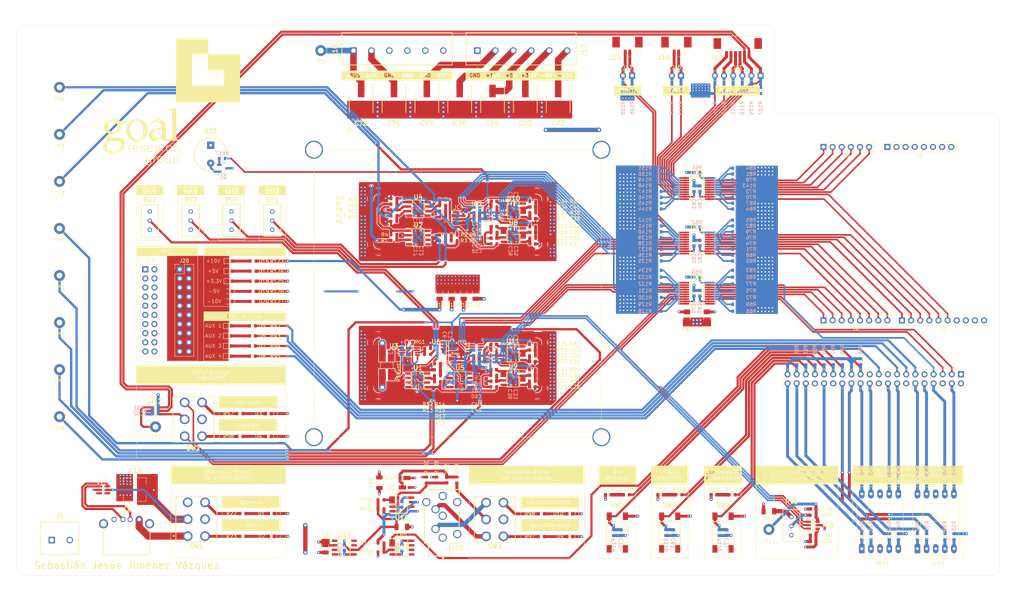
<source format=kicad_pcb>
(kicad_pcb (version 20241229) (generator "pcbnew") (generator_version "9.0")
  (title_block (title "Instrumento de Medición de Consumo: Módulo Principal de Medición") (date "20/03/2025") (rev "A.1.0") (company "Escuela Superior de Ingeniería (Universidad de Cádiz) - Graphical Methods, Optimization and Learning Research Group (GOAL) ") (comment 1 "Sebastián Jesús Jiménez Vázquez") (comment 2 "Patricia Ruiz y Arturo Morgado") (comment 3 "Sebastián Jesús Jiménez Vázquez") (comment 4 "layout") (comment 5 "pcb_main_a_1_0"))
  (layers (0 "F.Cu" signal) (4 "In1.Cu" power) (6 "In2.Cu" jumper) (2 "B.Cu" signal) (13 "F.Paste" user) (15 "B.Paste" user) (5 "F.SilkS" user "F.Silkscreen") (7 "B.SilkS" user "B.Silkscreen") (1 "F.Mask" user) (3 "B.Mask" user) (25 "Edge.Cuts" user))
  (net 0 "")
  (net 1 "Net-(AFF1-f)")
  (net 2 "GND")
  (net 3 "Net-(AFF1-g)")
  (net 4 "Net-(AFF1-e)")
  (net 5 "Net-(AFF1-d)")
  (net 6 "Net-(AFF1-DP)")
  (net 7 "Net-(AFF1-c)")
  (net 8 "Net-(AFF1-b)")
  (net 9 "Net-(AFF1-a)")
  (net 10 "Net-(AFF2-a)")
  (net 11 "Net-(AFF2-d)")
  (net 12 "Net-(AFF2-c)")
  (net 13 "Net-(AFF2-e)")
  (net 14 "Net-(AFF2-f)")
  (net 15 "Net-(AFF2-DP)")
  (net 16 "Net-(AFF2-g)")
  (net 17 "Net-(AFF2-b)")
  (net 18 "Net-(BZ1--)")
  (net 19 "+5V")
  (net 20 "+10V")
  (net 21 "-10V")
  (net 22 "Net-(U5-Trim{slash}NR)")
  (net 23 "Net-(U5-Vout)")
  (net 24 "-5V")
  (net 25 "Net-(U8A-+)")
  (net 26 "Net-(U8A--)")
  (net 27 "VBUS_{USB}")
  (net 28 "Net-(C22-Pad1)")
  (net 29 "Net-(U8B-+)")
  (net 30 "Net-(C23-Pad1)")
  (net 31 "Net-(U8B--)")
  (net 32 "ADC_{V,In}")
  (net 33 "Net-(C29-Pad1)")
  (net 34 "Net-(U9A-+)")
  (net 35 "Net-(C35-Pad1)")
  (net 36 "Net-(U9A--)")
  (net 37 "Net-(U9B-+)")
  (net 38 "Net-(C30-Pad1)")
  (net 39 "Net-(U11A-+)")
  (net 40 "Net-(U11A--)")
  (net 41 "Net-(U11B-+)")
  (net 42 "ADC_{I,In}")
  (net 43 "Net-(IC3-VIN)")
  (net 44 "Net-(IC6-VIN)")
  (net 45 "Net-(IC7-VIN)")
  (net 46 "START_{MEASURE}")
  (net 47 "STOP_{MEASURE}")
  (net 48 "READY_{VBUS}")
  (net 49 "Net-(D13-A)")
  (net 50 "Net-(U9B--)")
  (net 51 "Net-(U10A-+)")
  (net 52 "Net-(U10A--)")
  (net 53 "+3.3V")
  (net 54 "V_{BUS,AUX}")
  (net 55 "VBUS")
  (net 56 "Net-(D1-A)")
  (net 57 "Net-(D2-A)")
  (net 58 "Net-(D3-A)")
  (net 59 "Net-(D4-A)")
  (net 60 "Net-(D5-A)")
  (net 61 "Net-(D6-A)")
  (net 62 "Net-(D7-A)")
  (net 63 "Net-(D8-A)")
  (net 64 "Net-(D9-A)")
  (net 65 "Net-(D10-A)")
  (net 66 "CLK_{ADC}")
  (net 67 "DATA_{I,ADC}")
  (net 68 "CS_{ADC}")
  (net 69 "DATA_{V,ADC}")
  (net 70 "CS_{BUS,ADC}")
  (net 71 "DATA_{BUS,ADC}")
  (net 72 "Net-(IC4-VOUT)")
  (net 73 "Net-(IC5-VOUT)")
  (net 74 "DATA_{TEMP,V}")
  (net 75 "DATA_{TEMP,I}")
  (net 76 "Net-(C34-Pad1)")
  (net 77 "Net-(U10B-+)")
  (net 78 "V_{IN}")
  (net 79 "/006_Conn_FPGA1/ENABLE_{BUS,AUX,FPGA}")
  (net 80 "/006_Conn_FPGA1/DIN_{DAC,PEL,V,FPGA}")
  (net 81 "/006_Conn_FPGA1/ENABLE_{PEL,I,FPGA}")
  (net 82 "/006_Conn_FPGA1/ENABLE_{BUS,FPGA}")
  (net 83 "/006_Conn_FPGA1/ENABLE_{PEL,V,FPGA}")
  (net 84 "/006_Conn_FPGA1/DIN_{DAC,PEL,I,FPGA}")
  (net 85 "Display2_{b}")
  (net 86 "Display2_{d}")
  (net 87 "Display1_{g}")
  (net 88 "Display2_{g}")
  (net 89 "Display2_{a}")
  (net 90 "/006_Conn_FPGA1/DIN_{DAC,AUX,FPGA}")
  (net 91 "Display2_{f}")
  (net 92 "/006_Conn_FPGA1/CS_{ADC,FPGA}")
  (net 93 "Display1_{f}")
  (net 94 "/006_Conn_FPGA1/DATA_{BUS,ADC,FPGA}")
  (net 95 "Display1_{c}")
  (net 96 "/006_Conn_FPGA1/LED_{AUX,3}")
  (net 97 "Display1_{a}")
  (net 98 "/006_Conn_FPGA1/DIN_{DAC,BUS,FPGA}")
  (net 99 "/006_Conn_FPGA1/LED_{AUX,2}")
  (net 100 "Display1_{e}")
  (net 101 "/006_Conn_FPGA1/DATA_{I,ADC,FPGA}")
  (net 102 "/006_Conn_FPGA1/Protection_{Trigger,FPGA}")
  (net 103 "/006_Conn_FPGA1/LED_{AUX,1}")
  (net 104 "/006_Conn_FPGA1/LED_{AUX,4}")
  (net 105 "Display1_{b}")
  (net 106 "/006_Conn_FPGA1/DATA_{V,ADC,FPGA}")
  (net 107 "Display1_{d}")
  (net 108 "Display2_{c}")
  (net 109 "/006_Conn_FPGA1/CLK_{ADC,FPGA}")
  (net 110 "Display2_{e}")
  (net 111 "READY_{VBUS,LED}")
  (net 112 "/006_Conn_FPGA1/ARDUINOSHIELD_{SDA}")
  (net 113 "SYNC_{MEASURE}")
  (net 114 "/006_Conn_FPGA1/ARDUINOSHIELD_{SCL}")
  (net 115 "/006_Conn_FPGA1/ARDUINOSHIELD_{AREF}")
  (net 116 "STOP_{LED}")
  (net 117 "/006_Conn_FPGA1/DIN_{V,AUX,FPGA}")
  (net 118 "START_{LED}")
  (net 119 "/006_Conn_FPGA1/DIN_{I,AUX,FPGA}")
  (net 120 "BUZZER")
  (net 121 "DIN_{V,AUX}")
  (net 122 "Protection_{Trigger}")
  (net 123 "DIN_{I,AUX}")
  (net 124 "ENABLE_{PEL,I}")
  (net 125 "ENABLE_{PEL,V}")
  (net 126 "CLK_{DAC}")
  (net 127 "DIN_{DAC,AUX}")
  (net 128 "DIN_{DAC,PEL,V}")
  (net 129 "DIN_{DAC,PEL,I}")
  (net 130 "DIN_{DAC,BUS}")
  (net 131 "SYNC_{DAC}")
  (net 132 "ENABLE_{BUS}")
  (net 133 "ENABLE_{BUS,AUX}")
  (net 134 "V_{Measure}")
  (net 135 "I_{Measure}")
  (net 136 "Net-(Q1-B)")
  (net 137 "Net-(R2-Pad2)")
  (net 138 "Net-(R2-Pad1)")
  (net 139 "Net-(R4-Pad2)")
  (net 140 "Net-(C41-Pad1)")
  (net 141 "Net-(C42-Pad1)")
  (net 142 "Net-(U16A-+)")
  (net 143 "Net-(R13-Pad2)")
  (net 144 "Net-(D11-A)")
  (net 145 "Net-(U16B--)")
  (net 146 "Net-(U18-Trim{slash}NR)")
  (net 147 "Net-(U1A-+)")
  (net 148 "Net-(D14-A)")
  (net 149 "Net-(D15-A)")
  (net 150 "Net-(D16-A)")
  (net 151 "Net-(D17-A)")
  (net 152 "Net-(D18-A)")
  (net 153 "Net-(D19-K)")
  (net 154 "Net-(D20-K)")
  (net 155 "CLK_{4MHz}")
  (net 157 "Net-(RG1-Pad2)")
  (net 158 "Net-(RG1-Pad1)")
  (net 159 "Net-(J2-D+)")
  (net 161 "Net-(J2-D-)")
  (net 164 "/006_Conn_FPGA1/CLK_{4MHz,FPGA}")
  (net 167 "/006_Conn_FPGA1/BUZZER_{FPGA}")
  (net 168 "Net-(U2A-+)")
  (net 169 "Net-(R5-Pad2)")
  (net 170 "Net-(U4A-+)")
  (net 171 "Net-(U4A--)")
  (net 172 "Net-(U4B-+)")
  (net 173 "Net-(U3-Ref)")
  (net 174 "Net-(R14-Pad1)")
  (net 175 "Net-(R14-Pad2)")
  (net 176 "Net-(R16-Pad1)")
  (net 177 "Net-(R16-Pad2)")
  (net 178 "Net-(U4B--)")
  (net 179 "Net-(R22-Pad2)")
  (net 180 "Net-(R23-Pad2)")
  (net 181 "Net-(R56-Pad1)")
  (net 182 "Net-(R57-Pad2)")
  (net 183 "Net-(R58-Pad2)")
  (net 184 "Net-(U13-OE)")
  (net 185 "Net-(U14-OE)")
  (net 186 "Net-(U15-OE)")
  (net 187 "Net-(R97-Pad2)")
  (net 188 "Net-(R98-Pad2)")
  (net 189 "Net-(R99-Pad1)")
  (net 190 "Net-(U16A--)")
  (net 191 "Net-(U16B-+)")
  (net 192 "Net-(R103-Pad2)")
  (net 193 "Net-(U17A-+)")
  (net 194 "Net-(U3--)")
  (net 195 "Net-(U3-+)")
  (net 196 "Net-(U12-DIN)")
  (net 197 "Net-(U1A--)")
  (net 198 "Net-(U12-VOUT)")
  (net 214 "Net-(J1-Pin_2)")
  (net 215 "Net-(J2-VBUS)")
  (net 216 "Net-(J10-Pad3)")
  (net 217 "Net-(J10-Pad2)")
  (net 218 "/006_Conn_FPGA1/CD_{BUS,ADC,FPGA}")
  (net 220 "/006_Conn_FPGA1/CLK_{DAC,FPGA}")
  (net 221 "/006_Conn_FPGA1/SYNC_{DAC,FPGA}")
  (net 222 "/006_Conn_FPGA1/DATA_{TEMP,V,FPGA}")
  (net 223 "/006_Conn_FPGA1/DATA_{TEMP,I,FPGA}")
  (net 224 "unconnected-(U15-A1-Pad1)")
  (net 225 "unconnected-(U15-B1-Pad20)")
  (footprint "Resistor_SMD:R_0603_1608Metric" (layer "F.Cu") (at 189.352534 117.892466)
    (property "Reference" "R3")
    (property "Value" "100")
  )
  (footprint "MountingHole:MountingHole_3.2mm_M3" (layer "F.Cu") (at 75.905534 62.912466)
    (property "Reference" "H1" (hide yes))
    (property "Value" "MountingHole")
  )
  (footprint "Capacitor_SMD:C_0603_1608Metric" (layer "F.Cu") (at 198.867035 111.754591)
    (property "Reference" "C46")
    (property "Value" "1u")
  )
  (footprint "MountingHole:MountingHole_3.2mm_M3" (layer "F.Cu") (at 82.732776 187.143466)
    (property "Reference" "H3" (hide yes))
    (property "Value" "MountingHole")
  )
  (footprint "ICs - Amplificadores Operacionales:AD8656ARZ" (layer "F.Cu") (at 209.055534 116.341591)
    (property "Reference" "U8")
    (property "Value" "AD8656ARZ" (hide yes))
  )
  (footprint "Resistor_SMD:R_0603_1608Metric" (layer "F.Cu") (at 203.574534 148.324341)
    (property "Reference" "R35")
    (property "Value" "1.58k")
  )
  (footprint "TestPoint:TestPoint_Loop_D2.60mm_Drill1.6mm_Beaded" (layer "F.Cu") (at 82.732776 153.77418)
    (property "Reference" "TP7")
    (property "Value" "TestPoint")
  )
  (footprint "Resistor_SMD:R_0603_1608Metric" (layer "F.Cu") (at 216.82658 193.888966 180)
    (property "Reference" "R98")
    (property "Value" "130")
  )
  (footprint "Connector_PinHeader_2.54mm:PinHeader_1x02_P2.54mm_Vertical" (layer "F.Cu") (at 255.690534 71.940466 -90)
    (property "Reference" "J15")
    (property "Value" "~")
  )
  (footprint "ICs - Condensadores:CAPAE660X770N" (layer "F.Cu") (at 175.815367 78.940466 -90)
    (property "Reference" "C76")
    (property "Value" "47u" (hide yes))
  )
  (footprint "ICs - Amplificadores Operacionales:OPA2107AU2K5" (layer "F.Cu") (at 178.00158 203.304106)
    (property "Reference" "U17")
    (property "Value" "OPA210IDBVR" (hide yes))
  )
  (footprint "Conexiones y Pines:MS488-10C" (layer "F.Cu") (at 193.536534 153.074466)
    (property "Reference" "J3" (hide yes))
    (property "Value" "MS488-10C" (hide yes))
  )
  (footprint "Resistor_SMD:R_0603_1608Metric" (layer "F.Cu") (at 203.574534 151.538341 180)
    (property "Reference" "R33")
    (property "Value" "698")
  )
  (footprint "TestPoint:TestPoint_Loop_D2.60mm_Drill1.6mm_Beaded" (layer "F.Cu") (at 82.732776 101.389037)
    (property "Reference" "TP9")
    (property "Value" "TestPoint")
  )
  (footprint "Resistor_SMD:R_0603_1608Metric" (layer "F.Cu") (at 136.405446 150.027966)
    (property "Reference" "R95")
    (property "Value" "130")
  )
  (footprint "Resistor_SMD:R_0603_1608Metric" (layer "F.Cu") (at 292.473102 194.28601)
    (property "Reference" "R56")
    (property "Value" "10k")
  )
  (footprint "ICs - Potenciómetro:PV36W201C01B00" (layer "F.Cu") (at 119.238896 114.847466)
    (property "Reference" "RV3")
    (property "Value" "50k" (hide yes))
  )
  (footprint "Conexiones y Pines:PicoBlade 6P" (layer "F.Cu") (at 271.480534 63.018466 180)
    (property "Reference" "J12")
    (property "Value" "PicoBlade 6P" (hide yes))
  )
  (footprint "ICs - Amplificadores Operacionales:OPA2107AU2K5" (layer "F.Cu") (at 182.402534 156.744466 180)
    (property "Reference" "U1")
    (property "Value" "OPA210IDBVR" (hide yes))
  )
  (footprint "Resistor_SMD:R_0603_1608Metric" (layer "F.Cu") (at 172.19658 202.029106)
    (property "Reference" "R104")
    (property "Value" "51.5k")
  )
  (footprint "LED_SMD:LED_0603_1608Metric" (layer "F.Cu") (at 129.979034 129.157466)
    (property "Reference" "D18")
    (property "Value" "LED (R)")
  )
  (footprint "Capacitor_SMD:C_0603_1608Metric" (layer "F.Cu") (at 214.341534 151.538341)
    (property "Reference" "C39")
    (property "Value" "910p")
  )
  (footprint "Resistor_SMD:R_0603_1608Metric" (layer "F.Cu") (at 214.436534 110.135466 180)
    (property "Reference" "R38")
    (property "Value" "1.21k")
  )
  (footprint "ICs - Amplificadores Operacionales:OPA2107AU2K5" (layer "F.Cu") (at 182.581034 109.028591)
    (property "Reference" "U4")
    (property "Value" "OPA210IDBVR" (hide yes))
  )
  (footprint "Resistor_SMD:R_0603_1608Metric" (layer "F.Cu") (at 203.661534 118.790591 180)
    (property "Reference" "R24")
    (property "Value" "1.1k")
  )
  (footprint "Resistor_SMD:R_0603_1608Metric" (layer "F.Cu") (at 193.306776 184.503466 90)
    (property "Reference" "R99")
    (property "Value" "0")
  )
  (footprint "Connector_PinHeader_2.54mm:PinHeader_1x10_P2.54mm_Vertical" (layer "F.Cu") (at 317.191363 140.068808 90)
    (property "Reference" "J8")
    (property "Value" "Arduino Digital Shield II")
  )
  (footprint "LED_SMD:LED_0603_1608Metric" (layer "F.Cu") (at 129.771309 147.192466)
    (property "Reference" "D7")
    (property "Value" "LED (G)")
  )
  (footprint "Capacitor_SMD:C_0603_1608Metric" (layer "F.Cu") (at 203.574534 149.931341 180)
    (property "Reference" "C32")
    (property "Value" "680p")
  )
  (footprint "LED_SMD:LED_0603_1608Metric" (layer "F.Cu") (at 141.676716 193.818467 180)
    (property "Reference" "D1")
    (property "Value" "LED (G)")
  )
  (footprint "ICs - ADCs:ADC121S021CIMFXNOPB" (layer "F.Cu") (at 292.473102 197.062853 180)
    (property "Reference" "IC3")
    (property "Value" "ADC121S021CIMFX/NOPB" (hide yes))
  )
  (footprint "Resistor_SMD:R_0603_1608Metric" (layer "F.Cu") (at 172.19258 192.538966)
    (property "Reference" "R103")
    (property "Value" "100k")
  )
  (footprint "Capacitor_SMD:C_0603_1608Metric" (layer "F.Cu") (at 190.486109 184.503466 -90)
    (property "Reference" "C62")
    (property "Value" "1u")
  )
  (footprint "ICs - Condensadores:CAPAE660X770N" (layer "F.Cu") (at 212.373533 78.940466 -90)
    (property "Reference" "C73")
    (property "Value" "47u" (hide yes))
  )
  (footprint "Conexiones y Pines:USB1125GFB [USBA]" (layer "F.Cu") (at 104.898776 195.458606)
    (property "Reference" "J2")
    (property "Value" "USB-1125-GF-B" (hide yes))
  )
  (footprint "Resistor_SMD:R_0603_1608Metric" (layer "F.Cu") (at 187.915534 152.107466)
    (property "Reference" "R14")
    (property "Value" "200k")
  )
  (footprint "ICs - Condensadores:865080343009" (layer "F.Cu") (at 104.806776 187.143466 180)
    (property "Reference" "C14")
    (property "Value" "100u" (hide yes))
  )
  (footprint "Resistor_SMD:R_0603_1608Metric" (layer "F.Cu") (at 203.566534 158.586466 180)
    (property "Reference" "R25")
    (property "Value" "1.1k")
  )
  (footprint "ICs - Adaptadores Lógicos:TXS0108EPWRG4" (layer "F.Cu") (at 260.126534 118.543757 180)
    (property "Reference" "U14")
    (property "Value" "TXS0108EPWRG4" (hide yes))
  )
  (footprint "LED_SMD:LED_0603_1608Metric" (layer "F.Cu") (at 129.939034 131.992966 180)
    (property "Reference" "D19")
    (property "Value" "LED (R)")
  )
  (footprint "Conexiones y Pines:Conector Jack - SJ1-3533NS" (layer "F.Cu") (at 188.373776 202.034676 90)
    (property "Reference" "J10")
    (property "Value" "SJ1-3533NS" (hide yes))
  )
  (footprint "Conexiones y Pines:SW Tactile" (layer "F.Cu") (at 267.382383 199.113271 -90)
    (property "Reference" "SW6")
    (property "Value" "SW_Push" (hide yes))
  )
  (footprint "Resistor_SMD:R_0603_1608Metric" (layer "F.Cu") (at 214.428534 117.183591 180)
    (property "Reference" "R30")
    (property "Value" "1.82k")
  )
  (footprint "Connector_PinHeader_2.54mm:PinHeader_2x10_P2.54mm_Vertical" (layer "F.Cu") (at 106.607413 125.856966)
    (property "Reference" "J19")
    (property "Value" "Conn_02x07_Top_Bottom")
  )
  (footprint "MountingHole:MountingHole_3.2mm_M3" (layer "F.Cu") (at 339.341533 205.986465)
    (property "Reference" "H4" (hide yes))
    (property "Value" "MountingHole")
  )
  (footprint "Capacitor_SMD:C_0603_1608Metric" (layer "F.Cu") (at 198.867035 110.147591)
    (property "Reference" "C45")
    (property "Value" "0.1u")
  )
  (footprint "Resistor_SMD:R_0603_1608Metric" (layer "F.Cu") (at 133.76883 200.166466 180)
    (property "Reference" "R23")
    (property "Value" "130")
  )
  (footprint "Conexiones y Pines:SW Palanca 100DP1T1B1M2QEH" (layer "F.Cu") (at 120.817776 195.405966)
    (property "Reference" "SW1")
    (property "Value" "100DP1T1B1M2QEH" (hide yes))
  )
  (footprint "Resistor_SMD:R_0603_1608Metric" (layer "F.Cu") (at 203.566534 155.372466)
    (property "Reference" "R27")
    (property "Value" "4.87k")
  )
  (footprint "Resistor_SMD:R_0603_1608Metric" (layer "F.Cu") (at 132.931588 166.014966 180)
    (property "Reference" "R57")
    (property "Value" "130")
  )
  (footprint "LED_SMD:LED_0603_1608Metric" (layer "F.Cu") (at 141.677966 200.166466 180)
    (property "Reference" "D2")
    (property "Value" "LED (G)")
  )
  (footprint "Resistor_SMD:R_0603_1608Metric" (layer "F.Cu") (at 175.795534 109.336466)
    (property "Reference" "R8")
    (property "Value" "1k")
  )
  (footprint "Conexiones y Pines:SW Palanca 100DP1T1B1M2QEH" (layer "F.Cu") (at 119.981784 167.602466 180)
    (property "Reference" "SW2")
    (property "Value" "100DP1T1B1M2QEH" (hide yes))
  )
  (footprint "Capacitor_SMD:C_1206_3216Metric_Pad1.33x1.80mm_HandSolder" (layer "F.Cu") (at 257.351534 139.258801 -90)
    (property "Reference" "C85")
    (property "Value" "10u")
  )
  (footprint "ICs - Amplificadores Operacionales:OPA2107AU2K5" (layer "F.Cu") (at 178.00158 191.289466)
    (property "Reference" "U16")
    (property "Value" "OPA210IDBVR" (hide yes))
  )
  (footprint "ICs - Amplificadores Operacionales:OPA2107AU2K5" (layer "F.Cu") (at 182.581034 117.013966)
    (property "Reference" "U2")
    (property "Value" "OPA210IDBVR" (hide yes))
  )
  (footprint "ICs - Amplificadores Operacionales:AD8656ARZ" (layer "F.Cu") (at 208.968534 149.218466)
    (property "Reference" "U11")
    (property "Value" "AD8656ARZ" (hide yes))
  )
  (footprint "Resistor_SMD:R_0603_1608Metric" (layer "F.Cu") (at 189.366534 111.333966)
    (property "Reference" "R16")
    (property "Value" "200k")
  )
  (footprint "ICs - Condensadores:CAPAE660X770N" (layer "F.Cu") (at 184.954908 78.940466 -90)
    (property "Reference" "C77")
    (property "Value" "47u" (hide yes))
  )
  (footprint "Capacitor_SMD:C_0603_1608Metric" (layer "F.Cu") (at 203.574534 146.717341)
    (property "Reference" "C35")
    (property "Value" "1n")
  )
  (footprint "ICs - Referencias:REF5030AIDR" (layer "F.Cu") (at 162.00158 203.304106)
    (property "Reference" "U18")
    (property "Value" "REF5025AIDR" (hide yes))
  )
  (footprint "Conexiones y Pines:Screw Terminal 6P" (layer "F.Cu") (at 199.025105 64.984466)
    (property "Reference" "J17")
    (property "Value" "Screw_Terminal_01x06" (hide yes))
  )
  (footprint "ICs - Adaptadores Lógicos:TXS0108EPWRG4" (layer "F.Cu") (at 260.126534 132.505757 180)
    (property "Reference" "U15")
    (property "Value" "TXS0108EPWRG4" (hide yes))
  )
  (footprint "Capacitor_SMD:C_0603_1608Metric" (layer "F.Cu") (at 214.436534 111.742466)
    (property "Reference" "C38")
    (property "Value" "910p")
  )
  (footprint "Connector_PinHeader_2.54mm:PinHeader_1x06_P2.54mm_Vertical" (layer "F.Cu") (at 295.351364 91.808809 90)
    (property "Reference" "J6")
    (property "Value" "Arduino Analog Shield")
  )
  (footprint "Resistor_SMD:R_0603_1608Metric" (layer "F.Cu") (at 136.613171 134.792966)
    (property "Reference" "R127")
    (property "Value" "300")
  )
  (footprint "TestPoint:TestPoint_Loop_D2.60mm_Drill1.6mm_Beaded" (layer "F.Cu") (at 82.732776 127.581609)
    (property "Reference" "TP5")
    (property "Value" "TestPoint")
  )
  (footprint "Resistor_SMD:R_0603_1608Metric" (layer "F.Cu") (at 172.19658 204.554106 180)
    (property "Reference" "R105")
    (property "Value" "100k")
  )
  (footprint "Logos e Imágenes:GOAL_Logo_4cm" (layer "F.Cu") (at 113.849944 79.549874)
    (property "Reference" "G***" (hide yes))
    (property "Value" "LOGO" (hide yes))
  )
  (footprint "Resistor_SMD:R_0603_1608Metric" (layer "F.Cu") (at 214.333534 156.979466 180)
    (property "Reference" "R31")
    (property "Value" "1.82k")
  )
  (footprint "LED_SMD:LED_0603_1608Metric" (layer "F.Cu") (at 129.979034 126.357466)
    (property "Reference" "D17")
    (property "Value" "LED (R)")
  )
  (footprint "Conexiones y Pines:Screw Terminal 6P" (layer "F.Cu") (at 164.535535 64.984466)
    (property "Reference" "J18")
    (property "Value" "Screw_Terminal_01x06" (hide yes))
  )
  (footprint "Connector_PinHeader_2.54mm:PinHeader_2x10_P2.54mm_Vertical" (layer "F.Cu") (at 116.197413 125.856966)
    (property "Reference" "J20")
    (property "Value" "Conn_02x07_Top_Bottom")
  )
  (footprint "Capacitor_SMD:C_1206_3216Metric" (layer "F.Cu") (at 188.511534 132.576348 90)
    (property "Reference" "C13")
    (property "Value" "10u")
  )
  (footprint "Resistor_SMD:R_0603_1608Metric" (layer "F.Cu") (at 136.613171 131.992966)
    (property "Reference" "R126")
    (property "Value" "800")
  )
  (footprint "Capacitor_SMD:C_0603_1608Metric" (layer "F.Cu") (at 203.661534 113.969591)
    (property "Reference" "C22")
    (property "Value" "1n")
  )
  (footprint "Resistor_SMD:R_0603_1608Metric" (layer "F.Cu") (at 175.795534 112.557466)
    (property "Reference" "R6")
    (property "Value" "1k")
  )
  (footprint "Resistor_SMD:R_0603_1608Metric" (layer "F.Cu") (at 189.366534 106.512966)
    (property "Reference" "R21")
    (property "Value" "24k")
  )
  (footprint "ICs - Amplificadores Operacionales:AD8656ARZ" (layer "F.Cu") (at 209.063534 109.422591)
    (property "Reference" "U10")
    (property "Value" "AD8656ARZ" (hide yes))
  )
  (footprint "Capacitor_SMD:C_1206_3216Metric" (layer "F.Cu") (at 195.211533 132.576348 90)
    (property "Reference" "C16")
    (property "Value" "10u")
  )
  (footprint "Capacitor_SMD:C_0603_1608Metric" (layer "F.Cu") (at 198.776534 149.931341)
    (property "Reference" "C43")
    (property "Value" "0.1u")
  )
  (footprint "Capacitor_SMD:C_0603_1608Metric" (layer "F.Cu") (at 292.473102 201.587853)
    (property "Reference" "C50")
    (property "Value" "1u")
  )
  (footprint "Capacitor_SMD:C_0603_1608Metric" (layer "F.Cu") (at 214.436534 108.528466 180)
    (property "Reference" "C41")
    (property "Value" "1n")
  )
  (footprint "Resistor_SMD:R_0603_1608Metric" (layer "F.Cu") (at 240.516939 188.594021)
    (property "Reference" "R120")
    (property "Value" "130")
  )
  (footprint "Capacitor_SMD:C_0603_1608Metric" (layer "F.Cu") (at 203.669534 110.135466 180)
    (property "Reference" "C31")
    (property "Value" "680p")
  )
  (footprint "ICs - Amplificadores Operacionales:INA849DGKT" (layer "F.Cu") (at 180.160534 148.705466)
    (property "Reference" "U3")
    (property "Value" "INA849DGKT" (hide yes))
  )
  (footprint "Display_7Segment:7SegmentLED_LTS6760_LTS6780" (layer "F.Cu") (at 321.498206 203.604966 90)
    (property "Reference" "AFF2")
    (property "Value" "TDSR1050")
  )
  (footprint "Resistor_SMD:R_0603_1608Metric" (layer "F.Cu") (at 185.150534 149.539466)
    (property "Reference" "R13")
    (property "Value" "200k")
  )
  (footprint "Conexiones y Pines:MS488-10C" (layer "F.Cu") (at 193.536534 113.080966)
    (property "Reference" "J4" (hide yes))
    (property "Value" "MS488-10C" (hide yes))
  )
  (footprint "ICs - Potenciómetro:PV36W201C01B00" (layer "F.Cu") (at 286.413102 199.854853)
    (property "Reference" "RV5")
    (property "Value" "50k" (hide yes))
  )
  (footprint "Resistor_SMD:R_0603_1608Metric" (layer "F.Cu") (at 187.915534 155.447466 180)
    (property "Reference" "R17")
    (property "Value" "1k4")
  )
  (footprint "Resistor_SMD:R_0603_1608Metric" (layer "F.Cu") (at 187.915534 153.828466 180)
    (property "Reference" "R15")
    (property "Value" "100")
  )
  (footprint "Capacitor_SMD:C_0603_1608Metric" (layer "F.Cu") (at 198.776534 151.538341)
    (property "Reference" "C44")
    (property "Value" "1u")
  )
  (footprint "LED_SMD:LED_0603_1608Metric" (layer "F.Cu") (at 129.979034 123.557466)
    (property "Reference" "D16")
    (property "Value" "LED (R)")
  )
  (footprint "Capacitor_SMD:C_0603_1608Metric" (layer "F.Cu") (at 214.341534 148.324341 180)
    (property "Reference" "C42")
    (property "Value" "1n")
  )
  (footprint "Conexiones y Pines:Screw Terminal 2P" (layer "F.Cu") (at 80.582776 201.208606)
    (property "Reference" "J1")
    (property "Value" "Screw_Terminal_01x02" (hide yes))
  )
  (footprint "Resistor_SMD:R_0603_1608Metric" (layer "F.Cu") (at 175.795534 106.115466)
    (property "Reference" "R10")
    (property "Value" "100k")
  )
  (footprint "Capacitor_SMD:C_1206_3216Metric" (layer "F.Cu") (at 280.151102 193.171179 180)
    (property "Reference" "C53")
    (property "Value" "10u")
  )
  (footprint "Capacitor_SMD:C_1206_3216Metric" (layer "F.Cu") (at 171.75158 185.251966 90)
    (property "Reference" "C68")
    (property "Value" "10u")
  )
  (footprint "LED_SMD:LED_0603_1608Metric" (layer "F.Cu") (at 224.735716 193.888967 180)
    (property "Reference" "D10")
    (property "Value" "LED (G)")
  )
  (footprint "Resistor_SMD:R_0603_1608Metric" (layer "F.Cu") (at 175.795534 107.725966)
    (property "Reference" "R7")
    (property "Value" "1k")
  )
  (footprint "MountingHole:MountingHole_3.2mm_M3" (layer "F.Cu") (at 243.460034 92.576348)
    (property "Reference" "H2" (hide yes))
    (property "Value" "MountingHole")
  )
  (footprint "Capacitor_SMD:C_0603_1608Metric" (layer "F.Cu") (at 292.473102 199.856011)
    (property "Reference" "C49")
    (property "Value" "0.1u")
  )
  (footprint "Capacitor_SMD:C_0603_1608Metric" (layer "F.Cu") (at 292.473101 192.554168 180)
    (property "Reference" "C48")
    (property "Value" "15n")
  )
  (footprint "Resistor_SMD:R_0603_1608Metric" (layer "F.Cu") (at 175.795534 116.210466 180)
    (property "Reference" "R4")
    (property "Value" "1k")
  )
  (footprint "ICs - Condensadores:CAPAE660X770N" (layer "F.Cu") (at 221.513075 78.940466 -90)
    (property "Reference" "C72")
    (property "Value" "47u" (hide yes))
  )
  (footprint "TestPoint:TestPoint_Loop_D2.60mm_Drill1.6mm_Beaded" (layer "F.Cu") (at 155.433534 64.984466)
    (property "Reference" "TP1")
    (property "Value" "TestPoint")
  )
  (footprint "LED_SMD:LED_0603_1608Metric" (layer "F.Cu") (at 264.877383 188.588271)
    (property "Reference" "D15")
    (property "Value" "LED (G)")
  )
  (footprint "TestPoint:TestPoint_Loop_D2.60mm_Drill1.6mm_Beaded" (layer "F.Cu") (at 82.732776 140.677895)
    (property "Reference" "TP4")
    (property "Value" "TestPoint")
  )
  (footprint "Conexiones y Pines:PicoBlade 2P" (layer "F.Cu") (at 254.415534 63.218466)
    (property "Reference" "J16")
    (property "Value" "PicoBlade 2P" (hide yes))
  )
  (footprint "Capacitor_SMD:C_0603_1608Metric" (layer "F.Cu") (at 214.428534 115.576591 180)
    (property "Reference" "C29")
    (property "Value" "1n")
  )
  (footprint "LED_SMD:LED_0603_1608Metric" (layer "F.Cu") (at 235.466939 188.594021)
    (property "Reference" "D14")
    (property "Value" "LED (R)")
  )
  (footprint "Conexiones y Pines:MC002110" (layer "F.Cu") (at 178.536534 117.576348)
    (property "Reference" "M1")
    (property "Value" "Fan")
  )
  (footprint "Resistor_SMD:R_0603_1608Metric" (layer "F.Cu") (at 185.150534 147.871466 180)
    (property "Reference" "R12")
    (property "Value" "100")
  )
  (footprint "Capacitor_SMD:C_0603_1608Metric" (layer "F.Cu") (at 203.566534 153.765466)
    (property "Reference" "C23")
    (property "Value" "1n")
  )
  (footprint "Resistor_SMD:R_0603_1608Metric" (layer "F.Cu") (at 172.19258 190.013966 180)
    (property "Reference" "R102")
    (property "Value" "10k")
  )
  (footprint "ICs - ADCs:DAC121S101CIMK_NOPB" (layer "F.Cu") (at 109.441542 165.236106)
    (property "Reference" "U12")
    (property "Value" "DAC121S101CIMK_NOPB" (hide yes))
  )
  (footprint "Resistor_SMD:R_0603_1608Metric" (layer "F.Cu") (at 136.405446 144.392466)
    (property "Reference" "R93")
    (property "Value" "130")
  )
  (footprint "Resistor_SMD:R_0603_1608Metric" (layer "F.Cu") (at 136.613171 123.557466)
    (property "Reference" "R123")
    (property "Value" "800")
  )
  (footprint "ICs - Diodos:CMI-0955-05TH" (layer "F.Cu") (at 124.796163 91.313466)
    (property "Reference" "BZ1")
    (property "Value" "CMI-0955-05TH" (hide yes))
  )
  (footprint "LED_SMD:LED_0603_1608Metric" (layer "F.Cu") (at 250.039851 188.591521)
    (property "Reference" "D13")
    (property "Value" "LED (G)")
  )
  (footprint "Resistor_SMD:R_0603_1608Metric" (layer "F.Cu") (at 203.669534 111.742466 180)
    (property "Reference" "R32")
    (property "Value" "698")
  )
  (footprint "Resistor_SMD:R_0603_1608Metric" (layer "F.Cu") (at 136.613171 126.357466)
    (property "Reference" "R124")
    (property "Value" "300")
  )
  (footprint "ICs - Condensadores:CAPAE660X770N" (layer "F.Cu") (at 203.233992 78.940466 -90)
    (property "Reference" "C74")
    (property "Value" "47u" (hide yes))
  )
  (footprint "LED_SMD:LED_0603_1608Metric" (layer "F.Cu") (at 129.771309 150.027966)
    (property "Reference" "D8")
    (property "Value" "LED (G)")
  )
  (footprint "Diode_SMD:D_MicroSMP_AK" (layer "F.Cu") (at 179.04358 186.580466)
    (property "Reference" "D12")
    (property "Value" "1V")
  )
  (footprint "Resistor_SMD:R_0603_1608Metric" (layer "F.Cu") (at 132.932838 172.362966 180)
    (property "Reference" "R58")
    (property "Value" "130")
  )
  (footprint "Capacitor_SMD:C_0603_1608Metric" (layer "F.Cu") (at 203.566534 156.979466 180)
    (property "Reference" "C21")
    (property "Value" "100p")
  )
  (footprint "ICs - Potenciómetro:PV36W201C01B00" (layer "F.Cu") (at 141.967292 114.847466)
    (property "Reference" "RV1")
    (property "Value" "50k" (hide yes))
  )
  (footprint "Resistor_SMD:R_0603_1608Metric" (layer "F.Cu") (at 136.613171 129.157466)
    (property "Reference" "R125")
    (property "Value" "130")
  )
  (footprint "TestPoint:TestPoint_Loop_D2.60mm_Drill1.6mm_Beaded" (layer "F.Cu") (at 280.151102 198.251179)
    (property "Reference" "TP11")
    (property "Value" "TestPoint")
  )
  (footprint "Display_7Segment:7SegmentLED_LTS6760_LTS6780" (layer "F.Cu") (at 306.018206 203.604966 90)
    (property "Reference" "AFF1")
    (property "Value" "TDSR1050")
  )
  (footprint "Resistor_SMD:R_0603_1608Metric" (layer "F.Cu") (at 189.366534 109.726966 180)
    (property "Reference" "R18")
    (property "Value" "100")
  )
  (footprint "Conexiones y Pines:PicoBlade 2P" (layer "F.Cu") (at 240.800534 63.218466)
    (property "Reference" "J14")
    (property "Value" "PicoBlade 2P" (hide yes))
  )
  (footprint "Conexiones y Pines:SW Tactile" (layer "F.Cu") (at 237.971939 199.119021 -90)
    (property "Reference" "SW5")
    (property "Value" "SW_Push" (hide yes))
  )
  (footprint "Package_TO_SOT_SMD:SC-74-6_1.55x2.9mm_P0.95mm" (layer "F.Cu") (at 94.890776 187.230966)
    (property "Reference" "U7")
    (property "Value" "IP4234CZ6,125")
  )
  (footprint "Resistor_SMD:R_0603_1608Metric" (layer "F.Cu") (at 187.665443 184.503466 90)
    (property "Reference" "R101")
    (property "Value" "32k")
  )
  (footprint "Conexiones y Pines:SW Palanca 100DP1T1B1M2QEH" (layer "F.Cu") (at 203.876776 195.476466)
    (property "Reference" "SW3")
    (property "Value" "100DP1T1B1M2QEH" (hide yes))
  )
  (footprint "Resistor_SMD:R_0603_1608Metric" (layer "F.Cu") (at 214.341534 146.717341)
    (property "Reference" "R37")
    (property "Value" "715")
  )
  (footprint "ICs - Referencias:REF5030AIDR" (layer "F.Cu") (at 194.197534 156.741591)
    (property "Reference" "U5")
    (property "Value" "REF5030AIDR" (hide yes))
  )
  (footprint "Capacitor_SMD:C_1206_3216Metric" (layer "F.Cu") (at 198.561534 132.576348 90)
    (property "Reference" "C18")
    (property "Value" "10u")
  )
  (footprint "TestPoint:TestPoint_Loop_D2.60mm_Drill1.6mm_Beaded" (layer "F.Cu") (at 82.732776 114.485323)
    (property "Reference" "TP2")
    (property "Value" "TestPoint")
  )
  (footprint "Capacitor_SMD:C_1206_3216Metric_Pad1.33x1.80mm_HandSolder" (layer "F.Cu") (at 262.901534 139.258801 -90)
    (property "Reference" "C86")
    (property "Value" "10u")
  )
  (footprint "Capacitor_SMD:C_1206_3216Metric" (layer "F.Cu") (at 191.861534 132.576348 90)
    (property "Reference" "C15")
    (property "Value" "10u")
  )
  (footprint "LED_SMD:LED_0603_1608Metric" (layer "F.Cu") (at 140.841974 172.362966 180)
    (property "Reference" "D4")
    (property "Value" "LED (G)")
  )
  (footprint "LED_SMD:LED_0603_1608Metric" (layer "F.Cu") (at 140.840724 166.014967 180)
    (property "Reference" "D3")
    (property "Value" "LED (G)")
  )
  (footprint "Resistor_SMD:R_0603_1608Metric" (layer "F.Cu") (at 175.795534 110.946966 180)
    (property "Reference" "R11")
    (property "Value" "1k")
  )
  (footprint "ICs - Amplificadores Operacionales:TLV3601QDBVRQ1" (layer "F.Cu") (at 190.717534 147.129466)
    (property "Reference" "U6")
    (property "Value" "TLV3601QDBVRQ1" (hide yes))
  )
  (footprint "Resistor_SMD:R_0603_1608Metric" (layer "F.Cu") (at 189.366534 108.119966)
    (property "Reference" "R20")
    (property "Value" "900")
  )
  (footprint "Connector_PinHeader_2.54mm:PinHeader_1x08_P2.54mm_Vertical" (layer "F.Cu") (at 313.131363 91.808809 90)
    (property "Reference" "J5")
    (property "Value" "Arduino Power Shield")
  )
  (footprint "Resistor_SMD:R_0603_1608Metric" (layer "F.Cu") (at 184.844776 184.503466 -90)
    (property "Reference" "R100")
    (property "Value" "32k")
  )
  (footprint "Resistor_SMD:R_0603_1608Metric" (layer "F.Cu") (at 192.576534 116.285466)
    (property "Reference" "R9")
    (property "Value" "0")
  )
  (footprint "Capacitor_SMD:C_1206_3216Metric" (layer "F.Cu") (at 178.00158 197.538966)
    (property "Reference" "C65")
    (property "Value" "10u")
  )
  (footprint "LED_SMD:LED_0603_1608Metric" (layer "F.Cu") (at 129.771309 144.392466)
    (property "Reference" "D6")
    (property "Value" "LED (G)")
  )
  (footprint "TestPoint:TestPoint_Loop_D2.60mm_Drill1.6mm_Beaded" (layer "F.Cu") (at 82.732776 75.196466)
    (property "Reference" "TP6")
    (property "Value" "TestPoint")
  )
  (footprint "Resistor_SMD:R_0603_1608Metric" (layer "F.Cu") (at 214.436534 106.921466)
    (property "Reference" "R36")
    (property "Value" "715")
  )
  (footprint "Resistor_SMD:R_0603_1608Metric" (layer "F.Cu") (at 187.915534 157.154466)
    (property "Reference" "R19")
    (property "Value" "1k")
  )
  (footprint "Resistor_SMD:R_0603_1608Metric" (layer "F.Cu") (at 255.089851 188.591521)
    (property "Reference" "R118")
    (property "Value" "130")
  )
  (footprint "Resistor_SMD:R_0603_1608Metric" (layer "F.Cu") (at 214.333534 153.765466)
    (property "Reference" "R29")
    (property "Value" "845")
  )
  (footprint "Resistor_SMD:R_0603_1608Metric" (layer "F.Cu") (at 269.927383 188.588271)
    (property "Reference" "R122")
    (property "Value" "130")
  )
  (footprint "Resistor_SMD:R_0603_1608Metric" (layer "F.Cu") (at 136.405446 147.192466)
    (property "Reference" "R94")
    (property "Value" "130")
  )
  (footprint "Connector_PinHeader_2.54mm:PinHeader_2x20_P2.54mm_Vertical" (layer "F.Cu") (at 333.611363 155.068809 -90)
    (property "Reference" "J7")
    (property "Value" "Raspberry Pi Shield")
  )
  (footprint "Package_TO_SOT_SMD:SOT-23-3" (layer "F.Cu") (at 193.959534 110.952466)
    (property "Reference" "IC4")
    (property "Value" "TMP235A2DBZR")
  )
  (footprint "Capacitor_SMD:C_0603_1608Metric" (layer "F.Cu") (at 214.428534 118.790591)
    (property "Reference" "C27")
    (property "Value" "430p")
  )
  (footprint "Conexiones y Pines:SW Tactile" (layer "F.Cu") (at 252.544851 199.116521 -90)
    (property "Reference" "SW4")
    (property "Value" "SW_Push" (hide yes))
  )
  (footprint "TestPoint:TestPoint_Loop_D2.60mm_Drill1.6mm_Beaded" (layer "F.Cu") (at 82.732776 88.292752)
    (property "Reference" "TP3")
    (property "Value" "TestPoint")
  )
  (footprint "LED_SMD:LED_0603_1608Metric" (layer "F.Cu") (at 129.771309 141.592466)
    (property "Reference" "D5")
    (property "Value" "LED (G)")
  )
  (footprint "Capacitor_SMD:C_0603_1608Metric" (layer "F.Cu") (at 203.669534 106.921466)
    (property "Reference" "C34")
    (property "Value" "1n")
  )
  (footprint "Capacitor_SMD:C_1206_3216Metric" (layer "F.Cu") (at 156.75158 203.188966 -90)
    (property "Reference" "C67")
    (property "Value" "10u")
  )
  (footprint "Package_TO_SOT_SMD:SOT-23-3" (layer "F.Cu") (at 193.391534 150.770466)
    (property "Reference" "IC5")
    (property "Value" "TMP235A2DBZR")
  )
  (footprint "ICs - Condensadores:CAPAE660X770N" (layer "F.Cu") (at 194.09445 78.940466 -90)
    (property "Reference" "C75")
    (property "Value" "47u" (hide yes))
  )
  (footprint "Resistor_SMD:R_0603_1608Metric" (layer "F.Cu") (at 192.576534 117.892466 180)
    (property "Reference" "R5")
    (property "Value" "900")
  )
  (footprint "LED_SMD:LED_0603_1608Metric" (layer "F.Cu") (at 129.939034 134.792966 180)
    (property "Reference" "D20")
    (property "Value" "LED (R)")
  )
  (footprint "Diode_SMD:D_MicroSMP_AK" (layer "F.Cu") (at 178.53858 183.923467 180)
    (property "Reference" "D11")
    (property "Value" "1V")
  )
  (footprint "Connector_PinHeader_2.54mm:PinHeader_1x02_P2.54mm_Vertical" (layer "F.Cu") (at 242.075534 71.940466 -90)
    (property "Reference" "J13")
    (property "Value" "~")
  )
  (footprint "TestPoint:TestPoint_Loop_D2.60mm_Drill1.6mm_Beaded" (layer "F.Cu") (at 109.441542 169.686106)
    (property "Reference" "TP10")
    (property "Value" "TestPoint")
  )
  (footprint "Resistor_SMD:R_0603_1608Metric" (layer "F.Cu") (at 180.160534 146.109466)
    (property "Reference" "RG1")
    (property "Value" "60.6")
  )
  (footprint "Capacitor_SMD:C_0603_1608Metric" (layer "F.Cu") (at 214.333534 155.372466 180)
    (property "Reference" "C30")
    (property "Value" "1n")
  )
  (footprint "Connector_PinHeader_2.54mm:PinHeader_1x08_P2.54mm_Vertical" (layer "F.Cu") (at 295.351363 140.068809 90)
    (property "Reference" "J9")
    (property "Value" "Arduino Digital Shield I")
  )
  (footprint "Resistor_SMD:R_0603_1608Metric" (layer "F.Cu") (at 216.82783 200.236966 180)
    (property "Reference" "R97")
    (property "Value" "130")
  )
  (footprint "Resistor_SMD:R_0603_1608Metric" (layer "F.Cu") (at 133.76758 193.818466 180)
    (property "Reference" "R22")
    (property "Value" "130")
  )
  (footprint "Resistor_SMD:R_0603_1608Metric" (layer "F.Cu") (at 136.405446 141.592466)
    (property "Reference" "R92")
    (property "Value" "130")
  )
  (footprint "Resistor_SMD:R_Shunt_Ohmite_LVK24" (layer "F.Cu") (at 173.814534 152.574466)
    (property "Reference" "RShunt1")
    (property "Value" "10m")
  )
  (footprint "ICs - Condensadores:CAPAE660X770N" (layer "F.Cu") (at 166.675825 78.940466 -90)
    (property "Reference" "C78")
    (property "Value" "47u" (hide yes))
  )
  (footprint "Capacitor_SMD:C_0603_1608Metric" (layer "F.Cu") (at 203.661534 117.183591 180)
    (property "Reference" "C20")
    (property "Value" "100p")
  )
  (footprint "TestPoint:TestPoint_Loop_D2.60mm_Drill1.6mm_Beaded" (layer "F.Cu") (at 82.732776 166.870466)
    (property "Reference" "TP8")
    (property "Value" "TestPoint")
  )
  (footprint "ICs - Amplificadores Operacionales:AD8656ARZ" (layer "F.Cu") (at 208.960534 156.137466)
    (property "Reference" "U9")
    (property "Value" "AD8656ARZ" (hide yes))
  )
  (footprint "Capacitor_SMD:C_0603_1608Metric" (layer "F.Cu") (at 214.333534 158.586466)
    (property "Reference" "C28")
    (property "Value" "430p")
  )
  (footprint "ICs - ADCs:AD7476AAKSZ" (layer "F.Cu") (at 198.871534 107.723591 180)
    (property "Reference" "IC2")
    (property "Value" "AD7476AAKSZ-REEL7" (hide yes))
  )
  (footprint "Resistor_SMD:R_0603_1608Metric" (layer "F.Cu") (at 214.341534 149.931341 180)
    (property "Reference" "R39")
    (property "Value" "1.21k")
  )
  (footprint "Resistor_SMD:R_0603_1608Metric" (layer "F.Cu") (at 203.661534 115.576591)
    (property "Reference" "R26")
    (property "Value" "4.87k")
  )
  (footprint "ICs - Potenciómetro:PV36W201C01B00" (layer "F.Cu") (at 130.589706 114.847466)
    (property "Reference" "RV4")
    (property "Value" "50k" (hide yes))
  )
  (footprint "ICs - Potenciómetro:PV36W201C01B00" (layer "F.Cu") (at 107.861309 109.767466 180)
    (property "Reference" "RV2")
    (property "Value" "50k" (hide yes))
  )
  (footprint "Connector_PinHeader_2.54mm:PinHeader_1x06_P2.54mm_Vertical" (layer "F.Cu") (at 277.830534 71.953466 -90)
    (property "Reference" "J11")
    (property "Value" "Pines")
  )
  (footprint "Resistor_SMD:R_0603_1608Metric" (layer "F.Cu") (at 175.795534 117.817466)
    (property "Reference" "R1")
    (property "Value" "1k")
  )
  (footprint "ICs - Adaptadores Lógicos:TXS0108EPWRG4" (layer "F.Cu") (at 260.126534 103.37611 180)
    (property "Reference" "U13")
    (property "Value" "TXS0108EPWRG4" (hide yes))
  )
  (footprint "Resistor_SMD:R_0603_1608Metric" (layer "F.Cu") (at 214.428534 113.969591)
    (property "Reference" "R28")
    (property "Value" "845")
  )
  (footprint "ICs - ADCs:AD7476AAKSZ" (layer "F.Cu") (at 198.776534 147.519466 180)
    (property "Reference" "IC1")
    (property "Value" "AD7476AAKSZ-REEL7" (hide yes))
  )
  (footprint "Resistor_SMD:R_0603_1608Metric" (layer "F.Cu") (at 203.669534 108.528466)
    (property "Reference" "R34")
    (property "Value" "1.58k")
  )
  (footprint "Resistor_SMD:R_0603_1608Metric" (layer "F.Cu") (at 189.352534 116.285466)
    (property "Reference" "R2")
    (property "Value" "200k")
  )
  (footprint "LED_SMD:LED_0603_1608Metric" (layer "F.Cu") (at 224.736966 200.236966 180)
    (property "Reference" "D9")
    (property "Value" "LED (G)")
  )
  (footprint "Capacitor_SMD:C_0603_1608Metric" (layer "B.Cu") (at 198.865533 113.359091)
    (property "Reference" "C58")
    (property "Value" "0.1u")
  )
  (footprint "Resistor_SMD:R_0603_1608Metric" (layer "B.Cu") (at 249.338461 131.815609 180)
    (property "Reference" "R131")
    (property "Value" "10k")
  )
  (footprint "Resistor_SMD:R_0603_1608Metric" (layer "B.Cu") (at 295.511363 151.552466 90)
    (property "Reference" "R89")
    (property "Value" "10k")
  )
  (footprint "Capacitor_SMD:C_0603_1608Metric" (layer "B.Cu") (at 239.021939 199.144021 -90)
    (property "Reference" "C70")
    (property "Value" "1u")
  )
  (footprint "Capacitor_SMD:C_0603_1608Metric" (layer "B.Cu") (at 260.980764 103.413611 90)
    (property "Reference" "C84")
    (property "Value" "0.1u")
  )
  (footprint "Resistor_SMD:R_0603_1608Metric" (layer "B.Cu") (at 270.912461 102.576753)
    (property "Reference" "R143")
    (property "Value" "10k")
  )
  (footprint "Resistor_SMD:R_0603_1608Metric" (layer "B.Cu") (at 249.338461 123.536611 180)
    (property "Reference" "R135")
    (property "Value" "10k")
  )
  (footprint "Resistor_SMD:R_0603_1608Metric" (layer "B.Cu") (at 308.578207 200.259966 -90)
    (property "Reference" "R43")
    (property "Value" "1k")
  )
  (footprint "Capacitor_SMD:C_0603_1608Metric" (layer "B.Cu") (at 209.840035 116.341591 -90)
    (property "Reference" "C25")
    (property "Value" "0.1u")
  )
  (footprint "Resistor_SMD:R_0603_1608Metric" (layer "B.Cu") (at 249.338461 135.604278 180)
    (property "Reference" "R129")
    (property "Value" "10k")
  )
  (footprint "Capacitor_SMD:C_0603_1608Metric" (layer "B.Cu") (at 198.770531 151.547966)
    (property "Reference" "C61")
    (property "Value" "1u")
  )
  (footprint "Resistor_SMD:R_0603_1608Metric" (layer "B.Cu") (at 313.638207 184.769968 -90)
    (property "Reference" "R40")
    (property "Value" "1k")
  )
  (footprint "Resistor_SMD:R_0603_1608Metric" (layer "B.Cu") (at 270.912461 113.794325)
    (property "Reference" "R82")
    (property "Value" "10k")
  )
  (footprint "Resistor_SMD:R_0603_1608Metric" (layer "B.Cu") (at 249.338461 97.70561 180)
    (property "Reference" "R151")
    (property "Value" "10k")
  )
  (footprint "Resistor_SMD:R_0603_1608Metric" (layer "B.Cu") (at 249.338461 113.794325 180)
    (property "Reference" "R141")
    (property "Value" "10k")
  )
  (footprint "Resistor_SMD:R_0603_1608Metric" (layer "B.Cu") (at 270.912461 99.329324)
    (property "Reference" "R81")
    (property "Value" "10k")
  )
  (footprint "Resistor_SMD:R_0603_1608Metric" (layer "B.Cu") (at 260.126534 128.030466)
    (property "Reference" "R63")
    (property "Value" "10k")
  )
  (footprint "Capacitor_SMD:C_0603_1608Metric" (layer "B.Cu") (at 208.271034 116.341591 90)
    (property "Reference" "C26")
    (property "Value" "0.1u")
  )
  (footprint "Capacitor_SMD:C_0603_1608Metric" (layer "B.Cu") (at 179.624784 148.705466 90)
    (property "Reference" "C1")
    (property "Value" "0.1u")
  )
  (footprint "Resistor_SMD:R_0603_1608Metric" (layer "B.Cu") (at 128.018163 95.025466)
    (property "Reference" "R117")
    (property "Value" "1k")
  )
  (footprint "Resistor_SMD:R_0603_1608Metric" (layer "B.Cu") (at 270.912461 100.953039)
    (property "Reference" "R78")
    (property "Value" "10k")
  )
  (footprint "Capacitor_SMD:C_0603_1608Metric" (layer "B.Cu") (at 162.00158 203.304106 90)
    (property "Reference" "C66")
    (property "Value" "1u")
  )
  (footprint "Resistor_SMD:R_0603_1608Metric" (layer "B.Cu") (at 198.865533 110.14509)
    (property "Reference" "R59")
    (property "Value" "100")
  )
  (footprint "Resistor_SMD:R_0603_1608Metric" (layer "B.Cu") (at 270.912461 97.70561)
    (property "Reference" "R84")
    (property "Value" "10k")
  )
  (footprint "Resistor_SMD:R_0603_1608Metric" (layer "B.Cu") (at 266.332383 199.138271 -90)
    (property "Reference" "R121")
    (property "Value" "1k")
  )
  (footprint "Resistor_SMD:R_0603_1608Metric" (layer "B.Cu") (at 270.912461 133.709944)
    (property "Reference" "R72")
    (property "Value" "10k")
  )
  (footprint "Resistor_SMD:R_0603_1608Metric" (layer "B.Cu") (at 270.912461 123.536611)
    (property "Reference" "R65")
    (property "Value" "10k")
  )
  (footprint "Resistor_SMD:R_0603_1608Metric" (layer "B.Cu") (at 305.671363 151.552466 90)
    (property "Reference" "R96")
    (property "Value" "10k")
  )
  (footprint "Resistor_SMD:R_0603_1608Metric" (layer "B.Cu") (at 198.770533 149.940965)
    (property "Reference" "R60")
    (property "Value" "100")
  )
  (footprint "Package_TO_SOT_SMD:SOT-23-3" (layer "B.Cu") (at 128.330663 97.728466)
    (property "Reference" "Q1")
    (property "Value" "MMBT4401")
  )
  (footprint "Capacitor_SMD:C_0603_1608Metric" (layer "B.Cu") (at 209.745035 149.218466 -90)
    (property "Reference" "C37")
    (property "Value" "0.1u")
  )
  (footprint "Resistor_SMD:R_0603_1608Metric" (layer "B.Cu") (at 270.912461 107.447896)
    (property "Reference" "R67")
    (property "Value" "10k")
  )
  (footprint "Resistor_SMD:R_0603_1608Metric" (layer "B.Cu") (at 331.678206 200.259966 -90)
    (property "Reference" "R55")
    (property "Value" "1k")
  )
  (footprint "Resistor_SMD:R_0603_1608Metric" (layer "B.Cu") (at 260.126534 114.068466)
    (property "Reference" "R62")
    (property "Value" "10k")
  )
  (footprint "Capacitor_SMD:C_0603_1608Metric" (layer "B.Cu") (at 259.318764 103.41361 90)
    (property "Reference" "C83")
    (property "Value" "0.1u")
  )
  (footprint "Capacitor_SMD:C_0603_1608Metric" (layer "B.Cu") (at 208.176034 149.218466 90)
    (property "Reference" "C40")
    (property "Value" "0.1u")
  )
  (footprint "Capacitor_SMD:C_0603_1608Metric" (layer "B.Cu") (at 198.770533 153.154966)
    (property "Reference" "C60")
    (property "Value" "0.1u")
  )
  (footprint "Resistor_SMD:R_0603_1608Metric" (layer "B.Cu") (at 308.558207 184.769966 -90)
    (property "Reference" "R45")
    (property "Value" "1k")
  )
  (footprint "Capacitor_SMD:C_0603_1608Metric" (layer "B.Cu") (at 183.34866 109.050687 -90)
    (property "Reference" "C8")
    (property "Value" "0.1u")
  )
  (footprint "Resistor_SMD:R_0603_1608Metric" (layer "B.Cu") (at 270.912461 131.815611)
    (property "Reference" "R75")
    (property "Value" "10k")
  )
  (footprint "Resistor_SMD:R_0603_1608Metric" (layer "B.Cu") (at 270.912461 105.824181)
    (property "Reference" "R70")
    (property "Value" "10k")
  )
  (footprint "Resistor_SMD:R_0603_1608Metric" (layer "B.Cu") (at 275.290534 76.096466 -90)
    (property "Reference" "R109")
    (property "Value" "R")
  )
  (footprint "Capacitor_SMD:C_0603_1608Metric" (layer "B.Cu") (at 253.594851 199.141521 -90)
    (property "Reference" "C69")
    (property "Value" "1u")
  )
  (footprint "Resistor_SMD:R_0603_1608Metric" (layer "B.Cu") (at 270.912461 112.170611)
    (property "Reference" "R85")
    (property "Value" "10k")
  )
  (footprint "Resistor_SMD:R_0603_1608Metric" (layer "B.Cu") (at 270.912461 109.07161)
    (property "Reference" "R64")
    (property "Value" "10k")
  )
  (footprint "ICs - ADCs:ADC121S021CIMFXNOPB" (layer "B.Cu") (at 202.735533 110.948591)
    (property "Reference" "IC6")
    (property "Value" "ADC121S021CIMFX/NOPB" (hide yes))
  )
  (footprint "Resistor_SMD:R_0603_1608Metric" (layer "B.Cu") (at 321.518206 200.259965 -90)
    (property "Reference" "R52")
    (property "Value" "1k")
  )
  (footprint "Resistor_SMD:R_0603_1608Metric" (layer "B.Cu") (at 316.198206 200.259966 -90)
    (property "Reference" "R47")
    (property "Value" "1k")
  )
  (footprint "Resistor_SMD:R_0603_1608Metric" (layer "B.Cu") (at 242.075534 76.083466 -90)
    (property "Reference" "R106")
    (property "Value" "R")
  )
  (footprint "Resistor_SMD:R_0603_1608Metric" (layer "B.Cu") (at 249.338461 121.912897 180)
    (property "Reference" "R136")
    (property "Value" "10k")
  )
  (footprint "Resistor_SMD:R_0603_1608Metric" (layer "B.Cu") (at 272.750534 76.096466 -90)
    (property "Reference" "R110")
    (property "Value" "R")
  )
  (footprint "Resistor_SMD:R_0603_1608Metric" (layer "B.Cu") (at 287.891363 151.552466 90)
    (property "Reference" "R86")
    (property "Value" "10k")
  )
  (footprint "Capacitor_SMD:C_0603_1608Metric" (layer "B.Cu") (at 178.00158 191.289466 -90)
    (property "Reference" "C63")
    (property "Value" "0.1u")
  )
  (footprint "Capacitor_SMD:C_0603_1608Metric" (layer "B.Cu") (at 189.941409 147.129466 90)
    (property "Reference" "C6")
    (property "Value" "0.1u")
  )
  (footprint "Capacitor_SMD:C_0603_1608Metric" (layer "B.Cu") (at 260.957534 118.556257 90)
    (property "Reference" "C82")
    (property "Value" "0.1u")
  )
  (footprint "Resistor_SMD:R_0603_1608Metric" (layer "B.Cu") (at 253.150534 76.083466 -90)
    (property "Reference" "R115")
    (property "Value" "R")
  )
  (footprint "Capacitor_SMD:C_1206_3216Metric" (layer "B.Cu") (at 194.197534 157.145466 180)
    (property "Reference" "C5")
    (property "Value" "47u")
  )
  (footprint "Capacitor_SMD:C_0603_1608Metric" (layer "B.Cu") (at 209.840035 109.422591 -90)
    (property "Reference" "C19")
    (property "Value" "0.1u")
  )
  (footprint "ICs - ADCs:ADC121S021CIMFXNOPB" (layer "B.Cu") (at 202.640533 150.744466)
    (property "Reference" "IC7")
    (property "Value" "ADC121S021CIMFX/NOPB" (hide yes))
  )
  (footprint "Resistor_SMD:R_0603_1608Metric" (layer "B.Cu") (at 249.338461 117.041754 180)
    (property "Reference" "R139")
    (property "Value" "10k")
  )
  (footprint "Resistor_SMD:R_0603_1608Metric" (layer "B.Cu") (at 239.535534 76.083466 -90)
    (property "Reference" "R108")
    (property "Value" "R")
  )
  (footprint "Resistor_SMD:R_0603_1608Metric" (layer "B.Cu") (at 270.912461 104.200467)
    (property "Reference" "R73")
    (property "Value" "10k")
  )
  (footprint "Resistor_SMD:R_0603_1608Metric" (layer "B.Cu") (at 270.912461 121.912897)
    (property "Reference" "R68")
    (property "Value" "10k")
  )
  (footprint "Capacitor_SMD:C_0603_1608Metric" (layer "B.Cu") (at 198.770533 148.333966 180)
    (property "Reference" "C57")
    (property "Value" "0.1u")
  )
  (footprint "Resistor_SMD:R_0603_1608Metric" (layer "B.Cu") (at 306.018206 184.769967 -90)
    (property "Reference" "R46")
    (property "Value" "1k")
  )
  (footprint "Resistor_SMD:R_0603_1608Metric" (layer "B.Cu") (at 316.178206 184.769967 -90)
    (property "Reference" "R41")
    (property "Value" "1k")
  )
  (footprint "Resistor_SMD:R_0603_1608Metric" (layer "B.Cu") (at 270.912461 115.41804)
    (property "Reference" "R79")
    (property "Value" "10k")
  )
  (footprint "Resistor_SMD:R_0603_1608Metric" (layer "B.Cu") (at 270.912461 117.041754)
    (property "Reference" "R76")
    (property "Value" "10k")
  )
  (footprint "Capacitor_SMD:C_0603_1608Metric" (layer "B.Cu") (at 268.432383 199.138271 -90)
    (property "Reference" "C71")
    (property "Value" "1u")
  )
  (footprint "Capacitor_SMD:C_0603_1608Metric" (layer "B.Cu") (at 182.437534 155.904966 180)
    (property "Reference" "C11")
    (property "Value" "0.1u")
  )
  (footprint "Capacitor_SMD:C_0603_1608Metric" (layer "B.Cu") (at 208.176034 156.137466 90)
    (property "Reference" "C36")
    (property "Value" "0.1u")
  )
  (footprint "Resistor_SMD:R_0603_1608Metric" (layer "B.Cu") (at 270.912461 120.289182)
    (property "Reference" "R71")
    (property "Value" "10k")
  )
  (footprint "Resistor_SMD:R_0603_1608Metric" (layer "B.Cu") (at 249.338461 109.07161 180)
    (property "Reference" "R144")
    (property "Value" "10k")
  )
  (footprint "Resistor_SMD:R_0603_1608Metric" (layer "B.Cu") (at 260.149764 98.900819)
    (property "Reference" "R61")
    (property "Value" "10k")
  )
  (footprint "Resistor_SMD:R_0603_1608Metric" (layer "B.Cu") (at 249.338461 105.824181 180)
    (property "Reference" "R146")
    (property "Value" "10k")
  )
  (footprint "Resistor_SMD:R_0603_1608Metric" (layer "B.Cu") (at 236.921939 199.144021 -90)
    (property "Reference" "R119")
    (property "Value" "1k")
  )
  (footprint "Capacitor_SMD:C_0603_1608Metric" (layer "B.Cu") (at 209.745035 156.137466 -90)
    (property "Reference" "C33")
    (property "Value" "0.1u")
  )
  (footprint "Capacitor_SMD:C_0603_1608Metric" (layer "B.Cu") (at 177.999787 148.705466 -90)
    (property "Reference" "C2")
    (property "Value" "0.1u")
  )
  (footprint "Resistor_SMD:R_0603_1608Metric" (layer "B.Cu") (at 270.912461 126.132611)
    (property "Reference" "R83")
    (property "Value" "10k")
  )
  (footprint "Resistor_SMD:R_0603_1608Metric" (layer "B.Cu") (at 329.138207 200.259967 -90)
    (property "Reference" "R50")
    (property "Value" "1k")
  )
  (footprint "Resistor_SMD:R_0603_1608Metric" (layer "B.Cu") (at 321.498206 184.769967 -90)
    (property "Reference" "R54")
    (property "Value" "1k")
  )
  (footprint "Resistor_SMD:R_0603_1608Metric" (layer "B.Cu") (at 249.338461 102.576753 180)
    (property "Reference" "R148")
    (property "Value" "10k")
  )
  (footprint "Capacitor_SMD:C_0603_1608Metric" (layer "B.Cu") (at 181.74166 109.050687 90)
    (property "Reference" "C10")
    (property "Value" "0.1u")
  )
  (footprint "Resistor_SMD:R_0603_1608Metric" (layer "B.Cu") (at 267.670534 76.096466 -90)
    (property "Reference" "R112")
    (property "Value" "R")
  )
  (footprint "Capacitor_SMD:C_0603_1608Metric" (layer "B.Cu") (at 181.82166 116.990466 90)
    (property "Reference" "C17")
    (property "Value" "0.1u")
  )
  (footprint "Capacitor_SMD:C_0603_1608Metric" (layer "B.Cu") (at 109.419542 164.474481 180)
    (property "Reference" "C51")
    (property "Value" "0.1u")
  )
  (footprint "Resistor_SMD:R_0603_1608Metric" (layer "B.Cu") (at 329.118205 184.769967 -90)
    (property "Reference" "R48")
    (property "Value" "1k")
  )
  (footprint "Capacitor_SMD:C_0603_1608Metric" (layer "B.Cu") (at 198.865531 111.752091)
    (property "Reference" "C59")
    (property "Value" "1u")
  )
  (footprint "Resistor_SMD:R_0603_1608Metric" (layer "B.Cu") (at 251.494851 199.141521 -90)
    (property "Reference" "R116")
    (property "Value" "1k")
  )
  (footprint "Resistor_SMD:R_0603_1608Metric" (layer "B.Cu") (at 270.912461 118.665468)
    (property "Reference" "R74")
    (property "Value" "10k")
  )
  (footprint "Resistor_SMD:R_0603_1608Metric" (layer "B.Cu") (at 270.912461 129.921278)
    (property "Reference" "R77")
    (property "Value" "10k")
  )
  (footprint "Capacitor_SMD:C_0603_1608Metric" (layer "B.Cu") (at 191.493659 147.129466 90)
    (property "Reference" "C7")
    (property "Value" "0.1u")
  )
  (footprint "Resistor_SMD:R_0603_1608Metric" (layer "B.Cu") (at 255.690534 76.083466 -90)
    (property "Reference" "R113")
    (property "Value" "R")
  )
  (footprint "Resistor_SMD:R_0603_1608Metric" (layer "B.Cu") (at 249.338461 100.953039 180)
    (property "Reference" "R149")
    (property "Value" "10k")
  )
  (footprint "Resistor_SMD:R_0603_1608Metric" (layer "B.Cu") (at 313.658207 200.259967 -90)
    (property "Reference" "R42")
    (property "Value" "1k")
  )
  (footprint "Resistor_SMD:R_0603_1608Metric" (layer "B.Cu") (at 290.431363 151.552466 90)
    (property "Reference" "R91")
    (property "Value" "10k")
  )
  (footprint "Resistor_SMD:R_0603_1608Metric" (layer "B.Cu") (at 292.971363 151.552466 90)
    (property "Reference" "R88")
    (property "Value" "10k")
  )
  (footprint "Resistor_SMD:R_0603_1608Metric" (layer "B.Cu") (at 324.058207 200.259966 -90)
    (property "Reference" "R51")
    (property "Value" "1k")
  )
  (footprint "Resistor_SMD:R_0603_1608Metric" (layer "B.Cu") (at 249.338461 112.170611 180)
    (property "Reference" "R142")
    (property "Value" "10k")
  )
  (footprint "Resistor_SMD:R_0603_1608Metric" (layer "B.Cu") (at 249.338461 137.49861 180)
    (property "Reference" "R128")
    (property "Value" "10k")
  )
  (footprint "Capacitor_SMD:C_0603_1608Metric" (layer "B.Cu") (at 178.00158 203.304106 -90)
    (property "Reference" "C64")
    (property "Value" "0.1u")
  )
  (footprint "Capacitor_SMD:C_0603_1608Metric" (layer "B.Cu") (at 208.271034 109.422591 90)
    (property "Reference" "C24")
    (property "Value" "0.1u")
  )
  (footprint "Resistor_SMD:R_0603_1608Metric" (layer "B.Cu") (at 265.130534 76.096466 -90)
    (property "Reference" "R114")
    (property "Value" "R")
  )
  (footprint "Capacitor_SMD:C_0603_1608Metric" (layer "B.Cu") (at 259.295533 132.518257 90)
    (property "Reference" "C79")
    (property "Value" "0.1u")
  )
  (footprint "Capacitor_SMD:C_0603_1608Metric" (layer "B.Cu") (at 260.957534 132.518257 90)
    (property "Reference" "C80")
    (property "Value" "0.1u")
  )
  (footprint "Resistor_SMD:R_0603_1608Metric" (layer "B.Cu") (at 249.33846 133.709942 180)
    (property "Reference" "R130")
    (property "Value" "10k")
  )
  (footprint "Capacitor_SMD:C_0603_1608Metric" (layer "B.Cu") (at 259.295534 118.556258 90)
    (property "Reference" "C81")
    (property "Value" "0.1u")
  )
  (footprint "Resistor_SMD:R_0603_1608Metric" (layer "B.Cu") (at 249.338461 129.921277 180)
    (property "Reference" "R132")
    (property "Value" "10k")
  )
  (footprint "Resistor_SMD:R_0603_1608Metric" (layer "B.Cu") (at 270.912461 137.498611)
    (property "Reference" "R66")
    (property "Value" "10k")
  )
  (footprint "Resistor_SMD:R_0603_1608Metric" (layer "B.Cu") (at 306.038206 200.259965 -90)
    (property "Reference" "R44")
    (property "Value" "1k")
  )
  (footprint "Resistor_SMD:R_0603_1608Metric" (layer "B.Cu") (at 249.338461 118.665468 180)
    (property "Reference" "R138")
    (property "Value" "10k")
  )
  (footprint "Resistor_SMD:R_0603_1608Metric" (layer "B.Cu") (at 249.338461 126.13261 180)
    (property "Reference" "R134")
    (property "Value" "10k")
  )
  (footprint "Resistor_SMD:R_0603_1608Metric" (layer "B.Cu") (at 298.051363 151.552466 90)
    (property "Reference" "R87")
    (property "Value" "10k")
  )
  (footprint "Resistor_SMD:R_0603_1608Metric" (layer "B.Cu") (at 249.338461 99.329324 180)
    (property "Reference" "R150")
    (property "Value" "10k")
  )
  (footprint "Capacitor_SMD:C_0603_1608Metric" (layer "B.Cu") (at 194.197534 159.143466 180)
    (property "Reference" "C4")
    (property "Value" "1u")
  )
  (footprint "Capacitor_SMD:C_0603_1608Metric" (layer "B.Cu") (at 109.419542 165.997731 180)
    (property "Reference" "C52")
    (property "Value" "1u")
  )
  (footprint "Resistor_SMD:R_0603_1608Metric" (layer "B.Cu") (at 270.210534 76.096466 -90)
    (property "Reference" "R111")
    (property "Value" "R")
  )
  (footprint "Resistor_SMD:R_0603_1608Metric" (layer "B.Cu") (at 249.338461 115.41804 180)
    (property "Reference" "R140")
    (property "Value" "10k")
  )
  (footprint "Resistor_SMD:R_0603_1608Metric" (layer "B.Cu") (at 249.338461 120.289182 180)
    (property "Reference" "R137")
    (property "Value" "10k")
  )
  (footprint "Resistor_SMD:R_0603_1608Metric" (layer "B.Cu") (at 270.912461 128.026944)
    (property "Reference" "R80")
    (property "Value" "10k")
  )
  (footprint "Resistor_SMD:R_0603_1608Metric" (layer "B.Cu") (at 249.338461 128.026942 180)
    (property "Reference" "R133")
    (property "Value" "10k")
  )
  (footprint "Capacitor_SMD:C_0603_1608Metric" (layer "B.Cu") (at 182.437534 157.544966)
    (property "Reference" "C9")
    (property "Value" "0.1u")
  )
  (footprint "Capacitor_SMD:C_1206_3216Metric" (layer "B.Cu") (at 194.776035 112.509466)
    (property "Reference" "C54")
    (property "Value" "10u")
  )
  (footprint "Resistor_SMD:R_0603_1608Metric" (layer "B.Cu") (at 249.338461 104.200467 180)
    (property "Reference" "R147")
    (property "Value" "10k")
  )
  (footprint "Capacitor_SMD:C_0603_1608Metric" (layer "B.Cu") (at 198.865533 108.538091 180)
    (property "Reference" "C56")
    (property "Value" "0.1u")
  )
  (footprint "Capacitor_SMD:C_1206_3216Metric" (layer "B.Cu") (at 194.197534 154.727466)
    (property "Reference" "C3")
    (property "Value" "10u")
  )
  (footprint "Capacitor_SMD:C_0603_1608Metric" (layer "B.Cu") (at 183.428661 116.990466 -90)
    (property "Reference" "C12")
    (property "Value" "0.1u")
  )
  (footprint "Resistor_SMD:R_0603_1608Metric" (layer "B.Cu") (at 249.338461 107.447896 180)
    (property "Reference" "R145")
    (property "Value" "10k")
  )
  (footprint "Resistor_SMD:R_0603_1608Metric" (layer "B.Cu") (at 331.658206 184.769967 -90)
    (property "Reference" "R49")
    (property "Value" "1k")
  )
  (footprint "Resistor_SMD:R_0603_1608Metric" (layer "B.Cu") (at 324.038207 184.769966 -90)
    (property "Reference" "R53")
    (property "Value" "1k")
  )
  (footprint "Capacitor_SMD:C_1206_3216Metric" (layer "B.Cu") (at 194.197534 152.313466)
    (property "Reference" "C55")
    (property "Value" "10u")
  )
  (footprint "Resistor_SMD:R_0603_1608Metric" (layer "B.Cu") (at 277.830534 76.096466 -90)
    (property "Reference" "R107")
    (property "Value" "R")
  )
  (footprint "Resistor_SMD:R_0603_1608Metric" (layer "B.Cu") (at 270.912461 135.604278)
    (property "Reference" "R69")
    (property "Value" "10k")
  )
  (footprint "Resistor_SMD:R_0603_1608Metric" (layer "B.Cu") (at 300.591363 151.552466 90)
    (property "Reference" "R90")
    (property "Value" "10k")
  )
  (gr_rect (start 219.970104 70.646466) (end 221.315104 73.142466) (stroke (width 0.1)) (fill yes) (layer "F.SilkS"))
  (gr_rect (start 237.218034 74.796466) (end 244.429034 75.308466) (stroke (width 0.1)) (fill yes) (layer "F.SilkS"))
  (gr_rect (start 224.650405 195.476466) (end 227.253026 198.651466) (stroke (width 0.1)) (fill yes) (layer "F.SilkS"))
  (gr_rect (start 215.707104 70.672466) (end 216.826104 73.141466) (stroke (width 0.1)) (fill yes) (layer "F.SilkS"))
  (gr_rect (start 123.586776 121.392966) (end 145.618534 122.092966) (stroke (width 0.1)) (fill yes) (layer "F.SilkS"))
  (gr_rect (start 126.889706 102.529466) (end 128.644706 105.129466) (stroke (width 0.1)) (fill yes) (layer "F.SilkS"))
  (gr_rect (start 262.330762 180.604576) (end 272.504762 181.549076) (stroke (width 0.1)) (fill yes) (layer "F.SilkS"))
  (gr_rect (start 209.999104 70.659466) (end 211.169104 73.146466) (stroke (width 0.1)) (fill yes) (layer "F.SilkS"))
  (gr_rect (start 115.51212 102.529466) (end 121.61212 103.129466) (stroke (width 0.1)) (fill yes) (layer "F.SilkS"))
  (gr_rect (start 127.187284 170.773466) (end 143.359284 173.952466) (stroke (width 0.1)) (fill no) (layer "F.SilkS"))
  (gr_rect (start 276.588294 180.713576) (end 280.528536 185.672076) (stroke (width 0.1)) (fill yes) (layer "F.SilkS"))
  (gr_rect (start 199.875104 70.663466) (end 201.362104 73.164466) (stroke (width 0.1)) (fill yes) (layer "F.SilkS"))
  (gr_rect (start 126.889706 104.529466) (end 133.089706 105.129466) (stroke (width 0.1)) (fill yes) (layer "F.SilkS"))
  (gr_rect (start 303.438826 185.670494) (end 334.237586 206.299439) (stroke (width 0.1)) (fill no) (layer "F.SilkS"))
  (gr_rect (start 128.022026 195.405966) (end 144.194026 196.272966) (stroke (width 0.1)) (fill yes) (layer "F.SilkS"))
  (gr_rect (start 232.84056 180.620826) (end 234.773647 185.652826) (stroke (width 0.1)) (fill yes) (layer "F.SilkS"))
  (gr_rect (start 104.134534 157.775966) (end 145.667292 178.405106) (stroke (width 0.1)) (fill no) (layer "F.SilkS"))
  (gr_rect (start 171.031534 70.645466) (end 173.013534 73.150466) (stroke (width 0.1)) (fill yes) (layer "F.SilkS"))
  (gr_rect (start 104.134534 102.529466) (end 105.881534 105.129466) (stroke (width 0.1)) (fill yes) (layer "F.SilkS"))
  (gr_rect (start 128.024526 189.055966) (end 144.194026 189.985466) (stroke (width 0.1)) (fill yes) (layer "F.SilkS"))
  (gr_rect (start 115.51212 105.129466) (end 122.91212 117.829466) (stroke (width 0.1)) (fill no) (layer "F.SilkS"))
  (gr_rect (start 122.851534 140.188966) (end 145.620292 151.387966) (stroke (width 0.1)) (fill no) (layer "F.SilkS"))
  (gr_rect (start 127.187284 161.250466) (end 143.359284 164.425466) (stroke (width 0.1)) (fill no) (layer "F.SilkS"))
  (gr_rect (start 237.172034 74.796466) (end 244.429034 77.396466) (stroke (width 0.1)) (fill no) (layer "F.SilkS"))
  (gr_rect (start 303.439964 180.710466) (end 307.380206 185.668966) (stroke (width 0.1)) (fill yes) (layer "F.SilkS"))
  (gr_line (start 144.195276 192.230966) (end 128.024776 192.230966) (stroke (width 0.1)) (layer "F.SilkS"))
  (gr_rect (start 303.439964 180.616966) (end 334.237586 185.670494) (stroke (width 0.1)) (fill no) (layer "F.SilkS"))
  (gr_rect (start 232.879939 184.591326) (end 243.053939 185.652826) (stroke (width 0.1)) (fill yes) (layer "F.SilkS"))
  (gr_rect (start 276.588294 180.620576) (end 299.355294 181.565076) (stroke (width 0.1)) (fill yes) (layer "F.SilkS"))
  (gr_rect (start 276.588294 180.620076) (end 299.355294 185.671576) (stroke (width 0.1)) (fill no) (layer "F.SilkS"))
  (gr_rect (start 113.754155 184.517966) (end 138.947155 185.579466) (stroke (width 0.1)) (fill yes) (layer "F.SilkS"))
  (gr_rect (start 219.423019 180.598466) (end 228.755534 185.645966) (stroke (width 0.1)) (fill yes) (layer "F.SilkS"))
  (gr_rect (start 128.024526 189.055966) (end 133.243716 192.230966) (stroke (width 0.1)) (fill yes) (layer "F.SilkS"))
  (gr_rect (start 191.100534 70.600466) (end 192.051035 73.200466) (stroke (width 0.1)) (fill yes) (layer "F.SilkS"))
  (gr_rect (start 113.714776 180.527966) (end 145.696534 185.579466) (stroke (width 0.1)) (fill no) (layer "F.SilkS"))
  (gr_rect (start 113.714776 180.547466) (end 122.954862 185.579466) (stroke (width 0.1)) (fill yes) (layer "F.SilkS"))
  (gr_rect (start 122.851534 122.092966) (end 145.620292 136.193966) (stroke (width 0.1)) (fill no) (layer "F.SilkS"))
  (gr_rect (start 104.177413 119.566966) (end 121.178413 122.092966) (stroke (width 0.1)) (fill no) (layer "F.SilkS"))
  (gr_line (start 143.359284 170.777466) (end 127.196784 170.777466) (stroke (width 0.1)) (layer "F.SilkS"))
  (gr_rect (start 138.267292 102.529466) (end 144.367292 103.129466) (stroke (width 0.1)) (fill yes) (layer "F.SilkS"))
  (gr_rect (start 211.083526 189.126466) (end 227.253026 190.055966) (stroke (width 0.1)) (fill yes) (layer "F.SilkS"))
  (gr_rect (start 262.256004 185.649576) (end 272.508762 206.278716) (stroke (width 0.1)) (fill no) (layer "F.SilkS"))
  (gr_rect (start 211.082526 197.714466) (end 227.253026 198.651466) (stroke (width 0.1)) (fill yes) (layer "F.SilkS"))
  (gr_rect (start 114.144171 119.566966) (end 121.178413 122.092966) (stroke (width 0.1)) (fill yes) (layer "F.SilkS"))
  (gr_rect (start 139.027336 189.055966) (end 144.194026 192.226966) (stroke (width 0.1)) (fill yes) (layer "F.SilkS"))
  (gr_rect (start 122.851534 119.566966) (end 145.618534 120.104966) (stroke (width 0.1)) (fill yes) (layer "F.SilkS"))
  (gr_rect (start 176.065534 70.659466) (end 177.985534 73.146466) (stroke (width 0.1)) (fill yes) (layer "F.SilkS"))
  (gr_rect (start 262.292383 184.594576) (end 272.466383 185.656076) (stroke (width 0.1)) (fill yes) (layer "F.SilkS"))
  (gr_rect (start 250.833034 74.796466) (end 258.044034 75.308466) (stroke (width 0.1)) (fill yes) (layer "F.SilkS"))
  (gr_rect (start 247.418472 185.652826) (end 257.67123 206.281966) (stroke (width 0.1)) (fill no) (layer "F.SilkS"))
  (gr_rect (start 162.304534 70.600466) (end 192.051035 71.126466) (stroke (width 0.1)) (fill yes) (layer "F.SilkS"))
  (gr_rect (start 128.023526 197.643966) (end 144.194026 198.580966) (stroke (width 0.1)) (fill yes) (layer "F.SilkS"))
  (gr_rect (start 262.253004 180.604576) (end 272.504762 185.656076) (stroke (width 0.1)) (fill no) (layer "F.SilkS"))
  (gr_rect (start 256.387034 74.850466) (end 258.044034 77.396466) (stroke (width 0.1)) (fill yes) (layer "F.SilkS"))
  (gr_rect (start 250.787034 74.796466) (end 258.044034 77.396466) (stroke (width 0.1)) (fill no) (layer "F.SilkS"))
  (gr_rect (start 122.851534 137.662966) (end 129.401776 140.188966) (stroke (width 0.1)) (fill yes) (layer "F.SilkS"))
  (gr_rect (start 196.773776 185.649966) (end 228.755534 206.279106) (stroke (width 0.1)) (fill no) (layer "F.SilkS"))
  (gr_rect (start 138.267292 102.529466) (end 140.019292 105.129466) (stroke (width 0.1)) (fill yes) (layer "F.SilkS"))
  (gr_rect (start 276.484534 74.850466) (end 277.592534 77.396466) (stroke (width 0.1)) (fill yes) (layer "F.SilkS"))
  (gr_rect (start 138.267292 104.529466) (end 144.467292 105.129466) (stroke (width 0.1)) (fill yes) (layer "F.SilkS"))
  (gr_rect (start 211.082276 192.301466) (end 227.251776 195.476466) (stroke (width 0.1)) (fill no) (layer "F.SilkS"))
  (gr_rect (start 104.177413 122.066966) (end 121.177413 151.387966) (stroke (width 0.1)) (fill no) (layer "F.SilkS"))
  (gr_rect (start 250.787034 74.796466) (end 252.371034 77.358466) (stroke (width 0.1)) (fill yes) (layer "F.SilkS"))
  (gr_rect (start 243.696034 74.850466) (end 244.429034 77.396466) (stroke (width 0.1)) (fill yes) (layer "F.SilkS"))
  (gr_rect (start 104.134534 104.529466) (end 110.334534 105.129466) (stroke (width 0.1)) (fill yes) (layer "F.SilkS"))
  (gr_rect (start 262.253004 180.624076) (end 262.507091 185.656076) (stroke (width 0.1)) (fill yes) (layer "F.SilkS"))
  (gr_rect (start 232.84056 180.601326) (end 243.092318 185.652826) (stroke (width 0.1)) (fill no) (layer "F.SilkS"))
  (gr_rect (start 127.198034 163.409466) (end 143.358034 164.423466) (stroke (width 0.1)) (fill yes) (layer "F.SilkS"))
  (gr_rect (start 127.188534 161.252466) (end 131.880724 164.427466) (stroke (width 0.1)) (fill yes) (layer "F.SilkS"))
  (gr_rect (start 104.134534 102.529466) (end 111.534534 105.129466) (stroke (width 0.1)) (fill no) (layer "F.SilkS"))
  (gr_rect (start 196.469104 72.568466) (end 226.540605 73.200466) (stroke (width 0.1)) (fill yes) (layer "F.SilkS"))
  (gr_rect (start 128.034026 191.212966) (end 144.194026 192.226966) (stroke (width 0.1)) (fill yes) (layer "F.SilkS"))
  (gr_rect (start 328.027827 180.616966) (end 334.237586 185.670494) (stroke (width 0.1)) (fill yes) (layer "F.SilkS"))
  (gr_rect (start 196.851534 180.598466) (end 222.296534 181.598966) (stroke (width 0.1)) (fill yes) (layer "F.SilkS"))
  (gr_rect (start 126.889706 105.129466) (end 134.289706 117.829466) (stroke (width 0.1)) (fill no) (layer "F.SilkS"))
  (gr_rect (start 211.082526 195.476466) (end 213.672147 198.651466) (stroke (width 0.1)) (fill yes) (layer "F.SilkS"))
  (gr_rect (start 161.320035 70.600466) (end 192.051035 73.200466) (stroke (width 0.1)) (fill no) (layer "F.SilkS"))
  (gr_rect (start 250.787034 76.794466) (end 257.249034 77.396466) (stroke (width 0.1)) (fill yes) (layer "F.SilkS"))
  (gr_rect (start 127.187534 167.602466) (end 132.366155 170.777466) (stroke (width 0.1)) (fill yes) (layer "F.SilkS"))
  (gr_rect (start 122.851534 119.566966) (end 145.618534 122.092966) (stroke (width 0.1)) (fill no) (layer "F.SilkS"))
  (gr_rect (start 295.257119 180.930009) (end 299.355294 185.672076) (stroke (width 0.1)) (fill yes) (layer "F.SilkS"))
  (gr_rect (start 247.49623 180.601326) (end 257.67023 181.601826) (stroke (width 0.1)) (fill yes) (layer "F.SilkS"))
  (gr_rect (start 112.119913 156.963466) (end 137.312913 157.775966) (stroke (width 0.1)) (fill yes) (layer "F.SilkS"))
  (gr_rect (start 143.936292 102.529466) (end 145.667292 105.129466) (stroke (width 0.1)) (fill yes) (layer "F.SilkS"))
  (gr_rect (start 161.979534 72.568466) (end 192.051035 73.200466) (stroke (width 0.1)) (fill yes) (layer "F.SilkS"))
  (gr_rect (start 265.368534 76.794466) (end 276.553534 77.396466) (stroke (width 0.1)) (fill yes) (layer "F.SilkS"))
  (gr_rect (start 104.134534 105.129466) (end 111.534534 117.829466) (stroke (width 0.1)) (fill no) (layer "F.SilkS"))
  (gr_rect (start 304.175206 185.645094) (end 334.237586 185.670494) (stroke (width 0.1)) (fill yes) (layer "F.SilkS"))
  (gr_rect (start 196.813155 184.588466) (end 222.006155 185.649966) (stroke (width 0.1)) (fill yes) (layer "F.SilkS"))
  (gr_rect (start 277.323536 184.890076) (end 299.355294 185.672076) (stroke (width 0.1)) (fill yes) (layer "F.SilkS"))
  (gr_rect (start 128.023276 198.576966) (end 144.195276 201.755966) (stroke (width 0.1)) (fill no) (layer "F.SilkS"))
  (gr_rect (start 211.093026 191.668466) (end 227.253026 192.297466) (stroke (width 0.1)) (fill yes) (layer "F.SilkS"))
  (gr_rect (start 195.809605 70.600466) (end 226.540605 73.200466) (stroke (width 0.1)) (fill no) (layer "F.SilkS"))
  (gr_rect (start 262.330762 180.604576) (end 272.504762 181.549076) (stroke (width 0.1)) (fill yes) (layer "F.SilkS"))
  (gr_rect (start 113.714776 185.579466) (end 145.696534 206.208606) (stroke (width 0.1)) (fill no) (layer "F.SilkS"))
  (gr_rect (start 262.253004 180.624076) (end 262.507091 185.656076) (stroke (width 0.1)) (fill yes) (layer "F.SilkS"))
  (gr_rect (start 122.851534 137.662966) (end 145.618534 140.188966) (stroke (width 0.1)) (fill no) (layer "F.SilkS"))
  (gr_rect (start 247.418472 180.620826) (end 249.364559 185.652826) (stroke (width 0.1)) (fill yes) (layer "F.SilkS"))
  (gr_rect (start 104.177413 119.566966) (end 111.133655 122.092966) (stroke (width 0.1)) (fill yes) (layer "F.SilkS"))
  (gr_rect (start 232.918318 180.601326) (end 243.092318 181.644826) (stroke (width 0.1)) (fill yes) (layer "F.SilkS"))
  (gr_line (start 144.195276 198.580966) (end 128.032776 198.580966) (stroke (width 0.1)) (layer "F.SilkS"))
  (gr_rect (start 104.912655 121.392966) (end 121.165413 122.092966) (stroke (width 0.1)) (fill yes) (layer "F.SilkS"))
  (gr_line (start 202.097534 109.056966) (end 202.097534 105.994966) (stroke (width 0.1)) (layer "F.SilkS"))
  (gr_rect (start 138.267292 105.129466) (end 145.667292 117.829466) (stroke (width 0.1)) (fill no) (layer "F.SilkS"))
  (gr_rect (start 104.134534 102.529466) (end 110.234534 103.129466) (stroke (width 0.1)) (fill yes) (layer "F.SilkS"))
  (gr_rect (start 138.964292 119.566966) (end 145.618534 122.092966) (stroke (width 0.1)) (fill yes) (layer "F.SilkS"))
  (gr_rect (start 262.253004 180.604576) (end 272.504762 185.656076) (stroke (width 0.1)) (fill no) (layer "F.SilkS"))
  (gr_rect (start 104.134534 152.724466) (end 145.667292 157.775966) (stroke (width 0.1)) (fill no) (layer "F.SilkS"))
  (gr_rect (start 262.292383 184.594576) (end 272.466383 185.656076) (stroke (width 0.1)) (fill yes) (layer "F.SilkS"))
  (gr_rect (start 130.202777 152.724466) (end 145.667292 157.775966) (stroke (width 0.1)) (fill yes) (layer "F.SilkS"))
  (gr_rect (start 127.188534 161.252466) (end 143.358034 162.181966) (stroke (width 0.1)) (fill yes) (layer "F.SilkS"))
  (gr_rect (start 276.588294 180.713576) (end 280.528536 185.672076) (stroke (width 0.1)) (fill yes) (layer "F.SilkS"))
  (gr_rect (start 276.588294 180.620076) (end 299.355294 185.671576) (stroke (width 0.1)) (fill no) (layer "F.SilkS"))
  (gr_line (start 143.359284 164.427466) (end 127.188784 164.427466) (stroke (width 0.1)) (layer "F.SilkS"))
  (gr_rect (start 272.250675 180.620076) (end 272.504762 185.652076) (stroke (width 0.1)) (fill yes) (layer "F.SilkS"))
  (gr_rect (start 211.082276 189.126466) (end 227.254276 192.301466) (stroke (width 0.1)) (fill no) (layer "F.SilkS"))
  (gr_rect (start 276.588294 185.672021) (end 299.357052 206.300966) (stroke (width 0.1)) (fill no) (layer "F.SilkS"))
  (gr_rect (start 247.457851 184.591326) (end 257.631851 185.652826) (stroke (width 0.1)) (fill yes) (layer "F.SilkS"))
  (gr_rect (start 104.177413 119.566966) (end 121.171413 120.104966) (stroke (width 0.1)) (fill yes) (layer "F.SilkS"))
  (gr_rect (start 127.186034 167.602466) (end 143.358034 168.469466) (stroke (width 0.1)) (fill yes) (layer "F.SilkS"))
  (gr_rect (start 247.418472 185.652826) (end 257.67123 206.281966) (stroke (width 0.1)) (fill no) (layer "F.SilkS"))
  (gr_rect (start 122.851534 137.662966) (end 145.618534 138.200966) (stroke (width 0.1)) (fill yes) (layer "F.SilkS"))
  (gr_line (start 143.359284 167.602466) (end 127.187284 167.602466) (stroke (width 0.1)) (layer "F.SilkS"))
  (gr_rect (start 211.083526 189.126466) (end 213.253716 192.301466) (stroke (width 0.1)) (fill yes) (layer "F.SilkS"))
  (gr_rect (start 277.323536 184.890076) (end 299.355294 185.672076) (stroke (width 0.1)) (fill yes) (layer "F.SilkS"))
  (gr_rect (start 115.51212 102.529466) (end 117.29512 105.129466) (stroke (width 0.1)) (fill yes) (layer "F.SilkS"))
  (gr_line (start 227.254276 198.651466) (end 211.091776 198.651466) (stroke (width 0.1)) (layer "F.SilkS"))
  (gr_rect (start 237.172034 76.794466) (end 243.634034 77.396466) (stroke (width 0.1)) (fill yes) (layer "F.SilkS"))
  (gr_rect (start 247.418472 180.601326) (end 257.67023 185.652826) (stroke (width 0.1)) (fill no) (layer "F.SilkS"))
  (gr_rect (start 161.397534 70.672466) (end 162.501534 73.168466) (stroke (width 0.1)) (fill yes) (layer "F.SilkS"))
  (gr_rect (start 211.082276 195.476466) (end 227.251776 198.647466) (stroke (width 0.1)) (fill no) (layer "F.SilkS"))
  (gr_rect (start 181.078534 70.672466) (end 182.973534 73.141466) (stroke (width 0.1)) (fill yes) (layer "F.SilkS"))
  (gr_line (start 144.195276 195.405966) (end 128.023276 195.405966) (stroke (width 0.1)) (layer "F.SilkS"))
  (gr_rect (start 303.439964 180.617466) (end 328.272206 180.745966) (stroke (width 0.1)) (fill yes) (layer "F.SilkS"))
  (gr_rect (start 136.364019 180.527966) (end 145.696534 185.575466) (stroke (width 0.1)) (fill yes) (layer "F.SilkS"))
  (gr_line (start 227.254276 195.476466) (end 211.082276 195.476466) (stroke (width 0.1)) (layer "F.SilkS"))
  (gr_rect (start 196.794104 70.600466) (end 226.540605 71.126466) (stroke (width 0.1)) (fill yes) (layer "F.SilkS"))
  (gr_rect (start 127.187284 164.427466) (end 143.356784 167.602466) (stroke (width 0.1)) (fill no) (layer "F.SilkS"))
  (gr_line (start 227.254276 192.301466) (end 211.083776 192.301466) (stroke (width 0.1)) (layer "F.SilkS"))
  (gr_rect (start 127.187534 169.840466) (end 143.358034 170.777466) (stroke (width 0.1)) (fill yes) (layer "F.SilkS"))
  (gr_rect (start 126.889706 102.529466) (end 132.989706 103.129466) (stroke (width 0.1)) (fill yes) (layer "F.SilkS"))
  (gr_rect (start 128.023276 192.230966) (end 144.192776 195.405966) (stroke (width 0.1)) (fill no) (layer "F.SilkS"))
  (gr_rect (start 128.023276 195.405966) (end 144.192776 198.576966) (stroke (width 0.1)) (fill no) (layer "F.SilkS"))
  (gr_line (start 202.192534 109.254591) (end 202.192534 106.192591) (stroke (width 0.1)) (layer "F.SilkS"))
  (gr_rect (start 113.792534 180.527966) (end 139.237534 181.528466) (stroke (width 0.1)) (fill yes) (layer "F.SilkS"))
  (gr_rect (start 295.257119 180.930009) (end 299.355294 185.672076) (stroke (width 0.1)) (fill yes) (layer "F.SilkS"))
  (gr_rect (start 128.023276 189.053966) (end 144.195276 192.228966) (stroke (width 0.1)) (fill no) (layer "F.SilkS"))
  (gr_rect (start 265.368534 74.796466) (end 266.554534 77.358466) (stroke (width 0.1)) (fill yes) (layer "F.SilkS"))
  (gr_rect (start 265.368534 74.796466) (end 277.592534 77.396466) (stroke (width 0.1)) (fill no) (layer "F.SilkS"))
  (gr_rect (start 115.51212 104.529466) (end 121.71212 105.129466) (stroke (width 0.1)) (fill yes) (layer "F.SilkS"))
  (gr_rect (start 211.082276 198.647466) (end 227.254276 201.826466) (stroke (width 0.1)) (fill no) (layer "F.SilkS"))
  (gr_rect (start 211.081026 195.476466) (end 227.253026 196.343466) (stroke (width 0.1)) (fill yes) (layer "F.SilkS"))
  (gr_rect (start 115.51212 102.529466) (end 122.91212 105.129466) (stroke (width 0.1)) (fill no) (layer "F.SilkS"))
  (gr_rect (start 127.187284 167.602466) (end 143.356784 170.773466) (stroke (width 0.1)) (fill no) (layer "F.SilkS"))
  (gr_rect (start 122.851534 119.566966) (end 129.401776 122.092966) (stroke (width 0.1)) (fill yes) (layer "F.SilkS"))
  (gr_rect (start 205.421104 70.645466) (end 206.805104 73.150466) (stroke (width 0.1)) (fill yes) (layer "F.SilkS"))
  (gr_rect (start 137.596405 195.405966) (end 144.194026 198.580966) (stroke (width 0.1)) (fill yes) (layer "F.SilkS"))
  (gr_rect (start 166.479202 70.663466) (end 167.994534 73.164466) (stroke (width 0.1)) (fill yes) (layer "F.SilkS"))
  (gr_rect (start 109.821534 102.529466) (end 111.534534 105.129466) (stroke (width 0.1)) (fill yes) (layer "F.SilkS"))
  (gr_rect (start 272.250675 180.620076) (end 272.504762 185.652076) (stroke (width 0.1)) (fill yes) (layer "F.SilkS"))
  (gr_rect (start 123.586776 139.488966) (end 145.618534 140.188966) (stroke (width 0.1)) (fill yes) (layer "F.SilkS"))
  (gr_rect (start 104.134534 152.743966) (end 119.67105 157.775966) (stroke (width 0.1)) (fill yes) (layer "F.SilkS"))
  (gr_rect (start 265.414534 74.796466) (end 276.425534 75.308466) (stroke (width 0.1)) (fill yes) (layer "F.SilkS"))
  (gr_rect (start 237.172034 74.796466) (end 237.959034 77.358466) (stroke (width 0.1)) (fill yes) (layer "F.SilkS"))
  (gr_rect (start 126.889706 102.529466) (end 134.289706 105.129466) (stroke (width 0.1)) (fill no) (layer "F.SilkS"))
  (gr_rect (start 276.588294 180.620576) (end 299.355294 181.565076) (stroke (width 0.1)) (fill yes) (layer "F.SilkS"))
  (gr_rect (start 138.267292 102.529466) (end 145.667292 105.129466) (stroke (width 0.1)) (fill no) (layer "F.SilkS"))
  (gr_rect (start 138.685344 161.252466) (end 143.358034 164.423466) (stroke (width 0.1)) (fill yes) (layer "F.SilkS"))
  (gr_rect (start 255.748143 180.616826) (end 257.67023 185.648826) (stroke (width 0.1)) (fill yes) (layer "F.SilkS"))
  (gr_rect (start 241.15623 180.616826) (end 243.092318 185.648826) (stroke (width 0.1)) (fill yes) (layer "F.SilkS"))
  (gr_rect (start 225.466104 70.600466) (end 226.540605 73.200466) (stroke (width 0.1)) (fill yes) (layer "F.SilkS"))
  (gr_rect (start 139.226292 137.662966) (end 145.618534 140.188966) (stroke (width 0.1)) (fill yes) (layer "F.SilkS"))
  (gr_rect (start 196.773776 180.598466) (end 228.755534 185.649966) (stroke (width 0.1)) (fill no) (layer "F.SilkS"))
  (gr_rect (start 196.773776 180.617966) (end 206.013862 185.649966) (stroke (width 0.1)) (fill yes) (layer "F.SilkS"))
  (gr_rect (start 232.84056 185.652826) (end 243.093318 206.281966) (stroke (width 0.1)) (fill no) (layer "F.SilkS"))
  (gr_rect (start 128.023526 195.405966) (end 134.635147 198.580966) (stroke (width 0.1)) (fill yes) (layer "F.SilkS"))
  (gr_rect (start 138.039413 167.602466) (end 143.358034 170.777466) (stroke (width 0.1)) (fill yes) (layer "F.SilkS"))
  (gr_rect (start 225.092336 189.126466) (end 227.253026 192.297466) (stroke (width 0.1)) (fill yes) (layer "F.SilkS"))
  (gr_rect (start 121.17312 102.529466) (end 122.91212 105.129466) (stroke (width 0.1)) (fill yes) (layer "F.SilkS"))
  (gr_rect (start 195.887104 70.672466) (end 196.792104 73.168466) (stroke (width 0.1)) (fill yes) (layer "F.SilkS"))
  (gr_rect (start 303.439964 180.710466) (end 309.550206 185.668966) (stroke (width 0.1)) (fill yes) (layer "F.SilkS"))
  (gr_rect (start 186.076534 70.646466) (end 187.960534 73.142466) (stroke (width 0.1)) (fill yes) (layer "F.SilkS"))
  (gr_rect (start 132.536706 102.529466) (end 134.289706 105.129466) (stroke (width 0.1)) (fill yes) (layer "F.SilkS"))
  (gr_rect (start 112.158292 152.724466) (end 137.603292 153.724966) (stroke (width 0.1)) (fill yes) (layer "F.SilkS"))
  (gr_line (start 341.403363 210.952808) (end 342.351361 210.952809) (stroke (width 0.05)) (layer "Edge.Cuts"))
  (gr_line (start 344.351364 84.784808) (end 344.351362 160.608808) (stroke (width 0.05)) (layer "Edge.Cuts"))
  (gr_line (start 279.536334 57.923466) (end 72.866537 57.923466) (stroke (width 0.05)) (layer "Edge.Cuts"))
  (gr_line (start 344.351364 208.701808) (end 344.351363 208.952807) (stroke (width 0.05)) (layer "Edge.Cuts"))
  (gr_arc (start 283.536364 82.608808) (mid 282.122116 82.023035) (end 281.536364 80.608808) (stroke (width 0.05)) (layer "Edge.Cuts"))
  (gr_line (start 344.351362 160.608808) (end 344.351364 208.701808) (stroke (width 0.05)) (layer "Edge.Cuts"))
  (gr_arc (start 344.351363 208.952807) (mid 343.765563 210.367005) (end 342.351361 210.952809) (stroke (width 0.05)) (layer "Edge.Cuts"))
  (gr_line (start 70.866535 208.954464) (end 70.866535 59.923466) (stroke (width 0.05)) (layer "Edge.Cuts"))
  (gr_arc (start 342.351362 82.608808) (mid 343.765543 83.194608) (end 344.351364 84.60881) (stroke (width 0.05)) (layer "Edge.Cuts"))
  (gr_line (start 283.536364 82.608808) (end 341.856363 82.608808) (stroke (width 0.05)) (layer "Edge.Cuts"))
  (gr_arc (start 72.866534 210.954466) (mid 71.45232 210.368679) (end 70.866532 208.954464) (stroke (width 0.05)) (layer "Edge.Cuts"))
  (gr_line (start 281.536364 80.608808) (end 281.536364 59.923466) (stroke (width 0.05)) (layer "Edge.Cuts"))
  (gr_line (start 341.856363 82.608808) (end 342.351362 82.608808) (stroke (width 0.05)) (layer "Edge.Cuts"))
  (gr_arc (start 70.866535 59.923468) (mid 71.452321 58.509253) (end 72.866537 57.923466) (stroke (width 0.05)) (layer "Edge.Cuts"))
  (gr_line (start 341.403363 210.952808) (end 72.866534 210.954466) (stroke (width 0.05)) (layer "Edge.Cuts"))
  (gr_line (start 344.351364 84.60881) (end 344.351364 84.784808) (stroke (width 0.05)) (layer "Edge.Cuts"))
  (gr_arc (start 279.536364 57.923466) (mid 280.950558 58.509263) (end 281.536364 59.923466) (stroke (width 0.05)) (layer "Edge.Cuts"))
  (gr_text "+10V" (at 123.395534 124.096966 0) (layer "F.SilkS") (effects (font (size 1 1) (thickness 0.1)) (justify left bottom)))
  (gr_text "AUX 4" (at 123.187809 150.567466 0) (layer "F.SilkS") (effects (font (size 1 1) (thickness 0.1)) (justify left bottom)))
  (gr_text "Señal Auxiliar\n[NO USAR]" (at 124.900913 155.250216 0) (layer "F.SilkS" knockout) (effects (font (size 1 1) (thickness 0.1))))
  (gr_text "+3.3V" (at 123.404076 129.696966 0) (layer "F.SilkS") (effects (font (size 1 1) (thickness 0.1)) (justify left bottom)))
  (gr_text "AUX 2\n" (at 123.187809 144.931966 0) (layer "F.SilkS") (effects (font (size 1 1) (thickness 0.1)) (justify left bottom)))
  (gr_text "Ajuste Alimentación\nDispositivo Medido" (at 287.972673 183.145826 0) (layer "F.SilkS" knockout) (effects (font (size 1 1) (thickness 0.1))))
  (gr_text "Canal Derecho" (at 219.167026 197.063966 0) (layer "F.SilkS" knockout) (effects (font (size 1 1) (thickness 0.1))))
  (gr_text "AUX 1" (at 123.187809 142.131966 0) (layer "F.SilkS") (effects (font (size 1 1) (thickness 0.1)) (justify left bottom)))
  (gr_text "GND" (at 174.535535 71.902966 0) (layer "F.SilkS" knockout) (effects (font (size 1 1) (thickness 0.2) (bold yes))))
  (gr_text "-5V" (at 124.170862 132.532466 0) (layer "F.SilkS") (effects (font (size 1 1) (thickness 0.1)) (justify left bottom)))
  (gr_text "Corriente" (at 135.273284 162.837966 0) (layer "F.SilkS" knockout) (effects (font (size 1 1) (thickness 0.1))))
  (gr_text "Ajuste Alimentación\nDispositivo Medido" (at 287.972673 183.145826 0) (layer "F.SilkS" knockout) (effects (font (size 1 1) (thickness 0.1))))
  (gr_text "+5V" (at 123.871725 126.896966 0) (layer "F.SilkS") (effects (font (size 1 1) (thickness 0.1)) (justify left bottom)))
  (gr_text "Cal.1" (at 107.834534 104.493466 0) (layer "F.SilkS" knockout) (effects (font (size 1 1) (thickness 0.2) (bold yes)) (justify bottom)))
  (gr_text "Selección Canal\nde Sincronización" (at 129.705655 183.053716 0) (layer "F.SilkS" knockout) (effects (font (size 1 1) (thickness 0.1))))
  (gr_text "Selección Canal\nde Sincronización" (at 212.764655 183.124216 0) (layer "F.SilkS" knockout) (effects (font (size 1 1) (thickness 0.1))))
  (gr_text "-10V" (at 123.694671 135.332466 0) (layer "F.SilkS") (effects (font (size 1 1) (thickness 0.1)) (justify left bottom)))
  (gr_text "VBUS" (at 254.415534 76.096466 0) (layer "F.SilkS" knockout) (effects (font (size 1 1) (thickness 0.2) (bold yes))))
  (gr_text "Cal.2" (at 119.21212 104.493466 0) (layer "F.SilkS" knockout) (effects (font (size 1 1) (thickness 0.2) (bold yes)) (justify bottom)))
  (gr_text "Inicio\nMedición" (at 252.544351 183.127076 0) (layer "F.SilkS" knockout) (effects (font (size 1 1) (thickness 0.1))))
  (gr_text "AUX" (at 169.535535 71.900466 0) (layer "F.SilkS" knockout) (effects (font (size 1 1) (thickness 0.2) (bold yes))))
  (gr_text "GND" (at 184.535535 71.900466 0) (layer "F.SilkS" knockout) (effects (font (size 1 1) (thickness 0.2) (bold yes))))
  (gr_text "Fin\nMedición" (at 237.966439 183.127076 0) (layer "F.SilkS" knockout) (effects (font (size 1 1) (thickness 0.1))))
  (gr_text "GND" (at 198.325104 71.900466 0) (layer "F.SilkS" knockout) (effects (font (size 1 1) (thickness 0.2) (bold yes))))
  (gr_text "VBUS" (at 164.535535 71.900466 0) (layer "F.SilkS" knockout) (effects (font (size 1 1) (thickness 0.2) (bold yes))))
  (gr_text "Confirmación\nAlimentación" (at 267.378883 183.130326 0) (layer "F.SilkS" knockout) (effects (font (size 1 1) (thickness 0.1))))
  (gr_text "Tensión de Alimentación\ndel Dispositivo Medido\n[Voltios]" (at 318.838775 183.14373 0) (layer "F.SilkS" knockout) (effects (font (size 1 1) (thickness 0.1))))
  (gr_text "Cal.2" (at 130.589706 104.493466 0) (layer "F.SilkS" knockout) (effects (font (size 1 1) (thickness 0.2) (bold yes)) (justify bottom)))
  (gr_text "USB" (at 136.108026 196.993466 0) (layer "F.SilkS" knockout) (effects (font (size 1 1) (thickness 0.1))))
  (gr_text "DACs Control" (at 271.480534 76.096466 0) (layer "F.SilkS" knockout) (effects (font (size 1 1) (thickness 0.2) (bold yes))))
  (gr_text "Bornero" (at 136.109276 190.641466 0) (layer "F.SilkS" knockout) (effects (font (size 1 1) (thickness 0.1))))
  (gr_text "+3.3V" (at 213.325105 71.900466 0) (layer "F.SilkS" knockout) (effects (font (size 1 1) (thickness 0.2) (bold yes))))
  (gr_text "Tensión" (at 135.272034 169.189966 0) (layer "F.SilkS" knockout) (effects (font (size 1 1) (thickness 0.1))))
  (gr_text "-10V" (at 223.325105 71.900466 0) (layer "F.SilkS" knockout) (effects (font (size 1 1) (thickness 0.2) (bold yes))))
  (gr_text "AUX 3\n" (at 123.187809 147.731966 0) (layer "F.SilkS") (effects (font (size 1 1) (thickness 0.1)) (justify left bottom)))
  (gr_text "Cal.2" (at 141.967292 104.493466 0) (layer "F.SilkS" knockout) (effects (font (size 1 1) (thickness 0.2) (bold yes)) (justify bottom)))
  (gr_text "Peltiers" (at 240.800534 76.096466 0) (layer "F.SilkS" knockout) (effects (font (size 1 1) (thickness 0.2) (bold yes))))
  (gr_text "GND" (at 189.535535 71.900466 0) (layer "F.SilkS" knockout) (effects (font (size 1 1) (thickness 0.2) (bold yes))))
  (gr_text "-5V" (at 218.325105 71.900466 0) (layer "F.SilkS" knockout) (effects (font (size 1 1) (thickness 0.2) (bold yes))))
  (gr_text "Sebastián Jesús Jiménez Vázquez" (at 101.398776 209.403466 0) (layer "F.SilkS") (effects (font (size 2 2) (thickness 0.3) (bold yes)) (justify bottom)))
  (gr_text "LEDs Auxiliar" (at 134.235913 138.925966 0) (layer "F.SilkS" knockout) (effects (font (size 1 1) (thickness 0.1))))
  (gr_text "Canal Izquierdo" (at 219.168276 190.711966 0) (layer "F.SilkS" knockout) (effects (font (size 1 1) (thickness 0.1))))
  (gr_text "GND" (at 112.677413 120.829966 0) (layer "F.SilkS" knockout) (effects (font (size 1 1) (thickness 0.1))))
  (gr_text "Alimentación" (at 134.235034 120.829966 0) (layer "F.SilkS" knockout) (effects (font (size 1 1) (thickness 0.1))))
  (gr_text "+10V" (at 203.325104 71.900466 0) (layer "F.SilkS" knockout) (effects (font (size 1 1) (thickness 0.2) (bold yes))))
  (gr_text "GND" (at 179.535535 71.900466 0) (layer "F.SilkS" knockout) (effects (font (size 1 1) (thickness 0.2) (bold yes))))
  (gr_text "+5V" (at 208.325105 71.900466 0) (layer "F.SilkS" knockout) (effects (font (size 1 1) (thickness 0.2) (bold yes))))
  (segment (start 308.558206 185.594966) (end 308.558207 188.364967) (width 0.8) (layer "B.Cu") (net 1))
  (segment (start 198.083534 111.763092) (end 198.092035 111.754591) (width 0.8) (layer "F.Cu") (net 2))
  (segment (start 257.188534 129.580757) (end 255.142534 129.580757) (width 0.45) (layer "F.Cu") (net 2))
  (segment (start 187.665443 183.678466) (end 186.272534 183.678466) (width 0.65) (layer "F.Cu") (net 2))
  (segment (start 146.265534 166.014967) (end 141.628224 166.014967) (width 0.8) (layer "F.Cu") (net 2))
  (segment (start 146.263533 193.818467) (end 146.265534 193.816466) (width 0.8) (layer "F.Cu") (net 2))
  (segment (start 234.679439 188.594021) (end 234.679439 189.905371) (width 0.8) (layer "F.Cu") (net 2))
  (segment (start 179.41858 183.923467) (end 181.667533 183.923467) (width 0.65) (layer "F.Cu") (net 2))
  (segment (start 108.191542 165.236106) (end 106.692542 165.236106) (width 0.6) (layer "F.Cu") (net 2))
  (segment (start 198.001534 153.292592) (end 199.545533 154.836591) (width 0.6) (layer "F.Cu") (net 2))
  (segment (start 290.308921 201.587853) (end 290.308534 201.587466) (width 0.8) (layer "F.Cu") (net 2))
  (segment (start 195.097034 109.990466) (end 195.097034 110.952466) (width 0.6) (layer "F.Cu") (net 2))
  (segment (start 227.995035 193.888967) (end 227.995534 193.889466) (width 0.8) (layer "F.Cu") (net 2))
  (segment (start 264.089883 189.897117) (end 264.088534 189.898466) (width 0.8) (layer "F.Cu") (net 2))
  (segment (start 176.949908 193.194466) (end 175.29058 193.194466) (width 0.65) (layer "F.Cu") (net 2))
  (segment (start 195.669534 150.493466) (end 195.669534 149.934466) (width 0.6) (layer "F.Cu") (net 2))
  (segment (start 199.620534 117.495466) (end 199.140534 117.495466) (width 0.8) (layer "F.Cu") (net 2))
  (segment (start 195.392534 150.770466) (end 195.669534 150.493466) (width 0.6) (layer "F.Cu") (net 2))
  (segment (start 185.979534 147.867466) (end 185.975534 147.871466) (width 0.8) (layer "F.Cu") (net 2))
  (segment (start 291.698102 201.587853) (end 290.308921 201.587853) (width 0.8) (layer "F.Cu") (net 2))
  (segment (start 180.06358 186.580466) (end 181.676534 186.580466) (width 0.65) (layer "F.Cu") (net 2))
  (segment (start 175.29058 205.209106) (end 178.002174 205.209106) (width 0.65) (layer "F.Cu") (net 2))
  (segment (start 278.676101 191.181899) (end 278.679534 191.178466) (width 0.8) (layer "F.Cu") (net 2))
  (segment (start 187.119534 117.892466) (end 187.112534 117.899466) (width 0.8) (layer "F.Cu") (net 2))
  (segment (start 171.75158 182.27042) (end 171.758534 182.263466) (width 0.8) (layer "F.Cu") (net 2))
  (segment (start 93.740776 187.230966) (end 92.096034 187.230966) (width 0.6) (layer "F.Cu") (net 2))
  (segment (start 146.260534 200.166466) (end 146.265534 200.161466) (width 0.8) (layer "F.Cu") (net 2))
  (segment (start 186.272534 183.678466) (end 186.270534 183.676466) (width 0.65) (layer "F.Cu") (net 2))
  (segment (start 186.545534 153.828466) (end 185.975534 153.258466) (width 0.8) (layer "F.Cu") (net 2))
  (segment (start 92.096034 187.230966) (end 92.092534 187.234466) (width 0.6) (layer "F.Cu") (net 2))
  (segment (start 202.886534 117.183591) (end 201.940659 117.183591) (width 0.6) (layer "F.Cu") (net 2))
  (segment (start 278.676101 193.171179) (end 278.676101 191.181899) (width 0.8) (layer "F.Cu") (net 2))
  (segment (start 199.726533 147.519466) (end 200.744534 147.519466) (width 0.45) (layer "F.Cu") (net 2))
  (segment (start 202.894534 110.135466) (end 202.098534 110.135466) (width 0.45) (layer "F.Cu") (net 2))
  (segment (start 290.308534 192.549466) (end 291.693399 192.549466) (width 0.8) (layer "F.Cu") (net 2))
  (segment (start 178.177034 116.378966) (end 178.176534 116.379466) (width 0.65) (layer "F.Cu") (net 2))
  (segment (start 202.075409 149.931341) (end 201.696534 149.552466) (width 0.45) (layer "F.Cu") (net 2))
  (segment (start 181.667533 183.923467) (end 181.668534 183.922466) (width 0.65) (layer "F.Cu") (net 2))
  (segment (start 202.791534 156.979466) (end 201.337534 156.979466) (width 0.6) (layer "F.Cu") (net 2))
  (segment (start 200.744534 147.519466) (end 200.745534 147.518466) (width 0.45) (layer "F.Cu") (net 2))
  (segment (start 264.089883 188.588271) (end 264.089883 189.897117) (width 0.8) (layer "F.Cu") (net 2))
  (segment (start 215.117534 151.539341) (end 215.116534 151.538341) (width 0.6) (layer "F.Cu") (net 2))
  (segment (start 215.108534 159.655466) (end 215.100534 159.663466) (width 0.6) (layer "F.Cu") (net 2))
  (segment (start 201.696534 149.552466) (end 201.696534 148.684466) (width 0.45) (layer "F.Cu") (net 2))
  (segment (start 188.541534 109.726966) (end 187.602034 109.726966) (width 0.65) (layer "F.Cu") (net 2))
  (segment (start 171.37158 205.76042) (end 171.371534 205.760466) (width 0.65) (layer "F.Cu") (net 2))
  (segment (start 198.001534 149.931341) (end 198.001534 151.538341) (width 0.8) (layer "F.Cu") (net 2))
  (segment (start 171.37158 204.554106) (end 171.37158 205.76042) (width 0.65) (layer "F.Cu") (net 2))
  (segment (start 199.821534 107.723591) (end 200.976135 107.723591) (width 0.45) (layer "F.Cu") (net 2))
  (segment (start 295.679534 197.851466) (end 295.679534 198.373466) (width 0.6) (layer "F.Cu") (net 2))
  (segment (start 179.476581 197.538966) (end 180.847034 197.538966) (width 0.8) (layer "F.Cu") (net 2))
  (segment (start 190.655534 158.646591) (end 191.486534 158.646591) (width 0.65) (layer "F.Cu") (net 2))
  (segment (start 159.29058 205.209106) (end 160.894894 205.209106) (width 0.65) (layer "F.Cu") (net 2))
  (segment (start 178.002174 205.209106) (end 178.002534 205.209466) (width 0.65) (layer "F.Cu") (net 2))
  (segment (start 216.308659 118.790591) (end 216.311534 118.793466) (width 0.6) (layer "F.Cu") (net 2))
  (segment (start 215.108534 158.586466) (end 215.108534 159.655466) (width 0.6) (layer "F.Cu") (net 2))
  (segment (start 156.75158 204.663967) (end 154.837035 204.663967) (width 0.8) (layer "F.Cu") (net 2))
  (segment (start 173.498534 112.557466) (end 173.497534 112.558466) (width 0.65) (layer "F.Cu") (net 2))
  (segment (start 227.994034 200.236966) (end 227.995534 200.235466) (width 0.8) (layer "F.Cu") (net 2))
  (segment (start 190.028534 158.647466) (end 190.654659 158.647466) (width 0.65) (layer "F.Cu") (net 2))
  (segment (start 293.723101 197.062853) (end 294.890921 197.062853) (width 0.6) (layer "F.Cu") (net 2))
  (segment (start 173.508534 112.557466) (end 173.507534 112.558466) (width 0.65) (layer "F.Cu") (net 2))
  (segment (start 181.676534 186.580466) (end 181.677534 186.581466) (width 0.65) (layer "F.Cu") (net 2))
  (segment (start 198.092035 110.147591) (end 198.092035 111.754591) (width 0.8) (layer "F.Cu") (net 2))
  (segment (start 146.265534 172.362966) (end 141.629474 172.362966) (width 0.8) (layer "F.Cu") (net 2))
  (segment (start 187.090534 153.828466) (end 186.545534 153.828466) (width 0.8) (layer "F.Cu") (net 2))
  (segment (start 202.098534 110.135466) (end 201.885187 109.922119) (width 0.45) (layer "F.Cu") (net 2))
  (segment (start 188.527534 117.892466) (end 187.119534 117.892466) (width 0.8) (layer "F.Cu") (net 2))
  (segment (start 202.799534 149.931341) (end 202.075409 149.931341) (width 0.45) (layer "F.Cu") (net 2))
  (segment (start 215.117534 152.674466) (end 215.117534 151.539341) (width 0.6) (layer "F.Cu") (net 2))
  (segment (start 154.837035 204.663967) (end 154.832534 204.659466) (width 0.8) (layer "F.Cu") (net 2))
  (segment (start 291.693399 192.549466) (end 291.698101 192.554168) (width 0.8) (layer "F.Cu") (net 2))
  (segment (start 160.894894 205.209106) (end 160.899534 205.204466) (width 0.65) (layer "F.Cu") (net 2))
  (segment (start 142.464216 193.818467) (end 146.263533 193.818467) (width 0.8) (layer "F.Cu") (net 2))
  (segment (start 216.310534 111.742466) (end 216.311534 111.741466) (width 0.6) (layer "F.Cu") (net 2))
  (segment (start 201.885187 109.922119) (end 201.885187 108.882119) (width 0.45) (layer "F.Cu") (net 2))
  (segment (start 294.890921 197.062853) (end 295.679534 197.851466) (width 0.6) (layer "F.Cu") (net 2))
  (segment (start 234.679439 189.905371) (end 234.684534 189.910466) (width 0.8) (layer "F.Cu") (net 2))
  (segment (start 194.529034 150.770466) (end 195.392534 150.770466) (width 0.6) (layer "F.Cu") (net 2))
  (segment (start 142.465466 200.166466) (end 146.260534 200.166466) (width 0.8) (layer "F.Cu") (net 2))
  (segment (start 257.188534 115.618757) (end 255.142534 115.618757) (width 0.45) (layer "F.Cu") (net 2))
  (segment (start 201.940659 117.183591) (end 201.933534 117.176466) (width 0.6) (layer "F.Cu") (net 2))
  (segment (start 174.970534 106.115466) (end 173.503534 106.115466) (width 0.65) (layer "F.Cu") (net 2))
  (segment (start 225.524467 200.236966) (end 227.994034 200.236966) (width 0.8) (layer "F.Cu") (net 2))
  (segment (start 179.870034 116.378966) (end 178.177034 116.378966) (width 0.65) (layer "F.Cu") (net 2))
  (segment (start 249.252351 189.903283) (end 249.252534 189.903466) (width 0.8) (layer "F.Cu") (net 2))
  (segment (start 171.75158 183.776965) (end 171.75158 182.27042) (width 0.8) (layer "F.Cu") (net 2))
  (segment (start 215.211534 111.742466) (end 216.310534 111.742466) (width 0.6) (layer "F.Cu") (net 2))
  (segment (start 198.085534 115.960466) (end 198.083534 115.958466) (width 0.8) (layer "F.Cu") (net 2))
  (segment (start 198.085534 116.440466) (end 198.085534 115.960466) (width 0.8) (layer "F.Cu") (net 2))
  (segment (start 290.308534 192.549466) (end 290.303832 192.554168) (width 0.8) (layer "F.Cu") (net 2))
  (segment (start 174.970534 112.557466) (end 173.498534 112.557466) (width 0.65) (layer "F.Cu") (net 2))
  (segment (start 190.654659 158.647466) (end 190.655534 158.646591) (width 0.65) (layer "F.Cu") (net 2))
  (segment (start 199.140534 117.495466) (end 198.085534 116.440466) (width 0.8) (layer "F.Cu") (net 2))
  (segment (start 187.602034 109.726966) (end 187.031534 110.297466) (width 0.65) (layer "F.Cu") (net 2))
  (segment (start 173.503534 106.115466) (end 173.497534 106.109466) (width 0.65) (layer "F.Cu") (net 2))
  (segment (start 198.083534 115.958466) (end 198.083534 111.763092) (width 0.8) (layer "F.Cu") (net 2))
  (segment (start 185.979534 146.355466) (end 185.979534 147.867466) (width 0.8) (layer "F.Cu") (net 2))
  (segment (start 257.188534 100.45111) (end 255.142534 100.45111) (width 0.45) (layer "F.Cu") (net 2))
  (segment (start 215.203534 118.790591) (end 216.308659 118.790591) (width 0.6) (layer "F.Cu") (net 2))
  (segment (start 198.001534 151.538341) (end 198.001534 153.292592) (width 0.6) (layer "F.Cu") (net 2))
  (segment (start 249.252351 188.591521) (end 249.252351 189.903283) (width 0.8) (layer "F.Cu") (net 2))
  (segment (start 146.265534 193.816466) (end 144.909534 193.816466) (width 0.8) (layer "F.Cu") (net 2))
  (segment (start 225.523217 193.888967) (end 227.995035 193.888967) (width 0.8) (layer "F.Cu") (net 2))
  (segment (start 180.847034 197.538966) (end 180.855534 197.530466) (width 0.8) (layer "F.Cu") (net 2))
  (segment (start 200.976135 107.723591) (end 201.725397 106.974329) (width 0.45) (layer "F.Cu") (net 2))
  (segment (start 291.698102 199.856011) (end 291.698102 201.587853) (width 0.8) (layer "F.Cu") (net 2))
  (via (at 201.885187 108.882119) (size 0.45) (drill 0.25) (layers "F.Cu" "B.Cu") (net 2))
  (via (at 241.754534 108.564466) (size 0.8) (drill 0.4) (layers "F.Cu" "B.Cu") (net 2))
  (via (at 240.754534 112.564466) (size 0.8) (drill 0.4) (layers "F.Cu" "B.Cu") (net 2))
  (via (at 220.379534 155.099466) (size 0.65) (drill 0.3) (layers "F.Cu" "B.Cu") (net 2))
  (via (at 216.965534 79.515466) (size 0.8) (drill 0.4) (layers "F.Cu" "B.Cu") (net 2))
  (via (at 238.754534 102.413466) (size 0.8) (drill 0.4) (layers "F.Cu" "B.Cu") (net 2))
  (via (at 146.265534 172.362966) (size 0.8) (drill 0.4) (layers "F.Cu" "B.Cu") (net 2))
  (via (at 219.379534 160.099466) (size 0.65) (drill 0.3) (layers "F.Cu" "B.Cu") (net 2))
  (via (at 279.153534 126.564466) (size 0.8) (drill 0.4) (layers "F.Cu" "B.Cu") (net 2))
  (via (at 209.846534 111.327591) (size 0.6) (drill 0.3) (layers "F.Cu" "B.Cu") (net 2))
  (via (at 100.585201 185.664466) (size 0.6) (drill 0.3) (layers "F.Cu" "B.Cu") (net 2))
  (via (at 277.153534 122.564466) (size 0.8) (drill 0.4) (layers "F.Cu" "B.Cu") (net 2))
  (via (at 166.737534 122.080966) (size 0.65) (drill 0.3) (layers "F.Cu" "B.Cu") (net 2))
  (via (at 178.176534 116.379466) (size 0.65) (drill 0.3) (layers "F.Cu" "B.Cu") (net 2))
  (via (at 198.665534 82.040799) (size 0.8) (drill 0.4) (layers "F.Cu" "B.Cu") (net 2))
  (via (at 277.153534 126.564466) (size 0.8) (drill 0.4) (layers "F.Cu" "B.Cu") (net 2))
  (via (at 279.153534 137.564466) (size 0.8) (drill 0.4) (layers "F.Cu" "B.Cu") (net 2))
  (via (at 261.127534 139.999466) (size 0.8) (drill 0.4) (layers "F.Cu" "B.Cu") (net 2))
  (via (at 264.088534 189.898466) (size 0.8) (drill 0.4) (layers "F.Cu" "B.Cu") (net 2))
  (via (at 146.265534 193.816466) (size 0.8) (drill 0.4) (layers "F.Cu" "B.Cu") (net 2))
  (via (at 100.591201 184.850466) (size 0.6) (drill 0.3) (layers "F.Cu" "B.Cu") (net 2))
  (via (at 190.956534 129.856466) (size 0.45) (drill 0.25) (layers "F.Cu" "B.Cu") (net 2))
  (via (at 259.057034 74.661466) (size 0.6) (drill 0.3) (layers "F.Cu" "B.Cu") (net 2))
  (via (at 219.379534 158.099466) (size 0.65) (drill 0.3) (layers "F.Cu" "B.Cu") (net 2))
  (via (at 279.153534 107.564466) (size 0.8) (drill 0.4) (layers "F.Cu" "B.Cu") (net 2))
  (via (at 239.754534 112.564466) (size 0.8) (drill 0.4) (layers "F.Cu" "B.Cu") (net 2))
  (via (at 220.379534 156.099466) (size 0.65) (drill 0.3) (layers "F.Cu" "B.Cu") (net 2))
  (via (at 238.754534 126.564466) (size 0.8) (drill 0.4) (layers "F.Cu" "B.Cu") (net 2))
  (via (at 100.591201 183.222466) (size 0.6) (drill 0.3) (layers "F.Cu" "B.Cu") (net 2))
  (via (at 239.754534 101.413466) (size 0.8) (drill 0.4) (layers "F.Cu" "B.Cu") (net 2))
  (via (at 238.754534 109.564466) (size 0.8) (drill 0.4) (layers "F.Cu" "B.Cu") (net 2))
  (via (at 219.379534 116.105966) (size 0.65) (drill 0.3) (layers "F.Cu" "B.Cu") (net 2))
  (via (at 102.484534 185.664466) (size 0.6) (drill 0.3) (layers "F.Cu" "B.Cu") (net 2))
  (via (at 239.754534 126.564466) (size 0.8) (drill 0.4) (layers "F.Cu" "B.Cu") (net 2))
  (via (at 166.737534 103.080966) (size 0.65) (drill 0.3) (layers "F.Cu" "B.Cu") (net 2))
  (via (at 216.311534 118.793466) (size 0.6) (drill 0.3) (layers "F.Cu" "B.Cu") (net 2))
  (via (at 219.379534 120.105966) (size 0.65) (drill 0.3) (layers "F.Cu" "B.Cu") (net 2))
  (via (at 241.754534 109.564466) (size 0.8) (drill 0.4) (layers "F.Cu" "B.Cu") (net 2))
  (via (at 278.153534 112.564466) (size 0.8) (drill 0.4) (layers "F.Cu" "B.Cu") (net 2))
  (via (at 101.537867 184.036466) (size 0.6) (drill 0.3) (layers "F.Cu" "B.Cu") (net 2))
  (via (at 239.754534 107.564466) (size 0.8) (drill 0.4) (layers "F.Cu" "B.Cu") (net 2))
  (via (at 239.754534 110.564466) (size 0.8) (drill 0.4) (layers "F.Cu" "B.Cu") (net 2))
  (via (at 219.379534 162.099466) (size 0.65) (drill 0.3) (layers "F.Cu" "B.Cu") (net 2))
  (via (at 280.153534 125.564466) (size 0.8) (drill 0.4) (layers "F.Cu" "B.Cu") (net 2))
  (via (at 191.956534 127.856466) (size 0.45) (drill 0.25) (layers "F.Cu" "B.Cu") (net 2))
  (via (at 166.737534 120.080966) (size 0.65) (drill 0.3) (layers "F.Cu" "B.Cu") (net 2))
  (via (at 181.677534 186.581466) (size 0.65) (drill 0.3) (layers "F.Cu" "B.Cu") (net 2))
  (via (at 240.754534 135.281466) (size 0.8) (drill 0.4) (layers "F.Cu" "B.Cu") (net 2))
  (via (at 239.754534 100.413466) (size 0.8) (drill 0.4) (layers "F.Cu" "B.Cu") (net 2))
  (via (at 239.754534 136.281466) (size 0.8) (drill 0.4) (layers "F.Cu" "B.Cu") (net 2))
  (via (at 102.484534 184.036466) (size 0.6) (drill 0.3) (layers "F.Cu" "B.Cu") (net 2))
  (via (at 278.153534 137.564466) (size 0.8) (drill 0.4) (layers "F.Cu" "B.Cu") (net 2))
  (via (at 240.754534 127.564466) (size 0.8) (drill 0.4) (layers "F.Cu" "B.Cu") (net 2))
  (via (at 193.216534 146.357466) (size 0.8) (drill 0.4) (layers "F.Cu" "B.Cu") (net 2))
  (via (at 242.754534 128.564466) (size 0.8) (drill 0.4) (layers "F.Cu" "B.Cu") (net 2))
  (via (at 167.737534 145.074466) (size 0.65) (drill 0.3) (layers "F.Cu" "B.Cu") (net 2))
  (via (at 259.127534 139.999466) (size 0.8) (drill 0.4) (layers "F.Cu" "B.Cu") (net 2))
  (via (at 188.956534 129.856466) (size 0.45) (drill 0.25) (layers "F.Cu" "B.Cu") (net 2))
  (via (at 279.153534 109.564466) (size 0.8) (drill 0.4) (layers "F.Cu" "B.Cu") (net 2))
  (via (at 219.379534 152.099466) (size 0.65) (drill 0.3) (layers "F.Cu" "B.Cu") (net 2))
  (via (at 260.127534 139.999466) (size 0.8) (drill 0.4) (layers "F.Cu" "B.Cu") (net 2))
  (via (at 278.153534 124.564466) (size 0.8) (drill 0.4) (layers "F.Cu" "B.Cu") (net 2))
  (via (at 277.153534 99.564466) (size 0.8) (drill 0.4) (layers "F.Cu" "B.Cu") (net 2))
  (via (at 239.754534 104.413466) (size 0.8) (drill 0.4) (layers "F.Cu" "B.Cu") (net 2))
  (via (at 207.765534 82.040799) (size 0.8) (drill 0.4) (layers "F.Cu" "B.Cu") (net 2))
  (via (at 242.754534 136.281466) (size 0.8) (drill 0.4) (layers "F.Cu" "B.Cu") (net 2))
  (via (at 220.379534 154.099466) (size 0.65) (drill 0.3) (layers "F.Cu" "B.Cu") (net 2))
  (via (at 255.142534 129.580757) (size 0.45) (drill 0.25) (layers "F.Cu" "B.Cu") (net 2))
  (via (at 277.153534 123.564466) (size 0.8) (drill 0.4) (layers "F.Cu" "B.Cu") (net 2))
  (via (at 189.956534 129.856466) (size 0.45) (drill 0.25) (layers "F.Cu" "B.Cu") (net 2))
  (via (at 242.754534 123.564466) (size 0.8) (drill 0.4) (layers "F.Cu" "B.Cu") (net 2))
  (via (at 240.754534 99.413466) (size 0.8) (drill 0.4) (layers "F.Cu" "B.Cu") (net 2))
  (via (at 259.896368 75.356466) (size 0.6) (drill 0.3) (layers "F.Cu" "B.Cu") (net 2))
  (via (at 238.754534 134.281466) (size 0.8) (drill 0.4) (layers "F.Cu" "B.Cu") (net 2))
  (via (at 239.754534 105.413466) (size 0.8) (drill 0.4) (layers "F.Cu" "B.Cu") (net 2))
  (via (at 280.153534 126.564466) (size 0.8) (drill 0.4) (layers "F.Cu" "B.Cu") (net 2))
  (via (at 238.754534 136.281466) (size 0.8) (drill 0.4) (layers "F.Cu" "B.Cu") (net 2))
  (via (at 220.379534 146.099466) (size 0.65) (drill 0.3) (layers "F.Cu" "B.Cu") (net 2))
  (via (at 198.665534 80.778133) (size 0.8) (drill 0.4) (layers "F.Cu" "B.Cu") (net 2))
  (via (at 167.737534 157.074466) (size 0.65) (drill 0.3) (layers "F.Cu" "B.Cu") (net 2))
  (via (at 240.754534 136.281466) (size 0.8) (drill 0.4) (layers "F.Cu" "B.Cu") (net 2))
  (via (at 280.153534 114.564466) (size 0.8) (drill 0.4) (layers "F.Cu" "B.Cu") (net 2))
  (via (at 167.737534 118.080966) (size 0.65) (drill 0.3) (layers "F.Cu" "B.Cu") (net 2))
  (via (at 281.153534 122.564466) (size 0.8) (drill 0.4) (layers "F.Cu" "B.Cu") (net 2))
  (via (at 240.754534 124.564466) (size 0.8) (drill 0.4) (layers "F.Cu" "B.Cu") (net 2))
  (via (at 239.754534 114.564466) (size 0.8) (drill 0.4) (layers "F.Cu" "B.Cu") (net 2))
  (via (at 277.153534 124.564466) (size 0.8) (drill 0.4) (layers "F.Cu" "B.Cu") (net 2))
  (via (at 280.153534 137.564466) (size 0.8) (drill 0.4) (layers "F.Cu" "B.Cu") (net 2))
  (via (at 240.754534 111.564466) (size 0.8) (drill 0.4) (layers "F.Cu" "B.Cu") (net 2))
  (via (at 239.754534 122.564466) (size 0.8) (drill 0.4) (layers "F.Cu" "B.Cu") (net 2))
  (via (at 166.737534 159.074466) (size 0.65) (drill 0.3) (layers "F.Cu" "B.Cu") (net 2))
  (via (at 281.153534 126.564466) (size 0.8) (drill 0.4) (layers "F.Cu" "B.Cu") (net 2))
  (via (at 239.754534 135.281466) (size 0.8) (drill 0.4) (layers "F.Cu" "B.Cu") (net 2))
  (via (at 277.153534 113.564466) (size 0.8) (drill 0.4) (layers "F.Cu" "B.Cu") (net 2))
  (via (at 259.903701 74.661466) (size 0.6) (drill 0.3) (layers "F.Cu" "B.Cu") (net 2))
  (via (at 219.379534 144.099466) (size 0.65) (drill 0.3) (layers "F.Cu" "B.Cu") (net 2))
  (via (at 241.754534 136.281466) (size 0.8) (drill 0.4) (layers "F.Cu" "B.Cu") (net 2))
  (via (at 146.265534 166.014967) (size 0.8) (drill 0.4) (layers "F.Cu" "B.Cu") (net 2))
  (via (at 198.665534 83.303466) (size 0.8) (drill 0.4) (layers "F.Cu" "B.Cu") (net 2))
  (via (at 167.737534 158.074466) (size 0.65) (drill 0.3) (layers "F.Cu" "B.Cu") (net 2))
  (via (at 255.142534 100.45111) (size 0.45) (drill 0.25) (layers "F.Cu" "B.Cu") (net 2))
  (via (at 240.754534 106.413466) (size 0.8) (drill 0.4) (layers "F.Cu" "B.Cu") (net 2))
  (via (at 281.153534 114.564466) (size 0.8) (drill 0.4) (layers "F.Cu" "B.Cu") (net 2))
  (via (at 99.638534 185.664466) (size 0.6) (drill 0.3) (layers "F.Cu" "B.Cu") (net 2))
  (via (at 240.754534 108.564466) (size 0.8) (drill 0.4) (layers "F.Cu" "B.Cu") (net 2))
  (via (at 281.153534 109.564466) (size 0.8) (drill 0.4) (layers "F.Cu" "B.Cu") (net 2))
  (via (at 241.754534 103.413466) (size 0.8) (drill 0.4) (layers "F.Cu" "B.Cu") (net 2))
  (via (at 238.754534 137.281466) (size 0.8) (drill 0.4) (layers "F.Cu" "B.Cu") (net 2))
  (via (at 166.737534 161.074466) (size 0.65) (drill 0.3) (layers "F.Cu" "B.Cu") (net 2))
  (via (at 238.754534 127.564466) (size 0.8) (drill 0.4) (layers "F.Cu" "B.Cu") (net 2))
  (via (at 281.153534 98.564466) (size 0.8) (drill 0.4) (layers "F.Cu" "B.Cu") (net 2))
  (via (at 280.153534 122.564466) (size 0.8) (drill 0.4) (layers "F.Cu" "B.Cu") (net 2))
  (via (at 239.754534 134.281466) (size 0.8) (drill 0.4) (layers "F.Cu" "B.Cu") (net 2))
  (via (at 167.737534 116.080966) (size 0.65) (drill 0.3) (layers "F.Cu" "B.Cu") (net 2))
  (via (at 241.754534 135.281466) (size 0.8) (drill 0.4) (layers "F.Cu" "B.Cu") (net 2))
  (via (at 277.153534 114.564466) (size 0.8) (drill 0.4) (layers "F.Cu" "B.Cu") (net 2))
  (via (at 193.956534 129.856466) (size 0.45) (drill 0.25) (layers "F.Cu" "B.Cu") (net 2))
  (via (at 171.758534 182.263466) (size 0.8) (drill 0.4) (layers "F.Cu" "B.Cu") (net 2))
  (via (at 220.379534 145.099466) (size 0.65) (drill 0.3) (layers "F.Cu" "B.Cu") (net 2))
  (via (at 167.737534 150.074466) (size 0.65) (drill 0.3) (layers "F.Cu" "B.Cu") (net 2))
  (via (at 281.153534 124.564466) (size 0.8) (drill 0.4) (layers "F.Cu" "B.Cu") (net 2))
  (via (at 240.382201 78.211466) (size 0.6) (drill 0.3) (layers "F.Cu" "B.Cu") (net 2))
  (via (at 241.754534 105.413466) (size 0.8) (drill 0.4) (layers "F.Cu" "B.Cu") (net 2))
  (via (at 167.737534 151.074466) (size 0.65) (drill 0.3) (layers "F.Cu" "B.Cu") (net 2))
  (via (at 238.754534 123.564466) (size 0.8) (drill 0.4) (layers "F.Cu" "B.Cu") (net 2))
  (via (at 167.737534 105.080966) (size 0.65) (drill 0.3) (layers "F.Cu" "B.Cu") (net 2))
  (via (at 242.754534 104.413466) (size 0.8) (drill 0.4) (layers "F.Cu" "B.Cu") (net 2))
  (via (at 242.754534 127.564466) (size 0.8) (drill 0.4) (layers "F.Cu" "B.Cu") (net 2))
  (via (at 240.754534 133.281466) (size 0.8) (drill 0.4) (layers "F.Cu" "B.Cu") (net 2))
  (via (at 219.379534 155.099466) (size 0.65) (drill 0.3) (layers "F.Cu" "B.Cu") (net 2))
  (via (at 241.754534 101.413466) (size 0.8) (drill 0.4) (layers "F.Cu" "B.Cu") (net 2))
  (via (at 242.754534 106.413466) (size 0.8) (drill 0.4) (layers "F.Cu" "B.Cu") (net 2))
  (via (at 146.265534 200.161466) (size 0.8) (drill 0.4) (layers "F.Cu" "B.Cu") (net 2))
  (via (at 241.754534 114.564466) (size 0.8) (drill 0.4) (layers "F.Cu" "B.Cu") (net 2))
  (via (at 242.754534 124.564466) (size 0.8) (drill 0.4) (layers "F.Cu" "B.Cu") (net 2))
  (via (at 260.127534 140.999466) (size 0.8) (drill 0.4) (layers "F.Cu" "B.Cu") (net 2))
  (via (at 240.754534 126.564466) (size 0.8) (drill 0.4) (layers "F.Cu" "B.Cu") (net 2))
  (via (at 219.379534 150.099466) (size 0.65) (drill 0.3) (layers "F.Cu" "B.Cu") (net 2))
  (via (at 220.379534 158.099466) (size 0.65) (drill 0.3) (layers "F.Cu" "B.Cu") (net 2))
  (via (at 220.379534 144.099466) (size 0.65) (drill 0.3) (layers "F.Cu" "B.Cu") (net 2))
  (via (at 238.754534 125.564466) (size 0.8) (drill 0.4) (layers "F.Cu" "B.Cu") (net 2))
  (via (at 220.379534 159.099466) (size 0.65) (drill 0.3) (layers "F.Cu" "B.Cu") (net 2))
  (via (at 187.956534 129.856466) (size 0.45) (drill 0.25) (layers "F.Cu" "B.Cu") (net 2))
  (via (at 219.379534 109.105966) (size 0.65) (drill 0.3) (layers "F.Cu" "B.Cu") (net 2))
  (via (at 238.754534 99.413466) (size 0.8) (drill 0.4) (layers "F.Cu" "B.Cu") (net 2))
  (via (at 242.754534 99.413466) (size 0.8) (drill 0.4) (layers "F.Cu" "B.Cu") (net 2))
  (via (at 220.379534 112.105966) (size 0.65) (drill 0.3) (layers "F.Cu" "B.Cu") (net 2))
  (via (at 167.737534 152.074466) (size 0.65) (drill 0.3) (layers "F.Cu" "B.Cu") (net 2))
  (via (at 192.956534 127.856466) (size 0.45) (drill 0.25) (layers "F.Cu" "B.Cu") (net 2))
  (via (at 277.153534 136.564466) (size 0.8) (drill 0.4) (layers "F.Cu" "B.Cu") (net 2))
  (via (at 166.737534 114.080966) (size 0.65) (drill 0.3) (layers "F.Cu" "B.Cu") (net 2))
  (via (at 173.497534 112.558466) (size 0.65) (drill 0.3) (layers "F.Cu" "B.Cu") (net 2))
  (via (at 166.737534 117.080966) (size 0.65) (drill 0.3) (layers "F.Cu" "B.Cu") (net 2))
  (via (at 242.754534 108.564466) (size 0.8) (drill 0.4) (layers "F.Cu" "B.Cu") (net 2))
  (via (at 241.754534 137.281466) (size 0.8) (drill 0.4) (layers "F.Cu" "B.Cu") (net 2))
  (via (at 238.754534 105.413466) (size 0.8) (drill 0.4) (layers "F.Cu" "B.Cu") (net 2))
  (via (at 219.379534 114.105966) (size 0.65) (drill 0.3) (layers "F.Cu" "B.Cu") (net 2))
  (via (at 220.379534 119.105966) (size 0.65) (drill 0.3) (layers "F.Cu" "B.Cu") (net 2))
  (via (at 166.737534 106.080966) (size 0.65) (drill 0.3) (layers "F.Cu" "B.Cu") (net 2))
  (via (at 166.737534 104.080966) (size 0.65) (drill 0.3) (layers "F.Cu" "B.Cu") (net 2))
  (via (at 279.153534 127.564466) (size 0.8) (drill 0.4) (layers "F.Cu" "B.Cu") (net 2))
  (via (at 263.276034 76.101466) (size 0.6) (drill 0.3) (layers "F.Cu" "B.Cu") (net 2))
  (via (at 262.441701 74.659466) (size 0.6) (drill 0.3) (layers "F.Cu" "B.Cu") (net 2))
  (via (at 279.153534 122.564466) (size 0.8) (drill 0.4) (layers "F.Cu" "B.Cu") (net 2))
  (via (at 177.997534 146.109466) (size 0.6) (drill 0.3) (layers "F.Cu" "B.Cu") (net 2))
  (via (at 179.626534 151.352466) (size 0.6) (drill 0.3) (layers "F.Cu" "B.Cu") (net 2))
  (via (at 195.097034 109.990466) (size 0.6) (drill 0.3) (layers "F.Cu" "B.Cu") (net 2))
  (via (at 280.153534 97.564466) (size 0.8) (drill 0.4) (layers "F.Cu" "B.Cu") (net 2))
  (via (at 181.668534 183.922466) (size 0.65) (drill 0.3) (layers "F.Cu" "B.Cu") (net 2))
  (via (at 259.044701 76.103466) (size 0.6) (drill 0.3) (layers "F.Cu" "B.Cu") (net 2))
  (via (at 242.754534 113.564466) (size 0.8) (drill 0.4) (layers "F.Cu" "B.Cu") (net 2))
  (via (at 279.153534 97.564466) (size 0.8) (drill 0.4) (layers "F.Cu" "B.Cu") (net 2))
  (via (at 239.754534 109.564466) (size 0.8) (drill 0.4) (layers "F.Cu" "B.Cu") (net 2))
  (via (at 259.295534 116.267466) (size 0.8) (drill 0.4) (layers "F.Cu" "B.Cu") (net 2))
  (via (at 207.765534 80.778133) (size 0.8) (drill 0.4) (layers "F.Cu" "B.Cu") (net 2))
  (via (at 242.754534 137.281466) (size 0.8) (drill 0.4) (layers "F.Cu" "B.Cu") (net 2))
  (via (at 166.737534 158.074466) (size 0.65) (drill 0.3) (layers "F.Cu" "B.Cu") (net 2))
  (via (at 281.153534 111.564466) (size 0.8) (drill 0.4) (layers "F.Cu" "B.Cu") (net 2))
  (via (at 238.754534 112.564466) (size 0.8) (drill 0.4) (layers "F.Cu" "B.Cu") (net 2))
  (via (at 166.737534 149.074466) (size 0.65) (drill 0.3) (layers "F.Cu" "B.Cu") (net 2))
  (via (at 239.754534 111.564466) (size 0.8) (drill 0.4) (layers "F.Cu" "B.Cu") (net 2))
  (via (at 173.497534 106.109466) (size 0.65) (drill 0.3) (layers "F.Cu" "B.Cu") (net 2))
  (via (at 241.754534 127.564466) (size 0.8) (drill 0.4) (layers "F.Cu" "B.Cu") (net 2))
  (via (at 198.956534 127.856466) (size 0.45) (drill 0.25) (layers "F.Cu" "B.Cu") (net 2))
  (via (at 166.737534 147.074466) (size 0.65) (drill 0.3) (layers "F.Cu" "B.Cu") (net 2))
  (via (at 281.153534 110.564466) (size 0.8) (drill 0.4) (layers "F.Cu" "B.Cu") (net 2))
  (via (at 279.153534 128.564466) (size 0.8) (drill 0.4) (layers "F.Cu" "B.Cu") (net 2))
  (via (at 166.737534 146.074466) (size 0.65) (drill 0.3) (layers "F.Cu" "B.Cu") (net 2))
  (via (at 167.737534 153.074466) (size 0.65) (drill 0.3) (layers "F.Cu" "B.Cu") (net 2))
  (via (at 166.737534 113.080966) (size 0.65) (drill 0.3) (layers "F.Cu" "B.Cu") (net 2))
  (via (at 102.484534 183.222466) (size 0.6) (drill 0.3) (layers "F.Cu" "B.Cu") (net 2))
  (via (at 278.153534 111.564466) (size 0.8) (drill 0.4) (layers "F.Cu" "B.Cu") (net 2))
  (via (at 209.840035 118.246591) (size 0.6) (drill 0.3) (layers "F.Cu" "B.Cu") (net 2))
  (via (at 180.891534 153.399466) (size 0.6) (drill 0.3) (layers "F.Cu" "B.Cu") (net 2))
  (via (at 262.434368 75.354466) (size 0.6) (drill 0.3) (layers "F.Cu" "B.Cu") (net 2))
  (via (at 167.737534 154.074466) (size 0.65) (drill 0.3) (layers "F.Cu" "B.Cu") (net 2))
  (via (at 219.379534 157.099466) (size 0.65) (drill 0.3) (layers "F.Cu" "B.Cu") (net 2))
  (via (at 183.222534 158.635466) (size 0.6) (drill 0.3) (layers "F.Cu" "B.Cu") (net 2))
  (via (at 199.620534 117.495466) (size 0.8) (drill 0.4) (layers "F.Cu" "B.Cu") (net 2))
  (via (at 241.754534 128.564466) (size 0.8) (drill 0.4) (layers "F.Cu" "B.Cu") (net 2))
  (via (at 241.754534 104.413466) (size 0.8) (drill 0.4) (layers "F.Cu" "B.Cu") (net 2))
  (via (at 197.956534 129.856466) (size 0.45) (drill 0.25) (layers "F.Cu" "B.Cu") (net 2))
  (via (at 240.754534 137.281466) (size 0.8) (drill 0.4) (layers "F.Cu" "B.Cu") (net 2))
  (via (at 278.153534 128.564466) (size 0.8) (drill 0.4) (layers "F.Cu" "B.Cu") (net 2))
  (via (at 162.000534 201.399106) (size 0.65) (drill 0.3) (layers "F.Cu" "B.Cu") (net 2))
  (via (at 241.754534 106.413466) (size 0.8) (drill 0.4) (layers "F.Cu" "B.Cu") (net 2))
  (via (at 278.153534 113.564466) (size 0.8) (drill 0.4) (layers "F.Cu" "B.Cu") (net 2))
  (via (at 278.153534 127.564466) (size 0.8) (drill 0.4) (layers "F.Cu" "B.Cu") (net 2))
  (via (at 255.142534 115.618757) (size 0.45) (drill 0.25) (layers "F.Cu" "B.Cu") (net 2))
  (via (at 259.127534 140.999466) (size 0.8) (drill 0.4) (layers "F.Cu" "B.Cu") (net 2))
  (via (at 281.153534 97.564466) (size 0.8) (drill 0.4) (layers "F.Cu" "B.Cu") (net 2))
  (via (at 194.956534 128.856466) (size 0.45) (drill 0.25) (layers "F.Cu" "B.Cu") (net 2))
  (via (at 209.743534 158.036966) (size 0.6) (drill 0.3) (layers "F.Cu" "B.Cu") (net 2))
  (via (at 261.127534 140.999466) (size 0.8) (drill 0.4) (layers "F.Cu" "B.Cu") (net 2))
  (via (at 280.153534 124.564466) (size 0.8) (drill 0.4) (layers "F.Cu" "B.Cu") (net 2))
  (via (at 240.754534 109.564466) (size 0.8) (drill 0.4) (layers "F.Cu" "B.Cu") (net 2))
  (via (at 171.247534 81.975799) (size 0.8) (drill 0.4) (layers "F.Cu" "B.Cu") (net 2))
  (via (at 215.117534 152.674466) (size 0.6) (drill 0.3) (layers "F.Cu" "B.Cu") (net 2))
  (via (at 196.252534 114.896466) (size 0.8) (drill 0.4) (layers "F.Cu" "B.Cu") (net 2))
  (via (at 166.737534 108.080966) (size 0.65) (drill 0.3) (layers "F.Cu" "B.Cu") (net 2))
  (via (at 166.737534 116.080966) (size 0.65) (drill 0.3) (layers "F.Cu" "B.Cu") (net 2))
  (via (at 240.754534 103.413466) (size 0.8) (drill 0.4) (layers "F.Cu" "B.Cu") (net 2))
  (via (at 178.002534 205.209466) (size 0.65) (drill 0.3) (layers "F.Cu" "B.Cu") (net 2))
  (via (at 166.737534 143.074466) (size 0.65) (drill 0.3) (layers "F.Cu" "B.Cu") (net 2))
  (via (at 295.679534 198.373466) (size 0.6) (drill 0.3) (layers "F.Cu" "B.Cu") (net 2))
  (via (at 130.925534 97.726466) (size 0.6) (drill 0.3) (layers "F.Cu" "B.Cu") (net 2))
  (via (at 219.379534 151.099466) (size 0.65) (drill 0.3) (layers "F.Cu" "B.Cu") (net 2))
  (via (at 240.754534 101.413466) (size 0.8) (drill 0.4) (layers "F.Cu" "B.Cu") (net 2))
  (via (at 269.656534 199.909466) (size 0.8) (drill 0.4) (layers "F.Cu" "B.Cu") (net 2))
  (via (at 192.956534 129.856466) (size 0.45) (drill 0.25) (layers "F.Cu" "B.Cu") (net 2))
  (via (at 238.754534 101.413466) (size 0.8) (drill 0.4) (layers "F.Cu" "B.Cu") (net 2))
  (via (at 240.754534 134.281466) (size 0.8) (drill 0.4) (layers "F.Cu" "B.Cu") (net 2))
  (via (at 99.644534 184.036466) (size 0.6) (drill 0.3) (layers "F.Cu" "B.Cu") (net 2))
  (via (at 242.754534 133.281466) (size 0.8) (drill 0.4) (layers "F.Cu" "B.Cu") (net 2))
  (via (at 238.754534 135.281466) (size 0.8) (drill 0.4) (layers "F.Cu" "B.Cu") (net 2))
  (via (at 220.379534 111.105966) (size 0.65) (drill 0.3) (layers "F.Cu" "B.Cu") (net 2))
  (via (at 195.669534 149.934466) (size 0.6) (drill 0.3) (layers "F.Cu" "B.Cu") (net 2))
  (via (at 242.075534 78.211466) (size 0.6) (drill 0.3) (layers "F.Cu" "B.Cu") (net 2))
  (via (at 216.965534 80.778133) (size 0.8) (drill 0.4) (layers "F.Cu" "B.Cu") (net 2))
  (via (at 279.153534 114.564466) (size 0.8) (drill 0.4) (layers "F.Cu" "B.Cu") (net 2))
  (via (at 261.589701 75.356466) (size 0.6) (drill 0.3) (layers "F.Cu" "B.Cu") (net 2))
  (via (at 242.754534 112.564466) (size 0.8) (drill 0.4) (layers "F.Cu" "B.Cu") (net 2))
  (via (at 280.153534 107.564466) (size 0.8) (drill 0.4) (layers "F.Cu" "B.Cu") (net 2))
  (via (at 220.379534 113.105966) (size 0.65) (drill 0.3) (layers "F.Cu" "B.Cu") (net 2))
  (via (at 240.754534 105.413466) (size 0.8) (drill 0.4) (layers "F.Cu" "B.Cu") (net 2))
  (via (at 278.679534 191.178466) (size 0.8) (drill 0.4) (layers "F.Cu" "B.Cu") (net 2))
  (via (at 166.737534 157.074466) (size 0.65) (drill 0.3) (layers "F.Cu" "B.Cu") (net 2))
  (via (at 194.956534 129.856466) (size 0.45) (drill 0.25) (layers "F.Cu" "B.Cu") (net 2))
  (via (at 238.754534 111.564466) (size 0.8) (drill 0.4) (layers "F.Cu" "B.Cu") (net 2))
  (via (at 167.737534 162.074466) (size 0.65) (drill 0.3) (layers "F.Cu" "B.Cu") (net 2))
  (via (at 166.737534 144.074466) (size 0.65) (drill 0.3) (layers "F.Cu" "B.Cu") (net 2))
  (via (at 280.153534 113.564466) (size 0.8) (drill 0.4) (layers "F.Cu" "B.Cu") (net 2))
  (via (at 242.754534 110.564466) (size 0.8) (drill 0.4) (layers "F.Cu" "B.Cu") (net 2))
  (via (at 195.956534 127.856466) (size 0.45) (drill 0.25) (layers "F.Cu" "B.Cu") (net 2))
  (via (at 219.379534 146.099466) (size 0.65) (drill 0.3) (layers "F.Cu" "B.Cu") (net 2))
  (via (at 241.754534 113.564466) (size 0.8) (drill 0.4) (layers "F.Cu" "B.Cu") (net 2))
  (via (at 171.247534 83.238466) (size 0.8) (drill 0.4) (layers "F.Cu" "B.Cu") (net 2))
  (via (at 277.153534 109.564466) (size 0.8) (drill 0.4) (layers "F.Cu" "B.Cu") (net 2))
  (via (at 278.153534 126.564466) (size 0.8) (drill 0.4) (layers "F.Cu" "B.Cu") (net 2))
  (via (at 240.754534 122.564466) (size 0.8) (drill 0.4) (layers "F.Cu" "B.Cu") (net 2))
  (via (at 278.153534 136.564466) (size 0.8) (drill 0.4) (layers "F.Cu" "B.Cu") (net 2))
  (via (at 240.754534 113.564466) (size 0.8) (drill 0.4) (layers "F.Cu" "B.Cu") (net 2))
  (via (at 277.153534 110.564466) (size 0.8) (drill 0.4) (layers "F.Cu" "B.Cu") (net 2))
  (via (at 259.049701 75.356466) (size 0.6) (drill 0.3) (layers "F.Cu" "B.Cu") (net 2))
  (via (at 167.737534 121.080966) (size 0.65) (drill 0.3) (layers "F.Cu" "B.Cu") (net 2))
  (via (at 188.956534 127.856466) (size 0.45) (drill 0.25) (layers "F.Cu" "B.Cu") (net 2))
  (via (at 279.153534 98.564466) (size 0.8) (drill 0.4) (layers "F.Cu" "B.Cu") (net 2))
  (via (at 167.737534 104.080966) (size 0.65) (drill 0.3) (layers "F.Cu" "B.Cu") (net 2))
  (via (at 281.153534 128.564466) (size 0.8) (drill 0.4) (layers "F.Cu" "B.Cu") (net 2))
  (via (at 166.737534 118.080966) (size 0.65) (drill 0.3) (layers "F.Cu" "B.Cu") (net 2))
  (via (at 280.153534 136.564466) (size 0.8) (drill 0.4) (layers "F.Cu" "B.Cu") (net 2))
  (via (at 189.565534 79.515466) (size 0.8) (drill 0.4) (layers "F.Cu" "B.Cu") (net 2))
  (via (at 101.529867 188.698466) (size 0.6) (drill 0.3) (layers "F.Cu" "B.Cu") (net 2))
  (via (at 101.537867 183.222466) (size 0.6) (drill 0.3) (layers "F.Cu" "B.Cu") (net 2))
  (via (at 167.737534 111.080966) (size 0.65) (drill 0.3) (layers "F.Cu" "B.Cu") (net 2))
  (via (at 280.153534 123.564466) (size 0.8) (drill 0.4) (layers "F.Cu" "B.Cu") (net 2))
  (via (at 220.379534 110.105966) (size 0.65) (drill 0.3) (layers "F.Cu" "B.Cu") (net 2))
  (via (at 220.379534 147.099466) (size 0.65) (drill 0.3) (layers "F.Cu" "B.Cu") (net 2))
  (via (at 189.565534 82.040799) (size 0.8) (drill 0.4) (layers "F.Cu" "B.Cu") (net 2))
  (via (at 201.696534 148.684466) (size 0.45) (drill 0.25) (layers "F.Cu" "B.Cu") (net 2))
  (via (at 234.684534 189.910466) (size 0.8) (drill 0.4) (layers "F.Cu" "B.Cu") (net 2))
  (via (at 171.247534 80.713133) (size 0.8) (drill 0.4) (layers "F.Cu" "B.Cu") (net 2))
  (via (at 227.995534 193.889466) (size 0.8) (drill 0.4) (layers "F.Cu" "B.Cu") (net 2))
  (via (at 242.754534 135.281466) (size 0.8) (drill 0.4) (layers "F.Cu" "B.Cu") (net 2))
  (via (at 278.153534 99.564466) (size 0.8) (drill 0.4) (layers "F.Cu" "B.Cu") (net 2))
  (via (at 279.153534 112.564466) (size 0.8) (drill 0.4) (layers "F.Cu" "B.Cu") (net 2))
  (via (at 279.153534 113.564466) (size 0.8) (drill 0.4) (layers "F.Cu" "B.Cu") (net 2))
  (via (at 277.153534 111.564466) (size 0.8) (drill 0.4) (layers "F.Cu" "B.Cu") (net 2))
  (via (at 171.371534 205.760466) (size 0.65) (drill 0.3) (layers "F.Cu" "B.Cu") (net 2))
  (via (at 277.153534 125.564466) (size 0.8) (drill 0.4) (layers "F.Cu" "B.Cu") (net 2))
  (via (at 277.153534 128.564466) (size 0.8) (drill 0.4) (layers "F.Cu" "B.Cu") (net 2))
  (via (at 166.737534 156.074466) (size 0.65) (drill 0.3) (layers "F.Cu" "B.Cu") (net 2))
  (via (at 241.754534 134.281466) (size 0.8) (drill 0.4) (layers "F.Cu" "B.Cu") (net 2))
  (via (at 280.153534 111.564466) (size 0.8) (drill 0.4) (layers "F.Cu" "B.Cu") (net 2))
  (via (at 219.379534 111.105966) (size 0.65) (drill 0.3) (layers "F.Cu" "B.Cu") (net 2))
  (via (at 220.379534 150.099466) (size 0.65) (drill 0.3) (layers "F.Cu" "B.Cu") (net 2))
  (via (at 190.956534 127.856466) (size 0.45) (drill 0.25) (layers "F.Cu" "B.Cu") (net 2))
  (via (at 197.956534 128.856466) (size 0.45) (drill 0.25) (layers "F.Cu" "B.Cu") (net 2))
  (via (at 240.754534 128.564466) (size 0.8) (drill 0.4) (layers "F.Cu" "B.Cu") (net 2))
  (via (at 241.754534 123.564466) (size 0.8) (drill 0.4) (layers "F.Cu" "B.Cu") (net 2))
  (via (at 185.979534 146.355466) (size 0.8) (drill 0.4) (layers "F.Cu" "B.Cu") (net 2))
  (via (at 278.153534 110.564466) (size 0.8) (drill 0.4) (layers "F.Cu" "B.Cu") (net 2))
  (via (at 280.153534 128.564466) (size 0.8) (drill 0.4) (layers "F.Cu" "B.Cu") (net 2))
  (via (at 220.379534 148.099466) (size 0.65) (drill 0.3) (layers "F.Cu" "B.Cu") (net 2))
  (via (at 219.379534 122.105966) (size 0.65) (drill 0.3) (layers "F.Cu" "B.Cu") (net 2))
  (via (at 278.153534 122.564466) (size 0.8) (drill 0.4) (layers "F.Cu" "B.Cu") (net 2))
  (via (at 110.193534 160.747466) (size 0.8) (drill 0.4) (layers "F.Cu" "B.Cu") (net 2))
  (via (at 220.379534 151.099466) (size 0.65) (drill 0.3) (layers "F.Cu" "B.Cu") (net 2))
  (via (at 239.754534 133.281466) (size 0.8) (drill 0.4) (layers "F.Cu" "B.Cu") (net 2))
  (via (at 219.379534 156.099466) (size 0.65) (drill 0.3) (layers "F.Cu" "B.Cu") (net 2))
  (via (at 220.379534 162.099466) (size 0.65) (drill 0.3) (layers "F.Cu" "B.Cu") (net 2))
  (via (at 219.379534 148.099466) (size 0.65) (drill 0.3) (layers "F.Cu" "B.Cu") (net 2))
  (via (at 281.153534 107.564466) (size 0.8) (drill 0.4) (layers "F.Cu" "B.Cu") (net 2))
  (via (at 219.379534 145.099466) (size 0.65) (drill 0.3) (layers "F.Cu" "B.Cu") (net 2))
  (via (at 195.956534 129.856466) (size 0.45) (drill 0.25) (layers "F.Cu" "B.Cu") (net 2))
  (via (at 242.754534 105.413466) (size 0.8) (drill 0.4) (layers "F.Cu" "B.Cu") (net 2))
  (via (at 278.153534 98.564466) (size 0.8) (drill 0.4) (layers "F.Cu" "B.Cu") (net 2))
  (via (at 240.754534 125.564466) (size 0.8) (drill 0.4) (layers "F.Cu" "B.Cu") (net 2))
  (via (at 280.153534 127.564466) (size 0.8) (drill 0.4) (layers "F.Cu" "B.Cu") (net 2))
  (via (at 238.754534 104.413466) (size 0.8) (drill 0.4) (layers "F.Cu" "B.Cu") (net 2))
  (via (at 241.228867 78.211466) (size 0.6) (drill 0.3) (layers "F.Cu" "B.Cu") (net 2))
  (via (at 166.737534 160.074466) (size 0.65) (drill 0.3) (layers "F.Cu" "B.Cu") (net 2))
  (via (at 279.153534 99.564466) (size 0.8) (drill 0.4) (layers "F.Cu" "B.Cu") (net 2))
  (via (at 167.737534 155.074466) (size 0.65) (drill 0.3) (layers "F.Cu" "B.Cu") (net 2))
  (via (at 167.737534 120.080966) (size 0.65) (drill 0.3) (layers "F.Cu" "B.Cu") (net 2))
  (via (at 242.754534 134.281466) (size 0.8) (drill 0.4) (layers "F.Cu" "B.Cu") (net 2))
  (via (at 187.031534 110.297466) (size 0.65) (drill 0.3) (layers "F.Cu" "B.Cu") (net 2))
  (via (at 240.754534 104.413466) (size 0.8) (drill 0.4) (layers "F.Cu" "B.Cu") (net 2))
  (via (at 220.379534 115.105966) (size 0.65) (drill 0.3) (layers "F.Cu" "B.Cu") (net 2))
  (via (at 99.636534 188.698466) (size 0.6) (drill 0.3) (layers "F.Cu" "B.Cu") (net 2))
  (via (at 241.754534 122.564466) (size 0.8) (drill 0.4) (layers "F.Cu" "B.Cu") (net 2))
  (via (at 249.252534 189.903466) (size 0.8) (drill 0.4) (layers "F.Cu" "B.Cu") (net 2))
  (via (at 242.754534 103.413466) (size 0.8) (drill 0.4) (layers "F.Cu" "B.Cu") (net 2))
  (via (at 167.737534 112.080966) (size 0.65) (drill 0.3) (layers "F.Cu" "B.Cu") (net 2))
  (via (at 219.379534 108.105966) (size 0.65) (drill 0.3) (layers "F.Cu" "B.Cu") (net 2))
  (via (at 167.737534 119.080966) (size 0.65) (drill 0.3) (layers "F.Cu" "B.Cu") (net 2))
  (via (at 166.737534 112.080966) (size 0.65) (drill 0.3) (layers "F.Cu" "B.Cu") (net 2))
  (via (at 220.379534 120.105966) (size 0.65) (drill 0.3) (layers "F.Cu" "B.Cu") (net 2))
  (via (at 238.754534 113.564466) (size 0.8) (drill 0.4) (layers "F.Cu" "B.Cu") (net 2))
  (via (at 171.247534 79.450466) (size 0.8) (drill 0.4) (layers "F.Cu" "B.Cu") (net 2))
  (via (at 239.754534 124.564466) (size 0.8) (drill 0.4) (layers "F.Cu" "B.Cu") (net 2))
  (via (at 238.754534 103.413466) (size 0.8) (drill 0.4) (layers "F.Cu" "B.Cu") (net 2))
  (via (at 281.153534 108.564466) (size 0.8) (drill 0.4) (layers "F.Cu" "B.Cu") (net 2))
  (via (at 99.644534 184.850466) (size 0.6) (drill 0.3) (layers "F.Cu" "B.Cu") (net 2))
  (via (at 261.584701 76.103466) (size 0.6) (drill 0.3) (layers "F.Cu" "B.Cu") (net 2))
  (via (at 219.379534 149.099466) (size 0.65) (drill 0.3) (layers "F.Cu" "B.Cu") (net 2))
  (via (at 263.288367 74.659466) (size 0.6) (drill 0.3) (layers "F.Cu" "B.Cu") (net 2))
  (via (at 219.379534 107.105966) (size 0.65) (drill 0.3) (layers "F.Cu" "B.Cu") (net 2))
  (via (at 241.754534 124.564466) (size 0.8) (drill 0.4) (layers "F.Cu" "B.Cu") (net 2))
  (via (at 281.153534 125.564466) (size 0.8) (drill 0.4) (layers "F.Cu" "B.Cu") (net 2))
  (via (at 176.949908 193.194466) (size 0.65) (drill 0.3) (layers "F.Cu" "B.Cu") (net 2))
  (via (at 278.153534 109.564466) (size 0.8) (drill 0.4) (layers "F.Cu" "B.Cu") (net 2))
  (via (at 180.365534 80.778133) (size 0.8) (drill 0.4) (layers "F.Cu" "B.Cu") (net 2))
  (via (at 281.153534 136.564466) (size 0.8) (drill 0.4) (layers "F.Cu" "B.Cu") (net 2))
  (via (at 281.153534 112.564466) (size 0.8) (drill 0.4) (layers "F.Cu" "B.Cu") (net 2))
  (via (at 240.754534 123.564466) (size 0.8) (drill 0.4) (layers "F.Cu" "B.Cu") (net 2))
  (via (at 166.737534 121.080966) (size 0.65) (drill 0.3) (layers "F.Cu" "B.Cu") (net 2))
  (via (at 207.765534 83.303466) (size 0.8) (drill 0.4) (layers "F.Cu" "B.Cu") (net 2))
  (via (at 167.737534 122.080966) (size 0.65) (drill 0.3) (layers "F.Cu" "B.Cu") (net 2))
  (via (at 166.737534 107.080966) (size 0.65) (drill 0.3) (layers "F.Cu" "B.Cu") (net 2))
  (via (at 166.737534 152.074466) (size 0.65) (drill 0.3) (layers "F.Cu" "B.Cu") (net 2))
  (via (at 160.899534 205.204466) (size 0.65) (drill 0.3) (layers "F.Cu" "B.Cu") (net 2))
  (via (at 239.754534 123.564466) (size 0.8) (drill 0.4) (layers "F.Cu" "B.Cu") (net 2))
  (via (at 259.293534 130.259466) (size 0.8) (drill 0.4) (layers "F.Cu" "B.Cu") (net 2))
  (via (at 191.956534 129.856466) (size 0.45) (drill 0.25) (layers "F.Cu" "B.Cu") (net 2))
  (via (at 219.379534 153.099466) (size 0.65) (drill 0.3) (layers "F.Cu" "B.Cu") (net 2))
  (via (at 166.737534 151.074466) (size 0.65) (drill 0.3) (layers "F.Cu" "B.Cu") (net 2))
  (via (at 102.476534 188.698466) (size 0.6) (drill 0.3) (layers "F.Cu" "B.Cu") (net 2))
  (via (at 220.379534 108.105966) (size 0.65) (drill 0.3) (layers "F.Cu" "B.Cu") (net 2))
  (via (at 263.281034 75.354466) (size 0.6) (drill 0.3) (layers "F.Cu" "B.Cu") (net 2))
  (via (at 220.379534 121.105966) (size 0.65) (drill 0.3) (layers "F.Cu" "B.Cu") (net 2))
  (via (at 189.956534 127.856466) (size 0.45) (drill 0.25) (layers "F.Cu" "B.Cu") (net 2))
  (via (at 260.750367 74.661466) (size 0.6) (drill 0.3) (layers "F.Cu" "B.Cu") (net 2))
  (via (at 227.995534 200.235466) (size 0.8) (drill 0.4) (layers "F.Cu" "B.Cu") (net 2))
  (via (at 198.956534 129.856466) (size 0.45) (drill 0.25) (layers "F.Cu" "B.Cu") (net 2))
  (via (at 167.737534 147.074466) (size 0.65) (drill 0.3) (layers "F.Cu" "B.Cu") (net 2))
  (via (at 239.754534 108.564466) (size 0.8) (drill 0.4) (layers "F.Cu" "B.Cu") (net 2))
  (via (at 187.112534 117.899466) (size 0.8) (drill 0.4) (layers "F.Cu" "B.Cu") (net 2))
  (via (at 238.754534 108.564466) (size 0.8) (drill 0.4) (layers "F.Cu" "B.Cu") (net 2))
  (via (at 191.956534 128.856466) (size 0.45) (drill 0.25) (layers "F.Cu" "B.Cu") (net 2))
  (via (at 106.692542 165.236106) (size 0.6) (drill 0.3) (layers "F.Cu" "B.Cu") (net 2))
  (via (at 279.153534 108.564466) (size 0.8) (drill 0.4) (layers "F.Cu" "B.Cu") (net 2))
  (via (at 238.754534 133.281466) (size 0.8) (drill 0.4) (layers "F.Cu" "B.Cu") (net 2))
  (via (at 259.320534 101.102466) (size 0.8) (drill 0.4) (layers "F.Cu" "B.Cu") (net 2))
  (via (at 242.754534 125.564466) (size 0.8) (drill 0.4) (layers "F.Cu" "B.Cu") (net 2))
  (via (at 242.754534 109.564466) (size 0.8) (drill 0.4) (layers "F.Cu" "B.Cu") (net 2))
  (via (at 201.386534 154.366466) (size 0.6) (drill 0.3) (layers "F.Cu" "B.Cu") (net 2))
  (via (at 241.754534 126.564466) (size 0.8) (drill 0.4) (layers "F.Cu" "B.Cu") (net 2))
  (via (at 207.765534 79.515466) (size 0.8) (drill 0.4) (layers "F.Cu" "B.Cu") (net 2))
  (via (at 261.597034 74.661466) (size 0.6) (drill 0.3) (layers "F.Cu" "B.Cu") (net 2))
  (via (at 242.754534 100.413466) (size 0.8) (drill 0.4) (layers "F.Cu" "B.Cu") (net 2))
  (via (at 194.956534 127.856466) (size 0.45) (drill 0.25) (layers "F.Cu" "B.Cu") (net 2))
  (via (at 280.153534 108.564466) (size 0.8) (drill 0.4) (layers "F.Cu" "B.Cu") (net 2))
  (via (at 216.311534 111.741466) (size 0.6) (drill 0.3) (layers "F.Cu" "B.Cu") (net 2))
  (via (at 167.737534 106.080966) (size 0.65) (drill 0.3) (layers "F.Cu" "B.Cu") (net 2))
  (via (at 167.737534 114.080966) (size 0.65) (drill 0.3) (layers "F.Cu" "B.Cu") (net 2))
  (via (at 166.737534 154.074466) (size 0.65) (drill 0.3) (layers "F.Cu" "B.Cu") (net 2))
  (via (at 281.153534 99.564466) (size 0.8) (drill 0.4) (layers "F.Cu" "B.Cu") (net 2))
  (via (at 219.379534 113.105966) (size 0.65) (drill 0.3) (layers "F.Cu" "B.Cu") (net 2))
  (via (at 242.754534 111.564466) (size 0.8) (drill 0.4) (layers "F.Cu" "B.Cu") (net 2))
  (via (at 220.379534 122.105966) (size 0.65) (drill 0.3) (layers "F.Cu" "B.Cu") (net 2))
  (via (at 278.153534 97.564466) (size 0.8) (drill 0.4) (layers "F.Cu" "B.Cu") (net 2))
  (via (at 189.565534 80.778133) (size 0.8) (drill 0.4) (layers "F.Cu" "B.Cu") (net 2))
  (via (at 180.365534 79.515466) (size 0.8) (drill 0.4) (layers "F.Cu" "B.Cu") (net 2))
  (via (at 92.092534 187.234466) (size 0.6) (drill 0.3) (layers "F.Cu" "B.Cu") (net 2))
  (via (at 167.737534 146.074466) (size 0.65) (drill 0.3) (layers "F.Cu" "B.Cu") (net 2))
  (via (at 239.754534 102.413466) (size 0.8) (drill 0.4) (layers "F.Cu" "B.Cu") (net 2))
  (via (at 242.754534 126.564466) (size 0.8) (drill 0.4) (layers "F.Cu" "B.Cu") (net 2))
  (via (at 281.153534 113.564466) (size 0.8) (drill 0.4) (layers "F.Cu" "B.Cu") (net 2))
  (via (at 219.379534 121.105966) (size 0.65) (drill 0.3) (layers "F.Cu" "B.Cu") (net 2))
  (via (at 167.737534 159.074466) (size 0.65) (drill 0.3) (layers "F.Cu" "B.Cu") (net 2))
  (via (at 335.187534 199.439466) (size 0.8) (drill 0.4) (layers "F.Cu" "B.Cu") (net 2))
  (via (at 102.484534 184.850466) (size 0.6) (drill 0.3) (layers "F.Cu" "B.Cu") (net 2))
  (via (at 219.379534 147.099466) (size 0.65) (drill 0.3) (layers "F.Cu" "B.Cu") (net 2))
  (via (at 279.153534 136.564466) (size 0.8) (drill 0.4) (layers "F.Cu" "B.Cu") (net 2))
  (via (at 166.737534 153.074466) (size 0.65) (drill 0.3) (layers "F.Cu" "B.Cu") (net 2))
  (via (at 189.565534 83.303466) (size 0.8) (drill 0.4) (layers "F.Cu" "B.Cu") (net 2))
  (via (at 279.153534 110.564466) (size 0.8) (drill 0.4) (layers "F.Cu" "B.Cu") (net 2))
  (via (at 262.429368 76.101466) (size 0.6) (drill 0.3) (layers "F.Cu" "B.Cu") (net 2))
  (via (at 238.754534 124.564466) (size 0.8) (drill 0.4) (layers "F.Cu" "B.Cu") (net 2))
  (via (at 239.754534 128.564466) (size 0.8) (drill 0.4) (layers "F.Cu" "B.Cu") (net 2))
  (via (at 187.956534 127.856466) (size 0.45) (drill 0.25) (layers "F.Cu" "B.Cu") (net 2))
  (via (at 220.379534 157.099466) (size 0.65) (drill 0.3) (layers "F.Cu" "B.Cu") (net 2))
  (via (at 166.737534 111.080966) (size 0.65) (drill 0.3) (layers "F.Cu" "B.Cu") (net 2))
  (via (at 240.250534 199.928466) (size 0.8) (drill 0.4) (layers "F.Cu" "B.Cu") (net 2))
  (via (at 99.644534 183.222466) (size 0.6) (drill 0.3) (layers "F.Cu" "B.Cu") (net 2))
  (via (at 167.737534 108.080966) (size 0.65) (drill 0.3) (layers "F.Cu" "B.Cu") (net 2))
  (via (at 277.153534 127.564466) (size 0.8) (drill 0.4) (layers "F.Cu" "B.Cu") (net 2))
  (via (at 239.754534 106.413466) (size 0.8) (drill 0.4) (layers "F.Cu" "B.Cu") (net 2))
  (via (at 220.379534 160.099466) (size 0.65) (drill 0.3) (layers "F.Cu" "B.Cu") (net 2))
  (via (at 215.100534 159.663466) (size 0.6) (drill 0.3) (layers "F.Cu" "B.Cu") (net 2))
  (via (at 241.754534 99.413466) (size 0.8) (drill 0.4) (layers "F.Cu" "B.Cu") (net 2))
  (via (at 196.956534 127.856466) (size 0.45) (drill 0.25) (layers "F.Cu" "B.Cu") (net 2))
  (via (at 241.754534 102.413466) (size 0.8) (drill 0.4) (layers "F.Cu" "B.Cu") (net 2))
  (via (at 277.153534 98.564466) (size 0.8) (drill 0.4) (layers "F.Cu" "B.Cu") (net 2))
  (via (at 238.754534 122.564466) (size 0.8) (drill 0.4) (layers "F.Cu" "B.Cu") (net 2))
  (via (at 239.754534 103.413466) (size 0.8) (drill 0.4) (layers "F.Cu" "B.Cu") (net 2))
  (via (at 279.153534 125.564466) (size 0.8) (drill 0.4) (layers "F.Cu" "B.Cu") (net 2))
  (via (at 241.754534 112.564466) (size 0.8) (drill 0.4) (layers "F.Cu" "B.Cu") (net 2))
  (via (at 167.737534 103.080966) (size 0.65) (drill 0.3) (layers "F.Cu" "B.Cu") (net 2))
  (via (at 201.725397 106.974329) (size 0.45) (drill 0.25) (layers "F.Cu" "B.Cu") (net 2))
  (via (at 280.153534 112.564466) (size 0.8) (drill 0.4) (layers "F.Cu" "B.Cu") (net 2))
  (via (at 242.754534 122.564466) (size 0.8) (drill 0.4) (layers "F.Cu" "B.Cu") (net 2))
  (via (at 238.754534 114.564466) (size 0.8) (drill 0.4) (layers "F.Cu" "B.Cu") (net 2))
  (via (at 277.153534 112.564466) (size 0.8) (drill 0.4) (layers "F.Cu" "B.Cu") (net 2))
  (via (at 196.956534 128.856466) (size 0.45) (drill 0.25) (layers "F.Cu" "B.Cu") (net 2))
  (via (at 219.379534 115.105966) (size 0.65) (drill 0.3) (layers "F.Cu" "B.Cu") (net 2))
  (via (at 101.537867 184.850466) (size 0.6) (drill 0.3) (layers "F.Cu" "B.Cu") (net 2))
  (via (at 189.956534 128.856466) (size 0.45) (drill 0.25) (layers "F.Cu" "B.Cu") (net 2))
  (via (at 280.153534 99.564466) (size 0.8) (drill 0.4) (layers "F.Cu" "B.Cu") (net 2))
  (via (at 239.754534 99.413466) (size 0.8) (drill 0.4) (layers "F.Cu" "B.Cu") (net 2))
  (via (at 238.754534 106.413466) (size 0.8) (drill 0.4) (layers "F.Cu" "B.Cu") (net 2))
  (via (at 166.737534 119.080966) (size 0.65) (drill 0.3) (layers "F.Cu" "B.Cu") (net 2))
  (via (at 220.379534 114.105966) (size 0.65) (drill 0.3) (layers "F.Cu" "B.Cu") (net 2))
  (via (at 240.754534 114.564466) (size 0.8) (drill 0.4) (layers "F.Cu" "B.Cu") (net 2))
  (via (at 167.737534 160.074466) (size 0.65) (drill 0.3) (layers "F.Cu" "B.Cu") (net 2))
  (via (at 242.754534 107.564466) (size 0.8) (drill 0.4) (layers "F.Cu" "B.Cu") (net 2))
  (via (at 100.583201 188.698466) (size 0.6) (drill 0.3) (layers "F.Cu" "B.Cu") (net 2))
  (via (at 166.737534 105.080966) (size 0.65) (drill 0.3) (layers "F.Cu" "B.Cu") (net 2))
  (via (at 183.346822 110.943178) (size 0.65) (drill 0.3) (layers "F.Cu" "B.Cu") (net 2))
  (via (at 220.379534 153.099466) (size 0.65) (drill 0.3) (layers "F.Cu" "B.Cu") (net 2))
  (via (at 187.956534 128.856466) (size 0.45) (drill 0.25) (layers "F.Cu" "B.Cu") (net 2))
  (via (at 180.855534 197.530466) (size 0.8) (drill 0.4) (layers "F.Cu" "B.Cu") (net 2))
  (via (at 166.737534 162.074466) (size 0.65) (drill 0.3) (layers "F.Cu" "B.Cu") (net 2))
  (via (at 167.737534 161.074466) (size 0.65) (drill 0.3) (layers "F.Cu" "B.Cu") (net 2))
  (via (at 216.965534 82.040799) (size 0.8) (drill 0.4) (layers "F.Cu" "B.Cu") (net 2))
  (via (at 201.337534 156.979466) (size 0.6) (drill 0.3) (layers "F.Cu" "B.Cu") (net 2))
  (via (at 240.754534 107.564466) (size 0.8) (drill 0.4) (layers "F.Cu" "B.Cu") (net 2))
  (via (at 185.975534 153.258466) (size 0.8) (drill 0.4) (layers "F.Cu" "B.Cu") (net 2))
  (via (at 242.754534 101.413466) (size 0.8) (drill 0.4) (layers "F.Cu" "B.Cu") (net 2))
  (via (at 240.754534 100.413466) (size 0.8) (drill 0.4) (layers "F.Cu" "B.Cu") (net 2))
  (via (at 277.153534 108.564466) (size 0.8) (drill 0.4) (layers "F.Cu" "B.Cu") (net 2))
  (via (at 190.028534 158.647466) (size 0.8) (drill 0.4) (layers "F.Cu" "B.Cu") (net 2))
  (via (at 186.270534 183.676466) (size 0.65) (drill 0.3) (layers "F.Cu" "B.Cu") (net 2))
  (via (at 166.737534 145.074466) (size 0.65) (drill 0.3) (layers "F.Cu" "B.Cu") (net 2))
  (via (at 239.754534 125.564466) (size 0.8) (drill 0.4) (layers "F.Cu" "B.Cu") (net 2))
  (via (at 242.754534 102.413466) (size 0.8) (drill 0.4) (layers "F.Cu" "B.Cu") (net 2))
  (via (at 166.737534 148.074466) (size 0.65) (drill 0.3) (layers "F.Cu" "B.Cu") (net 2))
  (via (at 238.754534 128.564466) (size 0.8) (drill 0.4) (layers "F.Cu" "B.Cu") (net 2))
  (via (at 240.754534 102.413466) (size 0.8) (drill 0.4) (layers "F.Cu" "B.Cu") (net 2))
  (via (at 166.737534 150.074466) (size 0.65) (drill 0.3) (layers "F.Cu" "B.Cu") (net 2))
  (via (at 238.754534 100.413466) (size 0.8) (drill 0.4) (layers "F.Cu" "B.Cu") (net 2))
  (via (at 219.379534 159.099466) (size 0.65) (drill 0.3) (layers "F.Cu" "B.Cu") (net 2))
  (via (at 238.754534 110.564466) (size 0.8) (drill 0.4) (layers "F.Cu" "B.Cu") (net 2))
  (via (at 278.153534 108.564466) (size 0.8) (drill 0.4) (layers "F.Cu" "B.Cu") (net 2))
  (via (at 167.737534 107.080966) (size 0.65) (drill 0.3) (layers "F.Cu" "B.Cu") (net 2))
  (via (at 154.832534 204.659466) (size 0.8) (drill 0.4) (layers "F.Cu" "B.Cu") (net 2))
  (via (at 280.153534 110.564466) (size 0.8) (drill 0.4) (layers "F.Cu" "B.Cu") (net 2))
  (via (at 260.738034 76.103466) (size 0.6) (drill 0.3) (layers "F.Cu" "B.Cu") (net 2))
  (via (at 167.737534 149.074466) (size 0.65) (drill 0.3) (layers "F.Cu" "B.Cu") (net 2))
  (via (at 278.153534 114.564466) (size 0.8) (drill 0.4) (layers "F.Cu" "B.Cu") (net 2))
  (via (at 193.415534 162.403466) (size 0.8) (drill 0.4) (layers "F.Cu" "B.Cu") (net 2))
  (via (at 167.737534 115.080966) (size 0.65) (drill 0.3) (layers "F.Cu" "B.Cu") (net 2))
  (via (at 101.531867 185.664466) (size 0.6) (drill 0.3) (layers "F.Cu" "B.Cu") (net 2))
  (via (at 279.153534 111.564466) (size 0.8) (drill 0.4) (layers "F.Cu" "B.Cu") (net 2))
  (via (at 280.153534 98.564466) (size 0.8) (drill 0.4) (layers "F.Cu" "B.Cu") (net 2))
  (via (at 281.153534 123.564466) (size 0.8) (drill 0.4) (layers "F.Cu" "B.Cu") (net 2))
  (via (at 180.365534 83.303466) (size 0.8) (drill 0.4) (layers "F.Cu" "B.Cu") (net 2))
  (via (at 278.153534 125.564466) (size 0.8) (drill 0.4) (layers "F.Cu" "B.Cu") (net 2))
  (via (at 198.956534 128.856466) (size 0.45) (drill 0.25) (layers "F.Cu" "B.Cu") (net 2))
  (via (at 220.379534 109.105966) (size 0.65) (drill 0.3) (layers "F.Cu" "B.Cu") (net 2))
  (via (at 219.379534 154.099466) (size 0.65) (drill 0.3) (layers "F.Cu" "B.Cu") (net 2))
  (via (at 167.737534 156.074466) (size 0.65) (drill 0.3) (layers "F.Cu" "B.Cu") (net 2))
  (via (at 277.153534 137.564466) (size 0.8) (drill 0.4) (layers "F.Cu" "B.Cu") (net 2))
  (via (at 199.545533 154.836591) (size 0.6) (drill 0.3) (layers "F.Cu" "B.Cu") (net 2))
  (via (at 241.754534 110.564466) (size 0.8) (drill 0.4) (layers "F.Cu" "B.Cu") (net 2))
  (via (at 167.737534 144.074466) (size 0.65) (drill 0.3) (layers "F.Cu" "B.Cu") (net 2))
  (via (at 188.956534 128.856466) (size 0.45) (drill 0.25) (layers "F.Cu" "B.Cu") (net 2))
  (via (at 242.754534 114.564466) (size 0.8) (drill 0.4) (layers "F.Cu" "B.Cu") (net 2))
  (via (at 193.956534 127.856466) (size 0.45) (drill 0.25) (layers "F.Cu" "B.Cu") (net 2))
  (via (at 241.754534 133.281466) (size 0.8) (drill 0.4) (layers "F.Cu" "B.Cu") (net 2))
  (via (at 239.754534 137.281466) (size 0.8) (drill 0.4) (layers "F.Cu" "B.Cu") (net 2))
  (via (at 219.379534 110.105966) (size 0.65) (drill 0.3) (layers "F.Cu" "B.Cu") (net 2))
  (via (at 198.665534 79.515466) (size 0.8) (drill 0.4) (layers "F.Cu" "B.Cu") (net 2))
  (via (at 290.308534 201.587466) (size 0.8) (drill 0.4) (layers "F.Cu" "B.Cu") (net 2))
  (via (at 181.818534 115.109966) (size 0.65) (drill 0.3) (layers "F.Cu" "B.Cu") (net 2))
  (via (at 240.754534 110.564466) (size 0.8) (drill 0.4) (layers "F.Cu" "B.Cu") (net 2))
  (via (at 220.379534 149.099466) (size 0.65) (drill 0.3) (layers "F.Cu" "B.Cu") (net 2))
  (via (at 280.153534 109.564466) (size 0.8) (drill 0.4) (layers "F.Cu" "B.Cu") (net 2))
  (via (at 279.153534 123.564466) (size 0.8) (drill 0.4) (layers "F.Cu" "B.Cu") (net 2))
  (via (at 167.737534 113.080966) (size 0.65) (drill 0.3) (layers "F.Cu" "B.Cu") (net 2))
  (via (at 259.891368 76.103466) (size 0.6) (drill 0.3) (layers "F.Cu" "B.Cu") (net 2))
  (via (at 241.754534 111.564466) (size 0.8) (drill 0.4) (layers "F.Cu" "B.Cu") (net 2))
  (via (at 219.379534 112.105966) (size 0.65) (drill 0.3) (layers "F.Cu" "B.Cu") (net 2))
  (via (at 192.956534 128.856466) (size 0.45) (drill 0.25) (layers "F.Cu" "B.Cu") (net 2))
  (via (at 241.754534 100.413466) (size 0.8) (drill 0.4) (layers "F.Cu" "B.Cu") (net 2))
  (via (at 290.308534 192.549466) (size 0.8) (drill 0.4) (layers "F.Cu" "B.Cu") (net 2))
  (via (at 278.153534 123.564466) (size 0.8) (drill 0.4) (layers "F.Cu" "B.Cu") (net 2))
  (via (at 196.956534 129.856466) (size 0.45) (drill 0.25) (layers "F.Cu" "B.Cu") (net 2))
  (via (at 241.754534 125.564466) (size 0.8) (drill 0.4) (layers "F.Cu" "B.Cu") (net 2))
  (via (at 216.965534 83.303466) (size 0.8) (drill 0.4) (layers "F.Cu" "B.Cu") (net 2))
  (via (at 190.956534 128.856466) (size 0.45) (drill 0.25) (layers "F.Cu" "B.Cu") (net 2))
  (via (at 254.890534 199.914466) (size 0.8) (drill 0.4) (layers "F.Cu" "B.Cu") (net 2))
  (via (at 193.956534 128.856466) (size 0.45) (drill 0.25) (layers "F.Cu" "B.Cu") (net 2))
  (via (at 238.754534 107.564466) (size 0.8) (drill 0.4) (layers "F.Cu" "B.Cu") (net 2))
  (via (at 241.754534 107.564466) (size 0.8) (drill 0.4) (layers "F.Cu" "B.Cu") (net 2))
  (via (at 279.153534 124.564466) (size 0.8) (drill 0.4) (layers "F.Cu" "B.Cu") (net 2))
  (via (at 167.737534 148.074466) (size 0.65) (drill 0.3) (layers "F.Cu" "B.Cu") (net 2))
  (via (at 180.365534 82.040799) (size 0.8) (drill 0.4) (layers "F.Cu" "B.Cu") (net 2))
  (via (at 277.153534 107.564466) (size 0.8) (drill 0.4) (layers "F.Cu" "B.Cu") (net 2))
  (via (at 239.754534 127.564466) (size 0.8) (drill 0.4) (layers "F.Cu" "B.Cu") (net 2))
  (via (at 167.737534 117.080966) (size 0.65) (drill 0.3) (layers "F.Cu" "B.Cu") (net 2))
  (via (at 239.754534 113.564466) (size 0.8) (drill 0.4) (layers "F.Cu" "B.Cu") (net 2))
  (via (at 220.379534 152.099466) (size 0.65) (drill 0.3) (layers "F.Cu" "B.Cu") (net 2))
  (via (at 220.379534 161.099466) (size 0.65) (drill 0.3) (layers "F.Cu" "B.Cu") (net 2))
  (via (at 209.742534 151.124466) (size 0.6) (drill 0.3) (layers "F.Cu" "B.Cu") (net 2))
  (via (at 197.956534 127.856466) (size 0.45) (drill 0.25) (layers "F.Cu" "B.Cu") (net 2))
  (via (at 277.153534 97.564466) (size 0.8) (drill 0.4) (layers "F.Cu" "B.Cu") (net 2))
  (via (at 200.745534 147.518466) (size 0.45) (drill 0.25) (layers "F.Cu" "B.Cu") (net 2))
  (via (at 219.379534 161.099466) (size 0.65) (drill 0.3) (layers "F.Cu" "B.Cu") (net 2))
  (via (at 201.933534 117.176466) (size 0.6) (drill 0.3) (layers "F.Cu" "B.Cu") (net 2))
  (via (at 195.956534 128.856466) (size 0.45) (drill 0.25) (layers "F.Cu" "B.Cu") (net 2))
  (via (at 281.153534 127.564466) (size 0.8) (drill 0.4) (layers "F.Cu" "B.Cu") (net 2))
  (via (at 239.535534 78.211466) (size 0.6) (drill 0.3) (layers "F.Cu" "B.Cu") (net 2))
  (via (at 100.591201 184.036466) (size 0.6) (drill 0.3) (layers "F.Cu" "B.Cu") (net 2))
  (via (at 278.153534 107.564466) (size 0.8) (drill 0.4) (layers "F.Cu" "B.Cu") (net 2))
  (via (at 281.153534 137.564466) (size 0.8) (drill 0.4) (layers "F.Cu" "B.Cu") (net 2))
  (via (at 166.737534 115.080966) (size 0.65) (drill 0.3) (layers "F.Cu" "B.Cu") (net 2))
  (via (at 260.743034 75.356466) (size 0.6) (drill 0.3) (layers "F.Cu" "B.Cu") (net 2))
  (via (at 166.737534 155.074466) (size 0.65) (drill 0.3) (layers "F.Cu" "B.Cu") (net 2))
  (segment (start 198.090531 113.359089) (end 198.090533 113.359091) (width 0.8) (layer "B.Cu") (net 2))
  (segment (start 201.390534 150.744466) (end 202.302533 150.744466) (width 0.6) (layer "B.Cu") (net 2))
  (segment (start 110.194542 164.474481) (end 110.194542 165.997731) (width 0.8) (layer "B.Cu") (net 2))
  (segment (start 303.133534 151.902466) (end 303.133534 151.879466) (width 0.8) (layer "B.Cu") (net 2))
  (segment (start 253.544851 199.966521) (end 253.594851 199.916521) (width 0.8) (layer "B.Cu") (net 2))
  (segment (start 303.133534 151.902466) (end 304.308534 150.727466) (width 0.8) (layer "B.Cu") (net 2))
  (segment (start 183.34866 109.825687) (end 183.34866 110.94134) (width 0.65) (layer "B.Cu") (net 2))
  (segment (start 253.594851 199.916521) (end 254.888479 199.916521) (width 0.8) (layer "B.Cu") (net 2))
  (segment (start 196.251035 114.894967) (end 196.252534 114.896466) (width 0.8) (layer "B.Cu") (net 2))
  (segment (start 208.195035 148.443466) (end 209.745035 149.993466) (width 0.6) (layer "B.Cu") (net 2))
  (segment (start 208.195035 155.362466) (end 209.745035 156.912466) (width 0.6) (layer "B.Cu") (net 2))
  (segment (start 208.290035 115.566591) (end 209.840035 117.116591) (width 0.6) (layer "B.Cu") (net 2))
  (segment (start 181.82166 116.215466) (end 181.82166 115.113092) (width 0.65) (layer "B.Cu") (net 2))
  (segment (start 303.131363 155.068809) (end 303.131363 151.902466) (width 0.8) (layer "B.Cu") (net 2))
  (segment (start 259.318764 102.63861) (end 260.980764 102.638611) (width 0.8) (layer "B.Cu") (net 2))
  (segment (start 303.131363 150.744637) (end 303.148534 150.727466) (width 0.8) (layer "B.Cu") (net 2))
  (segment (start 259.295533 130.261465) (end 259.293534 130.259466) (width 0.8) (layer "B.Cu") (net 2))
  (segment (start 190.879534 157.145466) (end 192.722533 157.145466) (width 0.8) (layer "B.Cu") (net 2))
  (segment (start 198.090533 116.451465) (end 198.090533 113.359091) (width 0.8) (layer "B.Cu") (net 2))
  (segment (start 195.669534 149.164466) (end 195.669534 149.934466) (width 0.6) (layer "B.Cu") (net 2))
  (segment (start 254.888479 199.916521) (end 254.890534 199.914466) (width 0.8) (layer "B.Cu") (net 2))
  (segment (start 202.370409 110.948591) (end 202.765534 110.553466) (width 0.6) (layer "B.Cu") (net 2))
  (segment (start 197.995533 148.333966) (end 196.500034 148.333966) (width 0.6) (layer "B.Cu") (net 2))
  (segment (start 177.997534 147.928213) (end 177.999787 147.930466) (width 0.6) (layer "B.Cu") (net 2))
  (segment (start 183.34866 110.94134) (end 183.346822 110.943178) (width 0.65) (layer "B.Cu") (net 2))
  (segment (start 208.271034 115.566591) (end 208.290035 115.566591) (width 0.6) (layer "B.Cu") (net 2))
  (segment (start 193.216534 146.357466) (end 193.212534 146.353466) (width 0.8) (layer "B.Cu") (net 2))
  (segment (start 181.82166 116.215466) (end 181.878661 116.215466) (width 0.65) (layer "B.Cu") (net 2))
  (segment (start 179.624784 151.342716) (end 179.626534 151.344466) (width 0.6) (layer "B.Cu") (net 2))
  (segment (start 259.318764 102.63861) (end 259.318764 101.104236) (width 0.8) (layer "B.Cu") (net 2))
  (segment (start 259.295533 131.743257) (end 260.957534 131.743257) (width 0.8) (layer "B.Cu") (net 2))
  (segment (start 178.00158 192.064466) (end 177.328534 192.064466) (width 0.65) (layer "B.Cu") (net 2))
  (segment (start 202.660534 151.102467) (end 202.660534 153.724466) (width 0.6) (layer "B.Cu") (net 2))
  (segment (start 197.995533 153.965465) (end 197.995533 153.154966) (width 0.6) (layer "B.Cu") (net 2))
  (segment (start 197.995531 151.547966) (end 197.995531 153.154964) (width 0.8) (layer "B.Cu") (net 2))
  (segment (start 240.241089 199.919021) (end 240.250534 199.928466) (width 0.8) (layer "B.Cu") (net 2))
  (segment (start 266.332383 199.963271) (end 268.382383 199.963271) (width 0.8) (layer "B.Cu") (net 2))
  (segment (start 178.002534 204.08006) (end 178.00158 204.079106) (width 0.65) (layer "B.Cu") (net 2))
  (segment (start 303.148534 150.727466) (end 304.308534 150.727466) (width 0.8) (layer "B.Cu") (net 2))
  (segment (start 301.981534 150.727466) (end 303.148534 150.727466) (width 0.8) (layer "B.Cu") (net 2))
  (segment (start 209.745035 149.993466) (end 209.745035 151.121965) (width 0.6) (layer "B.Cu") (net 2))
  (segment (start 110.194542 160.748474) (end 110.193534 160.747466) (width 0.8) (layer "B.Cu") (net 2))
  (segment (start 198.090531 111.752091) (end 198.090531 113.359089) (width 0.8) (layer "B.Cu") (net 2))
  (segment (start 181.662534 155.904966) (end 181.662534 154.170466) (width 0.6) (layer "B.Cu") (net 2))
  (segment (start 199.134534 117.495466) (end 198.090533 116.451465) (width 0.8) (layer "B.Cu") (net 2))
  (segment (start 189.941409 146.354466) (end 191.493659 146.354466) (width 0.8) (layer "B.Cu") (net 2))
  (segment (start 193.422534 159.143466) (end 193.422534 162.396466) (width 0.65) (layer "B.Cu") (net 2))
  (segment (start 285.351363 152.325637) (end 286.949534 150.727466) (width 0.8) (layer "B.Cu") (net 2))
  (segment (start 202.765534 109.416592) (end 202.231061 108.882119) (width 0.6) (layer "B.Cu") (net 2))
  (segment (start 199.620534 117.495466) (end 199.134534 117.495466) (width 0.8) (layer "B.Cu") (net 2))
  (segment (start 202.765534 110.553466) (end 202.765534 109.416592) (width 0.6) (layer "B.Cu") (net 2))
  (segment (start 335.183034 199.434966) (end 335.187534 199.439466) (width 0.8) (layer "B.Cu") (net 2))
  (segment (start 110.194542 164.474481) (end 110.194542 160.748474) (width 0.8) (layer "B.Cu") (net 2))
  (segment (start 303.131363 151.902466) (end 303.131363 150.744637) (width 0.8) (layer "B.Cu") (net 2))
  (segment (start 251.494851 199.966521) (end 253.544851 199.966521) (width 0.8) (layer "B.Cu") (net 2))
  (segment (start 285.351363 155.068809) (end 285.351363 152.325637) (width 0.8) (layer "B.Cu") (net 2))
  (segment (start 190.018409 158.637341) (end 190.018409 158.006591) (width 0.8) (layer "B.Cu") (net 2))
  (segment (start 197.995533 153.154966) (end 197.995533 153.260465) (width 0.6) (layer "B.Cu") (net 2))
  (segment (start 197.995531 153.154964) (end 197.995533 153.154966) (width 0.8) (layer "B.Cu") (net 2))
  (segment (start 176.949908 192.443092) (end 176.949908 193.171466) (width 0.65) (layer "B.Cu") (net 2))
  (segment (start 201.485533 110.948591) (end 202.370409 110.948591) (width 0.6) (layer "B.Cu") (net 2))
  (segment (start 183.29166 109.825687) (end 181.74166 108.275687) (width 0.65) (layer "B.Cu") (net 2))
  (segment (start 196.549409 108.538091) (end 195.097034 109.990466) (width 0.6) (layer "B.Cu") (net 2))
  (segment (start 198.090533 108.538091) (end 196.549409 108.538091) (width 0.6) (layer "B.Cu") (net 2))
  (segment (start 183.212534 158.625466) (end 183.222534 158.635466) (width 0.6) (layer "B.Cu") (net 2))
  (segment (start 181.878661 116.215466) (end 183.428661 117.765466) (width 0.65) (layer "B.Cu") (net 2))
  (segment (start 208.290035 108.647591) (end 209.840035 110.197591) (width 0.6) (layer "B.Cu") (net 2))
  (segment (start 238.971939 199.969021) (end 239.021939 199.919021) (width 0.8) (layer "B.Cu") (net 2))
  (segment (start 304.308534 150.727466) (end 305.671363 150.727466) (width 0.8) (layer "B.Cu") (net 2))
  (segment (start 130.923534 97.728466) (end 130.925534 97.726466) (width 0.6) (layer "B.Cu") (net 2))
  (segment (start 286.949534 150.727466) (end 287.891363 150.727466) (width 0.8) (layer "B.Cu") (net 2))
  (segment (start 202.231061 108.882119) (end 201.885187 108.882119) (width 0.6) (layer "B.Cu") (net 2))
  (segment (start 209.840035 110.197591) (end 209.840035 111.330967) (width 0.6) (layer "B.Cu") (net 2))
  (segment (start 208.271034 108.647591) (end 208.290035 108.647591) (width 0.6) (layer "B.Cu") (net 2))
  (segment (start 202.018534 154.366466) (end 201.397534 154.366466) (width 0.6) (layer "B.Cu") (net 2))
  (segment (start 195.672534 149.932466) (end 195.669534 149.929466) (width 0.6) (layer "B.Cu") (net 2))
  (segment (start 185.980534 146.354466) (end 185.979534 146.355466) (width 0.8) (layer "B.Cu") (net 2))
  (segment (start 129.468163 97.728466) (end 130.923534 97.728466) (width 0.6) (layer "B.Cu") (net 2))
  (segment (start 162.00158 202.529106) (end 162.00158 201.400152) (width 0.65) (layer "B.Cu") (net 2))
  (segment (start 190.028534 158.647466) (end 190.018409 158.637341) (width 0.8) (layer "B.Cu") (net 2))
  (segment (start 190.018409 158.006591) (end 190.879534 157.145466) (width 0.8) (layer "B.Cu") (net 2))
  (segment (start 209.745035 158.038965) (end 209.743534 158.040466) (width 0.6) (layer "B.Cu") (net 2))
  (segment (start 183.212534 157.544966) (end 183.212534 158.625466) (width 0.6) (layer "B.Cu") (net 2))
  (segment (start 196.500034 148.333966) (end 195.669534 149.164466) (width 0.6) (layer "B.Cu") (net 2))
  (segment (start 303.133534 151.879466) (end 301.981534 150.727466) (width 0.8) (layer "B.Cu") (net 2))
  (segment (start 236.921939 199.969021) (end 238.971939 199.969021) (width 0.8) (layer "B.Cu") (net 2))
  (segment (start 259.295534 117.781258) (end 260.957534 117.781257) (width 0.8) (layer "B.Cu") (net 2))
  (segment (start 259.318764 101.104236) (end 259.320534 101.102466) (width 0.8) (layer "B.Cu") (net 2))
  (segment (start 259.295533 131.743257) (end 259.295533 130.261465) (width 0.8) (layer "B.Cu") (net 2))
  (segment (start 202.660534 153.724466) (end 202.018534 154.366466) (width 0.6) (layer "B.Cu") (net 2))
  (segment (start 162.00158 201.400152) (end 162.000534 201.399106) (width 0.65) (layer "B.Cu") (net 2))
  (segment (start 303.131363 151.902466) (end 303.133534 151.902466) (width 0.8) (layer "B.Cu") (net 2))
  (segment (start 239.021939 199.919021) (end 240.241089 199.919021) (width 0.8) (layer "B.Cu") (net 2))
  (segment (start 177.997534 146.109466) (end 177.997534 147.928213) (width 0.6) (layer "B.Cu") (net 2))
  (segment (start 199.545533 154.836591) (end 198.866659 154.836591) (width 0.6) (layer "B.Cu") (net 2))
  (segment (start 193.212534 146.353466) (end 191.494659 146.353466) (width 0.8) (layer "B.Cu") (net 2))
  (segment (start 209.745035 156.912466) (end 209.745035 158.038965) (width 0.6) (layer "B.Cu") (net 2))
  (segment (start 208.176034 155.362466) (end 208.195035 155.362466) (width 0.6) (layer "B.Cu") (net 2))
  (segment (start 255.703534 76.921466) (end 255.690534 76.908466) (width 0.8) (layer "B.Cu") (net 2))
  (segment (start 202.302533 150.744466) (end 202.660534 151.102467) (width 0.6) (layer "B.Cu") (net 2))
  (segment (start 208.176034 148.443466) (end 208.195035 148.443466) (width 0.6) (layer "B.Cu") (net 2))
  (segment (start 209.745035 151.121965) (end 209.742534 151.124466) (width 0.6) (layer "B.Cu") (net 2))
  (segment (start 195.672534 152.313466) (end 195.672534 149.932466) (width 0.6) (layer "B.Cu") (net 2))
  (segment (start 268.382383 199.963271) (end 268.432383 199.913271) (width 0.8) (layer "B.Cu") (net 2))
  (segment (start 191.494659 146.353466) (end 191.493659 146.354466) (width 0.8) (layer "B.Cu") (net 2))
  (segment (start 265.130534 76.921466) (end 255.703534 76.921466) (width 0.8) (layer "B.Cu") (net 2))
  (segment (start 193.422534 162.396466) (end 193.415534 162.403466) (width 0.65) (layer "B.Cu") (net 2))
  (segment (start 198.866659 154.836591) (end 197.995533 153.965465) (width 0.6) (layer "B.Cu") (net 2))
  (segment (start 196.251035 112.509466) (end 196.251035 114.894967) (width 0.8) (layer "B.Cu") (net 2))
  (segment (start 181.662534 154.170466) (end 180.891534 153.399466) (width 0.6) (layer "B.Cu") (net 2))
  (segment (start 277.830534 76.921466) (end 265.130534 76.921466) (width 0.8) (layer "B.Cu") (net 2))
  (segment (start 331.678206 199.434966) (end 335.183034 199.434966) (width 0.8) (layer "B.Cu") (net 2))
  (segment (start 209.840035 118.246591) (end 209.840035 117.116591) (width 0.6) (layer "B.Cu") (net 2))
  (segment (start 178.002534 205.209466) (end 178.002534 204.08006) (width 0.65) (layer "B.Cu") (net 2))
  (segment (start 253.150534 76.908466) (end 255.690534 76.908466) (width 0.8) (layer "B.Cu") (net 2))
  (segment (start 287.891363 150.727466) (end 301.981534 150.727466) (width 0.8) (layer "B.Cu") (net 2))
  (segment (start 195.672534 154.727466) (end 195.672534 152.313466) (width 0.8) (layer "B.Cu") (net 2))
  (segment (start 181.82166 115.113092) (end 181.818534 115.109966) (width 0.65) (layer "B.Cu") (net 2))
  (segment (start 268.432383 199.913271) (end 269.652729 199.913271) (width 0.8) (layer "B.Cu") (net 2))
  (segment (start 269.652729 199.913271) (end 269.656534 199.909466) (width 0.8) (layer "B.Cu") (net 2))
  (segment (start 179.624784 149.480466) (end 179.624784 151.342716) (width 0.6) (layer "B.Cu") (net 2))
  (segment (start 259.295534 117.781258) (end 259.295534 116.267466) (width 0.8) (layer "B.Cu") (net 2))
  (segment (start 177.328534 192.064466) (end 176.949908 192.443092) (width 0.65) (layer "B.Cu") (net 2))
  (segment (start 183.34866 109.825687) (end 183.29166 109.825687) (width 0.65) (layer "B.Cu") (net 2))
  (segment (start 306.018207 188.364967) (end 306.018206 185.594966) (width 0.8) (layer "B.Cu") (net 3))
  (segment (start 306.038206 201.084965) (end 306.038206 203.584966) (width 0.8) (layer "B.Cu") (net 4))
  (segment (start 306.038206 203.584966) (end 306.018206 203.604966) (width 0.8) (layer "B.Cu") (net 4))
  (segment (start 308.578207 201.084966) (end 308.578207 203.584965) (width 0.8) (layer "B.Cu") (net 5))
  (segment (start 308.578207 203.584965) (end 308.558206 203.604966) (width 0.8) (layer "B.Cu") (net 5))
  (segment (start 316.198206 201.084966) (end 316.198206 203.584966) (width 0.8) (layer "B.Cu") (net 6))
  (segment (start 316.198206 203.584966) (end 316.178206 203.604966) (width 0.8) (layer "B.Cu") (net 6))
  (segment (start 313.658207 203.584965) (end 313.638206 203.604966) (width 0.8) (layer "B.Cu") (net 7))
  (segment (start 313.658207 201.084967) (end 313.658207 203.584965) (width 0.8) (layer "B.Cu") (net 7))
  (segment (start 316.178206 185.594966) (end 316.178207 188.364967) (width 0.8) (layer "B.Cu") (net 8))
  (segment (start 313.638207 188.364967) (end 313.638207 185.594968) (width 0.8) (layer "B.Cu") (net 9))
  (segment (start 329.118207 188.364967) (end 329.118207 185.594968) (width 0.8) (layer "B.Cu") (net 10))
  (segment (start 324.058207 201.084966) (end 324.058207 203.584965) (width 0.8) (layer "B.Cu") (net 11))
  (segment (start 324.058207 203.584965) (end 324.038206 203.604966) (width 0.8) (layer "B.Cu") (net 11))
  (segment (start 329.138207 201.084967) (end 329.138207 203.584965) (width 0.8) (layer "B.Cu") (net 12))
  (segment (start 329.138207 203.584965) (end 329.118206 203.604966) (width 0.8) (layer "B.Cu") (net 12))
  (segment (start 321.518206 201.084965) (end 321.518206 203.584966) (width 0.8) (layer "B.Cu") (net 13))
  (segment (start 321.518206 203.584966) (end 321.498206 203.604966) (width 0.8) (layer "B.Cu") (net 13))
  (segment (start 324.038206 185.594966) (end 324.038207 188.364967) (width 0.8) (layer "B.Cu") (net 14))
  (segment (start 331.678206 201.084966) (end 331.678206 203.584966) (width 0.8) (layer "B.Cu") (net 15))
  (segment (start 331.678206 203.584966) (end 331.658206 203.604966) (width 0.8) (layer "B.Cu") (net 15))
  (segment (start 321.498207 188.364967) (end 321.498206 185.594966) (width 0.8) (layer "B.Cu") (net 16))
  (segment (start 331.658207 188.364967) (end 331.658206 185.594966) (width 0.8) (layer "B.Cu") (net 17))
  (segment (start 127.193163 98.678466) (end 125.915163 98.678466) (width 0.6) (layer "B.Cu") (net 18))
  (segment (start 124.796163 97.559466) (end 124.796163 96.313466) (width 0.6) (layer "B.Cu") (net 18))
  (segment (start 125.915163 98.678466) (end 124.796163 97.559466) (width 0.6) (layer "B.Cu") (net 18))
  (segment (start 194.09445 73.55255) (end 194.09445 76.240466) (width 1.8) (layer "F.Cu") (net 19))
  (segment (start 284.794247 193.171179) (end 281.626103 193.171179) (width 1.2) (layer "F.Cu") (net 19))
  (segment (start 199.638534 110.14409) (end 199.642035 110.147591) (width 0.45) (layer "F.Cu") (net 19))
  (segment (start 199.547534 149.927341) (end 199.551534 149.931341) (width 0.4) (layer "F.Cu") (net 19))
  (segment (start 194.072534 110.002466) (end 192.822034 110.002466) (width 0.6) (layer "F.Cu") (net 19))
  (segment (start 179.122908 189.390466) (end 180.70658 189.390466) (width 0.65) (layer "F.Cu") (net 19))
  (segment (start 286.413102 194.774853) (end 286.397921 194.774853) (width 1.2) (layer "F.Cu") (net 19))
  (segment (start 178.00458 201.404106) (end 180.70758 201.404106) (width 0.65) (layer "F.Cu") (net 19))
  (segment (start 257.188534 105.65111) (end 255.142534 105.65111) (width 0.45) (layer "F.Cu") (net 19))
  (segment (start 257.188534 134.780757) (end 255.142534 134.780757) (width 0.45) (layer "F.Cu") (net 19))
  (segment (start 202.022105 71.987466) (end 195.659534 71.987466) (width 1.8) (layer "F.Cu") (net 19))
  (segment (start 293.723102 198.709853) (end 293.723102 198.210853) (width 0.8) (layer "F.Cu") (net 19))
  (segment (start 293.248102 201.587853) (end 293.248102 202.524898) (width 0.8) (layer "F.Cu") (net 19))
  (segment (start 257.188534 134.780758) (end 259.295534 134.780758) (width 0.45) (layer "F.Cu") (net 19))
  (segment (start 211.765534 114.434591) (end 211.767534 114.436591) (width 0.65) (layer "F.Cu") (net 19))
  (segment (start 108.181542 166.196106) (end 108.191542 166.186106) (width 0.6) (layer "F.Cu") (net 19))
  (segment (start 257.188534 120.818757) (end 255.142534 120.818757) (width 0.45) (layer "F.Cu") (net 19))
  (segment (start 201.386534 153.162466) (end 200.219534 153.162466) (width 0.8) (layer "F.Cu") (net 19))
  (segment (start 195.659534 71.987466) (end 194.09445 73.55255) (width 1.8) (layer "F.Cu") (net 19))
  (segment (start 209.025105 64.984466) (end 202.022105 71.987466) (width 1.8) (layer "F.Cu") (net 19))
  (segment (start 199.726534 148.169466) (end 199.726534 148.742466) (width 0.4) (layer "F.Cu") (net 19))
  (segment (start 191.486534 156.106591) (end 190.007034 156.106591) (width 0.65) (layer "F.Cu") (net 19))
  (segment (start 195.211533 134.051349) (end 195.211533 137.126466) (width 1) (layer "F.Cu") (net 19))
  (segment (start 154.838033 201.713965) (end 154.832534 201.708466) (width 0.8) (layer "F.Cu") (net 19))
  (segment (start 184.844776 183.678466) (end 183.540534 183.678466) (width 0.65) (layer "F.Cu") (net 19))
  (segment (start 209.738534 147.313466) (end 211.680534 147.313466) (width 0.65) (layer "F.Cu") (net 19))
  (segment (start 255.143369 137.696301) (end 255.142534 137.695466) (width 0.8) (layer "F.Cu") (net 19))
  (segment (start 209.840035 114.434591) (end 211.765534 114.434591) (width 0.65) (layer "F.Cu") (net 19))
  (segment (start 293.248102 199.184853) (end 293.723102 198.709853) (width 0.8) (layer "F.Cu") (net 19))
  (segment (start 159.29058 202.669106) (end 157.706721 202.669106) (width 0.65) (layer "F.Cu") (net 19))
  (segment (start 259.295534 120.818759) (end 257.188534 120.818759) (width 0.45) (layer "F.Cu") (net 19))
  (segment (start 189.467534 148.879591) (end 189.941409 149.353466) (width 0.6) (layer "F.Cu") (net 19))
  (segment (start 189.467534 148.079466) (end 189.467534 148.879591) (width 0.6) (layer "F.Cu") (net 19))
  (segment (start 257.211764 105.651111) (end 259.318764 105.651111) (width 0.45) (layer "F.Cu") (net 19))
  (segment (start 193.504534 149.820466) (end 192.254034 149.820466) (width 0.6) (layer "F.Cu") (net 19))
  (segment (start 199.726534 148.742466) (end 199.547534 148.921466) (width 0.4) (layer "F.Cu") (net 19))
  (segment (start 257.351534 137.696301) (end 255.143369 137.696301) (width 0.8) (layer "F.Cu") (net 19))
  (segment (start 156.75158 201.713965) (end 154.838033 201.713965) (width 0.8) (layer "F.Cu") (net 19))
  (segment (start 199.547534 148.921466) (end 199.547534 149.927341) (width 0.4) (layer "F.Cu") (net 19))
  (segment (start 209.833534 107.517591) (end 211.775534 107.517591) (width 0.65) (layer "F.Cu") (net 19))
  (segment (start 286.397921 194.774853) (end 284.794247 193.171179) (width 1.2) (layer "F.Cu") (net 19))
  (segment (start 183.540534 183.678466) (end 183.538534 183.676466) (width 0.65) (layer "F.Cu") (net 19))
  (segment (start 171.75158 188.31042) (end 171.745534 188.316466) (width 0.8) (layer "F.Cu") (net 19))
  (segment (start 199.646534 114.901466) (end 199.646534 116.371466) (width 0.8) (layer "F.Cu") (net 19))
  (segment (start 190.010034 156.106591) (end 190.007034 156.103591) (width 0.6) (layer "F.Cu") (net 19))
  (segment (start 180.70758 201.404106) (end 180.71258 201.399106) (width 0.65) (layer "F.Cu") (net 19))
  (segment (start 199.551534 152.494466) (end 199.551534 151.538341) (width 0.8) (layer "F.Cu") (net 19))
  (segment (start 199.638534 109.288466) (end 199.638534 110.14409) (width 0.45) (layer "F.Cu") (net 19))
  (segment (start 199.642035 114.896967) (end 199.646534 114.901466) (width 0.8) (layer "F.Cu") (net 19))
  (segment (start 200.219534 153.162466) (end 199.551534 152.494466) (width 0.8) (layer "F.Cu") (net 19))
  (segment (start 293.248102 202.524898) (end 292.631534 203.141466) (width 0.8) (layer "F.Cu") (net 19))
  (segment (start 199.642035 111.754591) (end 199.642035 114.896967) (width 0.8) (layer "F.Cu") (net 19))
  (segment (start 171.75158 186.726967) (end 171.75158 188.31042) (width 0.8) (layer "F.Cu") (net 19))
  (segment (start 199.821534 109.105466) (end 199.638534 109.288466) (width 0.45) (layer "F.Cu") (net 19))
  (segment (start 211.670534 154.230466) (end 211.672534 154.232466) (width 0.65) (layer "F.Cu") (net 19))
  (segment (start 199.821534 108.373591) (end 199.821534 109.105466) (width 0.45) (layer "F.Cu") (net 19))
  (segment (start 137.438171 126.357466) (end 146.265534 126.357466) (width 0.8) (layer "F.Cu") (net 19))
  (segment (start 199.551534 151.538341) (end 199.551534 149.931341) (width 0.9) (layer "F.Cu") (net 19))
  (segment (start 293.248102 201.587853) (end 293.248102 199.856011) (width 0.8) (layer "F.Cu") (net 19))
  (segment (start 199.642035 111.754591) (end 199.642035 110.147591) (width 0.8) (layer "F.Cu") (net 19))
  (segment (start 293.248102 199.856011) (end 293.248102 199.184853) (width 0.8) (layer "F.Cu") (net 19))
  (segment (start 106.692542 166.196106) (end 108.181542 166.196106) (width 0.6) (layer "F.Cu") (net 19))
  (segment (start 292.631534 203.141466) (end 290.332534 203.141466) (width 0.8) (layer "F.Cu") (net 19))
  (segment (start 209.745035 154.230466) (end 211.670534 154.230466) (width 0.65) (layer "F.Cu") (net 19))
  (segment (start 157.706721 202.669106) (end 156.75158 201.713965) (width 0.65) (layer "F.Cu") (net 19))
  (via (at 190.007034 156.106591) (size 0.65) (drill 0.3) (layers "F.Cu" "B.Cu") (net 19))
  (via (at 179.122908 189.390466) (size 0.65) (drill 0.3) (layers "F.Cu" "B.Cu") (net 19))
  (via (at 154.832534 201.708466) (size 0.8) (drill 0.4) (layers "F.Cu" "B.Cu") (net 19))
  (via (at 255.142534 137.695466) (size 0.8) (drill 0.4) (layers "F.Cu" "B.Cu") (net 19))
  (via (at 201.386534 153.162466) (size 0.6) (drill 0.3) (layers "F.Cu" "B.Cu") (net 19))
  (via (at 183.538534 183.676466) (size 0.65) (drill 0.3) (layers "F.Cu" "B.Cu") (net 19))
  (via (at 195.211533 137.126466) (size 1) (drill 0.5) (layers "F.Cu" "B.Cu") (net 19))
  (via (at 255.142534 105.65111) (size 0.45) (drill 0.25) (layers "F.Cu" "B.Cu") (net 19))
  (via (at 171.745534 188.316466) (size 0.8) (drill 0.4) (layers "F.Cu" "B.Cu") (net 19))
  (via (at 146.265534 126.357466) (size 0.8) (drill 0.4) (layers "F.Cu" "B.Cu") (net 19))
  (via (at 255.142534 120.818757) (size 0.45) (drill 0.25) (layers "F.Cu" "B.Cu") (net 19))
  (via (at 193.504534 149.820466) (size 0.6) (drill 0.3) (layers "F.Cu" "B.Cu") (net 19))
  (via (at 106.692542 166.196106) (size 0.6) (drill 0.3) (layers "F.Cu" "B.Cu") (net 19))
  (via (at 209.840035 114.434591) (size 0.65) (drill 0.3) (layers "F.Cu" "B.Cu") (net 19))
  (via (at 259.295534 134.780758) (size 0.6) (drill 0.3) (layers "F.Cu" "B.Cu") (net 19))
  (via (at 259.295534 120.818759) (size 0.6) (drill 0.3) (layers "F.Cu" "B.Cu") (net 19))
  (via (at 209.745035 154.230466) (size 0.65) (drill 0.3) (layers "F.Cu" "B.Cu") (net 19))
  (via (at 194.072534 110.002466) (size 0.6) (drill 0.3) (layers "F.Cu" "B.Cu") (net 19))
  (via (at 178.00458 201.404106) (size 0.65) (drill 0.3) (layers "F.Cu" "B.Cu") (net 19))
  (via (at 199.646534 116.371466) (size 0.8) (drill 0.4) (layers "F.Cu" "B.Cu") (net 19))
  (via (at 209.833534 107.517591) (size 0.65) (drill 0.3) (layers "F.Cu" "B.Cu") (net 19))
  (via (at 189.941409 149.353466) (size 0.6) (drill 0.3) (layers "F.Cu" "B.Cu") (net 19))
  (via (at 259.318764 105.651111) (size 0.6) (drill 0.3) (layers "F.Cu" "B.Cu") (net 19))
  (via (at 290.308534 203.141466) (size 0.8) (drill 0.4) (layers "F.Cu" "B.Cu") (net 19))
  (via (at 255.142534 134.780757) (size 0.45) (drill 0.25) (layers "F.Cu" "B.Cu") (net 19))
  (via (at 209.738534 147.313466) (size 0.65) (drill 0.3) (layers "F.Cu" "B.Cu") (net 19))
  (segment (start 200.492533 111.754091) (end 199.642531 111.754091) (width 0.6) (layer "B.Cu") (net 19))
  (segment (start 193.301035 112.484965) (end 193.301035 110.773965) (width 0.6) (layer "B.Cu") (net 19))
  (segment (start 200.397533 151.549966) (end 199.547531 151.549966) (width 0.6) (layer "B.Cu") (net 19))
  (segment (start 106.890917 165.997731) (end 106.692542 166.196106) (width 0.6) (layer "B.Cu") (net 19))
  (segment (start 178.00158 202.529106) (end 178.00158 201.407106) (width 0.65) (layer "B.Cu") (net 19))
  (segment (start 192.722534 150.602466) (end 193.504534 149.820466) (width 0.6) (layer "B.Cu") (net 19))
  (segment (start 178.00158 189.930794) (end 178.00158 190.514466) (width 0.65) (layer "B.Cu") (net 19))
  (segment (start 193.301035 110.773965) (end 194.072534 110.002466) (width 0.6) (layer "B.Cu") (net 19))
  (segment (start 193.290534 112.495466) (end 193.301035 112.484965) (width 0.6) (layer "B.Cu") (net 19))
  (segment (start 209.840035 108.647591) (end 209.840035 107.524092) (width 0.65) (layer "B.Cu") (net 19))
  (segment (start 259.295534 134.746256) (end 259.300534 134.751256) (width 0.45) (layer "B.Cu") (net 19))
  (segment (start 179.122908 189.390466) (end 178.541908 189.390466) (width 0.65) (layer "B.Cu") (net 19))
  (segment (start 199.642531 111.754091) (end 199.640532 111.752092) (width 0.6) (layer "B.Cu") (net 19))
  (segment (start 199.545533 153.154966) (end 199.545533 151.547968) (width 0.8) (layer "B.Cu") (net 19))
  (segment (start 201.390533 151.694466) (end 200.542033 151.694466) (width 0.6) (layer "B.Cu") (net 19))
  (segment (start 259.295534 120.803258) (end 259.315535 120.823258) (width 0.45) (layer "B.Cu") (net 19))
  (segment (start 201.379034 153.154966) (end 201.386534 153.162466) (width 0.6) (layer "B.Cu") (net 19))
  (segment (start 259.295534 119.331258) (end 259.295534 120.818759) (width 0.6) (layer "B.Cu") (net 19))
  (segment (start 192.722534 152.313466) (end 192.722534 150.602466) (width 0.6) (layer "B.Cu") (net 19))
  (segment (start 209.840035 107.524092) (end 209.833534 107.517591) (width 0.65) (layer "B.Cu") (net 19))
  (segment (start 199.545533 151.547968) (end 199.545531 151.547966) (width 0.8) (layer "B.Cu") (net 19))
  (segment (start 199.642534 116.367466) (end 199.642534 113.361092) (width 0.8) (layer "B.Cu") (net 19))
  (segment (start 200.637033 111.898591) (end 200.492533 111.754091) (width 0.6) (layer "B.Cu") (net 19))
  (segment (start 209.840035 115.566591) (end 209.840035 114.434591) (width 0.65) (layer "B.Cu") (net 19))
  (segment (start 178.541908 189.390466) (end 178.00158 189.930794) (width 0.65) (layer "B.Cu") (net 19))
  (segment (start 201.485533 111.898591) (end 200.637033 111.898591) (width 0.6) (layer "B.Cu") (net 19))
  (segment (start 199.545533 153.154966) (end 201.379034 153.154966) (width 0.6) (layer "B.Cu") (net 19))
  (segment (start 108.644542 164.474481) (end 108.644542 165.997731) (width 0.8) (layer "B.Cu") (net 19))
  (segment (start 199.547531 151.549966) (end 199.545532 151.547967) (width 0.6) (layer "B.Cu") (net 19))
  (segment (start 199.646534 116.371466) (end 199.642534 116.367466) (width 0.8) (layer "B.Cu") (net 19))
  (segment (start 209.745035 147.319967) (end 209.738534 147.313466) (width 0.65) (layer "B.Cu") (net 19))
  (segment (start 192.722534 154.727466) (end 191.386159 154.727466) (width 0.65) (layer "B.Cu") (net 19))
  (segment (start 199.640532 113.359091) (end 199.640532 111.752092) (width 0.9) (layer "B.Cu") (net 19))
  (segment (start 209.745035 155.362466) (end 209.745035 154.230466) (width 0.65) (layer "B.Cu") (net 19))
  (segment (start 259.318764 104.188611) (end 259.318764 105.651111) (width 0.6) (layer "B.Cu") (net 19))
  (segment (start 199.642534 113.361092) (end 199.640533 113.359091) (width 0.8) (layer "B.Cu") (net 19))
  (segment (start 259.295534 133.293257) (end 259.295534 134.780758) (width 0.6) (layer "B.Cu") (net 19))
  (segment (start 108.644542 165.997731) (end 106.890917 165.997731) (width 0.6) (layer "B.Cu") (net 19))
  (segment (start 200.542033 151.694466) (end 200.397533 151.549966) (width 0.6) (layer "B.Cu") (net 19))
  (segment (start 259.318764 105.639611) (end 259.303764 105.654611) (width 0.45) (layer "B.Cu") (net 19))
  (segment (start 178.00158 201.407106) (end 178.00458 201.404106) (width 0.65) (layer "B.Cu") (net 19))
  (segment (start 189.941409 147.904466) (end 189.941409 149.353466) (width 0.6) (layer "B.Cu") (net 19))
  (segment (start 209.745035 148.443466) (end 209.745035 147.319967) (width 0.65) (layer "B.Cu") (net 19))
  (segment (start 191.386159 154.727466) (end 190.007034 156.106591) (width 0.65) (layer "B.Cu") (net 19))
  (segment (start 188.880534 68.992466) (end 184.954908 72.918092) (width 1.8) (layer "F.Cu") (net 20))
  (segment (start 204.025105 64.984466) (end 200.017105 68.992466) (width 1.8) (layer "F.Cu") (net 20))
  (segment (start 185.291034 115.109966) (end 185.292034 115.108966) (width 0.65) (layer "F.Cu") (net 20))
  (segment (start 184.954908 72.918092) (end 184.954908 76.240466) (width 1.8) (layer "F.Cu") (net 20))
  (segment (start 182.358534 147.732466) (end 182.360534 147.730466) (width 0.45) (layer "F.Cu") (net 20))
  (segment (start 200.017105 68.992466) (end 188.880534 68.992466) (width 1.8) (layer "F.Cu") (net 20))
  (segment (start 188.511534 134.051349) (end 188.511534 137.077466) (width 1) (layer "F.Cu") (net 20))
  (segment (start 137.438171 123.557466) (end 146.265534 123.557466) (width 0.8) (layer "F.Cu") (net 20))
  (segment (start 180.858534 147.732466) (end 182.358534 147.732466) (width 0.45) (layer "F.Cu") (net 20))
  (segment (start 181.661533 158.649466) (end 179.691534 158.649466) (width 0.45) (layer "F.Cu") (net 20))
  (segment (start 183.348034 107.125591) (end 185.290034 107.125591) (width 0.65) (layer "F.Cu") (net 20))
  (segment (start 183.427034 115.109966) (end 185.291034 115.109966) (width 0.65) (layer "F.Cu") (net 20))
  (segment (start 185.290034 107.125591) (end 185.292034 107.123591) (width 0.65) (layer "F.Cu") (net 20))
  (via (at 183.427034 115.109966) (size 0.65) (drill 0.3) (layers "F.Cu" "B.Cu") (net 20))
  (via (at 181.661533 158.649466) (size 0.45) (drill 0.25) (layers "F.Cu" "B.Cu") (net 20))
  (via (at 180.858534 147.732466) (size 0.45) (drill 0.25) (layers "F.Cu" "B.Cu") (net 20))
  (via (at 183.348034 107.125591) (size 0.65) (drill 0.3) (layers "F.Cu" "B.Cu") (net 20))
  (via (at 178.493534 137.077466) (size 1) (drill 0.5) (layers "F.Cu" "B.Cu") (net 20))
  (via (at 188.511534 137.077466) (size 1) (drill 0.5) (layers "F.Cu" "B.Cu") (net 20))
  (via (at 146.265534 123.557466) (size 0.8) (drill 0.4) (layers "F.Cu" "B.Cu") (net 20))
  (segment (start 180.600534 147.930466) (end 179.624784 147.930466) (width 0.45) (layer "B.Cu") (net 20))
  (segment (start 183.428661 116.215466) (end 183.428661 115.111593) (width 0.65) (layer "B.Cu") (net 20))
  (segment (start 177.464534 137.077466) (end 178.493534 137.077466) (width 0.6) (layer "B.Cu") (net 20))
  (segment (start 183.34866 107.126217) (end 183.348034 107.125591) (width 0.65) (layer "B.Cu") (net 20))
  (segment (start 183.428661 115.111593) (end 183.427034 115.109966) (width 0.65) (layer "B.Cu") (net 20))
  (segment (start 181.662534 158.648466) (end 181.661533 158.649466) (width 0.45) (layer "B.Cu") (net 20))
  (segment (start 146.265534 123.557466) (end 163.944534 123.557466) (width 0.6) (layer "B.Cu") (net 20))
  (segment (start 163.944534 123.557466) (end 177.464534 137.077466) (width 0.6) (layer "B.Cu") (net 20))
  (segment (start 180.858534 147.732466) (end 180.798534 147.732466) (width 0.45) (layer "B.Cu") (net 20))
  (segment (start 180.798534 147.732466) (end 180.600534 147.930466) (width 0.45) (layer "B.Cu") (net 20))
  (segment (start 183.34866 108.275687) (end 183.34866 107.126217) (width 0.65) (layer "B.Cu") (net 20))
  (segment (start 178.493534 137.077466) (end 188.511534 137.077466) (width 1) (layer "B.Cu") (net 20))
  (segment (start 181.662534 157.544966) (end 181.662534 158.648466) (width 0.45) (layer "B.Cu") (net 20))
  (segment (start 179.875034 110.928591) (end 179.870034 110.933591) (width 0.65) (layer "F.Cu") (net 21))
  (segment (start 221.513075 76.240466) (end 221.513075 67.505925) (width 1.8) (layer "F.Cu") (net 21))
  (segment (start 182.360534 151.352466) (end 182.360534 149.680466) (width 0.45) (layer "F.Cu") (net 21))
  (segment (start 181.826034 118.921966) (end 179.873034 118.921966) (width 0.65) (layer "F.Cu") (net 21))
  (segment (start 183.212534 154.839466) (end 185.113534 154.839466) (width 0.45) (layer "F.Cu") (net 21))
  (segment (start 181.742034 110.928591) (end 179.875034 110.928591) (width 0.65) (layer "F.Cu") (net 21))
  (segment (start 191.861534 134.051349) (end 191.861534 137.053466) (width 1) (layer "F.Cu") (net 21))
  (segment (start 179.873034 118.921966) (end 179.870034 118.918966) (width 0.65) (layer "F.Cu") (net 21))
  (segment (start 221.513075 67.505925) (end 224.025105 64.993895) (width 1.8) (layer "F.Cu") (net 21))
  (segment (start 137.438171 131.992966) (end 146.265534 131.992966) (width 0.8) (layer "F.Cu") (net 21))
  (segment (start 224.025105 64.993895) (end 224.025105 64.984466) (width 1.8) (layer "F.Cu") (net 21))
  (via (at 156.563534 131.996466) (size 0.6) (drill 0.3) (layers "F.Cu" "B.Cu") (net 21))
  (via (at 191.861534 137.053466) (size 1) (drill 0.5) (layers "F.Cu" "B.Cu") (net 21))
  (via (at 181.826034 118.921966) (size 0.65) (drill 0.3) (layers "F.Cu" "B.Cu") (net 21))
  (via (at 181.154534 132.008466) (size 0.6) (drill 0.3) (layers "F.Cu" "B.Cu") (net 21))
  (via (at 146.265534 131.992966) (size 0.8) (drill 0.4) (layers "F.Cu" "B.Cu") (net 21))
  (via (at 165.775534 132.008466) (size 0.6) (drill 0.3) (layers "F.Cu" "B.Cu") (net 21))
  (via (at 182.360534 151.352466) (size 0.45) (drill 0.25) (layers "F.Cu" "B.Cu") (net 21))
  (via (at 183.212534 154.839466) (size 0.45) (drill 0.25) (layers "F.Cu" "B.Cu") (net 21))
  (via (at 176.728534 132.008466) (size 0.6) (drill 0.3) (layers "F.Cu" "B.Cu") (net 21))
  (via (at 181.742034 110.928591) (size 0.65) (drill 0.3) (layers "F.Cu" "B.Cu") (net 21))
  (segment (start 156.563534 131.996466) (end 165.763534 131.996466) (width 0.6) (layer "B.Cu") (net 21))
  (segment (start 176.728534 132.008466) (end 181.154534 132.008466) (width 0.6) (layer "B.Cu") (net 21))
  (segment (start 179.827534 152.453466) (end 178.881534 152.453466) (width 0.45) (layer "B.Cu") (net 21))
  (segment (start 179.827534 152.456466) (end 179.827534 152.453466) (width 0.45) (layer "B.Cu") (net 21))
  (segment (start 181.74166 110.928217) (end 181.742034 110.928591) (width 0.65) (layer "B.Cu") (net 21))
  (segment (start 182.360534 151.352466) (end 181.259534 152.453466) (width 0.45) (layer "B.Cu") (net 21))
  (segment (start 181.259534 152.453466) (end 181.256534 152.453466) (width 0.45) (layer "B.Cu") (net 21))
  (segment (start 183.212534 155.904965) (end 183.212534 154.839466) (width 0.45) (layer "B.Cu") (net 21))
  (segment (start 178.881534 152.453466) (end 177.999787 151.571719) (width 0.45) (layer "B.Cu") (net 21))
  (segment (start 177.999787 151.571719) (end 177.999787 149.480466) (width 0.45) (layer "B.Cu") (net 21))
  (segment (start 181.256534 152.453466) (end 179.827534 152.453466) (width 0.45) (layer "B.Cu") (net 21))
  (segment (start 181.82166 118.917592) (end 181.826034 118.921966) (width 0.65) (layer "B.Cu") (net 21))
  (segment (start 181.82166 117.765466) (end 181.82166 118.917592) (width 0.65) (layer "B.Cu") (net 21))
  (segment (start 181.74166 109.825687) (end 181.74166 110.928217) (width 0.65) (layer "B.Cu") (net 21))
  (segment (start 198.388034 158.646591) (end 196.908534 158.646591) (width 0.65) (layer "F.Cu") (net 22))
  (via (at 198.388034 158.646591) (size 0.65) (drill 0.3) (layers "F.Cu" "B.Cu") (net 22))
  (segment (start 197.891159 159.143466) (end 198.388034 158.646591) (width 0.65) (layer "B.Cu") (net 22))
  (segment (start 194.972534 159.143466) (end 197.891159 159.143466) (width 0.65) (layer "B.Cu") (net 22))
  (segment (start 183.889534 177.082466) (end 183.885534 177.078466) (width 0.65) (layer "F.Cu") (net 23))
  (segment (start 190.691534 152.141466) (end 193.997534 155.447466) (width 0.45) (layer "F.Cu") (net 23))
  (segment (start 190.691534 147.591466) (end 190.691534 152.141466) (width 0.45) (layer "F.Cu") (net 23))
  (segment (start 198.386034 157.376591) (end 198.388034 157.374591) (width 0.6) (layer "F.Cu") (net 23))
  (segment (start 196.908534 157.376591) (end 198.388034 157.376591) (width 0.65) (layer "F.Cu") (net 23))
  (segment (start 195.989534 157.375466) (end 195.990659 157.376591) (width 0.45) (layer "F.Cu") (net 23))
  (segment (start 195.990659 157.376591) (end 196.908534 157.376591) (width 0.45) (layer "F.Cu") (net 23))
  (segment (start 190.229534 147.129466) (end 190.691534 147.591466) (width 0.45) (layer "F.Cu") (net 23))
  (segment (start 193.997534 156.929716) (end 194.443284 157.375466) (width 0.45) (layer "F.Cu") (net 23))
  (segment (start 189.467534 147.129466) (end 190.229534 147.129466) (width 0.45) (layer "F.Cu") (net 23))
  (segment (start 194.443284 157.375466) (end 195.989534 157.375466) (width 0.45) (layer "F.Cu") (net 23))
  (segment (start 146.247927 177.078466) (end 146.243927 177.082466) (width 0.65) (layer "F.Cu") (net 23))
  (segment (start 183.905534 177.082466) (end 183.889534 177.082466) (width 0.65) (layer "F.Cu") (net 23))
  (segment (start 183.885534 177.078466) (end 146.247927 177.078466) (width 0.65) (layer "F.Cu") (net 23))
  (segment (start 193.997534 155.447466) (end 193.997534 156.929716) (width 0.45) (layer "F.Cu") (net 23))
  (segment (start 199.771534 163.917466) (end 186.590534 177.098466) (width 0.65) (layer "F.Cu") (net 23))
  (segment (start 199.771534 162.421466) (end 199.771534 163.917466) (width 0.65) (layer "F.Cu") (net 23))
  (via (at 183.905534 177.082466) (size 0.65) (drill 0.3) (layers "F.Cu" "B.Cu") (net 23))
  (via (at 199.771534 162.421466) (size 0.65) (drill 0.3) (layers "F.Cu" "B.Cu") (net 23))
  (via (at 198.388034 157.376591) (size 0.65) (drill 0.3) (layers "F.Cu" "B.Cu") (net 23))
  (via (at 186.590534 177.098466) (size 0.65) (drill 0.3) (layers "F.Cu" "B.Cu") (net 23))
  (via (at 146.243927 177.082466) (size 0.65) (drill 0.3) (layers "F.Cu" "B.Cu") (net 23))
  (segment (start 82.732776 144.916708) (end 85.972534 148.156466) (width 0.65) (layer "B.Cu") (net 23))
  (segment (start 198.386034 157.376591) (end 198.153034 157.143591) (width 0.65) (layer "B.Cu") (net 23))
  (segment (start 82.732776 140.677895) (end 82.732776 144.916708) (width 0.65) (layer "B.Cu") (net 23))
  (segment (start 198.388034 157.376591) (end 198.386034 157.376591) (width 0.65) (layer "B.Cu") (net 23))
  (segment (start 146.242927 177.081466) (end 146.243927 177.082466) (width 0.65) (layer "B.Cu") (net 23))
  (segment (start 198.153034 157.143591) (end 195.67441 157.143591) (width 0.65) (layer "B.Cu") (net 23))
  (segment (start 199.771534 158.760091) (end 198.388034 157.376591) (width 0.65) (layer "B.Cu") (net 23))
  (segment (start 99.147534 177.081466) (end 146.242927 177.081466) (width 0.65) (layer "B.Cu") (net 23))
  (segment (start 85.972534 148.156466) (end 85.972534 163.906466) (width 0.65) (layer "B.Cu") (net 23))
  (segment (start 183.921534 177.098466) (end 186.590534 177.098466) (width 0.65) (layer "B.Cu") (net 23))
  (segment (start 195.67441 157.143591) (end 195.672535 157.145466) (width 0.65) (layer "B.Cu") (net 23))
  (segment (start 183.905534 177.082466) (end 183.921534 177.098466) (width 0.65) (layer "B.Cu") (net 23))
  (segment (start 85.972534 163.906466) (end 99.147534 177.081466) (width 0.65) (layer "B.Cu") (net 23))
  (segment (start 199.771534 162.421466) (end 199.771534 158.760091) (width 0.65) (layer "B.Cu") (net 23))
  (segment (start 208.265534 118.246591) (end 208.271034 118.241091) (width 0.65) (layer "F.Cu") (net 24))
  (segment (start 206.343534 118.246591) (end 208.265534 118.246591) (width 0.65) (layer "F.Cu") (net 24))
  (segment (start 200.831534 134.055466) (end 198.565651 134.055466) (width 1) (layer "F.Cu") (net 24))
  (segment (start 218.984534 64.984466) (end 212.373533 71.595467) (width 1.8) (layer "F.Cu") (net 24))
  (segment (start 198.565651 134.055466) (end 198.561534 134.051349) (width 1) (layer "F.Cu") (net 24))
  (segment (start 137.438171 134.792966) (end 146.265534 134.792966) (width 0.8) (layer "F.Cu") (net 24))
  (segment (start 212.373533 71.595467) (end 212.373533 76.240466) (width 1.8) (layer "F.Cu") (net 24))
  (segment (start 206.352534 111.328591) (end 206.351534 111.327591) (width 0.65) (layer "F.Cu") (net 24))
  (segment (start 193.390034 148.079466) (end 191.967534 148.079466) (width 0.6) (layer "F.Cu") (net 24))
  (segment (start 206.248534 158.042466) (end 208.170534 158.042466) (width 0.65) (layer "F.Cu") (net 24))
  (segment (start 206.257534 151.124466) (end 206.256534 151.123466) (width 0.65) (layer "F.Cu") (net 24))
  (segment (start 219.025105 64.984466) (end 218.984534 64.984466) (width 1.8) (layer "F.Cu") (net 24))
  (segment (start 208.175534 151.124466) (end 206.257534 151.124466) (width 0.65) (layer "F.Cu") (net 24))
  (segment (start 208.170534 158.042466) (end 208.176034 158.036966) (width 0.65) (layer "F.Cu") (net 24))
  (segment (start 208.270534 111.328591) (end 206.352534 111.328591) (width 0.65) (layer "F.Cu") (net 24))
  (via (at 208.175534 151.124466) (size 0.65) (drill 0.3) (layers "F.Cu" "B.Cu") (net 24))
  (via (at 208.270534 111.328591) (size 0.65) (drill 0.3) (layers "F.Cu" "B.Cu") (net 24))
  (via (at 208.176034 158.036966) (size 0.65) (drill 0.3) (layers "F.Cu" "B.Cu") (net 24))
  (via (at 193.390034 148.079466) (size 0.6) (drill 0.3) (layers "F.Cu" "B.Cu") (net 24))
  (via (at 200.831534 134.055466) (size 1) (drill 0.5) (layers "F.Cu" "B.Cu") (net 24))
  (via (at 208.271034 118.241091) (size 0.65) (drill 0.3) (layers "F.Cu" "B.Cu") (net 24))
  (via (at 146.265534 134.792966) (size 0.8) (drill 0.4) (layers "F.Cu" "B.Cu") (net 24))
  (segment (start 208.176034 151.123966) (end 208.175534 151.124466) (width 0.65) (layer "B.Cu") (net 24))
  (segment (start 208.176034 156.912466) (end 208.176034 158.036966) (width 0.65) (layer "B.Cu") (net 24))
  (segment (start 208.274534 118.244591) (end 208.271034 118.241091) (width 0.65) (layer "B.Cu") (net 24))
  (segment (start 193.215034 147.904466) (end 193.390034 148.079466) (width 0.6) (layer "B.Cu") (net 24))
  (segment (start 208.271034 117.116591) (end 208.271034 118.241091) (width 0.65) (layer "B.Cu") (net 24))
  (segment (start 208.179534 158.040466) (end 208.176034 158.036966) (width 0.65) (layer "B.Cu") (net 24))
  (segment (start 208.271034 110.197591) (end 208.271034 111.328091) (width 0.65) (layer "B.Cu") (net 24))
  (segment (start 208.176034 149.993466) (end 208.176034 151.123966) (width 0.65) (layer "B.Cu") (net 24))
  (segment (start 191.493659 147.904466) (end 193.215034 147.904466) (width 0.6) (layer "B.Cu") (net 24))
  (segment (start 208.271034 111.328091) (end 208.270534 111.328591) (width 0.65) (layer "B.Cu") (net 24))
  (segment (start 205.156534 117.184591) (end 204.437534 117.184591) (width 0.65) (layer "F.Cu") (net 25))
  (segment (start 205.364534 116.976591) (end 205.156534 117.184591) (width 0.65) (layer "F.Cu") (net 25))
  (segment (start 206.343534 116.976591) (end 205.364534 116.976591) (width 0.65) (layer "F.Cu") (net 25))
  (segment (start 204.437534 117.184591) (end 204.436534 117.183591) (width 0.65) (layer "F.Cu") (net 25))
  (segment (start 204.486534 117.133591) (end 204.436534 117.183591) (width 0.8) (layer "F.Cu") (net 25))
  (segment (start 204.486534 115.576591) (end 204.486534 117.133591) (width 0.8) (layer "F.Cu") (net 25))
  (segment (start 213.603534 113.969591) (end 213.603534 112.878591) (width 0.65) (layer "F.Cu") (net 26))
  (segment (start 204.436534 113.969591) (end 204.903534 114.436591) (width 0.65) (layer "F.Cu") (net 26))
  (segment (start 206.349534 114.442591) (end 206.343534 114.436591) (width 0.65) (layer "F.Cu") (net 26))
  (segment (start 207.696534 114.442591) (end 206.349534 114.442591) (width 0.65) (layer "F.Cu") (net 26))
  (segment (start 204.903534 114.436591) (end 206.343534 114.436591) (width 0.65) (layer "F.Cu") (net 26))
  (via (at 213.603534 112.878591) (size 0.65) (drill 0.3) (layers "F.Cu" "B.Cu") (net 26))
  (via (at 207.696534 114.442591) (size 0.65) (drill 0.3) (layers "F.Cu" "B.Cu") (net 26))
  (segment (start 213.543534 112.873591) (end 209.265534 112.873591) (width 0.65) (layer "B.Cu") (net 26))
  (segment (start 213.548534 112.878591) (end 213.543534 112.873591) (width 0.65) (layer "B.Cu") (net 26))
  (segment (start 209.265534 112.873591) (end 207.696534 114.442591) (width 0.65) (layer "B.Cu") (net 26))
  (segment (start 172.564534 155.199466) (end 172.564534 158.703466) (width 1.9) (layer "F.Cu") (net 27))
  (segment (start 97.586655 187.230966) (end 97.587655 187.231966) (width 0.6) (layer "F.Cu") (net 27))
  (segment (start 172.564534 158.703466) (end 172.588534 158.727466) (width 1.9) (layer "F.Cu") (net 27))
  (segment (start 106.481776 187.654087) (end 106.481776 187.143466) (width 2) (layer "F.Cu") (net 27))
  (segment (start 96.040776 187.230966) (end 97.586655 187.230966) (width 0.6) (layer "F.Cu") (net 27))
  (segment (start 114.233655 195.405966) (end 106.481776 187.654087) (width 2) (layer "F.Cu") (net 27))
  (segment (start 118.402776 195.405966) (end 114.233655 195.405966) (width 2) (layer "F.Cu") (net 27))
  (segment (start 118.402776 195.360966) (end 118.402776 195.405966) (width 1.7) (layer "F.Cu") (net 27))
  (via (at 172.588534 158.727466) (size 1.9) (drill 1) (layers "F.Cu" "B.Cu") (net 27))
  (via (at 97.587655 187.231966) (size 0.6) (drill 0.3) (layers "F.Cu" "B.Cu") (net 27))
  (segment (start 114.399655 195.405966) (end 118.402776 195.405966) (width 0.6) (layer "B.Cu") (net 27))
  (segment (start 106.225655 187.231966) (end 114.399655 195.405966) (width 0.6) (layer "B.Cu") (net 27))
  (segment (start 97.587655 187.231966) (end 106.225655 187.231966) (width 0.6) (layer "B.Cu") (net 27))
  (segment (start 201.125035 116.013591) (end 201.562035 115.576591) (width 0.6) (layer "F.Cu") (net 28))
  (segment (start 201.497035 118.790591) (end 201.125035 118.418591) (width 0.6) (layer "F.Cu") (net 28))
  (segment (start 202.836534 118.790591) (end 201.497035 118.790591) (width 0.6) (layer "F.Cu") (net 28))
  (segment (start 202.836534 115.576591) (end 202.836534 114.019591) (width 0.8) (layer "F.Cu") (net 28))
  (segment (start 202.836534 114.019591) (end 202.886534 113.969591) (width 0.8) (layer "F.Cu") (net 28))
  (segment (start 201.125035 118.418591) (end 201.125035 116.013591) (width 0.6) (layer "F.Cu") (net 28))
  (segment (start 201.562035 115.576591) (end 202.836534 115.576591) (width 0.6) (layer "F.Cu") (net 28))
  (segment (start 212.706534 118.246591) (end 212.962534 117.990591) (width 0.65) (layer "F.Cu") (net 29))
  (segment (start 213.381534 117.974591) (end 213.603534 117.974591) (width 0.65) (layer "F.Cu") (net 29))
  (segment (start 213.365534 117.990591) (end 213.381534 117.974591) (width 0.65) (layer "F.Cu") (net 29))
  (segment (start 211.767534 118.246591) (end 212.706534 118.246591) (width 0.65) (layer "F.Cu") (net 29))
  (segment (start 213.603534 117.183591) (end 213.603534 118.740591) (width 0.8) (layer "F.Cu") (net 29))
  (segment (start 213.603534 118.740591) (end 213.653534 118.790591) (width 0.8) (layer "F.Cu") (net 29))
  (segment (start 212.962534 117.990591) (end 213.365534 117.990591) (width 0.65) (layer "F.Cu") (net 29))
  (segment (start 202.741534 158.586466) (end 200.849534 158.586466) (width 0.6) (layer "F.Cu") (net 30))
  (segment (start 202.741534 155.372466) (end 202.741534 153.815466) (width 0.8) (layer "F.Cu") (net 30))
  (segment (start 200.447534 155.746466) (end 200.821534 155.372466) (width 0.6) (layer "F.Cu") (net 30))
  (segment (start 200.849534 158.586466) (end 200.447534 158.184466) (width 0.6) (layer "F.Cu") (net 30))
  (segment (start 200.447534 158.184466) (end 200.447534 155.746466) (width 0.6) (layer "F.Cu") (net 30))
  (segment (start 202.741534 153.815466) (end 202.791534 153.765466) (width 0.8) (layer "F.Cu") (net 30))
  (segment (start 200.821534 155.372466) (end 202.741534 155.372466) (width 0.6) (layer "F.Cu") (net 30))
  (segment (start 209.468534 115.706591) (end 211.767534 115.706591) (width 0.65) (layer "F.Cu") (net 31))
  (segment (start 208.801534 113.749591) (end 208.801534 115.039591) (width 0.65) (layer "F.Cu") (net 31))
  (segment (start 207.945534 112.893591) (end 208.801534 113.749591) (width 0.65) (layer "F.Cu") (net 31))
  (segment (start 212.809534 115.706591) (end 212.933534 115.582591) (width 0.65) (layer "F.Cu") (net 31))
  (segment (start 211.767534 115.706591) (end 212.809534 115.706591) (width 0.65) (layer "F.Cu") (net 31))
  (segment (start 204.494534 111.742466) (end 205.645659 112.893591) (width 0.65) (layer "F.Cu") (net 31))
  (segment (start 208.801534 115.039591) (end 209.468534 115.706591) (width 0.65) (layer "F.Cu") (net 31))
  (segment (start 213.647534 115.579591) (end 213.653534 115.573591) (width 0.65) (layer "F.Cu") (net 31))
  (segment (start 212.933534 115.582591) (end 213.647534 115.582591) (width 0.65) (layer "F.Cu") (net 31))
  (segment (start 205.645659 112.893591) (end 207.945534 112.893591) (width 0.65) (layer "F.Cu") (net 31))
  (segment (start 209.385534 108.787591) (end 211.775534 108.787591) (width 0.4) (layer "F.Cu") (net 32))
  (segment (start 201.783534 99.723676) (end 201.783534 101.400466) (width 0.65) (layer "F.Cu") (net 32))
  (segment (start 212.765534 108.787591) (end 213.021534 108.531591) (width 0.65) (layer "F.Cu") (net 32))
  (segment (start 208.841534 108.243591) (end 209.385534 108.787591) (width 0.4) (layer "F.Cu") (net 32))
  (segment (start 200.770533 107.073591) (end 201.778658 106.065466) (width 0.4) (layer "F.Cu") (net 32))
  (segment (start 208.452409 106.065466) (end 208.841534 106.454591) (width 0.4) (layer "F.Cu") (net 32))
  (segment (start 177.796466 98.044466) (end 193.025534 98.044466) (width 0.65) (layer "F.Cu") (net 32))
  (segment (start 211.775534 108.787591) (end 212.765534 108.787591) (width 0.65) (layer "F.Cu") (net 32))
  (segment (start 213.658409 108.531591) (end 213.661534 108.528466) (width 0.65) (layer "F.Cu") (net 32))
  (segment (start 213.021534 108.531591) (end 213.658409 108.531591) (width 0.65) (layer "F.Cu") (net 32))
  (segment (start 193.025534 98.044466) (end 199.745534 98.044466) (width 0.65) (layer "F.Cu") (net 32))
  (segment (start 170.675534 90.923534) (end 177.796466 98.044466) (width 0.65) (layer "F.Cu") (net 32))
  (segment (start 200.104324 98.044466) (end 201.783534 99.723676) (width 0.65) (layer "F.Cu") (net 32))
  (segment (start 199.803534 98.044466) (end 200.104324 98.044466) (width 0.65) (layer "F.Cu") (net 32))
  (segment (start 199.821534 107.073591) (end 200.770533 107.073591) (width 0.4) (layer "F.Cu") (net 32))
  (segment (start 201.778658 106.065466) (end 201.778659 106.065466) (width 0.4) (layer "F.Cu") (net 32))
  (segment (start 201.778659 106.065466) (end 208.452409 106.065466) (width 0.4) (layer "F.Cu") (net 32))
  (segment (start 208.841534 106.454591) (end 208.841534 108.243591) (width 0.4) (layer "F.Cu") (net 32))
  (via (at 201.783534 101.400466) (size 0.65) (drill 0.3) (layers "F.Cu" "B.Cu") (net 32))
  (via (at 170.675534 90.923534) (size 0.65) (drill 0.3) (layers "F.Cu" "B.Cu") (net 32))
  (via (at 201.778659 106.065466) (size 0.45) (drill 0.25) (layers "F.Cu" "B.Cu") (net 32))
  (segment (start 201.778659 101.405341) (end 201.783534 101.400466) (width 0.45) (layer "B.Cu") (net 32))
  (segment (start 156.585466 76.833466) (end 170.675534 90.923534) (width 0.65) (layer "B.Cu") (net 32))
  (segment (start 119.413534 76.833466) (end 154.799534 76.833466) (width 0.65) (layer "B.Cu") (net 32))
  (segment (start 107.288347 76.833466) (end 119.413534 76.833466) (width 0.65) (layer "B.Cu") (net 32))
  (segment (start 154.799534 76.833466) (end 156.585466 76.833466) (width 0.65) (layer "B.Cu") (net 32))
  (segment (start 82.732776 101.389037) (end 107.288347 76.833466) (width 0.65) (layer "B.Cu") (net 32))
  (segment (start 201.778659 106.065466) (end 201.778659 101.405341) (width 0.45) (layer "B.Cu") (net 32))
  (segment (start 215.253534 114.019591) (end 215.203534 113.969591) (width 0.8) (layer "F.Cu") (net 33))
  (segment (start 215.253534 117.183591) (end 215.253534 114.019591) (width 0.8) (layer "F.Cu") (net 33))
  (segment (start 206.248534 156.772466) (end 205.269534 156.772466) (width 0.65) (layer "F.Cu") (net 34))
  (segment (start 204.391534 156.929466) (end 204.341534 156.979466) (width 0.8) (layer "F.Cu") (net 34))
  (segment (start 205.061534 156.980466) (end 204.342534 156.980466) (width 0.65) (layer "F.Cu") (net 34))
  (segment (start 204.342534 156.980466) (end 204.341534 156.979466) (width 0.65) (layer "F.Cu") (net 34))
  (segment (start 205.269534 156.772466) (end 205.061534 156.980466) (width 0.65) (layer "F.Cu") (net 34))
  (segment (start 204.391534 155.372466) (end 204.391534 156.929466) (width 0.8) (layer "F.Cu") (net 34))
  (segment (start 201.360409 151.538341) (end 202.749534 151.538341) (width 0.65) (layer "F.Cu") (net 35))
  (segment (start 201.834742 147.512466) (end 201.834742 147.512468) (width 0.65) (layer "F.Cu") (net 35))
  (segment (start 200.965534 148.381676) (end 200.965534 149.855256) (width 0.65) (layer "F.Cu") (net 35))
  (segment (start 201.834742 147.512468) (end 200.965534 148.381676) (width 0.65) (layer "F.Cu") (net 35))
  (segment (start 202.749534 147.512466) (end 201.834742 147.512466) (width 0.65) (layer "F.Cu") (net 35))
  (segment (start 200.966534 149.856256) (end 200.966534 151.144466) (width 0.65) (layer "F.Cu") (net 35))
  (segment (start 202.749534 146.767341) (end 202.799534 146.717341) (width 0.8) (layer "F.Cu") (net 35))
  (segment (start 200.966534 151.144466) (end 201.360409 151.538341) (width 0.65) (layer "F.Cu") (net 35))
  (segment (start 200.965534 149.855256) (end 200.966534 149.856256) (width 0.65) (layer "F.Cu") (net 35))
  (segment (start 202.749534 148.324341) (end 202.749534 146.767341) (width 0.8) (layer "F.Cu") (net 35))
  (segment (start 204.341534 153.765466) (end 204.808534 154.232466) (width 0.65) (layer "F.Cu") (net 36))
  (segment (start 206.254534 154.238466) (end 206.248534 154.232466) (width 0.65) (layer "F.Cu") (net 36))
  (segment (start 204.808534 154.232466) (end 206.248534 154.232466) (width 0.65) (layer "F.Cu") (net 36))
  (segment (start 208.176034 154.238466) (end 206.254534 154.238466) (width 0.65) (layer "F.Cu") (net 36))
  (segment (start 213.508534 153.765466) (end 213.508534 152.674466) (width 0.65) (layer "F.Cu") (net 36))
  (via (at 213.508534 152.674466) (size 0.65) (drill 0.3) (layers "F.Cu" "B.Cu") (net 36))
  (via (at 208.176034 154.238466) (size 0.65) (drill 0.3) (layers "F.Cu" "B.Cu") (net 36))
  (segment (start 208.176034 153.663966) (end 208.176034 154.238466) (width 0.65) (layer "B.Cu") (net 36))
  (segment (start 213.448534 152.669466) (end 209.170534 152.669466) (width 0.65) (layer "B.Cu") (net 36))
  (segment (start 209.170534 152.669466) (end 208.176034 153.663966) (width 0.65) (layer "B.Cu") (net 36))
  (segment (start 213.453534 152.674466) (end 213.448534 152.669466) (width 0.65) (layer "B.Cu") (net 36))
  (segment (start 213.508534 156.979466) (end 213.508534 158.536466) (width 0.8) (layer "F.Cu") (net 37))
  (segment (start 213.508534 158.536466) (end 213.558534 158.586466) (width 0.8) (layer "F.Cu") (net 37))
  (segment (start 213.286534 157.770466) (end 213.508534 157.770466) (width 0.65) (layer "F.Cu") (net 37))
  (segment (start 212.867534 157.786466) (end 213.270534 157.786466) (width 0.65) (layer "F.Cu") (net 37))
  (segment (start 212.611534 158.042466) (end 212.867534 157.786466) (width 0.65) (layer "F.Cu") (net 37))
  (segment (start 213.270534 157.786466) (end 213.286534 157.770466) (width 0.65) (layer "F.Cu") (net 37))
  (segment (start 211.672534 158.042466) (end 212.611534 158.042466) (width 0.65) (layer "F.Cu") (net 37))
  (segment (start 215.158534 156.979466) (end 215.158534 153.815466) (width 0.8) (layer "F.Cu") (net 38))
  (segment (start 205.247534 149.853466) (end 205.167534 149.933466) (width 0.65) (layer "F.Cu") (net 39))
  (segment (start 204.399534 149.881341) (end 204.349534 149.931341) (width 0.8) (layer "F.Cu") (net 39))
  (segment (start 204.351659 149.933466) (end 204.349534 149.931341) (width 0.65) (layer "F.Cu") (net 39))
  (segment (start 204.399534 148.324341) (end 204.399534 149.881341) (width 0.8) (layer "F.Cu") (net 39))
  (segment (start 205.167534 149.933466) (end 204.351659 149.933466) (width 0.65) (layer "F.Cu") (net 39))
  (segment (start 206.256534 149.853466) (end 205.247534 149.853466) (width 0.65) (layer "F.Cu") (net 39))
  (segment (start 206.256534 147.313466) (end 204.945659 147.313466) (width 0.65) (layer "F.Cu") (net 40))
  (segment (start 213.516534 145.871466) (end 213.516534 146.717341) (width 0.65) (layer "F.Cu") (net 40))
  (segment (start 204.945659 147.313466) (end 204.349534 146.717341) (width 0.65) (layer "F.Cu") (net 40))
  (segment (start 206.256534 147.313466) (end 208.176034 147.313466) (width 0.65) (layer "F.Cu") (net 40))
  (via (at 208.176034 147.313466) (size 0.65) (drill 0.3) (layers "F.Cu" "B.Cu") (net 40))
  (via (at 213.516534 145.871466) (size 0.65) (drill 0.3) (layers "F.Cu" "B.Cu") (net 40))
  (segment (start 208.176034 147.301966) (end 208.176034 147.313466) (width 0.65) (layer "B.Cu") (net 40))
  (segment (start 213.236534 145.591466) (end 209.886534 145.591466) (width 0.65) (layer "B.Cu") (net 40))
  (segment (start 213.516534 145.871466) (end 213.236534 145.591466) (width 0.65) (layer "B.Cu") (net 40))
  (segment (start 209.886534 145.591466) (end 208.176034 147.301966) (width 0.65) (layer "B.Cu") (net 40))
  (segment (start 212.959534 151.542466) (end 213.562409 151.542466) (width 0.65) (layer "F.Cu") (net 41))
  (segment (start 213.516534 150.724466) (end 213.516534 151.488341) (width 0.8) (layer "F.Cu") (net 41))
  (segment (start 212.540534 151.123466) (end 212.959534 151.542466) (width 0.65) (layer "F.Cu") (net 41))
  (segment (start 213.516534 151.488341) (end 213.566534 151.538341) (width 0.8) (layer "F.Cu") (net 41))
  (segment (start 211.680534 151.123466) (end 212.540534 151.123466) (width 0.65) (layer "F.Cu") (net 41))
  (segment (start 213.516534 149.931341) (end 213.516534 150.724466) (width 0.8) (layer "F.Cu") (net 41))
  (segment (start 213.562409 151.542466) (end 213.566534 151.538341) (width 0.65) (layer "F.Cu") (net 41))
  (segment (start 200.989409 146.555591) (end 200.675534 146.869466) (width 0.4) (layer "F.Cu") (net 42))
  (segment (start 233.147534 149.048466) (end 226.631534 142.532466) (width 0.65) (layer "F.Cu") (net 42))
  (segment (start 212.670534 148.583466) (end 212.926534 148.327466) (width 0.65) (layer "F.Cu") (net 42))
  (segment (start 200.989409 145.861341) (end 200.557534 145.429466) (width 0.4) (layer "F.Cu") (net 42))
  (segment (start 208.357409 145.861341) (end 208.954534 146.458466) (width 0.4) (layer "F.Cu") (net 42))
  (segment (start 205.386534 178.743466) (end 233.147534 150.982466) (width 0.65) (layer "F.Cu") (net 42))
  (segment (start 226.631534 142.532466) (end 209.596534 142.532466) (width 0.65) (layer "F.Cu") (net 42))
  (segment (start 233.147534 150.982466) (end 233.147534 149.048466) (width 0.65) (layer "F.Cu") (net 42))
  (segment (start 200.675534 146.869466) (end 201.342034 146.202966) (width 0.4) (layer "F.Cu") (net 42))
  (segment (start 199.726534 146.869466) (end 200.675534 146.869466) (width 0.4) (layer "F.Cu") (net 42))
  (segment (start 208.954534 146.458466) (end 208.954534 148.247466) (width 0.4) (layer "F.Cu") (net 42))
  (segment (start 147.972534 178.743466) (end 205.386534 178.743466) (width 0.65) (layer "F.Cu") (net 42))
  (segment (start 147.971534 178.744466) (end 147.972534 178.743466) (width 0.65) (layer "F.Cu") (net 42))
  (segment (start 211.680534 148.583466) (end 212.670534 148.583466) (width 0.65) (layer "F.Cu") (net 42))
  (segment (start 213.563409 148.327466) (end 213.566534 148.324341) (width 0.65) (layer "F.Cu") (net 42))
  (segment (start 208.954534 148.247466) (end 209.290534 148.583466) (width 0.4) (layer "F.Cu") (net 42))
  (segment (start 209.596534 142.532466) (end 209.596007 142.531939) (width 0.65) (layer "F.Cu") (net 42))
  (segment (start 201.342034 146.202966) (end 201.187909 146.202966) (width 0.4) (layer "F.Cu") (net 42))
  (segment (start 201.683659 145.861341) (end 208.357409 145.861341) (width 0.4) (layer "F.Cu") (net 42))
  (segment (start 201.683659 145.861341) (end 200.989409 145.861341) (width 0.4) (layer "F.Cu") (net 42))
  (segment (start 209.596007 142.531939) (end 208.649007 142.531939) (width 0.65) (layer "F.Cu") (net 42))
  (segment (start 200.989409 145.861341) (end 200.989409 146.004466) (width 0.4) (layer "F.Cu") (net 42))
  (segment (start 201.187909 146.202966) (end 200.989409 146.004466) (width 0.4) (layer "F.Cu") (net 42))
  (segment (start 201.342034 146.202966) (end 201.683659 145.861341) (width 0.4) (layer "F.Cu") (net 42))
  (segment (start 146.267534 178.744466) (end 147.971534 178.744466) (width 0.65) (layer "F.Cu") (net 42))
  (segment (start 200.989409 146.004466) (end 200.989409 146.555591) (width 0.4) (layer "F.Cu") (net 42))
  (segment (start 209.290534 148.583466) (end 211.680534 148.583466) (width 0.4) (layer "F.Cu") (net 42))
  (segment (start 212.926534 148.327466) (end 213.563409 148.327466) (width 0.65) (layer "F.Cu") (net 42))
  (via (at 208.649007 142.531939) (size 0.65) (drill 0.3) (layers "F.Cu" "B.Cu") (net 42))
  (via (at 146.265534 178.744466) (size 0.65) (drill 0.3) (layers "F.Cu" "B.Cu") (net 42))
  (via (at 200.557534 145.429466) (size 0.45) (drill 0.25) (layers "F.Cu" "B.Cu") (net 42))
  (segment (start 146.248534 178.763466) (end 94.625776 178.763466) (width 0.65) (layer "B.Cu") (net 42))
  (segment (start 94.625776 178.763466) (end 82.732776 166.870466) (width 0.65) (layer "B.Cu") (net 42))
  (segment (start 208.649007 142.531939) (end 205.75148 145.429466) (width 0.65) (layer "B.Cu") (net 42))
  (segment (start 146.267534 178.744466) (end 146.248534 178.763466) (width 0.65) (layer "B.Cu") (net 42))
  (segment (start 205.75148 145.429466) (end 200.557534 145.429466) (width 0.65) (layer "B.Cu") (net 42))
  (segment (start 293.298102 194.28601) (end 293.298102 194.970695) (width 0.8) (layer "F.Cu") (net 43))
  (segment (start 293.298102 194.970695) (end 293.724102 195.396695) (width 0.8) (layer "F.Cu") (net 43))
  (segment (start 293.724102 195.396695) (end 293.724102 195.990696) (width 0.8) (layer "F.Cu") (net 43))
  (segment (start 293.298102 194.28601) (end 293.298102 192.604167) (width 0.8) (layer "F.Cu") (net 43))
  (segment (start 293.298102 192.604167) (end 293.248102 192.554167) (width 0.8) (layer "F.Cu") (net 43))
  (segment (start 293.248101 191.169033) (end 293.246534 191.167466) (width 0.8) (layer "F.Cu") (net 43))
  (segment (start 293.248101 192.554168) (end 293.248101 191.169033) (width 0.8) (layer "F.Cu") (net 43))
  (via (at 293.246534 191.167466) (size 0.8) (drill 0.4) (layers "F.Cu" "B.Cu") (net 43))
  (segment (start 287.234815 191.167466) (end 280.151102 198.251179) (width 0.8) (layer "B.Cu") (net 43))
  (segment (start 293.246534 191.167466) (end 287.234815 191.167466) (width 0.8) (layer "B.Cu") (net 43))
  (segment (start 199.690531 108.588091) (end 199.640532 108.538091) (width 0.8) (layer "B.Cu") (net 44))
  (segment (start 201.485533 109.998591) (end 200.643032 109.998591) (width 0.6) (layer "B.Cu") (net 44))
  (segment (start 200.497532 110.144091) (end 199.691533 110.144091) (width 0.6) (layer "B.Cu") (net 44))
  (segment (start 200.643032 109.998591) (end 200.497532 110.144091) (width 0.6) (layer "B.Cu") (net 44))
  (segment (start 199.690533 110.14509) (end 199.690531 108.588091) (width 0.8) (layer "B.Cu") (net 44))
  (segment (start 199.691533 110.144091) (end 199.690533 110.14509) (width 0.6) (layer "B.Cu") (net 44))
  (segment (start 200.402532 149.939966) (end 199.596533 149.939966) (width 0.6) (layer "B.Cu") (net 45))
  (segment (start 199.595533 149.940965) (end 199.595531 148.383966) (width 0.8) (layer "B.Cu") (net 45))
  (segment (start 199.595531 148.383966) (end 199.545532 148.333966) (width 0.8) (layer "B.Cu") (net 45))
  (segment (start 200.548032 149.794466) (end 200.402532 149.939966) (width 0.6) (layer "B.Cu") (net 45))
  (segment (start 199.596533 149.939966) (end 199.595533 149.940965) (width 0.6) (layer "B.Cu") (net 45))
  (segment (start 201.390533 149.794466) (end 200.548032 149.794466) (width 0.6) (layer "B.Cu") (net 45))
  (segment (start 292.971363 153.143295) (end 292.971363 155.068809) (width 0.65) (layer "F.Cu") (net 46))
  (segment (start 290.345534 150.517466) (end 292.971363 153.143295) (width 0.6) (layer "F.Cu") (net 46))
  (segment (start 250.294851 196.341521) (end 250.294851 194.566521) (width 0.65) (layer "F.Cu") (net 46))
  (segment (start 251.494851 197.091521) (end 251.044851 197.091521) (width 0.65) (layer "F.Cu") (net 46))
  (segment (start 250.294851 194.566521) (end 252.334479 194.566521) (width 0.6) (layer "F.Cu") (net 46))
  (segment (start 251.044851 197.091521) (end 250.294851 196.341521) (width 0.65) (layer "F.Cu") (net 46))
  (segment (start 251.494851 197.091521) (end 251.044851 197.091521) (width 0.65) (layer "F.Cu") (net 46))
  (segment (start 274.589534 172.311466) (end 274.589534 157.134464) (width 0.6) (layer "F.Cu") (net 46))
  (segment (start 281.206534 150.517466) (end 290.345534 150.517466) (width 0.6) (layer "F.Cu") (net 46))
  (segment (start 252.334479 194.566521) (end 274.589534 172.311466) (width 0.6) (layer "F.Cu") (net 46))
  (segment (start 251.044851 197.091521) (end 250.294851 196.341521) (width 0.65) (layer "F.Cu") (net 46))
  (segment (start 250.294851 196.341521) (end 250.294851 194.566521) (width 0.65) (layer "F.Cu") (net 46))
  (segment (start 274.589534 157.134464) (end 281.206534 150.517466) (width 0.6) (layer "F.Cu") (net 46))
  (via (at 251.494851 197.091521) (size 0.65) (drill 0.3) (layers "F.Cu" "B.Cu") (net 46))
  (via (at 251.494851 197.091521) (size 0.65) (drill 0.3) (layers "F.Cu" "B.Cu") (net 46))
  (segment (start 251.494851 198.316521) (end 253.594851 198.316521) (width 0.8) (layer "B.Cu") (net 46))
  (segment (start 251.494851 198.316521) (end 253.594851 198.316521) (width 0.8) (layer "B.Cu") (net 46))
  (segment (start 251.494851 198.316521) (end 251.494851 197.091521) (width 0.65) (layer "B.Cu") (net 46))
  (segment (start 251.494851 198.316521) (end 251.494851 197.091521) (width 0.65) (layer "B.Cu") (net 46))
  (segment (start 292.971363 152.377466) (end 292.971363 155.068809) (width 0.8) (layer "B.Cu") (net 46))
  (segment (start 236.921939 197.094021) (end 236.471939 197.094021) (width 0.65) (layer "F.Cu") (net 47))
  (segment (start 237.573979 194.569021) (end 273.027534 159.115466) (width 0.6) (layer "F.Cu") (net 47))
  (segment (start 273.027534 156.487463) (end 273.806534 155.708466) (width 0.6) (layer "F.Cu") (net 47))
  (segment (start 236.921939 197.094021) (end 236.471939 197.094021) (width 0.65) (layer "F.Cu") (net 47))
  (segment (start 298.051363 153.131295) (end 298.051363 155.068809) (width 0.65) (layer "F.Cu") (net 47))
  (segment (start 235.721939 194.569021) (end 237.573979 194.569021) (width 0.6) (layer "F.Cu") (net 47))
  (segment (start 236.471939 197.094021) (end 235.721939 196.344021) (width 0.65) (layer "F.Cu") (net 47))
  (segment (start 273.806534 155.708466) (end 280.559534 148.955466) (width 0.6) (layer "F.Cu") (net 47))
  (segment (start 273.027534 159.115466) (end 273.027534 156.487463) (width 0.6) (layer "F.Cu") (net 47))
  (segment (start 235.721939 196.344021) (end 235.721939 194.569021) (width 0.65) (layer "F.Cu") (net 47))
  (segment (start 293.875534 148.955466) (end 298.051363 153.131295) (width 0.6) (layer "F.Cu") (net 47))
  (segment (start 280.559534 148.955466) (end 293.875534 148.955466) (width 0.6) (layer "F.Cu") (net 47))
  (segment (start 236.471939 197.094021) (end 235.721939 196.344021) (width 0.65) (layer "F.Cu") (net 47))
  (segment (start 235.721939 196.344021) (end 235.721939 194.569021) (width 0.65) (layer "F.Cu") (net 47))
  (via (at 236.921939 197.094021) (size 0.65) (drill 0.3) (layers "F.Cu" "B.Cu") (net 47))
  (via (at 236.921939 197.094021) (size 0.65) (drill 0.3) (layers "F.Cu" "B.Cu") (net 47))
  (segment (start 236.921939 198.319021) (end 239.021939 198.319021) (width 0.8) (layer "B.Cu") (net 47))
  (segment (start 236.921939 198.319021) (end 239.021939 198.319021) (width 0.8) (layer "B.Cu") (net 47))
  (segment (start 236.921939 198.319021) (end 236.921939 197.094021) (width 0.65) (layer "B.Cu") (net 47))
  (segment (start 298.051363 155.068809) (end 298.051363 152.377466) (width 0.8) (layer "B.Cu") (net 47))
  (segment (start 236.921939 198.319021) (end 236.921939 197.094021) (width 0.65) (layer "B.Cu") (net 47))
  (segment (start 276.151534 157.781466) (end 281.853534 152.079466) (width 0.6) (layer "F.Cu") (net 48))
  (segment (start 266.332383 197.088271) (end 265.882383 197.088271) (width 0.65) (layer "F.Cu") (net 48))
  (segment (start 265.132383 196.338271) (end 265.132383 194.563271) (width 0.65) (layer "F.Cu") (net 48))
  (segment (start 287.891363 153.161295) (end 287.891363 155.068809) (width 0.65) (layer "F.Cu") (net 48))
  (segment (start 266.332383 197.088271) (end 265.882383 197.088271) (width 0.65) (layer "F.Cu") (net 48))
  (segment (start 266.971729 194.563271) (end 276.151534 185.383466) (width 0.6) (layer "F.Cu") (net 48))
  (segment (start 281.853534 152.079466) (end 286.809534 152.079466) (width 0.6) (layer "F.Cu") (net 48))
  (segment (start 286.809534 152.079466) (end 287.891363 153.161295) (width 0.6) (layer "F.Cu") (net 48))
  (segment (start 265.882383 197.088271) (end 265.132383 196.338271) (width 0.65) (layer "F.Cu") (net 48))
  (segment (start 265.132383 194.563271) (end 266.971729 194.563271) (width 0.6) (layer "F.Cu") (net 48))
  (segment (start 276.151534 185.383466) (end 276.151534 157.781466) (width 0.6) (layer "F.Cu") (net 48))
  (segment (start 265.132383 196.338271) (end 265.132383 194.563271) (width 0.65) (layer "F.Cu") (net 48))
  (segment (start 265.882383 197.088271) (end 265.132383 196.338271) (width 0.65) (layer "F.Cu") (net 48))
  (via (at 266.332383 197.088271) (size 0.65) (drill 0.3) (layers "F.Cu" "B.Cu") (net 48))
  (via (at 266.332383 197.088271) (size 0.65) (drill 0.3) (layers "F.Cu" "B.Cu") (net 48))
  (segment (start 266.332383 198.313271) (end 268.432383 198.313271) (width 0.8) (layer "B.Cu") (net 48))
  (segment (start 266.332383 198.313271) (end 266.332383 197.088271) (width 0.65) (layer "B.Cu") (net 48))
  (segment (start 266.332383 198.313271) (end 266.332383 197.088271) (width 0.65) (layer "B.Cu") (net 48))
  (segment (start 266.332383 198.313271) (end 268.432383 198.313271) (width 0.8) (layer "B.Cu") (net 48))
  (segment (start 287.891363 155.068809) (end 287.891363 152.377466) (width 0.8) (layer "B.Cu") (net 48))
  (segment (start 254.144851 188.591521) (end 250.894851 188.591521) (width 0.95) (layer "F.Cu") (net 49))
  (segment (start 254.144851 188.591521) (end 250.894851 188.591521) (width 0.95) (layer "F.Cu") (net 49))
  (segment (start 212.714534 155.502466) (end 212.838534 155.378466) (width 0.65) (layer "F.Cu") (net 50))
  (segment (start 208.985534 153.824466) (end 208.985534 155.114466) (width 0.45) (layer "F.Cu") (net 50))
  (segment (start 212.838534 155.378466) (end 213.552534 155.378466) (width 0.65) (layer "F.Cu") (net 50))
  (segment (start 207.850534 152.689466) (end 208.985534 153.824466) (width 0.45) (layer "F.Cu") (net 50))
  (segment (start 211.672534 155.502466) (end 212.714534 155.502466) (width 0.65) (layer "F.Cu") (net 50))
  (segment (start 209.373534 155.502466) (end 211.672534 155.502466) (width 0.45) (layer "F.Cu") (net 50))
  (segment (start 205.550659 152.689466) (end 207.850534 152.689466) (width 0.45) (layer "F.Cu") (net 50))
  (segment (start 204.399534 151.538341) (end 205.550659 152.689466) (width 0.45) (layer "F.Cu") (net 50))
  (segment (start 213.552534 155.378466) (end 213.558534 155.372466) (width 0.65) (layer "F.Cu") (net 50))
  (segment (start 208.985534 155.114466) (end 209.373534 155.502466) (width 0.45) (layer "F.Cu") (net 50))
  (segment (start 205.262534 110.137591) (end 204.446659 110.137591) (width 0.65) (layer "F.Cu") (net 51))
  (segment (start 205.342534 110.057591) (end 205.262534 110.137591) (width 0.65) (layer "F.Cu") (net 51))
  (segment (start 204.494534 108.528466) (end 204.494534 110.085466) (width 0.8) (layer "F.Cu") (net 51))
  (segment (start 206.351534 110.057591) (end 205.342534 110.057591) (width 0.65) (layer "F.Cu") (net 51))
  (segment (start 204.494534 110.085466) (end 204.444534 110.135466) (width 0.8) (layer "F.Cu") (net 51))
  (segment (start 204.446659 110.137591) (end 204.444534 110.135466) (width 0.65) (layer "F.Cu") (net 51))
  (segment (start 206.351534 107.517591) (end 207.619534 107.517591) (width 0.65) (layer "F.Cu") (net 52))
  (segment (start 213.611534 106.075591) (end 213.611534 106.921466) (width 0.65) (layer "F.Cu") (net 52))
  (segment (start 205.040659 107.517591) (end 204.444534 106.921466) (width 0.65) (layer "F.Cu") (net 52))
  (segment (start 206.351534 107.517591) (end 205.040659 107.517591) (width 0.65) (layer "F.Cu") (net 52))
  (via (at 207.619534 107.517591) (size 0.65) (drill 0.3) (layers "F.Cu" "B.Cu") (net 52))
  (via (at 213.611534 106.075591) (size 0.65) (drill 0.3) (layers "F.Cu" "B.Cu") (net 52))
  (segment (start 213.331534 105.795591) (end 209.426534 105.795591) (width 0.65) (layer "B.Cu") (net 52))
  (segment (start 209.426534 105.795591) (end 207.704534 107.517591) (width 0.65) (layer "B.Cu") (net 52))
  (segment (start 213.611534 106.075591) (end 213.331534 105.795591) (width 0.65) (layer "B.Cu") (net 52))
  (segment (start 214.025105 64.993895) (end 207.894534 71.124466) (width 1.8) (layer "F.Cu") (net 53))
  (segment (start 263.087764 105.65111) (end 265.110534 105.65111) (width 0.45) (layer "F.Cu") (net 53))
  (segment (start 254.794851 194.566521) (end 258.314479 194.566521) (width 0.8) (layer "F.Cu") (net 53))
  (segment (start 151.143534 197.069466) (end 151.143534 204.659466) (width 1.2) (layer "F.Cu") (net 53))
  (segment (start 232.852534 87.049466) (end 232.839534 87.062466) (width 1.2) (layer "F.Cu") (net 53))
  (segment (start 262.901534 137.696301) (end 265.110369 137.696301) (width 0.8) (layer "F.Cu") (net 53))
  (segment (start 260.957534 120.818757) (end 263.064534 120.818757) (width 0.45) (layer "F.Cu") (net 53))
  (segment (start 273.381339 194.563271) (end 273.381534 194.563466) (width 0.8) (layer "F.Cu") (net 53))
  (segment (start 214.025105 64.984466) (end 214.025105 64.993895) (width 1.8) (layer "F.Cu") (net 53))
  (segment (start 260.980764 105.651109) (end 263.087764 105.651109) (width 0.45) (layer "F.Cu") (net 53))
  (segment (start 207.894534 75.246466) (end 206.900534 76.240466) (width 1.8) (layer "F.Cu") (net 53))
  (segment (start 240.221939 194.569021) (end 243.647089 194.569021) (width 0.8) (layer "F.Cu") (net 53))
  (segment (start 206.900534 76.240466) (end 203.233992 76.240466) (width 1.8) (layer "F.Cu") (net 53))
  (segment (start 207.894534 71.124466) (end 207.894534 75.246466) (width 1.8) (layer "F.Cu") (net 53))
  (segment (start 263.064534 134.780757) (end 260.957534 134.780757) (width 0.45) (layer "F.Cu") (net 53))
  (segment (start 263.064534 120.818757) (end 265.110534 120.818757) (width 0.45) (layer "F.Cu") (net 53))
  (segment (start 269.632383 194.563271) (end 273.381339 194.563271) (width 0.8) (layer "F.Cu") (net 53))
  (segment (start 263.064534 134.780757) (end 265.110534 134.780757) (width 0.45) (layer "F.Cu") (net 53))
  (segment (start 243.647089 194.569021) (end 243.649534 194.571466) (width 0.8) (layer "F.Cu") (net 53))
  (segment (start 258.314479 194.566521) (end 258.321534 194.559466) (width 0.8) (layer "F.Cu") (net 53))
  (segment (start 137.438171 129.157466) (end 146.265534 129.157466) (width 0.8) (layer "F.Cu") (net 53))
  (segment (start 265.110369 137.696301) (end 265.110534 137.696466) (width 0.8) (layer "F.Cu") (net 53))
  (via (at 232.852534 87.049466) (size 1.2) (drill 0.6) (layers "F.Cu" "B.Cu") (net 53))
  (via (at 265.110534 120.818757) (size 0.45) (drill 0.25) (layers "F.Cu" "B.Cu") (net 53))
  (via (at 260.957534 120.818757) (size 0.6) (drill 0.3) (layers "F.Cu" "B.Cu") (net 53))
  (via (at 265.110534 134.780757) (size 0.45) (drill 0.25) (layers "F.Cu" "B.Cu") (net 53))
  (via (at 265.110534 137.696466) (size 0.8) (drill 0.4) (layers "F.Cu" "B.Cu") (net 53))
  (via (at 218.100534 87.062466) (size 1.2) (drill 0.6) (layers "F.Cu" "B.Cu") (net 53))
  (via (at 318.413534 199.432466) (size 0.8) (drill 0.4) (layers "F.Cu" "B.Cu") (net 53))
  (via (at 258.321534 194.559466) (size 0.8) (drill 0.4) (layers "F.Cu" "B.Cu") (net 53))
  (via (at 257.188534 98.895466) (size 0.8) (drill 0.4) (layers "F.Cu" "B.Cu") (net 53))
  (via (at 151.143534 197.069466) (size 1.2) (drill 0.6) (layers "F.Cu" "B.Cu") (net 53))
  (via (at 243.649534 194.571466) (size 0.8) (drill 0.4) (layers "F.Cu" "B.Cu") (net 53))
  (via (at 151.143534 204.659466) (size 1.2) (drill 0.6) (layers "F.Cu" "B.Cu") (net 53))
  (via (at 146.265534 129.157466) (size 0.8) (drill 0.4) (layers "F.Cu" "B.Cu") (net 53))
  (via (at 265.110534 105.65111) (size 0.45) (drill 0.25) (layers "F.Cu" "B.Cu") (net 53))
  (via (at 260.980764 105.651109) (size 0.6) (drill 0.3) (layers "F.Cu" "B.Cu") (net 53))
  (via (at 257.188534 114.070466) (size 0.8) (drill 0.4) (layers "F.Cu" "B.Cu") (net 53))
  (via (at 260.957534 134.780757) (size 0.6) (drill 0.3) (layers "F.Cu" "B.Cu") (net 53))
  (via (at 273.381534 194.563466) (size 0.8) (drill 0.4) (layers "F.Cu" "B.Cu") (net 53))
  (via (at 257.188534 128.033466) (size 0.8) (drill 0.4) (layers "F.Cu" "B.Cu") (net 53))
  (segment (start 259.301534 114.068466) (end 257.189534 114.068466) (width 0.8) (layer "B.Cu") (net 53))
  (segment (start 260.957534 120.816258) (end 260.950534 120.823258) (width 0.45) (layer "B.Cu") (net 53))
  (segment (start 260.980764 105.62061) (end 261.003764 105.64361) (width 0.45) (layer "B.Cu") (net 53))
  (segment (start 257.193534 128.030466) (end 257.190534 128.033466) (width 0.8) (layer "B.Cu") (net 53))
  (segment (start 259.324764 98.900819) (end 257.196887 98.900819) (width 0.8) (layer "B.Cu") (net 53))
  (segment (start 232.839534 87.062466) (end 218.100534 87.062466) (width 1.2) (layer "B.Cu") (net 53))
  (segment (start 260.957534 133.293257) (end 260.957534 134.780757) (width 0.6) (layer "B.Cu") (net 53))
  (segment (start 257.189534 114.068466) (end 257.187534 114.070466) (width 0.8) (layer "B.Cu") (net 53))
  (segment (start 260.957534 119.331257) (end 260.957534 120.818757) (width 0.6) (layer "B.Cu") (net 53))
  (segment (start 257.196887 98.900819) (end 257.191534 98.895466) (width 0.8) (layer "B.Cu") (net 53))
  (segment (start 260.980763 104.188611) (end 260.980764 105.651109) (width 0.6) (layer "B.Cu") (net 53))
  (segment (start 318.411034 199.434966) (end 318.413534 199.432466) (width 0.8) (layer "B.Cu") (net 53))
  (segment (start 316.198206 199.434966) (end 318.411034 199.434966) (width 0.8) (layer "B.Cu") (net 53))
  (segment (start 259.301534 128.030466) (end 257.193534 128.030466) (width 0.8) (layer "B.Cu") (net 53))
  (segment (start 174.970534 117.817466) (end 171.096534 117.817466) (width 0.8) (layer "F.Cu") (net 54))
  (segment (start 175.815367 73.631299) (end 175.815367 76.240466) (width 1.8) (layer "F.Cu") (net 54))
  (segment (start 169.535535 64.984466) (end 169.535535 67.351467) (width 1.8) (layer "F.Cu") (net 54))
  (segment (start 169.535535 67.351467) (end 175.815367 73.631299) (width 1.8) (layer "F.Cu") (net 54))
  (segment (start 171.096534 117.817466) (end 171.089534 117.810466) (width 0.8) (layer "F.Cu") (net 54))
  (via (at 171.089534 117.810466) (size 0.8) (drill 0.4) (layers "F.Cu" "B.Cu") (net 54))
  (via (at 169.537534 102.651466) (size 0.8) (drill 0.4) (layers "F.Cu" "B.Cu") (net 54))
  (segment (start 169.537534 102.651466) (end 169.537534 116.258466) (width 0.8) (layer "B.Cu") (net 54))
  (segment (start 169.537534 116.258466) (end 171.089534 117.810466) (width 0.8) (layer "B.Cu") (net 54))
  (segment (start 174.970534 109.336466) (end 173.497534 109.336466) (width 0.8) (layer "F.Cu") (net 55))
  (segment (start 172.564534 146.389466) (end 172.553534 146.378466) (width 1.9) (layer "F.Cu") (net 55))
  (segment (start 164.535535 64.984466) (end 164.535535 71.460467) (width 1.8) (layer "F.Cu") (net 55))
  (segment (start 164.535535 71.460467) (end 166.685534 73.610466) (width 1.8) (layer "F.Cu") (net 55))
  (segment (start 166.685534 76.230757) (end 166.675825 76.240466) (width 1.8) (layer "F.Cu") (net 55))
  (segment (start 166.685534 73.610466) (end 166.685534 76.230757) (width 1.8) (layer "F.Cu") (net 55))
  (segment (start 172.564534 149.949466) (end 172.564534 146.389466) (width 1.9) (layer "F.Cu") (net 55))
  (via (at 172.553534 146.378466) (size 1.9) (drill 1) (layers "F.Cu" "B.Cu") (net 55))
  (via (at 173.497534 109.336466) (size 0.8) (drill 0.4) (layers "F.Cu" "B.Cu") (net 55))
  (segment (start 164.535535 64.984466) (end 155.433534 64.984466) (width 1.6) (layer "B.Cu") (net 55))
  (segment (start 134.59258 193.818466) (end 140.889215 193.818467) (width 0.8) (layer "F.Cu") (net 56))
  (segment (start 134.59383 200.166466) (end 140.890465 200.166466) (width 0.8) (layer "F.Cu") (net 57))
  (segment (start 133.756588 166.014966) (end 140.053223 166.014967) (width 0.8) (layer "F.Cu") (net 58))
  (segment (start 133.757838 172.362966) (end 140.054473 172.362966) (width 0.8) (layer "F.Cu") (net 59))
  (segment (start 130.558809 141.592466) (end 135.580446 141.592466) (width 0.8) (layer "F.Cu") (net 60))
  (segment (start 130.558809 144.392466) (end 135.580446 144.392466) (width 0.8) (layer "F.Cu") (net 61))
  (segment (start 130.558809 147.192466) (end 135.580446 147.192466) (width 0.8) (layer "F.Cu") (net 62))
  (segment (start 130.558809 150.027966) (end 135.580446 150.027966) (width 0.8) (layer "F.Cu") (net 63))
  (segment (start 217.65283 200.236966) (end 223.949465 200.236966) (width 0.8) (layer "F.Cu") (net 64))
  (segment (start 217.65158 193.888966) (end 223.948215 193.888967) (width 0.8) (layer "F.Cu") (net 65))
  (segment (start 195.430389 106.635321) (end 195.430389 105.915568) (width 0.45) (layer "F.Cu") (net 66))
  (segment (start 197.826534 146.869466) (end 196.11427 146.869466) (width 0.45) (layer "F.Cu") (net 66))
  (segment (start 257.188534 118.868757) (end 255.142534 118.868757) (width 0.45) (layer "F.Cu") (net 66))
  (segment (start 197.921534 107.073591) (end 195.868659 107.073591) (width 0.45) (layer "F.Cu") (net 66))
  (segment (start 195.430389 146.185585) (end 195.430389 145.815466) (width 0.45) (layer "F.Cu") (net 66))
  (segment (start 232.453611 118.868757) (end 211.210902 140.111466) (width 0.45) (layer "F.Cu") (net 66))
  (segment (start 236.069534 118.868757) (end 232.453611 118.868757) (width 0.45) (layer "F.Cu") (net 66))
  (segment (start 236.069534 118.868757) (end 255.142534 118.868757) (width 0.45) (layer "F.Cu") (net 66))
  (segment (start 196.11427 146.869466) (end 195.430389 146.185585) (width 0.45) (layer "F.Cu") (net 66))
  (segment (start 195.868659 107.073591) (end 195.430389 106.635321) (width 0.45) (layer "F.Cu") (net 66))
  (segment (start 211.210902 140.111466) (end 195.430389 140.111466) (width 0.45) (layer "F.Cu") (net 66))
  (via (at 195.430389 140.111466) (size 0.45) (drill 0.25) (layers "F.Cu" "B.Cu") (net 66))
  (via (at 255.142534 118.868757) (size 0.45) (drill 0.25) (layers "F.Cu" "B.Cu") (net 66))
  (via (at 236.069534 118.868757) (size 0.45) (drill 0.25) (layers "F.Cu" "B.Cu") (net 66))
  (via (at 195.430389 145.815466) (size 0.45) (drill 0.25) (layers "F.Cu" "B.Cu") (net 66))
  (via (at 195.430389 105.910466) (size 0.45) (drill 0.25) (layers "F.Cu" "B.Cu") (net 66))
  (segment (start 255.142534 118.868757) (end 253.809541 118.868757) (width 0.45) (layer "B.Cu") (net 66))
  (segment (start 217.386505 100.670466) (end 235.584796 118.868757) (width 0.45) (layer "B.Cu") (net 66))
  (segment (start 200.670389 100.670466) (end 217.386505 100.670466) (width 0.45) (layer "B.Cu") (net 66))
  (segment (start 235.584796 118.868757) (end 236.069534 118.868757) (width 0.45) (layer "B.Cu") (net 66))
  (segment (start 253.609395 118.668611) (end 250.166604 118.668611) (width 0.45) (layer "B.Cu") (net 66))
  (segment (start 253.809541 118.868757) (end 253.609395 118.668611) (width 0.45) (layer "B.Cu") (net 66))
  (segment (start 195.401462 140.140393) (end 195.401462 145.786539) (width 0.45) (layer "B.Cu") (net 66))
  (segment (start 195.430389 105.910466) (end 200.670389 100.670466) (width 0.45) (layer "B.Cu") (net 66))
  (segment (start 250.166604 118.668611) (end 250.163461 118.665468) (width 0.45) (layer "B.Cu") (net 66))
  (segment (start 195.401462 145.786539) (end 195.430389 145.815466) (width 0.45) (layer "B.Cu") (net 66))
  (segment (start 195.430389 140.111466) (end 195.401462 140.140393) (width 0.45) (layer "B.Cu") (net 66))
  (segment (start 255.142534 130.880757) (end 224.009669 130.880757) (width 0.45) (layer "F.Cu") (net 67))
  (segment (start 195.871902 147.519466) (end 194.770462 146.418026) (width 0.45) (layer "F.Cu") (net 67))
  (segment (start 214.14796 140.742466) (end 194.755534 140.742466) (width 0.45) (layer "F.Cu") (net 67))
  (segment (start 257.188534 130.880757) (end 255.142534 130.880757) (width 0.45) (layer "F.Cu") (net 67))
  (segment (start 197.826535 147.519466) (end 195.871902 147.519466) (width 0.45) (layer "F.Cu") (net 67))
  (segment (start 224.009669 130.880757) (end 214.14796 140.742466) (width 0.45) (layer "F.Cu") (net 67))
  (segment (start 194.770462 146.418026) (end 194.770462 145.815466) (width 0.45) (layer "F.Cu") (net 67))
  (segment (start 194.755534 140.742466) (end 194.750534 140.747466) (width 0.45) (layer "F.Cu") (net 67))
  (via (at 194.770462 145.815466) (size 0.45) (drill 0.25) (layers "F.Cu" "B.Cu") (net 67))
  (via (at 194.750534 140.747466) (size 0.45) (drill 0.25) (layers "F.Cu" "B.Cu") (net 67))
  (via (at 255.142534 130.880757) (size 0.45) (drill 0.25) (layers "F.Cu" "B.Cu") (net 67))
  (segment (start 255.142534 130.880757) (end 254.582825 130.880757) (width 0.45) (layer "B.Cu") (net 67))
  (segment (start 255.142534 130.880757) (end 255.142534 130.862611) (width 0.45) (layer "B.Cu") (net 67))
  (segment (start 254.582825 130.880757) (end 251.72901 128.026942) (width 0.45) (layer "B.Cu") (net 67))
  (segment (start 194.750534 140.747466) (end 194.770462 140.767394) (width 0.45) (layer "B.Cu") (net 67))
  (segment (start 194.770462 140.767394) (end 194.770462 145.815466) (width 0.45) (layer "B.Cu") (net 67))
  (segment (start 251.72901 128.026942) (end 250.163461 128.026942) (width 0.45) (layer "B.Cu") (net 67))
  (segment (start 236.069534 117.568757) (end 232.861243 117.568757) (width 0.45) (layer "F.Cu") (net 68))
  (segment (start 194.110534 107.101466) (end 195.382659 108.373591) (width 0.45) (layer "F.Cu") (net 68))
  (segment (start 232.861243 117.568757) (end 211.031534 139.398466) (width 0.45) (layer "F.Cu") (net 68))
  (segment (start 194.110534 105.970391) (end 194.110534 107.101466) (width 0.45) (layer "F.Cu") (net 68))
  (segment (start 194.110534 146.650466) (end 194.110534 145.815466) (width 0.45) (layer "F.Cu") (net 68))
  (segment (start 257.188534 117.568757) (end 255.142534 117.568757) (width 0.45) (layer "F.Cu") (net 68))
  (segment (start 195.382659 108.373591) (end 197.921534 108.373591) (width 0.45) (layer "F.Cu") (net 68))
  (segment (start 197.826534 148.169466) (end 195.629534 148.169466) (width 0.45) (layer "F.Cu") (net 68))
  (segment (start 211.031534 139.398466) (end 194.110534 139.398466) (width 0.45) (layer "F.Cu") (net 68))
  (segment (start 236.069534 117.568757) (end 255.142534 117.568757) (width 0.45) (layer "F.Cu") (net 68))
  (segment (start 195.629534 148.169466) (end 194.110534 146.650466) (width 0.45) (layer "F.Cu") (net 68))
  (via (at 255.142534 117.568757) (size 0.45) (drill 0.25) (layers "F.Cu" "B.Cu") (net 68))
  (via (at 194.110534 105.910466) (size 0.45) (drill 0.25) (layers "F.Cu" "B.Cu") (net 68))
  (via (at 194.110534 139.398466) (size 0.45) (drill 0.25) (layers "F.Cu" "B.Cu") (net 68))
  (via (at 194.110534 145.815466) (size 0.45) (drill 0.25) (layers "F.Cu" "B.Cu") (net 68))
  (via (at 236.069534 117.568757) (size 0.45) (drill 0.25) (layers "F.Cu" "B.Cu") (net 68))
  (segment (start 194.110534 105.445585) (end 200.147653 99.408466) (width 0.45) (layer "B.Cu") (net 68))
  (segment (start 255.142534 117.568757) (end 254.29691 117.568757) (width 0.45) (layer "B.Cu") (net 68))
  (segment (start 254.29691 117.568757) (end 252.146193 115.41804) (width 0.45) (layer "B.Cu") (net 68))
  (segment (start 194.110534 105.910466) (end 194.110534 105.445585) (width 0.45) (layer "B.Cu") (net 68))
  (segment (start 252.146193 115.41804) (end 250.163461 115.41804) (width 0.45) (layer "B.Cu") (net 68))
  (segment (start 217.909243 99.408466) (end 236.069534 117.568757) (width 0.45) (layer "B.Cu") (net 68))
  (segment (start 200.147653 99.408466) (end 217.909243 99.408466) (width 0.45) (layer "B.Cu") (net 68))
  (segment (start 194.110534 145.815466) (end 194.110534 139.398466) (width 0.45) (layer "B.Cu") (net 68))
  (segment (start 195.627659 107.723591) (end 194.768534 106.864466) (width 0.45) (layer "F.Cu") (net 69))
  (segment (start 257.188534 118.218757) (end 255.142534 118.218757) (width 0.45) (layer "F.Cu") (net 69))
  (segment (start 197.921534 107.723591) (end 195.627659 107.723591) (width 0.45) (layer "F.Cu") (net 69))
  (segment (start 194.768534 106.864466) (end 194.768534 105.912394) (width 0.45) (layer "F.Cu") (net 69))
  (segment (start 194.768534 105.912394) (end 194.770462 105.910466) (width 0.45) (layer "F.Cu") (net 69))
  (segment (start 255.142534 118.218757) (end 236.069534 118.218757) (width 0.45) (layer "F.Cu") (net 69))
  (via (at 236.069534 118.218757) (size 0.45) (drill 0.25) (layers "F.Cu" "B.Cu") (net 69))
  (via (at 194.770462 105.910466) (size 0.45) (drill 0.25) (layers "F.Cu" "B.Cu") (net 69))
  (via (at 255.142534 118.218757) (size 0.45) (drill 0.25) (layers "F.Cu" "B.Cu") (net 69))
  (segment (start 254.05191 118.218757) (end 252.874907 117.041754) (width 0.45) (layer "B.Cu") (net 69))
  (segment (start 217.647874 100.039466) (end 235.827165 118.218757) (width 0.45) (layer "B.Cu") (net 69))
  (segment (start 235.827165 118.218757) (end 236.069534 118.218757) (width 0.45) (layer "B.Cu") (net 69))
  (segment (start 194.770462 105.678025) (end 200.409021 100.039466) (width 0.45) (layer "B.Cu") (net 69))
  (segment (start 255.142534 118.218757) (end 254.05191 118.218757) (width 0.45) (layer "B.Cu") (net 69))
  (segment (start 252.874907 117.041754) (end 250.163461 117.041754) (width 0.45) (layer "B.Cu") (net 69))
  (segment (start 194.770462 105.910466) (end 194.770462 105.678025) (width 0.45) (layer "B.Cu") (net 69))
  (segment (start 200.409021 100.039466) (end 217.647874 100.039466) (width 0.45) (layer "B.Cu") (net 69))
  (segment (start 236.069534 121.468757) (end 231.638347 121.468757) (width 0.45) (layer "F.Cu") (net 70))
  (segment (start 289.439534 197.579835) (end 288.013534 196.153834) (width 0.45) (layer "F.Cu") (net 70))
  (segment (start 289.877921 198.012853) (end 289.444903 197.579835) (width 0.45) (layer "F.Cu") (net 70))
  (segment (start 221.997086 131.110018) (end 221.995672 131.110018) (width 0.45) (layer "F.Cu") (net 70))
  (segment (start 251.928545 162.206477) (end 251.926545 162.206477) (width 0.45) (layer "F.Cu") (net 70))
  (segment (start 288.013534 196.153834) (end 288.013534 194.618466) (width 0.45) (layer "F.Cu") (net 70))
  (segment (start 221.995672 131.110018) (end 212.994224 140.111466) (width 0.45) (layer "F.Cu") (net 70))
  (segment (start 251.926545 162.206477) (end 249.273773 159.553705) (width 0.45) (layer "F.Cu") (net 70))
  (segment (start 289.444903 197.579835) (end 289.439534 197.579835) (width 0.45) (layer "F.Cu") (net 70))
  (segment (start 257.188534 121.468757) (end 255.142534 121.468757) (width 0.45) (layer "F.Cu") (net 70))
  (segment (start 283.558534 190.163466) (end 281.626103 190.163466) (width 0.45) (layer "F.Cu") (net 70))
  (segment (start 231.638347 121.468757) (end 221.997086 131.110018) (width 0.45) (layer "F.Cu") (net 70))
  (segment (start 255.142534 121.468757) (end 236.069534 121.468757) (width 0.45) (layer "F.Cu") (net 70))
  (segment (start 288.013534 194.618466) (end 283.558534 190.163466) (width 0.45) (layer "F.Cu") (net 70))
  (segment (start 291.223102 198.012853) (end 289.877921 198.012853) (width 0.45) (layer "F.Cu") (net 70))
  (via (at 251.928545 162.206477) (size 0.45) (drill 0.25) (layers "F.Cu" "B.Cu") (net 70))
  (via (at 281.626103 190.163466) (size 0.45) (drill 0.25) (layers "F.Cu" "B.Cu") (net 70))
  (via (at 236.069534 121.468757) (size 0.45) (drill 0.25) (layers "F.Cu" "B.Cu") (net 70))
  (via (at 255.142534 121.468757) (size 0.45) (drill 0.25) (layers "F.Cu" "B.Cu") (net 70))
  (via (at 212.994224 140.111466) (size 0.45) (drill 0.25) (layers "F.Cu" "B.Cu") (net 70))
  (via (at 249.273773 159.553705) (size 0.45) (drill 0.25) (layers "F.Cu" "B.Cu") (net 70))
  (segment (start 252.002534 162.282466) (end 279.883534 190.163466) (width 0.45) (layer "B.Cu") (net 70))
  (segment (start 255.142534 121.468757) (end 254.585618 121.468757) (width 0.45) (layer "B.Cu") (net 70))
  (segment (start 206.624534 105.512466) (end 209.573534 102.563466) (width 0.45) (layer "B.Cu") (net 70))
  (segment (start 205.162777 111.898591) (end 206.624534 110.436834) (width 0.45) (layer "B.Cu") (net 70))
  (segment (start 203.890533 151.694466) (end 206.154534 151.694466) (width 0.45) (layer "B.Cu") (net 70))
  (segment (start 254.585618 121.468757) (end 252.517764 123.536611) (width 0.45) (layer "B.Cu") (net 70))
  (segment (start 212.994224 141.003834) (end 212.994224 140.111466) (width 0.45) (layer "B.Cu") (net 70))
  (segment (start 206.933534 147.064524) (end 212.364224 141.633834) (width 0.45) (layer "B.Cu") (net 70))
  (segment (start 252.002534 162.280466) (end 252.002534 162.282466) (width 0.45) (layer "B.Cu") (net 70))
  (segment (start 229.200534 139.480466) (end 213.625224 139.480466) (width 0.45) (layer "B.Cu") (net 70))
  (segment (start 209.573534 102.563466) (end 216.602401 102.563466) (width 0.45) (layer "B.Cu") (net 70))
  (segment (start 206.154534 151.694466) (end 206.933534 150.915467) (width 0.45) (layer "B.Cu") (net 70))
  (segment (start 213.625224 139.480466) (end 212.994224 140.111466) (width 0.45) (layer "B.Cu") (net 70))
  (segment (start 235.507692 121.468757) (end 236.069534 121.468757) (width 0.45) (layer "B.Cu") (net 70))
  (segment (start 249.273773 159.553705) (end 229.200534 139.480466) (width 0.45) (layer "B.Cu") (net 70))
  (segment (start 252.517764 123.536611) (end 250.163461 123.536611) (width 0.45) (layer "B.Cu") (net 70))
  (segment (start 212.364224 141.633834) (end 212.364224 141.625776) (width 0.45) (layer "B.Cu") (net 70))
  (segment (start 206.624534 110.436834) (end 206.624534 105.512466) (width 0.45) (layer "B.Cu") (net 70))
  (segment (start 212.364224 141.633834) (end 212.994224 141.003834) (width 0.45) (layer "B.Cu") (net 70))
  (segment (start 206.933534 150.915467) (end 206.933534 147.064524) (width 0.45) (layer "B.Cu") (net 70))
  (segment (start 203.985533 111.898591) (end 205.162777 111.898591) (width 0.45) (layer "B.Cu") (net 70))
  (segment (start 251.928545 162.206477) (end 252.002534 162.280466) (width 0.45) (layer "B.Cu") (net 70))
  (segment (start 279.883534 190.163466) (end 281.626103 190.163466) (width 0.45) (layer "B.Cu") (net 70))
  (segment (start 216.602401 102.563466) (end 235.507692 121.468757) (width 0.45) (layer "B.Cu") (net 70))
  (segment (start 289.814921 197.062853) (end 288.644534 195.892466) (width 0.45) (layer "F.Cu") (net 71))
  (segment (start 288.644534 194.357098) (end 283.819902 189.532466) (width 0.45) (layer "F.Cu") (net 71))
  (segment (start 291.223103 197.062853) (end 289.814921 197.062853) (width 0.45) (layer "F.Cu") (net 71))
  (segment (start 283.819902 189.532466) (end 281.626103 189.532466) (width 0.45) (layer "F.Cu") (net 71))
  (segment (start 257.188534 134.130757) (end 255.142534 134.130757) (width 0.45) (layer "F.Cu") (net 71))
  (segment (start 239.210534 148.598098) (end 239.210534 147.906203) (width 0.45) (layer "F.Cu") (net 71))
  (segment (start 288.644534 195.892466) (end 288.644534 194.357098) (width 0.45) (layer "F.Cu") (net 71))
  (segment (start 239.210534 147.906203) (end 252.98598 134.130757) (width 0.45) (layer "F.Cu") (net 71))
  (segment (start 252.374024 161.760998) (end 252.373434 161.760998) (width 0.45) (layer "F.Cu") (net 71))
  (segment (start 252.98598 134.130757) (end 255.142534 134.130757) (width 0.45) (layer "F.Cu") (net 71))
  (segment (start 252.373434 161.760998) (end 239.210534 148.598098) (width 0.45) (layer "F.Cu") (net 71))
  (via (at 281.626103 189.532466) (size 0.45) (drill 0.25) (layers "F.Cu" "B.Cu") (net 71))
  (via (at 255.142534 134.130757) (size 0.45) (drill 0.25) (layers "F.Cu" "B.Cu") (net 71))
  (via (at 252.374024 161.760998) (size 0.45) (drill 0.25) (layers "F.Cu" "B.Cu") (net 71))
  (segment (start 255.142534 134.130757) (end 254.891243 134.130757) (width 0.45) (layer "B.Cu") (net 71))
  (segment (start 252.833424 162.220988) (end 280.144902 189.532466) (width 0.45) (layer "B.Cu") (net 71))
  (segment (start 254.891243 134.130757) (end 251.52339 137.49861) (width 0.45) (layer "B.Cu") (net 71))
  (segment (start 252.374024 161.760998) (end 252.833424 162.220398) (width 0.45) (layer "B.Cu") (net 71))
  (segment (start 252.833424 162.220398) (end 252.833424 162.220988) (width 0.45) (layer "B.Cu") (net 71))
  (segment (start 280.144902 189.532466) (end 281.626103 189.532466) (width 0.45) (layer "B.Cu") (net 71))
  (segment (start 251.52339 137.49861) (end 250.163461 137.49861) (width 0.45) (layer "B.Cu") (net 71))
  (segment (start 192.822034 111.902466) (end 195.95483 111.902466) (width 0.6) (layer "F.Cu") (net 72))
  (segment (start 196.732534 111.124762) (end 196.732534 110.138591) (width 0.6) (layer "F.Cu") (net 72))
  (segment (start 195.95483 111.902466) (end 196.732534 111.124762) (width 0.6) (layer "F.Cu") (net 72))
  (via (at 196.732534 110.138591) (size 0.65) (drill 0.3) (layers "F.Cu" "B.Cu") (net 72))
  (segment (start 198.040533 110.14509) (end 196.739033 110.14509) (width 0.65) (layer "B.Cu") (net 72))
  (segment (start 196.739033 110.14509) (end 196.732534 110.138591) (width 0.65) (layer "B.Cu") (net 72))
  (segment (start 196.637534 150.851466) (end 196.637534 149.934466) (width 0.6) (layer "F.Cu") (net 73))
  (segment (start 195.768534 151.720466) (end 196.637534 150.851466) (width 0.6) (layer "F.Cu") (net 73))
  (segment (start 192.254034 151.720466) (end 195.768534 151.720466) (width 0.6) (layer "F.Cu") (net 73))
  (via (at 196.637534 149.934466) (size 0.6) (drill 0.3) (layers "F.Cu" "B.Cu") (net 73))
  (segment (start 197.939034 149.934466) (end 197.945533 149.940965) (width 0.6) (layer "B.Cu") (net 73))
  (segment (start 196.637534 149.934466) (end 197.939034 149.934466) (width 0.6) (layer "B.Cu") (net 73))
  (segment (start 236.088534 120.149757) (end 255.123534 120.149757) (width 0.45) (layer "F.Cu") (net 74))
  (segment (start 257.188534 120.168757) (end 255.142534 120.168757) (width 0.45) (layer "F.Cu") (net 74))
  (segment (start 236.069534 120.168757) (end 236.088534 120.149757) (width 0.45) (layer "F.Cu") (net 74))
  (segment (start 255.123534 120.149757) (end 255.142534 120.168757) (width 0.45) (layer "F.Cu") (net 74))
  (via (at 255.142534 120.168757) (size 0.45) (drill 0.25) (layers "F.Cu" "B.Cu") (net 74))
  (via (at 236.069534 120.168757) (size 0.45) (drill 0.25) (layers "F.Cu" "B.Cu") (net 74))
  (segment (start 253.137478 121.912897) (end 250.163461 121.912897) (width 0.45) (layer "B.Cu") (net 74))
  (segment (start 205.981534 110.187466) (end 205.981534 105.263098) (width 0.45) (layer "B.Cu") (net 74))
  (segment (start 209.312166 101.932466) (end 216.863769 101.932466) (width 0.45) (layer "B.Cu") (net 74))
  (segment (start 205.981534 105.263098) (end 209.312166 101.932466) (width 0.45) (layer "B.Cu") (net 74))
  (segment (start 235.094769 120.163466) (end 236.064243 120.163466) (width 0.45) (layer "B.Cu") (net 74))
  (segment (start 205.220409 110.948591) (end 205.981534 110.187466) (width 0.45) (layer "B.Cu") (net 74))
  (segment (start 216.863769 101.932466) (end 235.094769 120.163466) (width 0.45) (layer "B.Cu") (net 74))
  (segment (start 236.064243 120.163466) (end 236.069534 120.168757) (width 0.45) (layer "B.Cu") (net 74))
  (segment (start 254.881618 120.168757) (end 253.137478 121.912897) (width 0.45) (layer "B.Cu") (net 74))
  (segment (start 203.985533 110.948591) (end 205.220409 110.948591) (width 0.45) (layer "B.Cu") (net 74))
  (segment (start 255.142534 120.168757) (end 254.881618 120.168757) (width 0.45) (layer "B.Cu") (net 74))
  (segment (start 213.496414 141.381854) (end 213.491026 141.376466) (width 0.45) (layer "F.Cu") (net 75))
  (segment (start 223.766447 130.231611) (end 213.886592 140.111466) (width 0.45) (layer "F.Cu") (net 75))
  (segment (start 255.142534 130.231611) (end 239.425389 130.231611) (width 0.45) (layer "F.Cu") (net 75))
  (segment (start 257.188534 130.230757) (end 255.143388 130.230757) (width 0.45) (layer "F.Cu") (net 75))
  (segment (start 213.498209 141.381854) (end 213.496414 141.381854) (width 0.45) (layer "F.Cu") (net 75))
  (segment (start 211.737224 141.376466) (end 211.733224 141.372466) (width 0.45) (layer "F.Cu") (net 75))
  (segment (start 255.143388 130.230757) (end 255.142534 130.231611) (width 0.45) (layer "F.Cu") (net 75))
  (segment (start 213.491026 141.376466) (end 211.737224 141.376466) (width 0.45) (layer "F.Cu") (net 75))
  (segment (start 239.425389 130.231611) (end 223.766447 130.231611) (width 0.45) (layer "F.Cu") (net 75))
  (via (at 213.886592 140.111466) (size 0.45) (drill 0.25) (layers "F.Cu" "B.Cu") (net 75))
  (via (at 213.498209 141.381854) (size 0.45) (drill 0.25) (layers "F.Cu" "B.Cu") (net 75))
  (via (at 255.142534 130.231611) (size 0.45) (drill 0.25) (layers "F.Cu" "B.Cu") (net 75))
  (via (at 211.733224 141.372466) (size 0.45) (drill 0.25) (layers "F.Cu" "B.Cu") (net 75))
  (segment (start 206.302534 150.654098) (end 206.212166 150.744466) (width 0.45) (layer "B.Cu") (net 75))
  (segment (start 254.901019 130.231611) (end 250.802018 126.13261) (width 0.45) (layer "B.Cu") (net 75))
  (segment (start 213.886592 140.993471) (end 213.886592 140.111466) (width 0.45) (layer "B.Cu") (net 75))
  (segment (start 211.733224 141.372466) (end 206.302534 146.803156) (width 0.45) (layer "B.Cu") (net 75))
  (segment (start 213.498209 141.381854) (end 213.886592 140.993471) (width 0.45) (layer "B.Cu") (net 75))
  (segment (start 206.302534 146.803156) (end 206.302534 150.654098) (width 0.45) (layer "B.Cu") (net 75))
  (segment (start 206.212166 150.744466) (end 203.890532 150.744466) (width 0.45) (layer "B.Cu") (net 75))
  (segment (start 255.142534 130.231611) (end 254.901019 130.231611) (width 0.45) (layer "B.Cu") (net 75))
  (segment (start 250.802018 126.13261) (end 250.163461 126.13261) (width 0.45) (layer "B.Cu") (net 75))
  (segment (start 201.455409 111.742466) (end 202.844534 111.742466) (width 0.65) (layer "F.Cu") (net 76))
  (segment (start 201.278925 108.454591) (end 201.274409 108.454591) (width 0.65) (layer "F.Cu") (net 76))
  (segment (start 202.844534 108.528466) (end 202.844534 106.971466) (width 0.8) (layer "F.Cu") (net 76))
  (segment (start 201.98605 107.747466) (end 201.278925 108.454591) (width 0.65) (layer "F.Cu") (net 76))
  (segment (start 201.274409 108.454591) (end 201.061534 108.667466) (width 0.65) (layer "F.Cu") (net 76))
  (segment (start 201.061534 108.667466) (end 201.061534 111.348591) (width 0.65) (layer "F.Cu") (net 76))
  (segment (start 202.844534 106.971466) (end 202.894534 106.921466) (width 0.8) (layer "F.Cu") (net 76))
  (segment (start 202.844534 107.747466) (end 201.98605 107.747466) (width 0.65) (layer "F.Cu") (net 76))
  (segment (start 201.061534 111.348591) (end 201.455409 111.742466) (width 0.65) (layer "F.Cu") (net 76))
  (segment (start 213.611534 111.692466) (end 213.661534 111.742466) (width 0.8) (layer "F.Cu") (net 77))
  (segment (start 213.611534 110.928591) (end 213.611534 111.692466) (width 0.8) (layer "F.Cu") (net 77))
  (segment (start 213.657409 111.746591) (end 213.661534 111.742466) (width 0.65) (layer "F.Cu") (net 77))
  (segment (start 213.054534 111.746591) (end 213.657409 111.746591) (width 0.65) (layer "F.Cu") (net 77))
  (segment (start 211.775534 111.327591) (end 212.635534 111.327591) (width 0.65) (layer "F.Cu") (net 77))
  (segment (start 213.611534 110.135466) (end 213.611534 110.928591) (width 0.8) (layer "F.Cu") (net 77))
  (segment (start 212.635534 111.327591) (end 213.054534 111.746591) (width 0.65) (layer "F.Cu") (net 77))
  (segment (start 263.087764 105.00111) (end 265.110534 105.00111) (width 0.45) (layer "F.Cu") (net 79))
  (segment (start 329.891363 138.179295) (end 329.891363 140.068808) (width 0.45) (layer "F.Cu") (net 79))
  (segment (start 296.713178 105.00111) (end 329.891363 138.179295) (width 0.45) (layer "F.Cu") (net 79))
  (segment (start 265.110534 105.00111) (end 296.713178 105.00111) (width 0.45) (layer "F.Cu") (net 79))
  (via (at 265.110534 105.00111) (size 0.45) (drill 0.25) (layers "F.Cu" "B.Cu") (net 79))
  (segment (start 265.110534 105.00111) (end 266.119752 105.00111) (width 0.45) (layer "B.Cu") (net 79))
  (segment (start 268.566538 107.447896) (end 270.087461 107.447896) (width 0.45) (layer "B.Cu") (net 79))
  (segment (start 266.119752 105.00111) (end 268.566538 107.447896) (width 0.45) (layer "B.Cu") (net 79))
  (segment (start 263.087764 103.05111) (end 265.110534 103.05111) (width 0.45) (layer "F.Cu") (net 80))
  (segment (start 293.62589 103.05111) (end 302.971364 93.705636) (width 0.45) (layer "F.Cu") (net 80))
  (segment (start 265.110534 103.05111) (end 293.62589 103.05111) (width 0.45) (layer "F.Cu") (net 80))
  (segment (start 302.971364 93.705636) (end 302.971364 91.808809) (width 0.45) (layer "F.Cu") (net 80))
  (via (at 265.110534 103.05111) (size 0.45) (drill 0.25) (layers "F.Cu" "B.Cu") (net 80))
  (segment (start 267.214461 102.575819) (end 270.086527 102.575819) (width 0.45) (layer "B.Cu") (net 80))
  (segment (start 270.086527 102.575819) (end 270.087461 102.576753) (width 0.45) (layer "B.Cu") (net 80))
  (segment (start 266.73917 103.05111) (end 267.214461 102.575819) (width 0.45) (layer "B.Cu") (net 80))
  (segment (start 265.110534 103.05111) (end 266.73917 103.05111) (width 0.45) (layer "B.Cu") (net 80))
  (segment (start 324.811363 138.176295) (end 324.811363 140.068808) (width 0.45) (layer "F.Cu") (net 81))
  (segment (start 265.110534 116.268757) (end 302.903825 116.268757) (width 0.45) (layer "F.Cu") (net 81))
  (segment (start 263.064534 116.268757) (end 265.110534 116.268757) (width 0.45) (layer "F.Cu") (net 81))
  (segment (start 302.903825 116.268757) (end 324.811363 138.176295) (width 0.45) (layer "F.Cu") (net 81))
  (via (at 265.110534 116.268757) (size 0.45) (drill 0.25) (layers "F.Cu" "B.Cu") (net 81))
  (segment (start 265.110534 116.268757) (end 265.407618 116.268757) (width 0.45) (layer "B.Cu") (net 81))
  (segment (start 269.505764 112.170611) (end 270.087461 112.170611) (width 0.45) (layer "B.Cu") (net 81))
  (segment (start 265.407618 116.268757) (end 269.505764 112.170611) (width 0.45) (layer "B.Cu") (net 81))
  (segment (start 295.483178 106.30111) (end 327.351363 138.169295) (width 0.45) (layer "F.Cu") (net 82))
  (segment (start 263.087764 106.30111) (end 265.110534 106.30111) (width 0.45) (layer "F.Cu") (net 82))
  (segment (start 327.351363 138.169295) (end 327.351363 140.068808) (width 0.45) (layer "F.Cu") (net 82))
  (segment (start 265.110534 106.30111) (end 295.483178 106.30111) (width 0.45) (layer "F.Cu") (net 82))
  (via (at 265.110534 106.30111) (size 0.45) (drill 0.25) (layers "F.Cu" "B.Cu") (net 82))
  (segment (start 266.075263 106.30111) (end 268.845763 109.07161) (width 0.45) (layer "B.Cu") (net 82))
  (segment (start 268.845763 109.07161) (end 270.087461 109.07161) (width 0.45) (layer "B.Cu") (net 82))
  (segment (start 265.110534 106.30111) (end 266.075263 106.30111) (width 0.45) (layer "B.Cu") (net 82))
  (segment (start 301.008825 116.918757) (end 265.110534 116.918757) (width 0.45) (layer "F.Cu") (net 83))
  (segment (start 263.064534 116.918757) (end 265.110534 116.918757) (width 0.45) (layer "F.Cu") (net 83))
  (segment (start 322.271363 138.181295) (end 322.271363 140.068808) (width 0.45) (layer "F.Cu") (net 83))
  (segment (start 322.271363 138.181295) (end 301.008825 116.918757) (width 0.45) (layer "F.Cu") (net 83))
  (via (at 265.110534 116.918757) (size 0.45) (drill 0.25) (layers "F.Cu" "B.Cu") (net 83))
  (segment (start 265.110534 116.918757) (end 265.649986 116.918757) (width 0.45) (layer "B.Cu") (net 83))
  (segment (start 265.649986 116.918757) (end 268.774418 113.794325) (width 0.45) (layer "B.Cu") (net 83))
  (segment (start 268.774418 113.794325) (end 270.087461 113.794325) (width 0.45) (layer "B.Cu") (net 83))
  (segment (start 263.087764 102.40111) (end 265.110534 102.40111) (width 0.45) (layer "F.Cu") (net 84))
  (segment (start 265.110534 102.40111) (end 291.73689 102.40111) (width 0.45) (layer "F.Cu") (net 84))
  (segment (start 291.73689 102.40111) (end 300.431364 93.706636) (width 0.45) (layer "F.Cu") (net 84))
  (segment (start 300.431364 93.706636) (end 300.431364 91.808809) (width 0.45) (layer "F.Cu") (net 84))
  (via (at 265.110534 102.40111) (size 0.45) (drill 0.25) (layers "F.Cu" "B.Cu") (net 84))
  (segment (start 266.46617 102.40111) (end 267.914241 100.953039) (width 0.45) (layer "B.Cu") (net 84))
  (segment (start 265.110534 102.40111) (end 266.46617 102.40111) (width 0.45) (layer "B.Cu") (net 84))
  (segment (start 267.914241 100.953039) (end 270.087461 100.953039) (width 0.45) (layer "B.Cu") (net 84))
  (segment (start 331.638206 160.144966) (end 331.058206 159.564966) (width 0.8) (layer "B.Cu") (net 85))
  (segment (start 331.638206 183.924967) (end 331.638206 160.144966) (width 0.8) (layer "B.Cu") (net 85))
  (segment (start 331.658206 183.944967) (end 331.638206 183.924967) (width 0.8) (layer "B.Cu") (net 85))
  (segment (start 331.058206 157.621966) (end 331.071363 157.608809) (width 0.8) (layer "B.Cu") (net 85))
  (segment (start 331.058206 159.564966) (end 331.058206 157.621966) (width 0.8) (layer "B.Cu") (net 85))
  (segment (start 300.591363 190.535123) (end 300.591363 182.355966) (width 0.8) (layer "F.Cu") (net 86))
  (segment (start 313.638206 195.302966) (end 305.359206 195.302966) (width 0.8) (layer "F.Cu") (net 86))
  (segment (start 305.359206 195.302966) (end 300.591363 190.535123) (width 0.8) (layer "F.Cu") (net 86))
  (via (at 300.591363 182.355966) (size 0.8) (drill 0.4) (layers "F.Cu" "B.Cu") (net 86))
  (via (at 313.638206 195.302966) (size 0.8) (drill 0.4) (layers "F.Cu" "B.Cu") (net 86))
  (segment (start 324.058207 198.587967) (end 320.773206 195.302966) (width 0.8) (layer "B.Cu") (net 86))
  (segment (start 300.591363 182.355966) (end 300.591363 157.608809) (width 0.8) (layer "B.Cu") (net 86))
  (segment (start 324.058207 199.434966) (end 324.058207 198.587967) (width 0.8) (layer "B.Cu") (net 86))
  (segment (start 320.773206 195.302966) (end 313.638206 195.302966) (width 0.8) (layer "B.Cu") (net 86))
  (segment (start 306.018206 183.944967) (end 306.016206 183.942967) (width 0.8) (layer "B.Cu") (net 87))
  (segment (start 306.016206 159.922966) (end 305.658206 159.564966) (width 0.8) (layer "B.Cu") (net 87))
  (segment (start 306.016206 183.942967) (end 306.016206 159.922966) (width 0.8) (layer "B.Cu") (net 87))
  (segment (start 305.658206 157.621966) (end 305.671363 157.608809) (width 0.8) (layer "B.Cu") (net 87))
  (segment (start 305.658206 159.564966) (end 305.658206 157.621966) (width 0.8) (layer "B.Cu") (net 87))
  (segment (start 320.958206 157.655652) (end 320.911363 157.608809) (width 0.8) (layer "B.Cu") (net 88))
  (segment (start 320.958206 159.564966) (end 320.958206 157.655652) (width 0.8) (layer "B.Cu") (net 88))
  (segment (start 321.500206 160.106966) (end 320.958206 159.564966) (width 0.8) (layer "B.Cu") (net 88))
  (segment (start 321.500206 183.942967) (end 321.500206 160.106966) (width 0.8) (layer "B.Cu") (net 88))
  (segment (start 321.498206 183.944967) (end 321.500206 183.942967) (width 0.8) (layer "B.Cu") (net 88))
  (segment (start 325.991363 159.565123) (end 325.991363 157.608809) (width 0.8) (layer "B.Cu") (net 89))
  (segment (start 329.118205 183.944967) (end 329.098205 183.924967) (width 0.8) (layer "B.Cu") (net 89))
  (segment (start 329.098205 183.924967) (end 329.098205 162.671965) (width 0.8) (layer "B.Cu") (net 89))
  (segment (start 329.098205 162.671965) (end 325.991363 159.565123) (width 0.8) (layer "B.Cu") (net 89))
  (segment (start 263.087764 104.35111) (end 265.110534 104.35111) (width 0.45) (layer "F.Cu") (net 90))
  (segment (start 265.110534 104.35111) (end 297.40489 104.35111) (width 0.45) (layer "F.Cu") (net 90))
  (segment (start 297.40489 104.35111) (end 308.051364 93.704636) (width 0.45) (layer "F.Cu") (net 90))
  (segment (start 308.051364 93.704636) (end 308.051364 91.808809) (width 0.45) (layer "F.Cu") (net 90))
  (via (at 265.110534 104.35111) (size 0.45) (drill 0.25) (layers "F.Cu" "B.Cu") (net 90))
  (segment (start 266.455752 104.35111) (end 267.928823 105.824181) (width 0.45) (layer "B.Cu") (net 90))
  (segment (start 265.110534 104.35111) (end 266.455752 104.35111) (width 0.45) (layer "B.Cu") (net 90))
  (segment (start 267.928823 105.824181) (end 270.087461 105.824181) (width 0.45) (layer "B.Cu") (net 90))
  (segment (start 324.038207 183.944966) (end 324.018207 183.924966) (width 0.8) (layer "B.Cu") (net 91))
  (segment (start 323.458206 159.564966) (end 323.458206 157.615652) (width 0.8) (layer "B.Cu") (net 91))
  (segment (start 324.018207 183.924966) (end 324.018207 160.124967) (width 0.8) (layer "B.Cu") (net 91))
  (segment (start 324.018207 160.124967) (end 323.458206 159.564966) (width 0.8) (layer "B.Cu") (net 91))
  (segment (start 323.458206 157.615652) (end 323.451363 157.608809) (width 0.8) (layer "B.Cu") (net 91))
  (segment (start 319.731363 138.175295) (end 319.731363 140.068808) (width 0.45) (layer "F.Cu") (net 92))
  (segment (start 299.124825 117.568757) (end 319.731363 138.175295) (width 0.45) (layer "F.Cu") (net 92))
  (segment (start 263.064534 117.568757) (end 265.110534 117.568757) (width 0.45) (layer "F.Cu") (net 92))
  (segment (start 265.110534 117.568757) (end 299.124825 117.568757) (width 0.45) (layer "F.Cu") (net 92))
  (via (at 265.110534 117.568757) (size 0.45) (drill 0.25) (layers "F.Cu" "B.Cu") (net 92))
  (segment (start 265.110534 117.568757) (end 265.890618 117.568757) (width 0.45) (layer "B.Cu") (net 92))
  (segment (start 265.890618 117.568757) (end 268.041335 115.41804) (width 0.45) (layer "B.Cu") (net 92))
  (segment (start 268.041335 115.41804) (end 270.087461 115.41804) (width 0.45) (layer "B.Cu") (net 92))
  (segment (start 308.258206 157.655652) (end 308.211363 157.608809) (width 0.8) (layer "B.Cu") (net 93))
  (segment (start 308.258206 159.564966) (end 308.258206 157.655652) (width 0.8) (layer "B.Cu") (net 93))
  (segment (start 308.538207 183.924966) (end 308.538207 159.844967) (width 0.8) (layer "B.Cu") (net 93))
  (segment (start 308.538207 159.844967) (end 308.258206 159.564966) (width 0.8) (layer "B.Cu") (net 93))
  (segment (start 308.558207 183.944966) (end 308.538207 183.924966) (width 0.8) (layer "B.Cu") (net 93))
  (segment (start 318.615534 143.277466) (end 328.531363 153.193295) (width 0.45) (layer "F.Cu") (net 94))
  (segment (start 283.287457 134.130757) (end 292.434165 143.277466) (width 0.45) (layer "F.Cu") (net 94))
  (segment (start 265.110534 134.130757) (end 283.287457 134.130757) (width 0.45) (layer "F.Cu") (net 94))
  (segment (start 292.434165 143.277466) (end 318.615534 143.277466) (width 0.45) (layer "F.Cu") (net 94))
  (segment (start 263.064534 134.130757) (end 265.110534 134.130757) (width 0.45) (layer "F.Cu") (net 94))
  (segment (start 328.531363 153.193295) (end 328.531363 155.068809) (width 0.45) (layer "F.Cu") (net 94))
  (via (at 265.110534 134.130757) (size 0.45) (drill 0.25) (layers "F.Cu" "B.Cu") (net 94))
  (segment (start 265.110534 134.130757) (end 265.932825 134.130757) (width 0.45) (layer "B.Cu") (net 94))
  (segment (start 265.932825 134.130757) (end 269.300679 137.498611) (width 0.45) (layer "B.Cu") (net 94))
  (segment (start 269.300679 137.498611) (end 270.087461 137.498611) (width 0.45) (layer "B.Cu") (net 94))
  (segment (start 312.184207 199.434967) (end 290.431363 177.682123) (width 0.8) (layer "B.Cu") (net 95))
  (segment (start 313.658207 199.434967) (end 312.184207 199.434967) (width 0.8) (layer "B.Cu") (net 95))
  (segment (start 290.431363 177.682123) (end 290.431363 157.608809) (width 0.8) (layer "B.Cu") (net 95))
  (segment (start 137.230446 147.192466) (end 146.265534 147.192466) (width 0.6) (layer "F.Cu") (net 96))
  (via (at 146.265534 147.192466) (size 0.6) (drill 0.3) (layers "F.Cu" "B.Cu") (net 96))
  (segment (start 315.831363 153.169295) (end 309.879534 147.217466) (width 0.6) (layer "B.Cu") (net 96))
  (segment (start 245.501034 166.532466) (end 165.781949 166.532466) (width 0.6) (layer "B.Cu") (net 96))
  (segment (start 305.884034 147.217466) (end 305.877034 147.210466) (width 0.6) (layer "B.Cu") (net 96))
  (segment (start 146.441949 147.192466) (end 146.265534 147.192466) (width 0.6) (layer "B.Cu") (net 96))
  (segment (start 305.877034 147.210466) (end 264.823033 147.210466) (width 0.6) (layer "B.Cu") (net 96))
  (segment (start 315.831363 155.068809) (end 315.831363 153.169295) (width 0.6) (layer "B.Cu") (net 96))
  (segment (start 165.781949 166.532466) (end 146.441949 147.192466) (width 0.6) (layer "B.Cu") (net 96))
  (segment (start 309.879534 147.217466) (end 305.884034 147.217466) (width 0.6) (layer "B.Cu") (net 96))
  (segment (start 264.823033 147.210466) (end 245.501034 166.532466) (width 0.6) (layer "B.Cu") (net 96))
  (segment (start 313.637206 183.943967) (end 313.637206 159.843966) (width 0.8) (layer "B.Cu") (net 97))
  (segment (start 313.358206 159.564966) (end 313.358206 157.675652) (width 0.8) (layer "B.Cu") (net 97))
  (segment (start 313.358206 157.675652) (end 313.291363 157.608809) (width 0.8) (layer "B.Cu") (net 97))
  (segment (start 313.638207 183.944968) (end 313.637206 183.943967) (width 0.8) (layer "B.Cu") (net 97))
  (segment (start 313.637206 159.843966) (end 313.358206 159.564966) (width 0.8) (layer "B.Cu") (net 97))
  (segment (start 263.087764 103.70111) (end 265.110534 103.70111) (width 0.45) (layer "F.Cu") (net 98))
  (segment (start 265.110534 103.70111) (end 295.50689 103.70111) (width 0.45) (layer "F.Cu") (net 98))
  (segment (start 295.50689 103.70111) (end 305.511364 93.696636) (width 0.45) (layer "F.Cu") (net 98))
  (segment (start 305.511364 93.696636) (end 305.511364 91.808809) (width 0.45) (layer "F.Cu") (net 98))
  (via (at 265.110534 103.70111) (size 0.45) (drill 0.25) (layers "F.Cu" "B.Cu") (net 98))
  (segment (start 270.081813 104.194819) (end 270.087461 104.200467) (width 0.45) (layer "B.Cu") (net 98))
  (segment (start 265.110534 103.70111) (end 266.727752 103.70111) (width 0.45) (layer "B.Cu") (net 98))
  (segment (start 267.221461 104.194819) (end 270.081813 104.194819) (width 0.45) (layer "B.Cu") (net 98))
  (segment (start 266.727752 103.70111) (end 267.221461 104.194819) (width 0.45) (layer "B.Cu") (net 98))
  (segment (start 137.230446 144.392466) (end 146.265534 144.392466) (width 0.6) (layer "F.Cu") (net 99))
  (via (at 146.265534 144.392466) (size 0.6) (drill 0.3) (layers "F.Cu" "B.Cu") (net 99))
  (segment (start 264.499533 146.429466) (end 306.200535 146.429466) (width 0.6) (layer "B.Cu") (net 99))
  (segment (start 146.265534 145.886466) (end 166.130534 165.751466) (width 0.6) (layer "B.Cu") (net 99))
  (segment (start 146.265534 144.392466) (end 146.265534 145.886466) (width 0.6) (layer "B.Cu") (net 99))
  (segment (start 306.207534 146.436466) (end 311.698534 146.436466) (width 0.6) (layer "B.Cu") (net 99))
  (segment (start 306.200535 146.429466) (end 306.207534 146.436466) (width 0.6) (layer "B.Cu") (net 99))
  (segment (start 311.698534 146.436466) (end 318.371363 153.109295) (width 0.6) (layer "B.Cu") (net 99))
  (segment (start 245.177534 165.751466) (end 264.499533 146.429466) (width 0.6) (layer "B.Cu") (net 99))
  (segment (start 318.371363 153.109295) (end 318.371363 155.068809) (width 0.6) (layer "B.Cu") (net 99))
  (segment (start 166.130534 165.751466) (end 245.177534 165.751466) (width 0.6) (layer "B.Cu") (net 99))
  (segment (start 306.038206 199.434965) (end 306.038206 198.589966) (width 0.8) (layer "B.Cu") (net 100))
  (segment (start 285.351363 177.903123) (end 285.351363 157.608809) (width 0.8) (layer "B.Cu") (net 100))
  (segment (start 306.038206 198.589966) (end 285.351363 177.903123) (width 0.8) (layer "B.Cu") (net 100))
  (segment (start 263.064534 130.880757) (end 265.106534 130.880757) (width 0.45) (layer "F.Cu") (net 101))
  (segment (start 295.675825 130.880757) (end 302.971363 138.176295) (width 0.45) (layer "F.Cu") (net 101))
  (segment (start 265.106534 130.880757) (end 265.110534 130.880757) (width 0.45) (layer "F.Cu") (net 101))
  (segment (start 302.971363 138.176295) (end 302.971363 140.068809) (width 0.45) (layer "F.Cu") (net 101))
  (segment (start 265.110534 130.880757) (end 295.675825 130.880757) (width 0.45) (layer "F.Cu") (net 101))
  (via (at 265.110534 130.880757) (size 0.45) (drill 0.25) (layers "F.Cu" "B.Cu") (net 101))
  (segment (start 265.596243 130.880757) (end 268.450056 128.026944) (width 0.45) (layer "B.Cu") (net 101))
  (segment (start 265.110534 130.880757) (end 265.596243 130.880757) (width 0.45) (layer "B.Cu") (net 101))
  (segment (start 268.450056 128.026944) (end 270.087461 128.026944) (width 0.45) (layer "B.Cu") (net 101))
  (segment (start 297.891363 138.164295) (end 297.891363 140.068809) (width 0.45) (layer "F.Cu") (net 102))
  (segment (start 265.110534 132.180757) (end 291.907825 132.180757) (width 0.45) (layer "F.Cu") (net 102))
  (segment (start 263.064534 132.180757) (end 265.110534 132.180757) (width 0.45) (layer "F.Cu") (net 102))
  (segment (start 291.907825 132.180757) (end 297.891363 138.164295) (width 0.45) (layer "F.Cu") (net 102))
  (via (at 265.110534 132.180757) (size 0.45) (drill 0.25) (layers "F.Cu" "B.Cu") (net 102))
  (segment (start 266.099981 132.161757) (end 266.446127 131.815611) (width 0.45) (layer "B.Cu") (net 102))
  (segment (start 266.446127 131.815611) (end 270.087461 131.815611) (width 0.45) (layer "B.Cu") (net 102))
  (segment (start 266.056243 132.161757) (end 266.099981 132.161757) (width 0.45) (layer "B.Cu") (net 102))
  (segment (start 266.037243 132.180757) (end 266.056243 132.161757) (width 0.45) (layer "B.Cu") (net 102))
  (segment (start 265.110534 132.180757) (end 266.037243 132.180757) (width 0.45) (layer "B.Cu") (net 102))
  (segment (start 137.230446 141.592466) (end 146.265534 141.592466) (width 0.6) (layer "F.Cu") (net 103))
  (via (at 146.265534 141.592466) (size 0.6) (drill 0.3) (layers "F.Cu" "B.Cu") (net 103))
  (segment (start 264.185034 145.639466) (end 244.854034 164.970466) (width 0.6) (layer "B.Cu") (net 103))
  (segment (start 320.911363 155.068809) (end 320.911363 153.149295) (width 0.6) (layer "B.Cu") (net 103))
  (segment (start 320.911363 153.149295) (end 313.401534 145.639466) (width 0.6) (layer "B.Cu") (net 103))
  (segment (start 244.854034 164.970466) (end 166.454034 164.970466) (width 0.6) (layer "B.Cu") (net 103))
  (segment (start 147.516534 142.843466) (end 146.265534 141.592466) (width 0.6) (layer "B.Cu") (net 103))
  (segment (start 313.401534 145.639466) (end 264.185034 145.639466) (width 0.6) (layer "B.Cu") (net 103))
  (segment (start 147.516534 146.032966) (end 147.516534 142.843466) (width 0.6) (layer "B.Cu") (net 103))
  (segment (start 166.454034 164.970466) (end 147.516534 146.032966) (width 0.6) (layer "B.Cu") (net 103))
  (segment (start 137.230446 150.027966) (end 146.265534 150.027966) (width 0.6) (layer "F.Cu") (net 104))
  (via (at 146.265534 150.027966) (size 0.6) (drill 0.3) (layers "F.Cu" "B.Cu") (net 104))
  (segment (start 146.265534 150.027966) (end 148.175034 150.027966) (width 0.6) (layer "B.Cu") (net 104))
  (segment (start 245.824534 167.313466) (end 265.146534 147.991466) (width 0.6) (layer "B.Cu") (net 104))
  (segment (start 265.146534 147.991466) (end 305.553534 147.991466) (width 0.6) (layer "B.Cu") (net 104))
  (segment (start 305.553534 147.991466) (end 310.751363 153.189295) (width 0.6) (layer "B.Cu") (net 104))
  (segment (start 148.175034 150.027966) (end 165.460534 167.313466) (width 0.6) (layer "B.Cu") (net 104))
  (segment (start 310.751363 153.189295) (end 310.751363 155.068809) (width 0.6) (layer "B.Cu") (net 104))
  (segment (start 165.460534 167.313466) (end 245.824534 167.313466) (width 0.6) (layer "B.Cu") (net 104))
  (segment (start 316.167206 183.933967) (end 316.167206 159.873966) (width 0.8) (layer "B.Cu") (net 105))
  (segment (start 316.178206 183.944967) (end 316.167206 183.933967) (width 0.8) (layer "B.Cu") (net 105))
  (segment (start 315.858206 157.635652) (end 315.831363 157.608809) (width 0.8) (layer "B.Cu") (net 105))
  (segment (start 316.167206 159.873966) (end 315.858206 159.564966) (width 0.8) (layer "B.Cu") (net 105))
  (segment (start 315.858206 159.564966) (end 315.858206 157.635652) (width 0.8) (layer "B.Cu") (net 105))
  (segment (start 317.191363 138.181295) (end 317.191363 140.068808) (width 0.45) (layer "F.Cu") (net 106))
  (segment (start 297.228825 118.218757) (end 265.110534 118.218757) (width 0.45) (layer "F.Cu") (net 106))
  (segment (start 263.064534 118.218757) (end 265.110534 118.218757) (width 0.45) (layer "F.Cu") (net 106))
  (segment (start 317.191363 138.181295) (end 297.228825 118.218757) (width 0.45) (layer "F.Cu") (net 106))
  (via (at 265.110534 118.218757) (size 0.45) (drill 0.25) (layers "F.Cu" "B.Cu") (net 106))
  (segment (start 265.110534 118.218757) (end 266.121618 118.218757) (width 0.45) (layer "B.Cu") (net 106))
  (segment (start 266.140618 118.199757) (end 266.151986 118.199757) (width 0.45) (layer "B.Cu") (net 106))
  (segment (start 267.309989 117.041754) (end 270.087461 117.041754) (width 0.45) (layer "B.Cu") (net 106))
  (segment (start 266.121618 118.218757) (end 266.140618 118.199757) (width 0.45) (layer "B.Cu") (net 106))
  (segment (start 266.151986 118.199757) (end 267.309989 117.041754) (width 0.45) (layer "B.Cu") (net 106))
  (segment (start 308.578207 198.504967) (end 287.940206 177.866966) (width 0.8) (layer "B.Cu") (net 107))
  (segment (start 308.578207 199.434966) (end 308.578207 198.504967) (width 0.8) (layer "B.Cu") (net 107))
  (segment (start 287.940206 157.657652) (end 287.891363 157.608809) (width 0.8) (layer "B.Cu") (net 107))
  (segment (start 287.940206 177.866966) (end 287.940206 157.657652) (width 0.8) (layer "B.Cu") (net 107))
  (segment (start 302.542206 182.398966) (end 302.542206 189.793966) (width 0.8) (layer "F.Cu") (net 108))
  (segment (start 302.542206 189.793966) (end 306.823206 194.074966) (width 0.8) (layer "F.Cu") (net 108))
  (segment (start 306.823206 194.074966) (end 313.638206 194.074966) (width 0.8) (layer "F.Cu") (net 108))
  (via (at 313.638206 194.074966) (size 0.8) (drill 0.4) (layers "F.Cu" "B.Cu") (net 108))
  (via (at 302.557206 182.355966) (size 0.8) (drill 0.4) (layers "F.Cu" "B.Cu") (net 108))
  (segment (start 329.138207 198.593967) (end 324.619206 194.074966) (width 0.8) (layer "B.Cu") (net 108))
  (segment (start 302.542206 160.170966) (end 302.542206 182.340966) (width 0.8) (layer "B.Cu") (net 108))
  (segment (start 303.131363 157.608809) (end 303.131363 159.581809) (width 0.8) (layer "B.Cu") (net 108))
  (segment (start 324.619206 194.074966) (end 313.638206 194.074966) (width 0.8) (layer "B.Cu") (net 108))
  (segment (start 303.131363 159.581809) (end 302.542206 160.170966) (width 0.8) (layer "B.Cu") (net 108))
  (segment (start 329.138207 199.434967) (end 329.138207 198.593967) (width 0.8) (layer "B.Cu") (net 108))
  (segment (start 302.542206 182.340966) (end 302.557206 182.355966) (width 0.8) (layer "B.Cu") (net 108))
  (segment (start 263.064534 118.868757) (end 265.110534 118.868757) (width 0.45) (layer "F.Cu") (net 109))
  (segment (start 265.110534 118.868757) (end 293.808825 118.868757) (width 0.45) (layer "F.Cu") (net 109))
  (segment (start 293.808825 118.868757) (end 313.131363 138.191295) (width 0.45) (layer "F.Cu") (net 109))
  (segment (start 313.131363 138.191295) (end 313.131363 140.068809) (width 0.45) (layer "F.Cu") (net 109))
  (via (at 265.110534 118.868757) (size 0.45) (drill 0.25) (layers "F.Cu" "B.Cu") (net 109))
  (segment (start 266.370618 118.849757) (end 266.382986 118.849757) (width 0.45) (layer "B.Cu") (net 109))
  (segment (start 265.110534 118.868757) (end 266.351618 118.868757) (width 0.45) (layer "B.Cu") (net 109))
  (segment (start 266.351618 118.868757) (end 266.370618 118.849757) (width 0.45) (layer "B.Cu") (net 109))
  (segment (start 270.083604 118.661611) (end 270.087461 118.665468) (width 0.45) (layer "B.Cu") (net 109))
  (segment (start 266.401987 118.830757) (end 266.413355 118.830757) (width 0.45) (layer "B.Cu") (net 109))
  (segment (start 266.413355 118.830757) (end 266.5825 118.661611) (width 0.45) (layer "B.Cu") (net 109))
  (segment (start 266.382986 118.849757) (end 266.401987 118.830757) (width 0.45) (layer "B.Cu") (net 109))
  (segment (start 266.5825 118.661611) (end 270.083604 118.661611) (width 0.45) (layer "B.Cu") (net 109))
  (segment (start 313.368633 198.132966) (end 313.363633 198.137966) (width 0.8) (layer "B.Cu") (net 110))
  (segment (start 321.061206 198.132966) (end 313.368633 198.132966) (width 0.8) (layer "B.Cu") (net 110))
  (segment (start 295.511363 180.285696) (end 295.511363 157.608809) (width 0.8) (layer "B.Cu") (net 110))
  (segment (start 317.050534 198.137966) (end 313.363633 198.137966) (width 0.8) (layer "B.Cu") (net 110))
  (segment (start 321.518206 199.434965) (end 321.518206 198.589966) (width 0.8) (layer "B.Cu") (net 110))
  (segment (start 313.363633 198.137966) (end 295.511363 180.285696) (width 0.8) (layer "B.Cu") (net 110))
  (segment (start 313.363633 198.137966) (end 314.979206 198.137966) (width 0.8) (layer "B.Cu") (net 110))
  (segment (start 321.518206 198.589966) (end 321.061206 198.132966) (width 0.8) (layer "B.Cu") (net 110))
  (segment (start 275.370534 185.059966) (end 275.370534 157.457965) (width 0.6) (layer "F.Cu") (net 111))
  (segment (start 281.530034 151.298466) (end 288.597534 151.298466) (width 0.6) (layer "F.Cu") (net 111))
  (segment (start 270.752383 188.588271) (end 271.842229 188.588271) (width 0.6) (layer "F.Cu") (net 111))
  (segment (start 288.597534 151.298466) (end 290.431363 153.132295) (width 0.6) (layer "F.Cu") (net 111))
  (segment (start 290.431363 153.132295) (end 290.431363 155.068809) (width 0.65) (layer "F.Cu") (net 111))
  (segment (start 271.842229 188.588271) (end 275.370534 185.059966) (width 0.6) (layer "F.Cu") (net 111))
  (segment (start 275.370534 157.457965) (end 281.530034 151.298466) (width 0.6) (layer "F.Cu") (net 111))
  (segment (start 290.431363 152.377466) (end 290.431363 155.068809) (width 0.8) (layer "B.Cu") (net 111))
  (segment (start 175.29058 200.53942) (end 176.139534 199.690466) (width 0.6) (layer "F.Cu") (net 113))
  (segment (start 271.465534 158.468466) (end 271.465536 155.840458) (width 0.6) (layer "F.Cu") (net 113))
  (segment (start 243.850534 186.083466) (end 271.465534 158.468466) (width 0.6) (layer "F.Cu") (net 113))
  (segment (start 224.616534 206.213466) (end 230.773534 200.056466) (width 0.6) (layer "F.Cu") (net 113))
  (segment (start 230.773534 188.609466) (end 233.299534 186.083466) (width 0.6) (layer "F.Cu") (net 113))
  (segment (start 175.29058 201.399106) (end 175.29058 200.53942) (width 0.6) (layer "F.Cu") (net 113))
  (segment (start 233.299534 186.083466) (end 243.850534 186.083466) (width 0.6) (layer "F.Cu") (net 113))
  (segment (start 181.706123 199.690466) (end 188.229123 206.213466) (width 0.6) (layer "F.Cu") (net 113))
  (segment (start 176.139534 199.690466) (end 181.706123 199.690466) (width 0.6) (layer "F.Cu") (net 113))
  (segment (start 230.773534 200.056466) (end 230.773534 188.609466) (width 0.6) (layer "F.Cu") (net 113))
  (segment (start 188.229123 206.213466) (end 224.616534 206.213466) (width 0.6) (layer "F.Cu") (net 113))
  (segment (start 273.159536 154.146465) (end 279.912534 147.393466) (width 0.6) (layer "F.Cu") (net 113))
  (segment (start 299.908534 147.393466) (end 305.671363 153.156295) (width 0.6) (layer "F.Cu") (net 113))
  (segment (start 271.465536 155.840458) (end 273.159536 154.146465) (width 0.6) (layer "F.Cu") (net 113))
  (segment (start 305.671363 153.156295) (end 305.671363 155.068809) (width 0.65) (layer "F.Cu") (net 113))
  (segment (start 279.912534 147.393466) (end 299.908534 147.393466) (width 0.6) (layer "F.Cu") (net 113))
  (segment (start 305.671363 152.377466) (end 305.671363 155.068809) (width 0.8) (layer "B.Cu") (net 113))
  (segment (start 300.591363 153.157295) (end 300.591363 155.068809) (width 0.65) (layer "F.Cu") (net 116))
  (segment (start 295.608534 148.174466) (end 300.591363 153.157295) (width 0.6) (layer "F.Cu") (net 116))
  (segment (start 273.483035 154.927466) (end 280.236034 148.174466) (width 0.6) (layer "F.Cu") (net 116))
  (segment (start 272.246534 158.791966) (end 272.246535 156.163961) (width 0.6) (layer "F.Cu") (net 116))
  (segment (start 280.236034 148.174466) (end 295.608534 148.174466) (width 0.6) (layer "F.Cu") (net 116))
  (segment (start 242.444479 188.594021) (end 272.246534 158.791966) (width 0.6) (layer "F.Cu") (net 116))
  (segment (start 272.246535 156.163961) (end 273.483035 154.927466) (width 0.6) (layer "F.Cu") (net 116))
  (segment (start 241.341939 188.594021) (end 242.444479 188.594021) (width 0.6) (layer "F.Cu") (net 116))
  (segment (start 300.591363 155.068809) (end 300.591363 152.377466) (width 0.8) (layer "B.Cu") (net 116))
  (segment (start 290.020825 132.830757) (end 265.110534 132.830757) (width 0.45) (layer "F.Cu") (net 117))
  (segment (start 295.351363 138.161295) (end 295.351363 140.068809) (width 0.45) (layer "F.Cu") (net 117))
  (segment (start 295.351363 138.161295) (end 290.020825 132.830757) (width 0.45) (layer "F.Cu") (net 117))
  (segment (start 263.064534 132.830757) (end 265.110534 132.830757) (width 0.45) (layer "F.Cu") (net 117))
  (via (at 265.110534 132.830757) (size 0.45) (drill 0.25) (layers "F.Cu" "B.Cu") (net 117))
  (segment (start 267.321012 133.709944) (end 270.087461 133.709944) (width 0.45) (layer "B.Cu") (net 117))
  (segment (start 265.110534 132.830757) (end 266.441825 132.830757) (width 0.45) (layer "B.Cu") (net 117))
  (segment (start 266.441825 132.830757) (end 267.321012 133.709944) (width 0.45) (layer "B.Cu") (net 117))
  (segment (start 257.204979 188.591521) (end 273.808534 171.987966) (width 0.6) (layer "F.Cu") (net 118))
  (segment (start 273.808534 156.810964) (end 280.883034 149.736466) (width 0.6) (layer "F.Cu") (net 118))
  (segment (start 255.914851 188.591521) (end 257.204979 188.591521) (width 0.6) (layer "F.Cu") (net 118))
  (segment (start 280.883034 149.736466) (end 292.087534 149.736466) (width 0.6) (layer "F.Cu") (net 118))
  (segment (start 295.511363 153.160295) (end 295.511363 155.068809) (width 0.65) (layer "F.Cu") (net 118))
  (segment (start 273.808534 171.987966) (end 273.808534 156.810964) (width 0.6) (layer "F.Cu") (net 118))
  (segment (start 292.087534 149.736466) (end 295.511363 153.160295) (width 0.6) (layer "F.Cu") (net 118))
  (segment (start 295.511363 152.377466) (end 295.511363 155.068809) (width 0.8) (layer "B.Cu") (net 118))
  (segment (start 265.110534 133.480757) (end 283.529825 133.480757) (width 0.45) (layer "F.Cu") (net 119))
  (segment (start 263.064534 133.480757) (end 265.067534 133.480757) (width 0.45) (layer "F.Cu") (net 119))
  (segment (start 320.533534 142.646466) (end 331.071363 153.184295) (width 0.45) (layer "F.Cu") (net 119))
  (segment (start 283.529825 133.480757) (end 292.695534 142.646466) (width 0.45) (layer "F.Cu") (net 119))
  (segment (start 265.067534 133.480757) (end 265.110534 133.480757) (width 0.45) (layer "F.Cu") (net 119))
  (segment (start 331.071363 153.184295) (end 331.071363 155.068809) (width 0.45) (layer "F.Cu") (net 119))
  (segment (start 292.695534 142.646466) (end 320.533534 142.646466) (width 0.45) (layer "F.Cu") (net 119))
  (via (at 265.110534 133.480757) (size 0.45) (drill 0.25) (layers "F.Cu" "B.Cu") (net 119))
  (segment (start 266.176825 133.499757) (end 266.194194 133.499757) (width 0.45) (layer "B.Cu") (net 119))
  (segment (start 266.194194 133.499757) (end 268.298714 135.604278) (width 0.45) (layer "B.Cu") (net 119))
  (segment (start 268.298714 135.604278) (end 270.087461 135.604278) (width 0.45) (layer "B.Cu") (net 119))
  (segment (start 266.157825 133.480757) (end 266.176825 133.499757) (width 0.45) (layer "B.Cu") (net 119))
  (segment (start 265.110534 133.480757) (end 266.157825 133.480757) (width 0.45) (layer "B.Cu") (net 119))
  (segment (start 257.188534 131.530757) (end 255.142534 131.530757) (width 0.45) (layer "F.Cu") (net 120))
  (segment (start 130.509534 95.025466) (end 129.955534 95.025466) (width 0.45) (layer "F.Cu") (net 120))
  (segment (start 254.929825 131.511757) (end 254.948825 131.530757) (width 0.45) (layer "F.Cu") (net 120))
  (segment (start 254.948825 131.530757) (end 255.142534 131.530757) (width 0.45) (layer "F.Cu") (net 120))
  (segment (start 199.803534 98.777466) (end 199.801534 98.775466) (width 0.45) (layer "F.Cu") (net 120))
  (segment (start 236.995534 131.511757) (end 254.929825 131.511757) (width 0.45) (layer "F.Cu") (net 120))
  (segment (start 199.801534 98.775466) (end 134.259534 98.775466) (width 0.45) (layer "F.Cu") (net 120))
  (segment (start 134.259534 98.775466) (end 130.509534 95.025466) (width 0.45) (layer "F.Cu") (net 120))
  (via (at 255.142534 131.530757) (size 0.45) (drill 0.25) (layers "F.Cu" "B.Cu") (net 120))
  (via (at 129.955534 95.025466) (size 0.45) (drill 0.25) (layers "F.Cu" "B.Cu") (net 120))
  (via (at 199.803534 98.777466) (size 0.45) (drill 0.25) (layers "F.Cu" "B.Cu") (net 120))
  (via (at 236.995534 131.511757) (size 0.45) (drill 0.25) (layers "F.Cu" "B.Cu") (net 120))
  (segment (start 199.803534 98.777466) (end 218.170612 98.777466) (width 0.45) (layer "B.Cu") (net 120))
  (segment (start 255.142534 131.530757) (end 254.347825 131.530757) (width 0.45) (layer "B.Cu") (net 120))
  (segment (start 254.321456 131.511757) (end 252.730977 129.921277) (width 0.45) (layer "B.Cu") (net 120))
  (segment (start 254.328825 131.511757) (end 254.321456 131.511757) (width 0.45) (layer "B.Cu") (net 120))
  (segment (start 218.170612 98.777466) (end 236.995534 117.602388) (width 0.45) (layer "B.Cu") (net 120))
  (segment (start 236.995534 117.602388) (end 236.995534 131.511757) (width 0.45) (layer "B.Cu") (net 120))
  (segment (start 129.955534 95.025466) (end 128.843163 95.025466) (width 0.45) (layer "B.Cu") (net 120))
  (segment (start 254.347825 131.530757) (end 254.328825 131.511757) (width 0.45) (layer "B.Cu") (net 120))
  (segment (start 252.730977 129.921277) (end 250.163461 129.921277) (width 0.45) (layer "B.Cu") (net 120))
  (segment (start 252.501243 132.830757) (end 255.142534 132.830757) (width 0.45) (layer "F.Cu") (net 121))
  (segment (start 119.986534 173.829848) (end 125.631152 179.474466) (width 0.45) (layer "F.Cu") (net 121))
  (segment (start 205.857534 179.474466) (end 252.501243 132.830757) (width 0.45) (layer "F.Cu") (net 121))
  (segment (start 119.986534 165.322216) (end 119.986534 173.829848) (width 0.45) (layer "F.Cu") (net 121))
  (segment (start 117.566784 162.902466) (end 119.986534 165.322216) (width 0.45) (layer "F.Cu") (net 121))
  (segment (start 257.188534 132.830757) (end 255.142534 132.830757) (width 0.45) (layer "F.Cu") (net 121))
  (segment (start 125.631152 179.474466) (end 205.857534 179.474466) (width 0.45) (layer "F.Cu") (net 121))
  (via (at 255.142534 132.830757) (size 0.45) (drill 0.25) (layers "F.Cu" "B.Cu") (net 121))
  (segment (start 254.368507 132.868757) (end 253.520798 133.716466) (width 0.45) (layer "B.Cu") (net 121))
  (segment (start 253.520798 133.716466) (end 250.169984 133.716466) (width 0.45) (layer "B.Cu") (net 121))
  (segment (start 254.420243 132.849757) (end 254.399874 132.849757) (width 0.45) (layer "B.Cu") (net 121))
  (segment (start 255.142534 132.830757) (end 254.439243 132.830757) (width 0.45) (layer "B.Cu") (net 121))
  (segment (start 254.399874 132.849757) (end 254.380875 132.868757) (width 0.45) (layer "B.Cu") (net 121))
  (segment (start 254.439243 132.830757) (end 254.420243 132.849757) (width 0.45) (layer "B.Cu") (net 121))
  (segment (start 250.169984 133.716466) (end 250.16346 133.709942) (width 0.45) (layer "B.Cu") (net 121))
  (segment (start 254.380875 132.868757) (end 254.368507 132.868757) (width 0.45) (layer "B.Cu") (net 121))
  (segment (start 163.179534 142.596466) (end 165.165534 140.610466) (width 0.65) (layer "F.Cu") (net 122))
  (segment (start 148.560534 176.247466) (end 148.559434 176.248566) (width 0.65) (layer "F.Cu") (net 122))
  (segment (start 217.561914 138.219467) (end 224.255915 131.525466) (width 0.45) (layer "F.Cu") (net 122))
  (segment (start 255.123534 132.161757) (end 255.142534 132.180757) (width 0.45) (layer "F.Cu") (net 122))
  (segment (start 156.945534 176.239466) (end 163.179534 170.005466) (width 0.65) (layer "F.Cu") (net 122))
  (segment (start 191.967534 146.179466) (end 191.967534 145.281466) (width 0.45) (layer "F.Cu") (net 122))
  (segment (start 163.179534 170.005466) (end 163.179534 142.596466) (width 0.65) (layer "F.Cu") (net 122))
  (segment (start 146.234992 176.248566) (end 146.244092 176.239466) (width 0.65) (layer "F.Cu") (net 122))
  (segment (start 236.734165 132.142757) (end 254.668457 132.142757) (width 0.45) (layer "F.Cu") (net 122))
  (segment (start 165.165534 140.610466) (end 184.503534 140.610466) (width 0.65) (layer "F.Cu") (net 122))
  (segment (start 236.116874 131.525466) (end 236.734165 132.142757) (width 0.45) (layer "F.Cu") (net 122))
  (segment (start 191.967534 145.281466) (end 191.970534 145.278466) (width 0.45) (layer "F.Cu") (net 122))
  (segment (start 224.255915 131.525466) (end 236.116874 131.525466) (width 0.45) (layer "F.Cu") (net 122))
  (segment (start 254.687457 132.161757) (end 255.123534 132.161757) (width 0.45) (layer "F.Cu") (net 122))
  (segment (start 148.559434 176.248566) (end 146.234992 176.248566) (width 0.65) (layer "F.Cu") (net 122))
  (segment (start 254.668457 132.142757) (end 254.687457 132.161757) (width 0.45) (layer "F.Cu") (net 122))
  (segment (start 257.188534 132.180757) (end 255.142534 132.180757) (width 0.45) (layer "F.Cu") (net 122))
  (segment (start 146.244092 176.239466) (end 156.945534 176.239466) (width 0.65) (layer "F.Cu") (net 122))
  (via (at 191.970534 145.278466) (size 0.45) (drill 0.25) (layers "F.Cu" "B.Cu") (net 122))
  (via (at 217.561914 138.219467) (size 0.45) (drill 0.25) (layers "F.Cu" "B.Cu") (net 122))
  (via (at 255.142534 132.180757) (size 0.45) (drill 0.25) (layers "F.Cu" "B.Cu") (net 122))
  (via (at 146.234992 176.248566) (size 0.65) (drill 0.3) (layers "F.Cu" "B.Cu") (net 122))
  (via (at 184.503534 140.610466) (size 0.65) (drill 0.3) (layers "F.Cu" "B.Cu") (net 122))
  (segment (start 82.732776 132.051708) (end 87.489534 136.808466) (width 0.65) (layer "B.Cu") (net 122))
  (segment (start 255.142534 132.180757) (end 254.112825 132.180757) (width 0.45) (layer "B.Cu") (net 122))
  (segment (start 254.086457 132.161757) (end 254.067456 132.142757) (width 0.45) (layer "B.Cu") (net 122))
  (segment (start 191.496534 140.624466) (end 191.496534 140.618466) (width 0.45) (layer "B.Cu") (net 122))
  (segment (start 254.112825 132.180757) (end 254.093825 132.161757) (width 0.45) (layer "B.Cu") (net 122))
  (segment (start 250.173318 131.825466) (end 250.163461 131.815609) (width 0.45) (layer "B.Cu") (net 122))
  (segment (start 184.511534 140.618466) (end 184.503534 140.610466) (width 0.45) (layer "B.Cu") (net 122))
  (segment (start 191.970534 140.618466) (end 191.496534 140.618466) (width 0.45) (layer "B.Cu") (net 122))
  (segment (start 191.970534 145.278466) (end 191.970534 141.098466) (width 0.45) (layer "B.Cu") (net 122))
  (segment (start 191.970534 141.098466) (end 191.496534 140.624466) (width 0.45) (layer "B.Cu") (net 122))
  (segment (start 146.232092 176.251466) (end 146.234992 176.248566) (width 0.65) (layer "B.Cu") (net 122))
  (segment (start 194.369533 138.219467) (end 217.561914 138.219467) (width 0.45) (layer "B.Cu") (net 122))
  (segment (start 87.489534 136.808466) (end 87.489534 164.249466) (width 0.65) (layer "B.Cu") (net 122))
  (segment (start 254.093825 132.161757) (end 254.086457 132.161757) (width 0.45) (layer "B.Cu") (net 122))
  (segment (start 253.742796 131.825466) (end 250.173318 131.825466) (width 0.45) (layer "B.Cu") (net 122))
  (segment (start 82.732776 127.581609) (end 82.732776 132.051708) (width 0.65) (layer "B.Cu") (net 122))
  (segment (start 254.060087 132.142757) (end 253.742796 131.825466) (width 0.45) (layer "B.Cu") (net 122))
  (segment (start 191.970534 140.618466) (end 194.369533 138.219467) (width 0.45) (layer "B.Cu") (net 122))
  (segment (start 99.491534 176.251466) (end 146.232092 176.251466) (width 0.65) (layer "B.Cu") (net 122))
  (segment (start 191.970534 141.098466) (end 191.970534 140.618466) (width 0.45) (layer "B.Cu") (net 122))
  (segment (start 191.496534 140.618466) (end 184.511534 140.618466) (width 0.45) (layer "B.Cu") (net 122))
  (segment (start 87.489534 164.249466) (end 99.491534 176.251466) (width 0.65) (layer "B.Cu") (net 122))
  (segment (start 254.067456 132.142757) (end 254.060087 132.142757) (width 0.45) (layer "B.Cu") (net 122))
  (segment (start 125.369784 180.105466) (end 206.118903 180.105466) (width 0.45) (layer "F.Cu") (net 123))
  (segment (start 252.743612 133.480757) (end 255.142534 133.480757) (width 0.45) (layer "F.Cu") (net 123))
  (segment (start 257.188534 133.480757) (end 255.142534 133.480757) (width 0.45) (layer "F.Cu") (net 123))
  (segment (start 117.566784 172.302466) (end 125.369784 180.105466) (width 0.45) (layer "F.Cu") (net 123))
  (segment (start 206.118903 180.105466) (end 252.743612 133.480757) (width 0.45) (layer "F.Cu") (net 123))
  (via (at 255.142534 133.480757) (size 0.45) (drill 0.25) (layers "F.Cu" "B.Cu") (net 123))
  (segment (start 254.661243 133.480757) (end 254.642243 133.499757) (width 0.45) (layer "B.Cu") (net 123))
  (segment (start 252.525354 135.604278) (end 250.163461 135.604278) (width 0.45) (layer "B.Cu") (net 123))
  (segment (start 255.142534 133.480757) (end 254.661243 133.480757) (width 0.45) (layer "B.Cu") (net 123))
  (segment (start 254.642243 133.499757) (end 254.629875 133.499757) (width 0.45) (layer "B.Cu") (net 123))
  (segment (start 254.629875 133.499757) (end 252.525354 135.604278) (width 0.45) (layer "B.Cu") (net 123))
  (segment (start 241.425534 69.355466) (end 241.425534 65.518466) (width 0.8) (layer "F.Cu") (net 124))
  (segment (start 248.584538 81.980102) (end 242.075534 75.471098) (width 0.45) (layer "F.Cu") (net 124))
  (segment (start 242.075534 75.471098) (end 242.075534 71.940466) (width 0.45) (layer "F.Cu") (net 124))
  (segment (start 255.142534 116.268757) (end 254.791824 116.268757) (width 0.45) (layer "F.Cu") (net 124))
  (segment (start 257.188534 116.268757) (end 255.142534 116.268757) (width 0.45) (layer "F.Cu") (net 124))
  (segment (start 248.589534 101.406689) (end 248.584534 101.401686) (width 0.45) (layer "F.Cu") (net 124))
  (segment (start 248.589534 110.066466) (end 248.589534 101.406689) (width 0.45) (layer "F.Cu") (net 124))
  (segment (start 248.584534 93.657368) (end 248.584538 93.657364) (width 0.45) (layer "F.Cu") (net 124))
  (segment (start 248.584538 93.657364) (end 248.584538 81.980102) (width 0.45) (layer "F.Cu") (net 124))
  (segment (start 248.584534 101.401686) (end 248.584534 93.657368) (width 0.45) (layer "F.Cu") (net 124))
  (segment (start 241.425534 69.355466) (end 242.075534 70.005466) (width 0.8) (layer "F.Cu") (net 124))
  (segment (start 242.075534 70.005466) (end 242.075534 71.940466) (width 0.8) (layer "F.Cu") (net 124))
  (segment (start 254.791824 116.268757) (end 248.589534 110.066466) (width 0.45) (layer "F.Cu") (net 124))
  (segment (start 242.075534 70.005466) (end 242.075534 71.940466) (width 0.8) (layer "F.Cu") (net 124))
  (segment (start 241.425534 69.355466) (end 242.075534 70.005466) (width 0.8) (layer "F.Cu") (net 124))
  (via (at 255.142534 116.268757) (size 0.45) (drill 0.25) (layers "F.Cu" "B.Cu") (net 124))
  (segment (start 254.79691 116.268757) (end 250.698764 112.170611) (width 0.45) (layer "B.Cu") (net 124))
  (segment (start 242.075534 75.258466) (end 242.075534 71.940466) (width 0.8) (layer "B.Cu") (net 124))
  (segment (start 255.142534 116.268757) (end 254.79691 116.268757) (width 0.45) (layer "B.Cu") (net 124))
  (segment (start 250.698764 112.170611) (end 250.163461 112.170611) (width 0.45) (layer "B.Cu") (net 124))
  (segment (start 239.535534 70.021466) (end 239.535534 71.940466) (width 0.8) (layer "F.Cu") (net 125))
  (segment (start 247.953532 101.663056) (end 247.953532 101.14032) (width 0.45) (layer "F.Cu") (net 125))
  (segment (start 240.175534 69.381466) (end 239.535534 70.021466) (width 0.8) (layer "F.Cu") (net 125))
  (segment (start 239.535534 73.823466) (end 239.535534 71.940466) (width 0.45) (layer "F.Cu") (net 125))
  (segment (start 247.953529 94.503455) (end 247.953534 94.213046) (width 0.45) (layer "F.Cu") (net 125))
  (segment (start 247.958534 101.668058) (end 247.953532 101.663056) (width 0.45) (layer "F.Cu") (net 125))
  (segment (start 240.175534 69.381466) (end 240.175534 65.518466) (width 0.8) (layer "F.Cu") (net 125))
  (segment (start 247.953538 82.24147) (end 239.535534 73.823466) (width 0.45) (layer "F.Cu") (net 125))
  (segment (start 247.958534 110.327834) (end 247.958534 101.668058) (width 0.45) (layer "F.Cu") (net 125))
  (segment (start 247.953538 93.980724) (end 247.953538 82.24147) (width 0.45) (layer "F.Cu") (net 125))
  (segment (start 247.953532 101.14032) (end 247.953534 101.140318) (width 0.45) (layer "F.Cu") (net 125))
  (segment (start 254.590825 116.918757) (end 254.571825 116.899757) (width 0.45) (layer "F.Cu") (net 125))
  (segment (start 247.953534 101.140318) (end 247.953534 94.50346) (width 0.45) (layer "F.Cu") (net 125))
  (segment (start 240.175534 69.381466) (end 239.535534 70.021466) (width 0.8) (layer "F.Cu") (net 125))
  (segment (start 254.530456 116.899757) (end 247.958534 110.327834) (width 0.45) (layer "F.Cu") (net 125))
  (segment (start 254.571825 116.899757) (end 254.530456 116.899757) (width 0.45) (layer "F.Cu") (net 125))
  (segment (start 239.535534 70.021466) (end 239.535534 71.940466) (width 0.8) (layer "F.Cu") (net 125))
  (segment (start 247.953534 93.980728) (end 247.953538 93.980724) (width 0.45) (layer "F.Cu") (net 125))
  (segment (start 255.142534 116.918757) (end 254.590825 116.918757) (width 0.45) (layer "F.Cu") (net 125))
  (segment (start 247.953534 94.213046) (end 247.953534 93.980728) (width 0.45) (layer "F.Cu") (net 125))
  (segment (start 247.953534 94.50346) (end 247.953529 94.503455) (width 0.45) (layer "F.Cu") (net 125))
  (segment (start 257.188534 116.918757) (end 255.142534 116.918757) (width 0.45) (layer "F.Cu") (net 125))
  (via (at 255.142534 116.918757) (size 0.45) (drill 0.25) (layers "F.Cu" "B.Cu") (net 125))
  (segment (start 239.535534 75.258466) (end 239.535534 71.940466) (width 0.8) (layer "B.Cu") (net 125))
  (segment (start 254.58991 116.918757) (end 254.57091 116.899757) (width 0.45) (layer "B.Cu") (net 125))
  (segment (start 254.535542 116.899757) (end 251.43011 113.794325) (width 0.45) (layer "B.Cu") (net 125))
  (segment (start 251.43011 113.794325) (end 250.163461 113.794325) (width 0.45) (layer "B.Cu") (net 125))
  (segment (start 255.142534 116.918757) (end 254.58991 116.918757) (width 0.45) (layer "B.Cu") (net 125))
  (segment (start 254.57091 116.899757) (end 254.535542 116.899757) (width 0.45) (layer "B.Cu") (net 125))
  (segment (start 100.516534 157.409466) (end 101.564534 158.457466) (width 0.6) (layer "F.Cu") (net 126))
  (segment (start 254.620534 101.750466) (end 254.615534 101.755466) (width 0.45) (layer "F.Cu") (net 126))
  (segment (start 255.142679 101.75111) (end 255.142388 101.750819) (width 0.45) (layer "F.Cu") (net 126))
  (segment (start 269.504034 60.521466) (end 144.791534 60.521466) (width 0.6) (layer "F.Cu") (net 126))
  (segment (start 255.333534 101.75111) (end 255.142534 101.75111) (width 0.45) (layer "F.Cu") (net 126))
  (segment (start 253.001534 99.572109) (end 253.001534 96.151098) (width 0.45) (layer "F.Cu") (net 126))
  (segment (start 275.290534 70.020466) (end 275.290534 71.953466) (width 0.8) (layer "F.Cu") (net 126))
  (segment (start 255.14189 101.750466) (end 254.620534 101.750466) (width 0.45) (layer "F.Cu") (net 126))
  (segment (start 273.355534 68.085466) (end 275.290534 70.020466) (width 0.8) (layer "F.Cu") (net 126))
  (segment (start 253.006534 99.57711) (end 253.001534 99.572109) (width 0.45) (layer "F.Cu") (net 126))
  (segment (start 253.006534 100.281466) (end 253.006534 99.57711) (width 0.45) (layer "F.Cu") (net 126))
  (segment (start 273.355534 65.918466) (end 273.355534 68.085466) (width 0.8) (layer "F.Cu") (net 126))
  (segment (start 112.878894 165.236106) (end 110.691542 165.236106) (width 0.6) (layer "F.Cu") (net 126))
  (segment (start 275.265534 73.887098) (end 275.265534 71.978466) (width 0.45) (layer "F.Cu") (net 126))
  (segment (start 114.010534 159.306466) (end 114.010534 164.105967) (width 0.6) (layer "F.Cu") (net 126))
  (segment (start 254.480534 101.755466) (end 253.006534 100.281466) (width 0.45) (layer "F.Cu") (net 126))
  (segment (start 275.265534 71.978466) (end 275.290534 71.953466) (width 0.45) (layer "F.Cu") (net 126))
  (segment (start 273.355534 65.918466) (end 273.355534 68.085466) (width 0.8) (layer "F.Cu") (net 126))
  (segment (start 113.161534 158.457466) (end 114.010534 159.306466) (width 0.6) (layer "F.Cu") (net 126))
  (segment (start 114.010534 164.105967) (end 113.049394 165.067106) (width 0.6) (layer "F.Cu") (net 126))
  (segment (start 253.001534 96.151098) (end 275.265534 73.887098) (width 0.45) (layer "F.Cu") (net 126))
  (segment (start 257.188534 101.75111) (end 255.142534 101.75111) (width 0.45) (layer "F.Cu") (net 126))
  (segment (start 273.355534 64.372966) (end 269.504034 60.521466) (width 0.6) (layer "F.Cu") (net 126))
  (segment (start 273.355534 68.085466) (end 275.290534 70.020466) (width 0.8) (layer "F.Cu") (net 126))
  (segment (start 113.049394 165.067106) (end 113.047894 165.067106) (width 0.6) (layer "F.Cu") (net 126))
  (segment (start 255.142534 101.75111) (end 255.14189 101.750466) (width 0.45) (layer "F.Cu") (net 126))
  (segment (start 144.791534 60.521466) (end 100.516534 104.796466) (width 0.6) (layer "F.Cu") (net 126))
  (segment (start 101.564534 158.457466) (end 113.161534 158.457466) (width 0.6) (layer "F.Cu") (net 126))
  (segment (start 113.047894 165.067106) (end 112.878894 165.236106) (width 0.6) (layer "F.Cu") (net 126))
  (segment (start 100.516534 104.796466) (end 100.516534 157.409466) (width 0.6) (layer "F.Cu") (net 126))
  (segment (start 254.615534 101.755466) (end 254.480534 101.755466) (width 0.45) (layer "F.Cu") (net 126))
  (segment (start 275.290534 70.020466) (end 275.290534 71.953466) (width 0.8) (layer "F.Cu") (net 126))
  (segment (start 273.355534 65.918466) (end 273.355534 64.372966) (width 0.6) (layer "F.Cu") (net 126))
  (via (at 255.142534 101.75111) (size 0.45) (drill 0.25) (layers "F.Cu" "B.Cu") (net 126))
  (segment (start 275.290534 75.271466) (end 275.290534 71.953466) (width 0.8) (layer "B.Cu") (net 126))
  (segment (start 255.142534 101.75111) (end 254.471752 101.75111) (width 0.45) (layer "B.Cu") (net 126))
  (segment (start 252.049966 99.329324) (end 250.163461 99.329324) (width 0.45) (layer "B.Cu") (net 126))
  (segment (start 254.471752 101.75111) (end 252.049966 99.329324) (width 0.45) (layer "B.Cu") (net 126))
  (segment (start 265.130534 69.950466) (end 265.130534 71.953466) (width 0.8) (layer "F.Cu") (net 127))
  (segment (start 268.355534 66.725466) (end 265.130534 69.950466) (width 0.8) (layer "F.Cu") (net 127))
  (segment (start 268.355534 65.918466) (end 268.355534 66.725466) (width 0.8) (layer "F.Cu") (net 127))
  (segment (start 257.188534 104.35111) (end 255.142534 104.35111) (width 0.45) (layer "F.Cu") (net 127))
  (segment (start 250.477534 95.049098) (end 250.477534 100.617584) (width 0.45) (layer "F.Cu") (net 127))
  (segment (start 268.355534 66.725466) (end 265.130534 69.950466) (width 0.8) (layer "F.Cu") (net 127))
  (segment (start 265.130534 69.950466) (end 265.130534 71.953466) (width 0.8) (layer "F.Cu") (net 127))
  (segment (start 250.477534 100.617584) (end 250.482534 100.622584) (width 0.45) (layer "F.Cu") (net 127))
  (segment (start 253.506703 104.35111) (end 255.142534 104.35111) (width 0.45) (layer "F.Cu") (net 127))
  (segment (start 250.482534 101.326942) (end 253.506703 104.35111) (width 0.45) (layer "F.Cu") (net 127))
  (segment (start 265.130534 71.953466) (end 265.130534 80.396098) (width 0.45) (layer "F.Cu") (net 127))
  (segment (start 250.482534 100.622584) (end 250.482534 101.326942) (width 0.45) (layer "F.Cu") (net 127))
  (segment (start 268.355534 65.918466) (end 268.355534 66.725466) (width 0.8) (layer "F.Cu") (net 127))
  (segment (start 265.130534 80.396098) (end 250.477534 95.049098) (width 0.45) (layer "F.Cu") (net 127))
  (via (at 255.142534 104.35111) (size 0.45) (drill 0.25) (layers "F.Cu" "B.Cu") (net 127))
  (segment (start 255.142534 104.35111) (end 253.95017 104.35111) (width 0.45) (layer "B.Cu") (net 127))
  (segment (start 265.130534 75.271466) (end 265.130534 71.953466) (width 0.8) (layer "B.Cu") (net 127))
  (segment (start 252.477099 105.824181) (end 250.163461 105.824181) (width 0.45) (layer "B.Cu") (net 127))
  (segment (start 253.95017 104.35111) (end 252.477099 105.824181) (width 0.45) (layer "B.Cu") (net 127))
  (segment (start 251.739534 100.094846) (end 251.739534 95.628362) (width 0.45) (layer "F.Cu") (net 128))
  (segment (start 251.744534 100.099845) (end 251.739534 100.094846) (width 0.45) (layer "F.Cu") (net 128))
  (segment (start 270.855534 65.918466) (end 270.855534 69.321466) (width 0.8) (layer "F.Cu") (net 128))
  (segment (start 270.855534 69.321466) (end 270.210534 69.966466) (width 0.8) (layer "F.Cu") (net 128))
  (segment (start 255.142534 103.05111) (end 253.99144 103.05111) (width 0.45) (layer "F.Cu") (net 128))
  (segment (start 257.188534 103.05111) (end 255.142534 103.05111) (width 0.45) (layer "F.Cu") (net 128))
  (segment (start 270.855534 69.321466) (end 270.210534 69.966466) (width 0.8) (layer "F.Cu") (net 128))
  (segment (start 255.503428 91.864466) (end 255.503428 91.80794) (width 0.45) (layer "F.Cu") (net 128))
  (segment (start 270.210534 69.966466) (end 270.210534 71.953466) (width 0.8) (layer "F.Cu") (net 128))
  (segment (start 270.210534 69.966466) (end 270.210534 71.953466) (width 0.8) (layer "F.Cu") (net 128))
  (segment (start 251.744534 100.804204) (end 251.744534 100.099845) (width 0.45) (layer "F.Cu") (net 128))
  (segment (start 255.503428 91.80794) (end 270.210534 77.100834) (width 0.45) (layer "F.Cu") (net 128))
  (segment (start 270.855534 65.918466) (end 270.855534 69.321466) (width 0.8) (layer "F.Cu") (net 128))
  (segment (start 253.99144 103.05111) (end 251.744534 100.804204) (width 0.45) (layer "F.Cu") (net 128))
  (segment (start 270.210534 77.100834) (end 270.210534 71.953466) (width 0.45) (layer "F.Cu") (net 128))
  (segment (start 255.144679 103.05111) (end 255.140388 103.046819) (width 0.45) (layer "F.Cu") (net 128))
  (segment (start 251.739534 95.628362) (end 255.503428 91.864466) (width 0.45) (layer "F.Cu") (net 128))
  (via (at 255.142534 103.05111) (size 0.45) (drill 0.25) (layers "F.Cu" "B.Cu") (net 128))
  (segment (start 253.107395 102.576753) (end 250.163461 102.576753) (width 0.45) (layer "B.Cu") (net 128))
  (segment (start 255.142534 103.05111) (end 253.581752 103.05111) (width 0.45) (layer "B.Cu") (net 128))
  (segment (start 253.581752 103.05111) (end 253.107395 102.576753) (width 0.45) (layer "B.Cu") (net 128))
  (segment (start 270.210534 75.271466) (end 270.210534 71.953466) (width 0.8) (layer "B.Cu") (net 128))
  (segment (start 272.750535 69.955467) (end 272.750535 71.953466) (width 0.8) (layer "F.Cu") (net 129))
  (segment (start 257.188534 102.40111) (end 255.142534 102.40111) (width 0.45) (layer "F.Cu") (net 129))
  (segment (start 252.375534 100.542836) (end 254.233809 102.40111) (width 0.45) (layer "F.Cu") (net 129))
  (segment (start 272.750535 69.955467) (end 272.750535 71.953466) (width 0.8) (layer "F.Cu") (net 129))
  (segment (start 272.750534 71.953466) (end 272.750534 75.453203) (width 0.45) (layer "F.Cu") (net 129))
  (segment (start 272.105534 69.310466) (end 272.750535 69.955467) (width 0.8) (layer "F.Cu") (net 129))
  (segment (start 272.750534 75.453203) (end 256.134428 92.069308) (width 0.45) (layer "F.Cu") (net 129))
  (segment (start 256.134428 92.125835) (end 252.370534 95.88973) (width 0.45) (layer "F.Cu") (net 129))
  (segment (start 252.375534 99.838476) (end 252.375534 100.542836) (width 0.45) (layer "F.Cu") (net 129))
  (segment (start 272.105534 65.918466) (end 272.105534 69.310466) (width 0.8) (layer "F.Cu") (net 129))
  (segment (start 272.105534 65.918466) (end 272.105534 69.310466) (width 0.8) (layer "F.Cu") (net 129))
  (segment (start 256.134428 92.069308) (end 256.134428 92.125835) (width 0.45) (layer "F.Cu") (net 129))
  (segment (start 252.370534 99.833477) (end 252.375534 99.838476) (width 0.45) (layer "F.Cu") (net 129))
  (segment (start 252.370534 95.88973) (end 252.370534 99.833477) (width 0.45) (layer "F.Cu") (net 129))
  (segment (start 272.105534 69.310466) (end 272.750535 69.955467) (width 0.8) (layer "F.Cu") (net 129))
  (segment (start 254.233809 102.40111) (end 255.142534 102.40111) (width 0.45) (layer "F.Cu") (net 129))
  (via (at 255.142534 102.40111) (size 0.45) (drill 0.25) (layers "F.Cu" "B.Cu") (net 129))
  (segment (start 272.750534 75.271466) (end 272.750534 71.953466) (width 0.8) (layer "B.Cu") (net 129))
  (segment (start 255.142534 102.40111) (end 254.010752 102.40111) (width 0.45) (layer "B.Cu") (net 129))
  (segment (start 252.562681 100.953039) (end 250.163461 100.953039) (width 0.45) (layer "B.Cu") (net 129))
  (segment (start 254.010752 102.40111) (end 252.562681 100.953039) (width 0.45) (layer "B.Cu") (net 129))
  (segment (start 251.113534 100.361214) (end 251.108534 100.356215) (width 0.45) (layer "F.Cu") (net 130))
  (segment (start 267.670534 78.748466) (end 267.670534 71.953466) (width 0.45) (layer "F.Cu") (net 130))
  (segment (start 251.108534 100.356215) (end 251.108534 95.310466) (width 0.45) (layer "F.Cu") (net 130))
  (segment (start 257.188534 103.70111) (end 255.142534 103.70111) (width 0.45) (layer "F.Cu") (net 130))
  (segment (start 267.670534 69.950466) (end 269.605534 68.015466) (width 0.8) (layer "F.Cu") (net 130))
  (segment (start 267.670534 71.953466) (end 267.670534 69.950466) (width 0.8) (layer "F.Cu") (net 130))
  (segment (start 251.108534 95.310466) (end 267.670534 78.748466) (width 0.45) (layer "F.Cu") (net 130))
  (segment (start 267.670534 69.950466) (end 269.605534 68.015466) (width 0.8) (layer "F.Cu") (net 130))
  (segment (start 269.605534 68.015466) (end 269.605534 65.918466) (width 0.8) (layer "F.Cu") (net 130))
  (segment (start 267.670534 71.953466) (end 267.670534 69.950466) (width 0.8) (layer "F.Cu") (net 130))
  (segment (start 255.142534 103.70111) (end 253.749071 103.70111) (width 0.45) (layer "F.Cu") (net 130))
  (segment (start 269.605534 68.015466) (end 269.605534 65.918466) (width 0.8) (layer "F.Cu") (net 130))
  (segment (start 251.113534 101.065573) (end 251.113534 100.361214) (width 0.45) (layer "F.Cu") (net 130))
  (segment (start 253.749071 103.70111) (end 251.113534 101.065573) (width 0.45) (layer "F.Cu") (net 130))
  (via (at 255.142534 103.70111) (size 0.45) (drill 0.25) (layers "F.Cu" "B.Cu") (net 130))
  (segment (start 253.130813 104.200467) (end 250.163461 104.200467) (width 0.45) (layer "B.Cu") (net 130))
  (segment (start 255.142534 103.70111) (end 253.63017 103.70111) (width 0.45) (layer "B.Cu") (net 130))
  (segment (start 267.670534 75.271466) (end 267.670534 71.953466) (width 0.8) (layer "B.Cu") (net 130))
  (segment (start 253.63017 103.70111) (end 253.130813 104.200467) (width 0.45) (layer "B.Cu") (net 130))
  (segment (start 269.827534 59.740466) (end 144.452534 59.740466) (width 0.6) (layer "F.Cu") (net 131))
  (segment (start 101.263033 159.260466) (end 112.860034 159.260466) (width 0.6) (layer "F.Cu") (net 131))
  (segment (start 253.632534 99.310741) (end 253.632534 96.412466) (width 0.45) (layer "F.Cu") (net 131))
  (segment (start 139.675534 64.532966) (end 99.735534 104.472966) (width 0.6) (layer "F.Cu") (net 131))
  (segment (start 112.725894 164.286106) (end 110.691542 164.286106) (width 0.6) (layer "F.Cu") (net 131))
  (segment (start 274.605534 65.918466) (end 274.605534 64.518466) (width 0.6) (layer "F.Cu") (net 131))
  (segment (start 277.830534 70.027466) (end 277.830534 71.953466) (width 0.8) (layer "F.Cu") (net 131))
  (segment (start 112.860034 159.260466) (end 113.229534 159.629966) (width 0.6) (layer "F.Cu") (net 131))
  (segment (start 144.452534 59.740466) (end 139.675534 64.517466) (width 0.6) (layer "F.Cu") (net 131))
  (segment (start 253.637534 99.315741) (end 253.632534 99.310741) (width 0.45) (layer "F.Cu") (net 131))
  (segment (start 139.675534 64.517466) (end 139.675534 64.532966) (width 0.6) (layer "F.Cu") (net 131))
  (segment (start 277.830534 70.027466) (end 277.830534 71.953466) (width 0.8) (layer "F.Cu") (net 131))
  (segment (start 257.188534 101.10111) (end 255.142534 101.10111) (width 0.45) (layer "F.Cu") (net 131))
  (segment (start 254.859178 101.10111) (end 253.637534 99.879466) (width 0.45) (layer "F.Cu") (net 131))
  (segment (start 99.735534 104.472966) (end 99.735534 157.732967) (width 0.6) (layer "F.Cu") (net 131))
  (segment (start 274.605534 65.918466) (end 274.605534 66.802466) (width 0.8) (layer "F.Cu") (net 131))
  (segment (start 275.896534 74.148466) (end 276.770534 74.148466) (width 0.45) (layer "F.Cu") (net 131))
  (segment (start 253.637534 99.879466) (end 253.637534 99.315741) (width 0.45) (layer "F.Cu") (net 131))
  (segment (start 274.605534 66.802466) (end 277.830534 70.027466) (width 0.8) (layer "F.Cu") (net 131))
  (segment (start 99.735534 157.732967) (end 101.263033 159.260466) (width 0.6) (layer "F.Cu") (net 131))
  (segment (start 277.830534 73.088466) (end 277.830534 71.953466) (width 0.45) (layer "F.Cu") (net 131))
  (segment (start 276.770534 74.148466) (end 277.830534 73.088466) (width 0.45) (layer "F.Cu") (net 131))
  (segment (start 113.229534 163.782466) (end 112.725894 164.286106) (width 0.6) (layer "F.Cu") (net 131))
  (segment (start 113.229534 159.629966) (end 113.229534 163.782466) (width 0.6) (layer "F.Cu") (net 131))
  (segment (start 274.605534 66.802466) (end 277.830534 70.027466) (width 0.8) (layer "F.Cu") (net 131))
  (segment (start 274.605534 65.918466) (end 274.605534 66.802466) (width 0.8) (layer "F.Cu") (net 131))
  (segment (start 274.605534 64.518466) (end 269.827534 59.740466) (width 0.6) (layer "F.Cu") (net 131))
  (segment (start 253.632534 96.412466) (end 275.896534 74.148466) (width 0.45) (layer "F.Cu") (net 131))
  (segment (start 255.142534 101.10111) (end 254.859178 101.10111) (width 0.45) (layer "F.Cu") (net 131))
  (via (at 255.142534 101.10111) (size 0.45) (drill 0.25) (layers "F.Cu" "B.Cu") (net 131))
  (segment (start 251.472252 97.70561) (end 250.163461 97.70561) (width 0.45) (layer "B.Cu") (net 131))
  (segment (start 255.142534 101.10111) (end 254.867752 101.10111) (width 0.45) (layer "B.Cu") (net 131))
  (segment (start 254.867752 101.10111) (end 251.472252 97.70561) (width 0.45) (layer "B.Cu") (net 131))
  (segment (start 277.830534 75.271466) (end 277.830534 71.953466) (width 0.8) (layer "B.Cu") (net 131))
  (segment (start 249.220534 101.14532) (end 249.215534 101.140321) (width 0.45) (layer "F.Cu") (net 132))
  (segment (start 253.790534 69.355466) (end 253.150534 69.995466) (width 0.8) (layer "F.Cu") (net 132))
  (segment (start 253.150534 69.995466) (end 253.150534 71.940466) (width 0.8) (layer "F.Cu") (net 132))
  (segment (start 249.220534 101.849678) (end 249.220534 101.14532) (width 0.45) (layer "F.Cu") (net 132))
  (segment (start 249.215534 101.140321) (end 249.215534 94.503466) (width 0.45) (layer "F.Cu") (net 132))
  (segment (start 253.790534 69.355466) (end 253.150534 69.995466) (width 0.8) (layer "F.Cu") (net 132))
  (segment (start 253.150534 69.995466) (end 253.150534 71.940466) (width 0.8) (layer "F.Cu") (net 132))
  (segment (start 253.790534 69.355466) (end 253.790534 65.518466) (width 0.8) (layer "F.Cu") (net 132))
  (segment (start 253.150534 90.568466) (end 253.150534 71.940466) (width 0.45) (layer "F.Cu") (net 132))
  (segment (start 255.142534 106.30111) (end 253.671967 106.30111) (width 0.45) (layer "F.Cu") (net 132))
  (segment (start 253.671967 106.30111) (end 249.220534 101.849678) (width 0.45) (layer "F.Cu") (net 132))
  (segment (start 249.215534 94.503466) (end 253.150534 90.568466) (width 0.45) (layer "F.Cu") (net 132))
  (segment (start 257.188534 106.30111) (end 255.142534 106.30111) (width 0.45) (layer "F.Cu") (net 132))
  (via (at 255.142534 106.30111) (size 0.45) (drill 0.25) (layers "F.Cu" "B.Cu") (net 132))
  (segment (start 253.150534 75.258466) (end 253.150534 71.940466) (width 0.8) (layer "B.Cu") (net 132))
  (segment (start 253.87817 106.30111) (end 251.10767 109.07161) (width 0.45) (layer "B.Cu") (net 132))
  (segment (start 251.10767 109.07161) (end 250.163461 109.07161) (width 0.45) (layer "B.Cu") (net 132))
  (segment (start 255.142534 106.30111) (end 253.87817 106.30111) (width 0.45) (layer "B.Cu") (net 132))
  (segment (start 249.846534 100.878952) (end 249.846534 94.78773) (width 0.45) (layer "F.Cu") (net 133))
  (segment (start 255.690534 69.964466) (end 255.690534 71.940466) (width 0.8) (layer "F.Cu") (net 133))
  (segment (start 255.040534 69.314466) (end 255.690534 69.964466) (width 0.8) (layer "F.Cu") (net 133))
  (segment (start 249.851534 101.588311) (end 249.851534 100.883953) (width 0.45) (layer "F.Cu") (net 133))
  (segment (start 255.040534 69.314466) (end 255.690534 69.964466) (width 0.8) (layer "F.Cu") (net 133))
  (segment (start 255.690534 69.964466) (end 255.690534 71.940466) (width 0.8) (layer "F.Cu") (net 133))
  (segment (start 257.188534 105.00111) (end 255.142534 105.00111) (width 0.45) (layer "F.Cu") (net 133))
  (segment (start 255.690534 88.94373) (end 255.690534 71.940466) (width 0.45) (layer "F.Cu") (net 133))
  (segment (start 255.040534 69.314466) (end 255.040534 65.518466) (width 0.8) (layer "F.Cu") (net 133))
  (segment (start 255.142534 105.00111) (end 253.264335 105.00111) (width 0.45) (layer "F.Cu") (net 133))
  (segment (start 249.846534 94.78773) (end 255.690534 88.94373) (width 0.45) (layer "F.Cu") (net 133))
  (segment (start 249.851534 100.883953) (end 249.846534 100.878952) (width 0.45) (layer "F.Cu") (net 133))
  (segment (start 253.264335 105.00111) (end 249.851534 101.588311) (width 0.45) (layer "F.Cu") (net 133))
  (via (at 255.142534 105.00111) (size 0.45) (drill 0.25) (layers "F.Cu" "B.Cu") (net 133))
  (segment (start 251.788384 107.447896) (end 250.163461 107.447896) (width 0.45) (layer "B.Cu") (net 133))
  (segment (start 255.142534 105.00111) (end 254.23517 105.00111) (width 0.45) (layer "B.Cu") (net 133))
  (segment (start 255.690534 75.258466) (end 255.690534 71.940466) (width 0.8) (layer "B.Cu") (net 133))
  (segment (start 254.23517 105.00111) (end 251.788384 107.447896) (width 0.45) (layer "B.Cu") (net 133))
  (segment (start 194.023534 114.077466) (end 192.373534 114.077466) (width 0.6) (layer "F.Cu") (net 134))
  (segment (start 190.191534 106.512966) (end 191.370034 106.512966) (width 0.65) (layer "F.Cu") (net 134))
  (segment (start 185.292034 108.393591) (end 186.123034 108.393591) (width 0.65) (layer "F.Cu") (net 134))
  (segment (start 192.373534 114.077466) (end 191.370534 113.074466) (width 0.6) (layer "F.Cu") (net 134))
  (segment (start 187.031534 107.485091) (end 187.031534 107.123591) (width 0.65) (layer "F.Cu") (net 134))
  (segment (start 204.486534 118.790591) (end 203.530534 119.746591) (width 0.6) (layer "F.Cu") (net 134))
  (segment (start 203.530534 119.746591) (end 199.692659 119.746591) (width 0.6) (layer "F.Cu") (net 134))
  (segment (start 186.123034 108.393591) (end 187.031534 107.485091) (width 0.65) (layer "F.Cu") (net 134))
  (segment (start 191.370034 106.512966) (end 191.370534 106.513466) (width 0.65) (layer "F.Cu") (net 134))
  (segment (start 199.692659 119.746591) (end 194.023534 114.077466) (width 0.6) (layer "F.Cu") (net 134))
  (segment (start 191.370534 113.074466) (end 191.370534 106.513466) (width 0.6) (layer "F.Cu") (net 134))
  (via (at 191.370534 106.513466) (size 0.65) (drill 0.3) (layers "F.Cu" "B.Cu") (net 134))
  (via (at 187.031534 107.123591) (size 0.65) (drill 0.3) (layers "F.Cu" "B.Cu") (net 134))
  (segment (start 191.370534 106.513466) (end 187.641659 106.513466) (width 0.65) (layer "B.Cu") (net 134))
  (segment (start 157.263534 75.196466) (end 187.031534 104.964466) (width 0.6) (layer "B.Cu") (net 134))
  (segment (start 187.639534 106.513466) (end 187.031534 105.905466) (width 0.6) (layer "B.Cu") (net 134))
  (segment (start 187.031534 104.964466) (end 187.031534 105.905466) (width 0.6) (layer "B.Cu") (net 134))
  (segment (start 187.641659 106.513466) (end 187.639534 106.513466) (width 0.6) (layer "B.Cu") (net 134))
  (segment (start 82.732776 75.196466) (end 157.263534 75.196466) (width 0.6) (layer "B.Cu") (net 134))
  (segment (start 187.641659 106.513466) (end 187.031534 107.123591) (width 0.65) (layer "B.Cu") (net 134))
  (segment (start 187.031534 105.905466) (end 187.031534 107.123591) (width 0.6) (layer "B.Cu") (net 134))
  (segment (start 188.129534 158.649466) (end 188.740534 158.038466) (width 0.65) (layer "F.Cu") (net 135))
  (segment (start 186.795534 159.105466) (end 186.795534 159.090466) (width 0.65) (layer "F.Cu") (net 135))
  (segment (start 186.795534 159.105466) (end 186.795534 159.640466) (width 0.65) (layer "F.Cu") (net 135))
  (segment (start 186.795534 159.090466) (end 186.788534 159.090466) (width 0.65) (layer "F.Cu") (net 135))
  (segment (start 186.795534 159.640466) (end 186.797534 159.642466) (width 0.65) (layer "F.Cu") (net 135))
  (segment (start 186.795534 159.090466) (end 187.236534 158.649466) (width 0.65) (layer "F.Cu") (net 135))
  (segment (start 188.740534 158.038466) (end 188.740534 159.260466) (width 0.65) (layer "F.Cu") (net 135))
  (segment (start 204.391534 159.209466) (end 204.391534 158.586466) (width 0.65) (layer "F.Cu") (net 135))
  (segment (start 185.113534 158.649466) (end 186.347534 158.649466) (width 0.65) (layer "F.Cu") (net 135))
  (segment (start 186.788534 159.090466) (end 186.347534 158.649466) (width 0.65) (layer "F.Cu") (net 135))
  (segment (start 184.586534 177.912466) (end 146.265534 177.912466) (width 0.65) (layer "F.Cu") (net 135))
  (segment (start 186.795534 158.649466) (end 187.236534 158.649466) (width 0.65) (layer "F.Cu") (net 135))
  (segment (start 189.123534 159.643466) (end 203.957534 159.643466) (width 0.65) (layer "F.Cu") (net 135))
  (segment (start 188.740534 158.038466) (end 188.740534 157.154466) (width 0.65) (layer "F.Cu") (net 135))
  (segment (start 187.236534 158.649466) (end 188.129534 158.649466) (width 0.65) (layer "F.Cu") (net 135))
  (segment (start 186.347534 158.649466) (end 186.795534 158.649466) (width 0.65) (layer "F.Cu") (net 135))
  (segment (start 203.957534 159.643466) (end 204.391534 159.209466) (width 0.65) (layer "F.Cu") (net 135))
  (segment (start 186.795534 158.649466) (end 186.795534 159.105466) (width 0.65) (layer "F.Cu") (net 135))
  (segment (start 188.129534 158.649466) (end 189.123534 159.643466) (width 0.65) (layer "F.Cu") (net 135))
  (segment (start 188.740534 159.260466) (end 189.123534 159.643466) (width 0.65) (layer "F.Cu") (net 135))
  (segment (start 186.798534 175.700466) (end 184.586534 177.912466) (width 0.65) (layer "F.Cu") (net 135))
  (segment (start 186.798534 162.399466) (end 186.798534 175.700466) (width 0.65) (layer "F.Cu") (net 135))
  (via (at 186.798534 162.399466) (size 0.65) (drill 0.3) (layers "F.Cu" "B.Cu") (net 135))
  (via (at 146.265534 177.912466) (size 0.65) (drill 0.3) (layers "F.Cu" "B.Cu") (net 135))
  (via (at 186.797534 159.642466) (size 0.65) (drill 0.3) (layers "F.Cu" "B.Cu") (net 135))
  (segment (start 186.797534 159.642466) (end 186.797534 162.398466) (width 0.65) (layer "B.Cu") (net 135))
  (segment (start 82.732776 162.094708) (end 82.732776 153.77418) (width 0.65) (layer "B.Cu") (net 135))
  (segment (start 186.797534 162.398466) (end 186.798534 162.399466) (width 0.65) (layer "B.Cu") (net 135))
  (segment (start 146.265534 177.912466) (end 98.550534 177.912466) (width 0.65) (layer "B.Cu") (net 135))
  (segment (start 98.550534 177.912466) (end 82.732776 162.094708) (width 0.65) (layer "B.Cu") (net 135))
  (segment (start 127.193163 95.025466) (end 127.193163 96.778466) (width 0.6) (layer "B.Cu") (net 136))
  (segment (start 192.836534 119.380466) (end 190.739534 119.380466) (width 0.8) (layer "F.Cu") (net 137))
  (segment (start 190.739534 119.380466) (end 190.177534 118.818466) (width 0.8) (layer "F.Cu") (net 137))
  (segment (start 193.401534 118.815466) (end 192.836534 119.380466) (width 0.8) (layer "F.Cu") (net 137))
  (segment (start 190.177534 118.818466) (end 190.177534 117.892466) (width 0.8) (layer "F.Cu") (net 137))
  (segment (start 190.177534 116.285466) (end 190.177534 117.892466) (width 0.8) (layer "F.Cu") (net 137))
  (segment (start 193.401534 117.892466) (end 193.401534 118.815466) (width 0.8) (layer "F.Cu") (net 137))
  (segment (start 188.527534 116.285466) (end 187.112534 116.285466) (width 0.6) (layer "F.Cu") (net 138))
  (segment (start 161.065534 119.003466) (end 148.663292 119.003466) (width 0.6) (layer "F.Cu") (net 138))
  (segment (start 148.663292 119.003466) (end 141.967292 112.307466) (width 0.6) (layer "F.Cu") (net 138))
  (segment (start 187.651534 124.403466) (end 166.465534 124.403466) (width 0.6) (layer "F.Cu") (net 138))
  (segment (start 166.465534 124.403466) (end 161.065534 119.003466) (width 0.6) (layer "F.Cu") (net 138))
  (segment (start 188.527534 123.527466) (end 187.651534 124.403466) (width 0.6) (layer "F.Cu") (net 138))
  (via (at 188.527534 123.527466) (size 0.6) (drill 0.3) (layers "F.Cu" "B.Cu") (net 138))
  (via (at 187.112534 116.285466) (size 0.6) (drill 0.3) (layers "F.Cu" "B.Cu") (net 138))
  (segment (start 188.527534 123.527466) (end 188.527534 117.715466) (width 0.6) (layer "B.Cu") (net 138))
  (segment (start 187.112534 116.300466) (end 187.112534 116.285466) (width 0.6) (layer "B.Cu") (net 138))
  (segment (start 188.527534 117.715466) (end 187.112534 116.300466) (width 0.6) (layer "B.Cu") (net 138))
  (segment (start 174.970534 114.731466) (end 174.517034 114.277966) (width 0.65) (layer "F.Cu") (net 139))
  (segment (start 174.970534 115.486466) (end 174.970534 114.731466) (width 0.65) (layer "F.Cu") (net 139))
  (segment (start 174.970534 115.486466) (end 175.348034 115.108966) (width 0.65) (layer "F.Cu") (net 139))
  (segment (start 174.970534 116.210466) (end 174.970534 115.486466) (width 0.65) (layer "F.Cu") (net 139))
  (segment (start 171.499534 108.918466) (end 172.692034 107.725966) (width 0.65) (layer "F.Cu") (net 139))
  (segment (start 172.692034 107.725966) (end 174.970534 107.725966) (width 0.65) (layer "F.Cu") (net 139))
  (segment (start 172.682034 114.277966) (end 171.499534 113.095466) (width 0.65) (layer "F.Cu") (net 139))
  (segment (start 175.348034 115.108966) (end 174.517034 114.277966) (width 0.65) (layer "F.Cu") (net 139))
  (segment (start 174.517034 114.277966) (end 172.682034 114.277966) (width 0.65) (layer "F.Cu") (net 139))
  (segment (start 171.499534 113.095466) (end 171.499534 108.918466) (width 0.65) (layer "F.Cu") (net 139))
  (segment (start 175.348034 115.108966) (end 179.870034 115.108966) (width 0.65) (layer "F.Cu") (net 139))
  (segment (start 215.261534 106.921466) (end 215.261534 110.135466) (width 0.8) (layer "F.Cu") (net 140))
  (segment (start 215.166534 146.717341) (end 215.166534 149.931341) (width 0.8) (layer "F.Cu") (net 141))
  (segment (start 176.949908 188.714466) (end 177.632908 188.031466) (width 0.65) (layer "F.Cu") (net 142))
  (segment (start 182.975908 188.031466) (end 184.844776 186.162598) (width 0.65) (layer "F.Cu") (net 142))
  (segment (start 176.949908 191.416466) (end 176.949908 188.714466) (width 0.65) (layer "F.Cu") (net 142))
  (segment (start 190.436109 185.328466) (end 190.486109 185.278466) (width 0.8) (layer "F.Cu") (net 142))
  (segment (start 184.844776 185.328466) (end 190.436109 185.328466) (width 0.8) (layer "F.Cu") (net 142))
  (segment (start 184.844776 186.162598) (end 184.844776 185.328466) (width 0.65) (layer "F.Cu") (net 142))
  (segment (start 176.441908 191.924466) (end 176.949908 191.416466) (width 0.65) (layer "F.Cu") (net 142))
  (segment (start 177.632908 188.031466) (end 182.975908 188.031466) (width 0.65) (layer "F.Cu") (net 142))
  (segment (start 175.29058 191.924466) (end 176.441908 191.924466) (width 0.65) (layer "F.Cu") (net 142))
  (segment (start 187.090534 148.424466) (end 187.090534 147.871466) (width 0.6) (layer "F.Cu") (net 143))
  (segment (start 187.088534 140.763466) (end 187.088534 142.401466) (width 0.6) (layer "F.Cu") (net 143))
  (segment (start 113.919309 118.365466) (end 144.711792 118.365466) (width 0.6) (layer "F.Cu") (net 143))
  (segment (start 144.711792 118.365466) (end 147.692792 121.346466) (width 0.6) (layer "F.Cu") (net 143))
  (segment (start 165.495033 126.746466) (end 173.071534 126.746466) (width 0.6) (layer "F.Cu") (net 143))
  (segment (start 160.095033 121.346466) (end 165.495033 126.746466) (width 0.6) (layer "F.Cu") (net 143))
  (segment (start 147.692792 121.346466) (end 160.095033 121.346466) (width 0.6) (layer "F.Cu") (net 143))
  (segment (start 173.071534 126.746466) (end 187.088534 140.763466) (width 0.6) (layer "F.Cu") (net 143))
  (segment (start 107.861309 112.307466) (end 113.919309 118.365466) (width 0.6) (layer "F.Cu") (net 143))
  (segment (start 185.975534 149.539466) (end 187.090534 148.424466) (width 0.6) (layer "F.Cu") (net 143))
  (segment (start 187.088534 142.401466) (end 187.090534 142.403466) (width 0.6) (layer "F.Cu") (net 143))
  (via (at 187.090534 142.403466) (size 0.6) (drill 0.3) (layers "F.Cu" "B.Cu") (net 143))
  (via (at 187.090534 147.871466) (size 0.6) (drill 0.3) (layers "F.Cu" "B.Cu") (net 143))
  (segment (start 187.090534 147.871466) (end 187.090534 142.403466) (width 0.6) (layer "B.Cu") (net 143))
  (segment (start 189.663776 181.997466) (end 190.486109 182.819799) (width 0.8) (layer "F.Cu") (net 144))
  (segment (start 178.11758 185.491466) (end 178.11758 186.534466) (width 0.8) (layer "F.Cu") (net 144))
  (segment (start 189.663776 181.997466) (end 178.35358 181.997466) (width 0.8) (layer "F.Cu") (net 144))
  (segment (start 177.51858 183.923467) (end 177.51858 182.832466) (width 0.8) (layer "F.Cu") (net 144))
  (segment (start 177.51858 184.892466) (end 178.11758 185.491466) (width 0.8) (layer "F.Cu") (net 144))
  (segment (start 190.536109 183.678466) (end 190.486109 183.728466) (width 0.8) (layer "F.Cu") (net 144))
  (segment (start 177.51858 182.832466) (end 178.35358 181.997466) (width 0.8) (layer "F.Cu") (net 144))
  (segment (start 177.51858 183.923467) (end 177.51858 184.892466) (width 0.8) (layer "F.Cu") (net 144))
  (segment (start 178.11758 186.534466) (end 178.16358 186.580466) (width 0.8) (layer "F.Cu") (net 144))
  (segment (start 193.306776 183.678466) (end 190.536109 183.678466) (width 0.8) (layer "F.Cu") (net 144))
  (segment (start 190.486109 182.819799) (end 190.486109 183.728466) (width 0.8) (layer "F.Cu") (net 144))
  (segment (start 165.872268 203.939106) (end 172.272408 197.538966) (width 0.65) (layer "F.Cu") (net 145))
  (segment (start 176.526579 195.149421) (end 179.751534 191.924466) (width 0.65) (layer "F.Cu") (net 145))
  (segment (start 163.385524 203.939106) (end 162.585384 203.138966) (width 0.65) (layer "F.Cu") (net 145))
  (segment (start 172.272408 197.538966) (end 176.526579 197.538966) (width 0.65) (layer "F.Cu") (net 145))
  (segment (start 176.526579 197.538966) (end 176.526579 195.149421) (width 0.65) (layer "F.Cu") (net 145))
  (segment (start 164.71258 203.939106) (end 163.385524 203.939106) (width 0.65) (layer "F.Cu") (net 145))
  (segment (start 179.751534 191.924466) (end 180.71258 191.924466) (width 0.65) (layer "F.Cu") (net 145))
  (segment (start 164.71258 203.939106) (end 165.872268 203.939106) (width 0.65) (layer "F.Cu") (net 145))
  (segment (start 162.00258 205.206106) (end 164.70958 205.206106) (width 0.65) (layer "F.Cu") (net 146))
  (via (at 162.00258 205.206106) (size 0.65) (drill 0.3) (layers "F.Cu" "B.Cu") (net 146))
  (segment (start 162.00158 204.079106) (end 162.00158 205.205106) (width 0.65) (layer "B.Cu") (net 146))
  (segment (start 162.00158 205.205106) (end 162.00258 205.206106) (width 0.65) (layer "B.Cu") (net 146))
  (segment (start 185.113534 156.109466) (end 186.034534 156.109466) (width 0.65) (layer "F.Cu") (net 147))
  (segment (start 187.088534 156.311466) (end 187.090534 156.309466) (width 0.65) (layer "F.Cu") (net 147))
  (segment (start 186.236534 156.311466) (end 187.088534 156.311466) (width 0.65) (layer "F.Cu") (net 147))
  (segment (start 186.034534 156.109466) (end 186.236534 156.311466) (width 0.65) (layer "F.Cu") (net 147))
  (segment (start 187.090534 156.309466) (end 187.090534 157.154466) (width 0.8) (layer "F.Cu") (net 147))
  (segment (start 187.090534 155.447466) (end 187.090534 156.309466) (width 0.8) (layer "F.Cu") (net 147))
  (segment (start 239.571939 188.594021) (end 236.321939 188.594021) (width 0.95) (layer "F.Cu") (net 148))
  (segment (start 239.571939 188.594021) (end 236.321939 188.594021) (width 0.95) (layer "F.Cu") (net 148))
  (segment (start 268.982383 188.588271) (end 265.732383 188.588271) (width 0.95) (layer "F.Cu") (net 149))
  (segment (start 268.982383 188.588271) (end 265.732383 188.588271) (width 0.95) (layer "F.Cu") (net 149))
  (segment (start 130.766534 123.557466) (end 135.788171 123.557466) (width 0.8) (layer "F.Cu") (net 150))
  (segment (start 130.766534 126.357466) (end 135.788171 126.357466) (width 0.8) (layer "F.Cu") (net 151))
  (segment (start 130.766534 129.157466) (end 135.788171 129.157466) (width 0.8) (layer "F.Cu") (net 152))
  (segment (start 130.726534 131.992966) (end 135.788171 131.992966) (width 0.8) (layer "F.Cu") (net 153))
  (segment (start 130.726534 134.792966) (end 135.788171 134.792966) (width 0.8) (layer "F.Cu") (net 154))
  (segment (start 219.201988 133.011334) (end 212.100856 140.112466) (width 0.45) (layer "F.Cu") (net 155))
  (segment (start 291.206715 196.096466) (end 289.743534 196.096466) (width 0.45) (layer "F.Cu") (net 155))
  (segment (start 257.188534 119.518757) (end 255.142534 119.518757) (width 0.45) (layer "F.Cu") (net 155))
  (segment (start 236.069534 119.518757) (end 232.695979 119.518757) (width 0.45) (layer "F.Cu") (net 155))
  (segment (start 289.743534 196.096466) (end 289.285534 195.638466) (width 0.45) (layer "F.Cu") (net 155))
  (segment (start 291.223102 196.112853) (end 291.206715 196.096466) (width 0.45) (layer "F.Cu") (net 155))
  (segment (start 252.819502 161.31552) (end 252.819502 161.314698) (width 0.45) (layer "F.Cu") (net 155))
  (segment (start 236.069534 119.518757) (end 255.142534 119.518757) (width 0.45) (layer "F.Cu") (net 155))
  (segment (start 284.088534 188.901466) (end 281.626103 188.901466) (width 0.45) (layer "F.Cu") (net 155))
  (segment (start 232.695979 119.518757) (end 219.203402 133.011334) (width 0.45) (layer "F.Cu") (net 155))
  (segment (start 289.285534 195.638466) (end 289.285534 194.098466) (width 0.45) (layer "F.Cu") (net 155))
  (segment (start 289.285534 194.098466) (end 284.088534 188.901466) (width 0.45) (layer "F.Cu") (net 155))
  (segment (start 252.819502 161.314698) (end 250.166141 158.661337) (width 0.45) (layer "F.Cu") (net 155))
  (segment (start 219.203402 133.011334) (end 219.201988 133.011334) (width 0.45) (layer "F.Cu") (net 155))
  (via (at 250.166141 158.661337) (size 0.45) (drill 0.25) (layers "F.Cu" "B.Cu") (net 155))
  (via (at 212.100856 140.112466) (size 0.45) (drill 0.25) (layers "F.Cu" "B.Cu") (net 155))
  (via (at 236.069534 119.518757) (size 0.45) (drill 0.25) (layers "F.Cu" "B.Cu") (net 155))
  (via (at 281.626103 188.901466) (size 0.45) (drill 0.25) (layers "F.Cu" "B.Cu") (net 155))
  (via (at 255.142534 119.518757) (size 0.45) (drill 0.25) (layers "F.Cu" "B.Cu") (net 155))
  (via (at 252.819502 161.31552) (size 0.45) (drill 0.25) (layers "F.Cu" "B.Cu") (net 155))
  (segment (start 212.100856 140.112466) (end 205.671534 146.541788) (width 0.45) (layer "B.Cu") (net 155))
  (segment (start 205.350534 109.558466) (end 205.350534 105.001729) (width 0.45) (layer "B.Cu") (net 155))
  (segment (start 236.064243 119.513466) (end 236.069534 119.518757) (width 0.45) (layer "B.Cu") (net 155))
  (segment (start 254.630618 119.518757) (end 253.866764 120.282611) (width 0.45) (layer "B.Cu") (net 155))
  (segment (start 205.671534 149.102466) (end 204.979534 149.794466) (width 0.45) (layer "B.Cu") (net 155))
  (segment (start 203.985533 109.998591) (end 204.910409 109.998591) (width 0.45) (layer "B.Cu") (net 155))
  (segment (start 205.350534 105.001729) (end 209.050797 101.301466) (width 0.45) (layer "B.Cu") (net 155))
  (segment (start 229.461902 138.849466) (end 213.363856 138.849466) (width 0.45) (layer "B.Cu") (net 155))
  (segment (start 205.671534 146.541788) (end 205.671534 149.102466) (width 0.45) (layer "B.Cu") (net 155))
  (segment (start 204.910409 109.998591) (end 205.350534 109.558466) (width 0.45) (layer "B.Cu") (net 155))
  (segment (start 235.337137 119.513466) (end 236.064243 119.513466) (width 0.45) (layer "B.Cu") (net 155))
  (segment (start 249.273773 158.661337) (end 229.461902 138.849466) (width 0.45) (layer "B.Cu") (net 155))
  (segment (start 213.363856 138.849466) (end 212.100856 140.112466) (width 0.45) (layer "B.Cu") (net 155))
  (segment (start 253.866764 120.282611) (end 250.170032 120.282611) (width 0.45) (layer "B.Cu") (net 155))
  (segment (start 252.819502 161.31552) (end 252.820324 161.31552) (width 0.45) (layer "B.Cu") (net 155))
  (segment (start 252.820324 161.31552) (end 280.40627 188.901466) (width 0.45) (layer "B.Cu") (net 155))
  (segment (start 255.142534 119.518757) (end 254.630618 119.518757) (width 0.45) (layer "B.Cu") (net 155))
  (segment (start 280.40627 188.901466) (end 281.626103 188.901466) (width 0.45) (layer "B.Cu") (net 155))
  (segment (start 209.050797 101.301466) (end 217.125137 101.301466) (width 0.45) (layer "B.Cu") (net 155))
  (segment (start 217.125137 101.301466) (end 235.337137 119.513466) (width 0.45) (layer "B.Cu") (net 155))
  (segment (start 250.170032 120.282611) (end 250.163461 120.289182) (width 0.45) (layer "B.Cu") (net 155))
  (segment (start 204.979534 149.794466) (end 203.890533 149.794466) (width 0.45) (layer "B.Cu") (net 155))
  (segment (start 250.166141 158.661337) (end 249.273773 158.661337) (width 0.45) (layer "B.Cu") (net 155))
  (segment (start 180.228534 148.091834) (end 179.289902 149.030466) (width 0.45) (layer "F.Cu") (net 157))
  (segment (start 179.289902 149.030466) (end 177.960534 149.030466) (width 0.45) (layer "F.Cu") (net 157))
  (segment (start 180.985534 146.109466) (end 180.985534 146.690466) (width 0.45) (layer "F.Cu") (net 157))
  (segment (start 180.228534 147.447466) (end 180.228534 148.091834) (width 0.45) (layer "F.Cu") (net 157))
  (segment (start 180.985534 146.690466) (end 180.228534 147.447466) (width 0.45) (layer "F.Cu") (net 157))
  (segment (start 179.335534 148.092466) (end 179.047534 148.380466) (width 0.45) (layer "F.Cu") (net 158))
  (segment (start 179.335534 146.109466) (end 179.335534 148.092466) (width 0.45) (layer "F.Cu") (net 158))
  (segment (start 179.047534 148.380466) (end 177.960534 148.380466) (width 0.45) (layer "F.Cu") (net 158))
  (segment (start 96.040776 186.280966) (end 96.040776 185.827708) (width 0.6) (layer "F.Cu") (net 159))
  (segment (start 89.089534 191.641466) (end 90.003534 192.555466) (width 0.6) (layer "F.Cu") (net 159))
  (segment (start 90.043034 185.499966) (end 89.089534 186.453466) (width 0.6) (layer "F.Cu") (net 159))
  (segment (start 97.495636 192.555466) (end 100.398776 195.458606) (width 0.6) (layer "F.Cu") (net 159))
  (segment (start 89.089534 186.453466) (end 89.089534 191.641466) (width 0.6) (layer "F.Cu") (net 159))
  (segment (start 96.040776 185.827708) (end 95.713034 185.499966) (width 0.6) (layer "F.Cu") (net 159))
  (segment (start 90.003534 192.555466) (end 97.495636 192.555466) (width 0.6) (layer "F.Cu") (net 159))
  (segment (start 95.713034 185.499966) (end 90.043034 185.499966) (width 0.6) (layer "F.Cu") (net 159))
  (segment (start 89.870534 186.776966) (end 89.870534 191.107466) (width 0.6) (layer "F.Cu") (net 161))
  (segment (start 90.366534 186.280966) (end 89.870534 186.776966) (width 0.6) (layer "F.Cu") (net 161))
  (segment (start 93.740776 186.280966) (end 90.366534 186.280966) (width 0.6) (layer "F.Cu") (net 161))
  (segment (start 89.870534 191.107466) (end 90.537534 191.774466) (width 0.6) (layer "F.Cu") (net 161))
  (segment (start 100.632534 191.774466) (end 102.398776 193.540708) (width 0.6) (layer "F.Cu") (net 161))
  (segment (start 90.537534 191.774466) (end 100.632534 191.774466) (width 0.6) (layer "F.Cu") (net 161))
  (segment (start 102.398776 193.540708) (end 102.398776 195.458606) (width 0.6) (layer "F.Cu") (net 161))
  (segment (start 291.930825 119.518757) (end 310.591363 138.179295) (width 0.45) (layer "F.Cu") (net 164))
  (segment (start 310.591363 138.179295) (end 310.591363 140.068809) (width 0.45) (layer "F.Cu") (net 164))
  (segment (start 263.064534 119.518757) (end 265.110534 119.518757) (width 0.45) (layer "F.Cu") (net 164))
  (segment (start 265.110534 119.518757) (end 291.930825 119.518757) (width 0.45) (layer "F.Cu") (net 164))
  (via (at 265.110534 119.518757) (size 0.45) (drill 0.25) (layers "F.Cu" "B.Cu") (net 164))
  (segment (start 265.74691 119.518757) (end 266.517335 120.289182) (width 0.45) (layer "B.Cu") (net 164))
  (segment (start 266.517335 120.289182) (end 270.087461 120.289182) (width 0.45) (layer "B.Cu") (net 164))
  (segment (start 265.110534 119.518757) (end 265.74691 119.518757) (width 0.45) (layer "B.Cu") (net 164))
  (segment (start 293.803825 131.530757) (end 265.110534 131.530757) (width 0.45) (layer "F.Cu") (net 167))
  (segment (start 300.431363 138.158295) (end 300.431363 140.068809) (width 0.45) (layer "F.Cu") (net 167))
  (segment (start 300.431363 138.158295) (end 293.803825 131.530757) (width 0.45) (layer "F.Cu") (net 167))
  (segment (start 263.064534 131.530757) (end 265.110534 131.530757) (width 0.45) (layer "F.Cu") (net 167))
  (via (at 265.110534 131.530757) (size 0.45) (drill 0.25) (layers "F.Cu" "B.Cu") (net 167))
  (segment (start 265.838612 131.530757) (end 267.44809 129.921278) (width 0.45) (layer "B.Cu") (net 167))
  (segment (start 265.110534 131.530757) (end 265.838612 131.530757) (width 0.45) (layer "B.Cu") (net 167))
  (segment (start 267.44809 129.921278) (end 270.087461 129.921278) (width 0.45) (layer "B.Cu") (net 167))
  (segment (start 177.598034 117.648966) (end 177.432534 117.814466) (width 0.65) (layer "F.Cu") (net 168))
  (segment (start 176.620534 117.817466) (end 176.620534 116.210466) (width 0.8) (layer "F.Cu") (net 168))
  (segment (start 179.870034 117.648966) (end 177.598034 117.648966) (width 0.65) (layer "F.Cu") (net 168))
  (segment (start 177.432534 117.814466) (end 176.623534 117.814466) (width 0.65) (layer "F.Cu") (net 168))
  (segment (start 176.623534 117.814466) (end 176.620534 117.817466) (width 0.65) (layer "F.Cu") (net 168))
  (segment (start 179.868034 117.650966) (end 179.870034 117.648966) (width 0.65) (layer "F.Cu") (net 168))
  (segment (start 191.751534 117.892466) (end 191.751534 116.285466) (width 0.8) (layer "F.Cu") (net 169))
  (segment (start 176.620534 110.946966) (end 176.620534 112.557466) (width 0.8) (layer "F.Cu") (net 170))
  (segment (start 178.721409 109.663591) (end 177.438034 110.946966) (width 0.65) (layer "F.Cu") (net 170))
  (segment (start 179.870034 109.663591) (end 178.721409 109.663591) (width 0.65) (layer "F.Cu") (net 170))
  (segment (start 177.438034 110.946966) (end 176.620534 110.946966) (width 0.65) (layer "F.Cu") (net 170))
  (segment (start 179.870034 108.393591) (end 178.383409 108.393591) (width 0.65) (layer "F.Cu") (net 171))
  (segment (start 193.402534 116.284466) (end 193.401534 116.285466) (width 0.65) (layer "F.Cu") (net 171))
  (segment (start 193.402534 115.092466) (end 193.402534 116.284466) (width 0.65) (layer "F.Cu") (net 171))
  (segment (start 178.087534 106.115466) (end 178.093534 106.109466) (width 0.65) (layer "F.Cu") (net 171))
  (segment (start 176.620534 106.115466) (end 178.087534 106.115466) (width 0.65) (layer "F.Cu") (net 171))
  (segment (start 177.440534 109.336466) (end 176.620534 109.336466) (width 0.65) (layer "F.Cu") (net 171))
  (segment (start 178.383409 108.393591) (end 177.440534 109.336466) (width 0.65) (layer "F.Cu") (net 171))
  (segment (start 176.620534 106.115466) (end 176.620534 109.336466) (width 0.8) (layer "F.Cu") (net 171))
  (via (at 178.093534 106.109466) (size 0.65) (drill 0.3) (layers "F.Cu" "B.Cu") (net 171))
  (via (at 193.402534 115.092466) (size 0.65) (drill 0.3) (layers "F.Cu" "B.Cu") (net 171))
  (segment (start 193.386534 115.092466) (end 193.402534 115.092466) (width 0.65) (layer "B.Cu") (net 171))
  (segment (start 178.093534 106.109466) (end 184.403534 106.109466) (width 0.65) (layer "B.Cu") (net 171))
  (segment (start 184.403534 106.109466) (end 193.386534 115.092466) (width 0.65) (layer "B.Cu") (net 171))
  (segment (start 180.705659 107.123591) (end 179.870034 107.123591) (width 0.65) (layer "F.Cu") (net 172))
  (segment (start 174.970534 110.946966) (end 173.500034 110.946966) (width 0.65) (layer "F.Cu") (net 172))
  (segment (start 179.865909 107.119466) (end 179.870034 107.123591) (width 0.65) (layer "F.Cu") (net 172))
  (segment (start 184.515659 110.933591) (end 180.705659 107.123591) (width 0.65) (layer "F.Cu") (net 172))
  (segment (start 178.093534 107.119466) (end 179.865909 107.119466) (width 0.65) (layer "F.Cu") (net 172))
  (segment (start 173.500034 110.946966) (end 173.497534 110.949466) (width 0.65) (layer "F.Cu") (net 172))
  (segment (start 185.292034 110.933591) (end 184.515659 110.933591) (width 0.65) (layer "F.Cu") (net 172))
  (via (at 178.093534 107.119466) (size 0.65) (drill 0.3) (layers "F.Cu" "B.Cu") (net 172))
  (via (at 173.497534 110.949466) (size 0.65) (drill 0.3) (layers "F.Cu" "B.Cu") (net 172))
  (segment (start 173.497534 110.949466) (end 174.263534 110.949466) (width 0.65) (layer "B.Cu") (net 172))
  (segment (start 95.023062 76.002466) (end 156.929678 76.002466) (width 0.65) (layer "B.Cu") (net 172))
  (segment (start 171.506534 90.579322) (end 171.506534 109.740466) (width 0.65) (layer "B.Cu") (net 172))
  (segment (start 156.929678 76.002466) (end 171.506534 90.579322) (width 0.65) (layer "B.Cu") (net 172))
  (segment (start 171.506534 109.740466) (end 172.715534 110.949466) (width 0.65) (layer "B.Cu") (net 172))
  (segment (start 172.715534 110.949466) (end 173.497534 110.949466) (width 0.65) (layer "B.Cu") (net 172))
  (segment (start 174.263534 110.949466) (end 178.093534 107.119466) (width 0.65) (layer "B.Cu") (net 172))
  (segment (start 82.732776 88.292752) (end 95.023062 76.002466) (width 0.65) (layer "B.Cu") (net 172))
  (segment (start 184.323534 148.708466) (end 184.325534 148.706466) (width 0.45) (layer "F.Cu") (net 173))
  (segment (start 184.325534 148.706466) (end 184.325534 147.871466) (width 0.8) (layer "F.Cu") (net 173))
  (segment (start 183.568534 148.708466) (end 184.323534 148.708466) (width 0.45) (layer "F.Cu") (net 173))
  (segment (start 182.360534 149.030466) (end 183.246534 149.030466) (width 0.45) (layer "F.Cu") (net 173))
  (segment (start 183.246534 149.030466) (end 183.568534 148.708466) (width 0.45) (layer "F.Cu") (net 173))
  (segment (start 184.325534 149.539466) (end 184.325534 148.706466) (width 0.8) (layer "F.Cu") (net 173))
  (segment (start 160.418533 120.565466) (end 165.818533 125.965466) (width 0.6) (layer "F.Cu") (net 174))
  (segment (start 187.625045 150.732977) (end 187.915534 150.732977) (width 0.6) (layer "F.Cu") (net 174))
  (segment (start 124.515896 117.584466) (end 145.035293 117.584466) (width 0.6) (layer "F.Cu") (net 174))
  (segment (start 187.869534 140.439966) (end 187.869534 140.626466) (width 0.6) (layer "F.Cu") (net 174))
  (segment (start 187.915534 140.672466) (end 187.915534 142.403466) (width 0.6) (layer "F.Cu") (net 174))
  (segment (start 187.869534 140.626466) (end 187.915534 140.672466) (width 0.6) (layer "F.Cu") (net 174))
  (segment (start 187.090534 152.107466) (end 187.090534 151.267488) (width 0.6) (layer "F.Cu") (net 174))
  (segment (start 165.818533 125.965466) (end 173.395035 125.965466) (width 0.6) (layer "F.Cu") (net 174))
  (segment (start 148.016292 120.565466) (end 160.418533 120.565466) (width 0.6) (layer "F.Cu") (net 174))
  (segment (start 119.238896 112.307466) (end 124.515896 117.584466) (width 0.6) (layer "F.Cu") (net 174))
  (segment (start 187.090534 151.267488) (end 187.625045 150.732977) (width 0.6) (layer "F.Cu") (net 174))
  (segment (start 173.395035 125.965466) (end 187.869534 140.439966) (width 0.6) (layer "F.Cu") (net 174))
  (segment (start 145.035293 117.584466) (end 148.016292 120.565466) (width 0.6) (layer "F.Cu") (net 174))
  (via (at 187.915534 150.732977) (size 0.6) (drill 0.3) (layers "F.Cu" "B.Cu") (net 174))
  (via (at 187.915534 142.403466) (size 0.6) (drill 0.3) (layers "F.Cu" "B.Cu") (net 174))
  (segment (start 187.915534 150.732977) (end 187.909534 150.726977) (width 0.6) (layer "B.Cu") (net 174))
  (segment (start 187.909534 142.409466) (end 187.915534 142.403466) (width 0.6) (layer "B.Cu") (net 174))
  (segment (start 187.909534 150.726977) (end 187.909534 142.409466) (width 0.6) (layer "B.Cu") (net 174))
  (segment (start 188.740534 155.447466) (end 188.740534 152.107466) (width 0.8) (layer "F.Cu") (net 175))
  (segment (start 135.085706 116.803466) (end 130.589706 112.307466) (width 0.6) (layer "F.Cu") (net 176))
  (segment (start 160.742034 119.784466) (end 148.339792 119.784466) (width 0.6) (layer "F.Cu") (net 176))
  (segment (start 145.358792 116.803466) (end 135.085706 116.803466) (width 0.6) (layer "F.Cu") (net 176))
  (segment (start 190.177534 123.527466) (end 190.177534 124.403466) (width 0.6) (layer "F.Cu") (net 176))
  (segment (start 148.339792 119.784466) (end 145.358792 116.803466) (width 0.6) (layer "F.Cu") (net 176))
  (segment (start 190.177534 124.403466) (end 189.396534 125.184466) (width 0.6) (layer "F.Cu") (net 176))
  (segment (start 166.142034 125.184466) (end 160.742034 119.784466) (width 0.6) (layer "F.Cu") (net 176))
  (segment (start 189.396534 125.184466) (end 166.142034 125.184466) (width 0.6) (layer "F.Cu") (net 176))
  (segment (start 187.031534 111.333966) (end 188.541534 111.333966) (width 0.6) (layer "F.Cu") (net 176))
  (via (at 190.177534 123.527466) (size 0.6) (drill 0.3) (layers "F.Cu" "B.Cu") (net 176))
  (via (at 187.031534 111.333966) (size 0.6) (drill 0.3) (layers "F.Cu" "B.Cu") (net 176))
  (segment (start 190.177534 114.479966) (end 187.051034 111.353466) (width 0.6) (layer "B.Cu") (net 176))
  (segment (start 190.177534 123.527466) (end 190.177534 114.479966) (width 0.6) (layer "B.Cu") (net 176))
  (segment (start 190.191534 111.333966) (end 190.191534 108.119966) (width 0.8) (layer "F.Cu") (net 177))
  (segment (start 188.541534 108.119966) (end 188.541534 106.512966) (width 0.8) (layer "F.Cu") (net 178))
  (segment (start 186.244409 109.663591) (end 187.788034 108.119966) (width 0.65) (layer "F.Cu") (net 178))
  (segment (start 187.788034 108.119966) (end 188.541534 108.119966) (width 0.65) (layer "F.Cu") (net 178))
  (segment (start 185.292034 109.663591) (end 186.244409 109.663591) (width 0.65) (layer "F.Cu") (net 178))
  (segment (start 126.345276 193.818466) (end 123.232776 190.705966) (width 0.8) (layer "F.Cu") (net 179))
  (segment (start 132.94258 193.818466) (end 126.345276 193.818466) (width 0.8) (layer "F.Cu") (net 179))
  (segment (start 123.293276 200.166466) (end 123.232776 200.105966) (width 0.8) (layer "F.Cu") (net 180))
  (segment (start 132.94383 200.166466) (end 123.293276 200.166466) (width 0.8) (layer "F.Cu") (net 180))
  (segment (start 290.308534 194.283466) (end 291.645558 194.283466) (width 0.8) (layer "F.Cu") (net 181))
  (segment (start 291.645558 194.283466) (end 291.648102 194.28601) (width 0.8) (layer "F.Cu") (net 181))
  (via (at 290.308534 194.283466) (size 0.8) (drill 0.4) (layers "F.Cu" "B.Cu") (net 181))
  (segment (start 289.449534 194.283466) (end 290.308534 194.283466) (width 0.8) (layer "B.Cu") (net 181))
  (segment (start 286.413102 197.314853) (end 286.418147 197.314853) (width 0.8) (layer "B.Cu") (net 181))
  (segment (start 286.418147 197.314853) (end 289.449534 194.283466) (width 0.8) (layer "B.Cu") (net 181))
  (segment (start 132.106588 166.014966) (end 125.509284 166.014966) (width 0.8) (layer "F.Cu") (net 182))
  (segment (start 125.509284 166.014966) (end 122.396784 162.902466) (width 0.8) (layer "F.Cu") (net 182))
  (segment (start 122.457284 172.362966) (end 122.396784 172.302466) (width 0.8) (layer "F.Cu") (net 183))
  (segment (start 132.107838 172.362966) (end 122.457284 172.362966) (width 0.8) (layer "F.Cu") (net 183))
  (segment (start 263.087764 100.45111) (end 265.110534 100.45111) (width 0.45) (layer "F.Cu") (net 184))
  (via (at 265.110534 100.45111) (size 0.45) (drill 0.25) (layers "F.Cu" "B.Cu") (net 184))
  (segment (start 265.110534 100.45111) (end 261.468252 100.45111) (width 0.45) (layer "B.Cu") (net 184))
  (segment (start 260.974764 99.957622) (end 260.974764 98.900819) (width 0.45) (layer "B.Cu") (net 184))
  (segment (start 261.468252 100.45111) (end 260.974764 99.957622) (width 0.45) (layer "B.Cu") (net 184))
  (segment (start 263.064534 115.618757) (end 265.110534 115.618757) (width 0.45) (layer "F.Cu") (net 185))
  (via (at 265.110534 115.618757) (size 0.45) (drill 0.25) (layers "F.Cu" "B.Cu") (net 185))
  (segment (start 261.459764 115.617611) (end 265.109388 115.617611) (width 0.45) (layer "B.Cu") (net 185))
  (segment (start 260.951534 115.109381) (end 261.459764 115.617611) (width 0.45) (layer "B.Cu") (net 185))
  (segment (start 260.951534 114.068466) (end 260.951534 115.109381) (width 0.45) (layer "B.Cu") (net 185))
  (segment (start 265.109388 115.617611) (end 265.110534 115.618757) (width 0.45) (layer "B.Cu") (net 185))
  (segment (start 263.064534 129.580757) (end 265.110534 129.580757) (width 0.45) (layer "F.Cu") (net 186))
  (via (at 265.110534 129.580757) (size 0.45) (drill 0.25) (layers "F.Cu" "B.Cu") (net 186))
  (segment (start 261.456764 129.584611) (end 265.10668 129.584611) (width 0.45) (layer "B.Cu") (net 186))
  (segment (start 265.10668 129.584611) (end 265.110534 129.580757) (width 0.45) (layer "B.Cu") (net 186))
  (segment (start 260.951534 128.030466) (end 260.951534 129.079381) (width 0.45) (layer "B.Cu") (net 186))
  (segment (start 260.951534 129.079381) (end 261.456764 129.584611) (width 0.45) (layer "B.Cu") (net 186))
  (segment (start 206.352276 200.236966) (end 206.291776 200.176466) (width 0.8) (layer "F.Cu") (net 187))
  (segment (start 216.00283 200.236966) (end 206.352276 200.236966) (width 0.8) (layer "F.Cu") (net 187))
  (segment (start 216.00158 193.888966) (end 209.404276 193.888966) (width 0.8) (layer "F.Cu") (net 188))
  (segment (start 209.404276 193.888966) (end 206.291776 190.776466) (width 0.8) (layer "F.Cu") (net 188))
  (segment (start 193.306776 185.328466) (end 193.306776 187.321466) (width 0.8) (layer "F.Cu") (net 189))
  (segment (start 193.306776 187.321466) (end 201.461776 195.476466) (width 0.8) (layer "F.Cu") (net 189))
  (segment (start 173.01758 190.013966) (end 175.509408 190.013966) (width 0.65) (layer "F.Cu") (net 190))
  (segment (start 175.509408 190.013966) (end 175.29058 189.795138) (width 0.65) (layer "F.Cu") (net 190))
  (segment (start 175.29058 189.795138) (end 175.29058 189.384466) (width 0.65) (layer "F.Cu") (net 190))
  (segment (start 180.71258 193.194466) (end 182.391908 193.194466) (width 0.65) (layer "F.Cu") (net 191))
  (segment (start 175.301908 195.328466) (end 172.702908 195.328466) (width 0.65) (layer "F.Cu") (net 191))
  (segment (start 171.36758 193.993138) (end 171.36758 192.538966) (width 0.65) (layer "F.Cu") (net 191))
  (segment (start 182.368908 193.194466) (end 182.376908 193.186466) (width 0.65) (layer "F.Cu") (net 191))
  (segment (start 171.36758 190.013966) (end 171.36758 192.538966) (width 0.8) (layer "F.Cu") (net 191))
  (segment (start 172.702908 195.328466) (end 171.36758 193.993138) (width 0.65) (layer "F.Cu") (net 191))
  (via (at 175.301908 195.328466) (size 0.65) (drill 0.3) (layers "F.Cu" "B.Cu") (net 191))
  (via (at 182.391908 193.194466) (size 0.65) (drill 0.3) (layers "F.Cu" "B.Cu") (net 191))
  (segment (start 178.050908 195.328466) (end 175.301908 195.328466) (width 0.65) (layer "B.Cu") (net 191))
  (segment (start 180.184908 193.194466) (end 178.050908 195.328466) (width 0.65) (layer "B.Cu") (net 191))
  (segment (start 182.391908 193.194466) (end 180.184908 193.194466) (width 0.65) (layer "B.Cu") (net 191))
  (segment (start 182.387908 190.654466) (end 182.391908 190.650466) (width 0.65) (layer "F.Cu") (net 192))
  (segment (start 171.37158 202.029106) (end 171.37158 201.327466) (width 0.8) (layer "F.Cu") (net 192))
  (segment (start 171.37158 201.327466) (end 173.02158 199.677466) (width 0.8) (layer "F.Cu") (net 192))
  (segment (start 173.01758 192.538966) (end 173.01758 194.073466) (width 0.8) (layer "F.Cu") (net 192))
  (segment (start 180.71258 190.654466) (end 182.387908 190.654466) (width 0.65) (layer "F.Cu") (net 192))
  (segment (start 173.01758 194.073466) (end 173.02158 194.077466) (width 0.8) (layer "F.Cu") (net 192))
  (segment (start 173.008908 192.547638) (end 173.01758 192.538966) (width 0.8) (layer "F.Cu") (net 192))
  (via (at 182.391908 190.650466) (size 0.65) (drill 0.3) (layers "F.Cu" "B.Cu") (net 192))
  (via (at 173.02158 194.077466) (size 0.8) (drill 0.4) (layers "F.Cu" "B.Cu") (net 192))
  (via (at 173.02158 199.677466) (size 0.8) (drill 0.4) (layers "F.Cu" "B.Cu") (net 192))
  (segment (start 177.792908 194.355466) (end 174.876534 194.355466) (width 0.65) (layer "B.Cu") (net 192))
  (segment (start 173.879908 194.000466) (end 173.802908 194.077466) (width 0.65) (layer "B.Cu") (net 192))
  (segment (start 174.876534 194.355466) (end 174.521534 194.000466) (width 0.65) (layer "B.Cu") (net 192))
  (segment (start 181.497908 190.650466) (end 177.792908 194.355466) (width 0.65) (layer "B.Cu") (net 192))
  (segment (start 182.391908 190.650466) (end 181.497908 190.650466) (width 0.65) (layer "B.Cu") (net 192))
  (segment (start 173.02158 194.858794) (end 173.802908 194.077466) (width 0.8) (layer "B.Cu") (net 192))
  (segment (start 173.02158 194.874466) (end 173.02158 194.090138) (width 0.8) (layer "B.Cu") (net 192))
  (segment (start 173.02158 194.874466) (end 173.02158 194.858794) (width 0.65) (layer "B.Cu") (net 192))
  (segment (start 174.521534 194.000466) (end 173.879908 194.000466) (width 0.65) (layer "B.Cu") (net 192))
  (segment (start 173.02158 199.640138) (end 173.02158 194.874466) (width 0.8) (layer "B.Cu") (net 192))
  (segment (start 173.802908 194.077466) (end 173.02158 194.077466) (width 0.8) (layer "B.Cu") (net 192))
  (segment (start 173.708908 204.577466) (end 173.04494 204.577466) (width 0.65) (layer "F.Cu") (net 193))
  (segment (start 173.02158 204.554106) (end 173.02158 202.029106) (width 0.8) (layer "F.Cu") (net 193))
  (segment (start 173.04494 204.577466) (end 173.02158 204.554106) (width 0.65) (layer "F.Cu") (net 193))
  (segment (start 175.29058 203.939106) (end 174.347268 203.939106) (width 0.65) (layer "F.Cu") (net 193))
  (segment (start 174.347268 203.939106) (end 173.708908 204.577466) (width 0.65) (layer "F.Cu") (net 193))
  (segment (start 175.318534 147.730466) (end 175.064534 147.984466) (width 0.45) (layer "F.Cu") (net 194))
  (segment (start 175.064534 147.984466) (end 175.064534 149.949466) (width 0.45) (layer "F.Cu") (net 194))
  (segment (start 177.960534 147.730466) (end 175.318534 147.730466) (width 0.45) (layer "F.Cu") (net 194))
  (segment (start 177.533534 155.199466) (end 177.960534 154.772466) (width 0.45) (layer "F.Cu") (net 195))
  (segment (start 177.960534 154.772466) (end 177.960534 149.680466) (width 0.45) (layer "F.Cu") (net 195))
  (segment (start 175.064534 155.199466) (end 177.533534 155.199466) (width 0.45) (layer "F.Cu") (net 195))
  (segment (start 116.150424 166.186106) (end 117.566784 167.602466) (width 0.6) (layer "F.Cu") (net 196))
  (segment (start 110.691542 166.186106) (end 116.150424 166.186106) (width 0.6) (layer "F.Cu") (net 196))
  (segment (start 117.566784 167.557466) (end 117.566784 167.602466) (width 1.7) (layer "F.Cu") (net 196))
  (segment (start 182.748534 152.453466) (end 184.907534 152.453466) (width 0.45) (layer "F.Cu") (net 197))
  (segment (start 181.671534 156.376466) (end 182.181034 156.885966) (width 0.45) (layer "F.Cu") (net 197))
  (segment (start 180.891534 148.762466) (end 181.273534 148.380466) (width 0.45) (layer "F.Cu") (net 197))
  (segment (start 180.891534 151.659466) (end 180.891534 148.762466) (width 0.45) (layer "F.Cu") (net 197))
  (segment (start 181.671534 153.526466) (end 181.671534 156.376466) (width 0.45) (layer "F.Cu") (net 197))
  (segment (start 182.181034 156.885966) (end 182.674534 157.379466) (width 0.45) (layer "F.Cu") (net 197))
  (segment (start 188.417534 146.179466) (end 189.467534 146.179466) (width 0.45) (layer "F.Cu") (net 197))
  (segment (start 182.674534 157.379466) (end 182.327534 157.726466) (width 0.45) (layer "F.Cu") (net 197))
  (segment (start 181.684034 152.457966) (end 181.684034 152.451966) (width 0.45) (layer "F.Cu") (net 197))
  (segment (start 184.907534 152.453466) (end 187.895534 149.465466) (width 0.45) (layer "F.Cu") (net 197))
  (segment (start 182.327534 157.726466) (end 182.327534 159.690464) (width 0.45) (layer "F.Cu") (net 197))
  (segment (start 181.684034 153.513966) (end 181.688034 153.513966) (width 0.45) (layer "F.Cu") (net 197))
  (segment (start 184.269534 176.248466) (end 158.11033 176.248466) (width 0.65) (layer "F.Cu") (net 197))
  (segment (start 182.327534 157.032466) (end 182.181034 156.885966) (width 0.45) (layer "F.Cu") (net 197))
  (segment (start 185.967534 174.550466) (end 184.269534 176.248466) (width 0.65) (layer "F.Cu") (net 197))
  (segment (start 182.748534 152.453466) (end 181.688534 152.453466) (width 0.45) (layer "F.Cu") (net 197))
  (segment (start 181.273534 148.380466) (end 182.360534 148.380466) (width 0.45) (layer "F.Cu") (net 197))
  (segment (start 185.967534 162.40683) (end 185.967534 174.550466) (width 0.65) (layer "F.Cu") (net 197))
  (segment (start 182.327534 157.726466) (end 182.327534 157.032466) (width 0.45) (layer "F.Cu") (net 197))
  (segment (start 181.688534 152.453466) (end 181.684034 152.457966) (width 0.45) (layer "F.Cu") (net 197))
  (segment (start 181.684034 152.451966) (end 181.684034 153.513966) (width 0.45) (layer "F.Cu") (net 197))
  (segment (start 187.895534 149.465466) (end 187.895534 146.701466) (width 0.45) (layer "F.Cu") (net 197))
  (segment (start 185.113534 157.379466) (end 182.674534 157.379466) (width 0.45) (layer "F.Cu") (net 197))
  (segment (start 181.684034 153.513966) (end 181.671534 153.526466) (width 0.45) (layer "F.Cu") (net 197))
  (segment (start 181.688034 153.513966) (end 182.748534 152.453466) (width 0.45) (layer "F.Cu") (net 197))
  (segment (start 187.895534 146.701466) (end 188.417534 146.179466) (width 0.45) (layer "F.Cu") (net 197))
  (segment (start 185.967575 162.406789) (end 185.967534 162.40683) (width 0.65) (layer "F.Cu") (net 197))
  (segment (start 181.684034 152.451966) (end 180.891534 151.659466) (width 0.45) (layer "F.Cu") (net 197))
  (via (at 182.327534 159.819464) (size 0.65) (drill 0.3) (layers "F.Cu" "B.Cu") (net 197))
  (via (at 158.11033 176.248466) (size 0.65) (drill 0.3) (layers "F.Cu" "B.Cu") (net 197))
  (via (at 185.967575 162.406789) (size 0.65) (drill 0.3) (layers "F.Cu" "B.Cu") (net 197))
  (segment (start 90.991534 122.744081) (end 90.991534 134.885466) (width 0.65) (layer "B.Cu") (net 197))
  (segment (start 90.991534 166.576254) (end 98.65664 174.24136) (width 0.65) (layer "B.Cu") (net 197))
  (segment (start 156.373534 176.248466) (end 158.11033 176.248466) (width 0.65) (layer "B.Cu") (net 197))
  (segment (start 183.38025 159.819464) (end 185.967575 162.406789) (width 0.6) (layer "B.Cu") (net 197))
  (segment (start 90.991534 134.885466) (end 90.991534 166.576254) (width 0.65) (layer "B.Cu") (net 197))
  (segment (start 147.392104 176.230466) (end 156.355534 176.230466) (width 0.65) (layer "B.Cu") (net 197))
  (segment (start 82.732776 114.485323) (end 90.991534 122.744081) (width 0.65) (layer "B.Cu") (net 197))
  (segment (start 98.65664 174.24136) (end 145.402998 174.24136) (width 0.65) (layer "B.Cu") (net 197))
  (segment (start 145.402998 174.24136) (end 147.392104 176.230466) (width 0.65) (layer "B.Cu") (net 197))
  (segment (start 156.355534 176.230466) (end 156.373534 176.248466) (width 0.65) (layer "B.Cu") (net 197))
  (segment (start 182.327534 159.819464) (end 183.38025 159.819464) (width 0.6) (layer "B.Cu") (net 197))
  (segment (start 109.441542 169.686106) (end 106.044174 169.686106) (width 0.6) (layer "F.Cu") (net 198))
  (segment (start 105.449534 164.902466) (end 106.065894 164.286106) (width 0.6) (layer "F.Cu") (net 198))
  (segment (start 106.065894 164.286106) (end 108.191542 164.286106) (width 0.6) (layer "F.Cu") (net 198))
  (segment (start 106.044174 169.686106) (end 105.449534 169.091466) (width 0.6) (layer "F.Cu") (net 198))
  (segment (start 105.449534 169.091466) (end 105.449534 164.902466) (width 0.6) (layer "F.Cu") (net 198))
  (segment (start 104.898776 195.458606) (end 104.898776 197.605106) (width 2) (layer "F.Cu") (net 215))
  (segment (start 104.898776 197.605106) (end 107.399636 200.105966) (width 2) (layer "F.Cu") (net 215))
  (segment (start 107.399636 200.105966) (end 118.402776 200.105966) (width 2) (layer "F.Cu") (net 215))
  (segment (start 189.936744 191.484676) (end 198.628534 200.176466) (width 1.2) (layer "F.Cu") (net 216))
  (segment (start 188.523776 191.484676) (end 189.936744 191.484676) (width 1.2) (layer "F.Cu") (net 216))
  (segment (start 187.373776 192.634676) (end 188.523776 191.484676) (width 1.2) (layer "F.Cu") (net 216))
  (segment (start 198.628534 200.176466) (end 201.461776 200.176466) (width 1.2) (layer "F.Cu") (net 216))
  (segment (start 195.253566 196.984676) (end 201.461776 190.776466) (width 1.2) (layer "B.Cu") (net 217))
  (segment (start 188.523776 196.984676) (end 195.253566 196.984676) (width 1.2) (layer "B.Cu") (net 217))
  (segment (start 187.373776 198.134676) (end 188.523776 196.984676) (width 1.2) (layer "B.Cu") (net 217))
  (segment (start 305.511363 138.175295) (end 305.511363 140.068809) (width 0.45) (layer "F.Cu") (net 218))
  (segment (start 263.064534 121.468757) (end 265.110534 121.468757) (width 0.45) (layer "F.Cu") (net 218))
  (segment (start 288.804825 121.468757) (end 305.511363 138.175295) (width 0.45) (layer "F.Cu") (net 218))
  (segment (start 265.110534 121.468757) (end 288.804825 121.468757) (width 0.45) (layer "F.Cu") (net 218))
  (via (at 265.110534 121.468757) (size 0.45) (drill 0.25) (layers "F.Cu" "B.Cu") (net 218))
  (segment (start 267.524764 123.536611) (end 270.087461 123.536611) (width 0.45) (layer "B.Cu") (net 218))
  (segment (start 265.110534 121.468757) (end 265.45691 121.468757) (width 0.45) (layer "B.Cu") (net 218))
  (segment (start 265.45691 121.468757) (end 267.524764 123.536611) (width 0.45) (layer "B.Cu") (net 218))
  (segment (start 263.087764 101.75111) (end 265.110534 101.75111) (width 0.45) (layer "F.Cu") (net 220))
  (segment (start 297.891364 93.706636) (end 297.891364 91.808809) (width 0.45) (layer "F.Cu") (net 220))
  (segment (start 289.84689 101.75111) (end 297.891364 93.706636) (width 0.45) (layer "F.Cu") (net 220))
  (segment (start 265.110534 101.75111) (end 289.84689 101.75111) (width 0.45) (layer "F.Cu") (net 220))
  (via (at 265.110534 101.75111) (size 0.45) (drill 0.25) (layers "F.Cu" "B.Cu") (net 220))
  (segment (start 268.618956 99.329324) (end 270.087461 99.329324) (width 0.45) (layer "B.Cu") (net 220))
  (segment (start 266.19717 101.75111) (end 268.618956 99.329324) (width 0.45) (layer "B.Cu") (net 220))
  (segment (start 265.110534 101.75111) (end 266.19717 101.75111) (width 0.45) (layer "B.Cu") (net 220))
  (segment (start 263.087764 101.10111) (end 265.110534 101.10111) (width 0.45) (layer "F.Cu") (net 221))
  (segment (start 287.95689 101.10111) (end 295.351364 93.706636) (width 0.45) (layer "F.Cu") (net 221))
  (segment (start 265.110534 101.10111) (end 287.95689 101.10111) (width 0.45) (layer "F.Cu") (net 221))
  (segment (start 295.351364 93.706636) (end 295.351364 91.808809) (width 0.45) (layer "F.Cu") (net 221))
  (via (at 265.110534 101.10111) (size 0.45) (drill 0.25) (layers "F.Cu" "B.Cu") (net 221))
  (segment (start 269.32367 97.70561) (end 270.087461 97.70561) (width 0.45) (layer "B.Cu") (net 221))
  (segment (start 265.110534 101.10111) (end 265.92817 101.10111) (width 0.45) (layer "B.Cu") (net 221))
  (segment (start 265.92817 101.10111) (end 269.32367 97.70561) (width 0.45) (layer "B.Cu") (net 221))
  (segment (start 308.051363 138.182295) (end 308.051363 140.068809) (width 0.45) (layer "F.Cu") (net 222))
  (segment (start 265.110534 120.168757) (end 290.037825 120.168757) (width 0.45) (layer "F.Cu") (net 222))
  (segment (start 290.037825 120.168757) (end 308.051363 138.182295) (width 0.45) (layer "F.Cu") (net 222))
  (segment (start 263.064534 120.168757) (end 265.110534 120.168757) (width 0.45) (layer "F.Cu") (net 222))
  (via (at 265.110534 120.168757) (size 0.45) (drill 0.25) (layers "F.Cu" "B.Cu") (net 222))
  (segment (start 265.110534 120.168757) (end 265.45991 120.168757) (width 0.45) (layer "B.Cu") (net 222))
  (segment (start 267.20405 121.912897) (end 270.087461 121.912897) (width 0.45) (layer "B.Cu") (net 222))
  (segment (start 265.45991 120.168757) (end 267.20405 121.912897) (width 0.45) (layer "B.Cu") (net 222))
  (segment (start 265.130534 130.250757) (end 284.471534 130.250757) (width 0.45) (layer "F.Cu") (net 223))
  (segment (start 265.110534 130.230757) (end 265.130534 130.250757) (width 0.45) (layer "F.Cu") (net 223))
  (segment (start 263.064534 130.230757) (end 265.110534 130.230757) (width 0.45) (layer "F.Cu") (net 223))
  (via (at 265.110534 130.230757) (size 0.45) (drill 0.25) (layers "F.Cu" "B.Cu") (net 223))
  (via (at 284.471534 130.250757) (size 0.45) (drill 0.25) (layers "F.Cu" "B.Cu") (net 223))
  (segment (start 269.451048 126.132611) (end 270.087461 126.132611) (width 0.45) (layer "B.Cu") (net 223))
  (segment (start 265.110534 130.230757) (end 265.352902 130.230757) (width 0.45) (layer "B.Cu") (net 223))
  (segment (start 325.991363 153.198295) (end 325.991363 155.068809) (width 0.45) (layer "B.Cu") (net 223))
  (segment (start 265.352902 130.230757) (end 269.451048 126.132611) (width 0.45) (layer "B.Cu") (net 223))
  (segment (start 317.726534 144.933466) (end 325.991363 153.198295) (width 0.45) (layer "B.Cu") (net 223))
  (segment (start 284.471534 134.315466) (end 295.089534 144.933466) (width 0.45) (layer "B.Cu") (net 223))
  (segment (start 284.471534 130.250757) (end 284.471534 134.315466) (width 0.45) (layer "B.Cu") (net 223))
  (segment (start 295.089534 144.933466) (end 317.726534 144.933466) (width 0.45) (layer "B.Cu") (net 223))
  (segment (start 263.064534 135.430757) (end 265.110534 135.430757) (width 0.45) (layer "F.Cu") (net 224))
  (via (at 265.110534 135.430757) (size 0.45) (drill 0.25) (layers "F.Cu" "B.Cu") (net 224))
  (segment (start 255.143388 135.430757) (end 255.142534 135.431611) (width 0.45) (layer "F.Cu") (net 225))
  (segment (start 257.188534 135.430757) (end 255.143388 135.430757) (width 0.45) (layer "F.Cu") (net 225))
  (via (at 255.142534 135.431611) (size 0.45) (drill 0.25) (layers "F.Cu" "B.Cu") (net 225))
  (zone (net 197) (net_name "Net-(U1A--)") (layer "F.Cu") (connect_pads (clearance 0)) (min_thickness 0.25) (fill yes (thermal_gap 0.5) (thermal_bridge_width 0.5))
    (polygon (pts (xy 181.717534 152.430466) (xy 181.717534 153.465466) (xy 181.816534 153.465466) (xy 182.851534 152.430466)))
  )
  (zone (net 2) (net_name "GND") (layer "F.Cu") (priority 12) (connect_pads yes (clearance 0)) (min_thickness 0.25) (fill yes (thermal_gap 0.5) (thermal_bridge_width 0.5))
    (polygon (pts (xy 199.706534 132.574466) (xy 187.364534 132.574466) (xy 187.364534 127.334466) (xy 199.706534 127.334466) (xy 199.706534 132.576348) (xy 199.707534 132.576348) (xy 199.707534 132.575466)))
  )
  (zone (net 42) (net_name "ADC_{I,In}") (layer "F.Cu") (priority 5) (connect_pads yes (clearance 0)) (min_thickness 0.25) (fill yes (thermal_gap 0.5) (thermal_bridge_width 0.5))
    (polygon (pts (xy 212.443534 150.178466) (xy 210.917534 150.178466) (xy 210.917534 148.257466) (xy 212.443534 148.257466)))
  )
  (zone (net 52) (net_name "Net-(U10A--)") (layer "F.Cu") (priority 4) (connect_pads yes (clearance 0)) (min_thickness 0.25) (fill yes (thermal_gap 0.5) (thermal_bridge_width 0.5))
    (polygon (pts (xy 207.115534 109.115591) (xy 205.588534 109.115591) (xy 205.588534 107.192591) (xy 207.115534 107.192591)))
  )
  (zone (net 26) (net_name "Net-(U8A--)") (layer "F.Cu") (priority 50) (connect_pads yes (clearance 0)) (min_thickness 0.25) (fill yes (thermal_gap 0.01) (thermal_bridge_width 0.5))
    (polygon (pts (xy 207.107534 116.031591) (xy 205.580534 116.031591) (xy 205.580534 114.111591) (xy 207.107534 114.111591)))
  )
  (zone (net 50) (net_name "Net-(U9B--)") (layer "F.Cu") (priority 2) (connect_pads yes (clearance 0)) (min_thickness 0.25) (fill yes (thermal_gap 0.01) (thermal_bridge_width 0.5))
    (polygon (pts (xy 212.435534 157.097466) (xy 210.909534 157.097466) (xy 210.909534 155.177466) (xy 212.435534 155.177466)))
  )
  (zone (net 2) (net_name "GND") (layer "F.Cu") (priority 3) (connect_pads yes (clearance 0)) (min_thickness 0.25) (fill yes (thermal_gap 0.01) (thermal_bridge_width 0.3))
    (polygon (pts (xy 129.771309 140.862466) (xy 129.771309 151.387966) (xy 112.677413 151.387966) (xy 112.677413 122.093466) (xy 112.677913 122.092966) (xy 129.979034 122.092966) (xy 129.979034 140.654741)))
  )
  (zone (net 31) (net_name "Net-(U8B--)") (layer "F.Cu") (priority 2) (connect_pads yes (clearance 0)) (min_thickness 0.25) (fill yes (thermal_gap 0.01) (thermal_bridge_width 0.5))
    (polygon (pts (xy 212.530534 117.301591) (xy 211.004534 117.301591) (xy 211.004534 115.381591) (xy 212.530534 115.381591)))
  )
  (zone (net 2) (net_name "GND") (layer "F.Cu") (priority 24) (connect_pads (clearance 0)) (min_thickness 0.5) (fill yes (thermal_gap 0.5) (thermal_bridge_width 0.5))
    (polygon (pts (xy 166.036534 141.599466) (xy 221.036534 141.599466) (xy 221.036534 163.599466) (xy 166.036534 163.599466)))
  )
  (zone (net 40) (net_name "Net-(U11A--)") (layer "F.Cu") (priority 4) (connect_pads yes (clearance 0)) (min_thickness 0.25) (fill yes (thermal_gap 0.5) (thermal_bridge_width 0.5))
    (polygon (pts (xy 207.020534 148.911466) (xy 205.493534 148.911466) (xy 205.493534 146.988466) (xy 207.020534 146.988466)))
  )
  (zone (net 36) (net_name "Net-(U9A--)") (layer "F.Cu") (priority 1) (connect_pads yes (clearance 0)) (min_thickness 0.25) (fill yes (thermal_gap 0.01) (thermal_bridge_width 0.5))
    (polygon (pts (xy 207.012534 155.827466) (xy 205.485534 155.827466) (xy 205.485534 153.907466) (xy 207.012534 153.907466)))
  )
  (zone (net 2) (net_name "GND") (layer "F.Cu") (priority 10) (connect_pads yes (clearance 0)) (min_thickness 0.25) (fill yes (thermal_gap 0.5) (thermal_bridge_width 0.5))
    (polygon (pts (xy 103.198534 182.821466) (xy 103.198534 190.441466) (xy 98.538534 190.441466) (xy 98.538534 182.821466)))
  )
  (zone (net 113) (net_name "SYNC_{MEASURE}") (layer "F.Cu") (priority 9) (connect_pads yes (clearance 0)) (min_thickness 0.25) (fill yes (thermal_gap 0.5) (thermal_bridge_width 0.5))
    (polygon (pts (xy 176.054908 202.994466) (xy 174.526908 202.994466) (xy 174.526908 201.073466) (xy 176.054908 201.073466)))
  )
  (zone (net 19) (net_name "+5V") (layer "F.Cu") (priority 34) (connect_pads yes (clearance 0)) (min_thickness 0.25) (fill yes (thermal_gap 0.5) (thermal_bridge_width 0.5))
    (polygon (pts (xy 157.900908 203.187466) (xy 155.595908 203.187466) (xy 155.595908 200.882466) (xy 157.900908 200.882466)))
  )
  (zone (net 27) (net_name "VBUS_{USB}") (layer "F.Cu") (priority 30) (connect_pads yes (clearance 0)) (min_thickness 0.25) (fill yes (thermal_gap 0.5) (thermal_bridge_width 0.5))
    (polygon (pts (xy 110.084776 191.426966) (xy 104.292776 191.426966) (xy 104.292776 182.830966) (xy 110.084776 182.830966)))
  )
  (zone (net 32) (net_name "ADC_{V,In}") (layer "F.Cu") (priority 50) (connect_pads yes (clearance 0)) (min_thickness 0.25) (fill yes (thermal_gap 0.5) (thermal_bridge_width 0.5))
    (polygon (pts (xy 212.538534 110.382591) (xy 211.012534 110.382591) (xy 211.012534 108.461591) (xy 212.538534 108.461591)))
  )
  (zone (net 2) (net_name "GND") (layer "F.Cu") (priority 23) (connect_pads yes (clearance 0)) (min_thickness 0.25) (fill yes (thermal_gap 0.5) (thermal_bridge_width 0.5))
    (polygon (pts (xy 256.199534 139.265466) (xy 264.054534 139.265466) (xy 264.054534 141.739466) (xy 256.199534 141.739466)))
  )
  (zone (net 2) (net_name "GND") (layer "F.Cu") (priority 11) (connect_pads yes (clearance 0)) (min_thickness 0.25) (fill yes (thermal_gap 0.5) (thermal_bridge_width 0.5))
    (polygon (pts (xy 225.411534 83.891466) (xy 162.776534 83.891466) (xy 162.776534 78.946466) (xy 225.411534 78.946466)))
  )
  (zone (net 190) (net_name "Net-(U16A--)") (layer "F.Cu") (priority 21) (connect_pads yes (clearance 0)) (min_thickness 0.25) (fill yes (thermal_gap 0.5) (thermal_bridge_width 0.5))
    (polygon (pts (xy 176.055908 190.979466) (xy 174.525908 190.979466) (xy 174.525908 189.059466) (xy 176.055908 189.059466)))
  )
  (zone (net 2) (net_name "GND") (layer "F.Cu") (priority 24) (connect_pads (clearance 0)) (min_thickness 0.5) (fill yes (thermal_gap 0.5) (thermal_bridge_width 0.5))
    (polygon (pts (xy 166.036534 101.580966) (xy 221.036534 101.580966) (xy 221.036534 123.580966) (xy 166.036534 123.580966)))
  )
  (zone (net 2) (net_name "GND") (layer "B.Cu") (priority 20) (connect_pads yes (clearance 0)) (min_thickness 0.25) (fill yes (thermal_gap 0.5) (thermal_bridge_width 0.5))
    (polygon (pts (xy 258.441534 78.059466) (xy 263.891534 78.059466) (xy 263.891534 74.133466) (xy 258.441534 74.133466) (xy 258.441534 74.229466)))
  )
  (zone (net 2) (net_name "GND") (layer "B.Cu") (priority 19) (connect_pads yes (clearance 0)) (min_thickness 0.25) (fill yes (thermal_gap 0.5) (thermal_bridge_width 0.5))
    (polygon (pts (xy 238.808534 76.083466) (xy 242.806534 76.083466) (xy 242.806534 77.573466) (xy 242.806534 78.904466) (xy 238.811094 78.904466) (xy 238.808534 77.573466)))
  )
  (zone (net 2) (net_name "GND") (layer "B.Cu") (priority 22) (connect_pads yes (clearance 0)) (min_thickness 0.25) (fill yes (thermal_gap 0.5) (thermal_bridge_width 0.5))
    (polygon (pts (xy 249.336534 138.238466) (xy 237.583534 138.238466) (xy 237.583534 96.960466) (xy 249.336534 96.960466)))
  )
  (zone (net 2) (net_name "GND") (layer "B.Cu") (priority 22) (connect_pads yes (clearance 0)) (min_thickness 0.25) (fill yes (thermal_gap 0.5) (thermal_bridge_width 0.5))
    (polygon (pts (xy 282.665461 138.276466) (xy 270.912461 138.276466) (xy 270.912461 96.998466) (xy 282.665461 96.998466)))
  )
)
</source>
